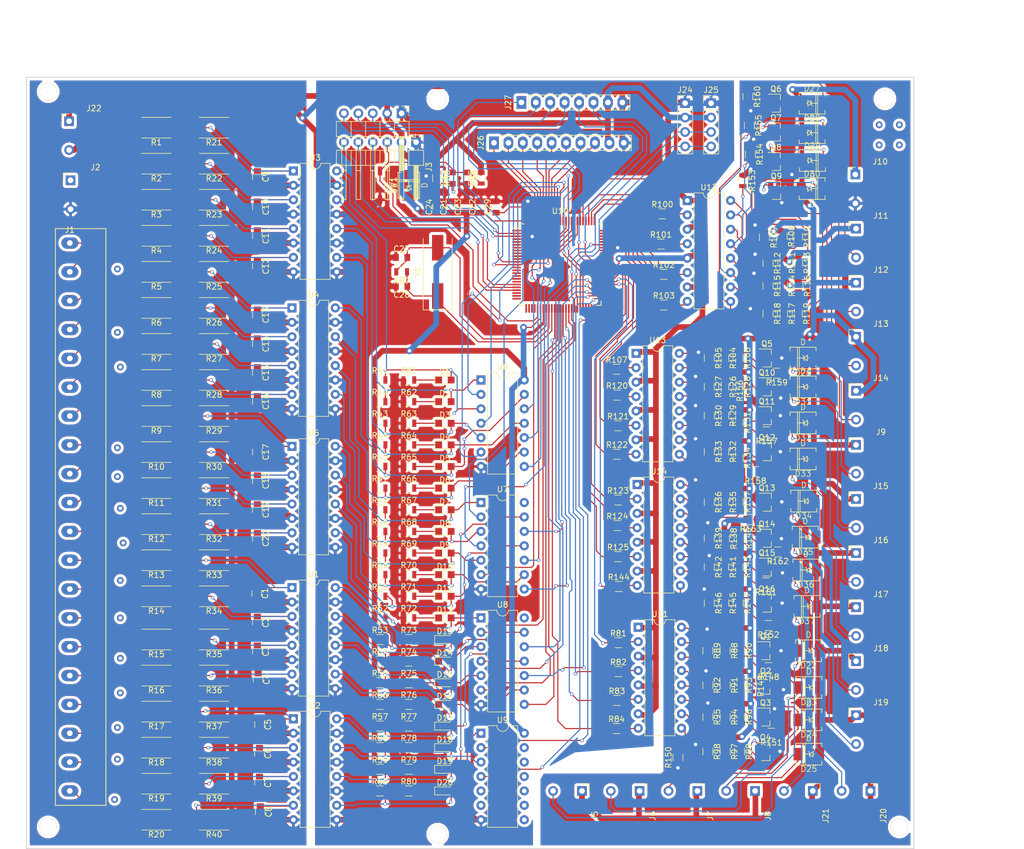
<source format=kicad_pcb>
(kicad_pcb (version 4) (host pcbnew 4.0.7-e2-6376~58~ubuntu16.04.1)
  (title_block (date "mar. 31 mars 2015"))
  (layers (0 F.Cu signal) (31 B.Cu signal) (34 B.Paste user) (35 F.Paste user) (36 B.SilkS user) (37 F.SilkS user) (38 B.Mask user) (39 F.Mask user) (44 Edge.Cuts user))
  (net 0 "")
  (net 1 GND)
  (net 2 "Net-(C1-Pad1)")
  (net 3 /0V-IN)
  (net 4 "Net-(C2-Pad1)")
  (net 5 "Net-(C3-Pad1)")
  (net 6 "Net-(C4-Pad1)")
  (net 7 "Net-(C5-Pad1)")
  (net 8 "Net-(C6-Pad1)")
  (net 9 "Net-(C7-Pad1)")
  (net 10 "Net-(C8-Pad1)")
  (net 11 "Net-(C9-Pad1)")
  (net 12 "Net-(C10-Pad1)")
  (net 13 "Net-(C11-Pad1)")
  (net 14 "Net-(C12-Pad1)")
  (net 15 "Net-(C13-Pad1)")
  (net 16 "Net-(C14-Pad1)")
  (net 17 "Net-(C15-Pad1)")
  (net 18 "Net-(C16-Pad1)")
  (net 19 "Net-(C17-Pad1)")
  (net 20 "Net-(C18-Pad1)")
  (net 21 "Net-(C19-Pad1)")
  (net 22 "Net-(C20-Pad1)")
  (net 23 VCC)
  (net 24 DTR)
  (net 25 RST)
  (net 26 "Net-(C27-Pad2)")
  (net 27 "Net-(C28-Pad1)")
  (net 28 "Net-(C29-Pad1)")
  (net 29 I1)
  (net 30 "Net-(D1-Pad1)")
  (net 31 I2)
  (net 32 "Net-(D2-Pad1)")
  (net 33 I3)
  (net 34 "Net-(D3-Pad1)")
  (net 35 I4)
  (net 36 "Net-(D4-Pad1)")
  (net 37 I5)
  (net 38 "Net-(D5-Pad1)")
  (net 39 I6)
  (net 40 "Net-(D6-Pad1)")
  (net 41 I7)
  (net 42 "Net-(D7-Pad1)")
  (net 43 I8)
  (net 44 "Net-(D8-Pad1)")
  (net 45 I9)
  (net 46 "Net-(D9-Pad1)")
  (net 47 I10)
  (net 48 "Net-(D10-Pad1)")
  (net 49 I11)
  (net 50 "Net-(D11-Pad1)")
  (net 51 I12)
  (net 52 "Net-(D12-Pad1)")
  (net 53 I13)
  (net 54 "Net-(D13-Pad1)")
  (net 55 I14)
  (net 56 "Net-(D14-Pad1)")
  (net 57 I15)
  (net 58 "Net-(D15-Pad1)")
  (net 59 I16)
  (net 60 "Net-(D16-Pad1)")
  (net 61 I17)
  (net 62 "Net-(D17-Pad1)")
  (net 63 I18)
  (net 64 "Net-(D18-Pad1)")
  (net 65 I19)
  (net 66 "Net-(D19-Pad1)")
  (net 67 I20)
  (net 68 "Net-(D20-Pad1)")
  (net 69 /+24V-OUT)
  (net 70 "Net-(D22-Pad2)")
  (net 71 "Net-(D23-Pad2)")
  (net 72 "Net-(D24-Pad2)")
  (net 73 "Net-(D25-Pad2)")
  (net 74 "Net-(D26-Pad2)")
  (net 75 "Net-(D27-Pad2)")
  (net 76 "Net-(D28-Pad2)")
  (net 77 "Net-(D29-Pad2)")
  (net 78 "Net-(D30-Pad2)")
  (net 79 "Net-(D31-Pad2)")
  (net 80 "Net-(D32-Pad2)")
  (net 81 "Net-(D33-Pad2)")
  (net 82 "Net-(D34-Pad2)")
  (net 83 "Net-(D35-Pad2)")
  (net 84 "Net-(D36-Pad2)")
  (net 85 "Net-(D37-Pad2)")
  (net 86 /IN1)
  (net 87 /IN2)
  (net 88 /IN3)
  (net 89 /IN4)
  (net 90 /IN5)
  (net 91 /IN6)
  (net 92 /IN7)
  (net 93 /IN8)
  (net 94 /IN9)
  (net 95 /IN10)
  (net 96 /IN11)
  (net 97 /IN12)
  (net 98 /IN13)
  (net 99 /IN14)
  (net 100 /IN15)
  (net 101 /IN16)
  (net 102 /IN17)
  (net 103 /IN18)
  (net 104 /IN19)
  (net 105 /IN20)
  (net 106 SCK)
  (net 107 MOSI)
  (net 108 MISO)
  (net 109 RX0)
  (net 110 TX0)
  (net 111 /0V-OUT)
  (net 112 "Net-(Q1-Pad2)")
  (net 113 "Net-(Q2-Pad2)")
  (net 114 "Net-(Q3-Pad2)")
  (net 115 "Net-(Q4-Pad2)")
  (net 116 "Net-(Q5-Pad2)")
  (net 117 "Net-(Q6-Pad2)")
  (net 118 "Net-(Q7-Pad2)")
  (net 119 "Net-(Q8-Pad2)")
  (net 120 "Net-(Q9-Pad2)")
  (net 121 "Net-(Q10-Pad2)")
  (net 122 "Net-(Q11-Pad2)")
  (net 123 "Net-(Q12-Pad2)")
  (net 124 "Net-(Q13-Pad2)")
  (net 125 "Net-(Q14-Pad2)")
  (net 126 "Net-(Q15-Pad2)")
  (net 127 "Net-(Q16-Pad2)")
  (net 128 37)
  (net 129 "Net-(R81-Pad2)")
  (net 130 30)
  (net 131 "Net-(R82-Pad2)")
  (net 132 35)
  (net 133 "Net-(R83-Pad2)")
  (net 134 32)
  (net 135 "Net-(R84-Pad2)")
  (net 136 "Net-(R88-Pad2)")
  (net 137 "Net-(R91-Pad2)")
  (net 138 "Net-(R94-Pad2)")
  (net 139 "Net-(R97-Pad2)")
  (net 140 22)
  (net 141 "Net-(R100-Pad2)")
  (net 142 23)
  (net 143 "Net-(R101-Pad2)")
  (net 144 31)
  (net 145 "Net-(R102-Pad2)")
  (net 146 36)
  (net 147 "Net-(R103-Pad2)")
  (net 148 "Net-(R104-Pad2)")
  (net 149 34)
  (net 150 "Net-(R107-Pad2)")
  (net 151 "Net-(R108-Pad2)")
  (net 152 "Net-(R111-Pad2)")
  (net 153 "Net-(R114-Pad2)")
  (net 154 "Net-(R117-Pad2)")
  (net 155 25)
  (net 156 "Net-(R120-Pad2)")
  (net 157 26)
  (net 158 "Net-(R121-Pad2)")
  (net 159 27)
  (net 160 "Net-(R122-Pad2)")
  (net 161 28)
  (net 162 "Net-(R123-Pad2)")
  (net 163 29)
  (net 164 "Net-(R124-Pad2)")
  (net 165 24)
  (net 166 "Net-(R125-Pad2)")
  (net 167 "Net-(R126-Pad2)")
  (net 168 "Net-(R129-Pad2)")
  (net 169 "Net-(R132-Pad2)")
  (net 170 "Net-(R135-Pad2)")
  (net 171 "Net-(R138-Pad2)")
  (net 172 "Net-(R141-Pad2)")
  (net 173 33)
  (net 174 "Net-(R144-Pad2)")
  (net 175 "Net-(R145-Pad2)")
  (net 176 A13)
  (net 177 A9)
  (net 178 A11)
  (net 179 A8)
  (net 180 A12)
  (net 181 A10)
  (net 182 48)
  (net 183 A14)
  (net 184 47)
  (net 185 A15)
  (net 186 45)
  (net 187 49)
  (net 188 42)
  (net 189 46)
  (net 190 41)
  (net 191 44)
  (net 192 39)
  (net 193 43)
  (net 194 38)
  (net 195 40)
  (net 196 "Net-(R106-Pad2)")
  (net 197 "Net-(R110-Pad2)")
  (net 198 "Net-(R113-Pad2)")
  (net 199 "Net-(R116-Pad2)")
  (net 200 "Net-(R119-Pad2)")
  (net 201 "Net-(R128-Pad2)")
  (net 202 "Net-(R131-Pad2)")
  (net 203 "Net-(R134-Pad2)")
  (net 204 "Net-(R137-Pad2)")
  (net 205 "Net-(R140-Pad2)")
  (net 206 "Net-(R143-Pad2)")
  (net 207 "Net-(R147-Pad2)")
  (net 208 SCL)
  (net 209 SDA)
  (net 210 A0)
  (net 211 A1)
  (net 212 A2)
  (net 213 A3)
  (net 214 A4)
  (net 215 A5)
  (net 216 A6)
  (net 217 A7)
  (net 218 RX1)
  (net 219 TX1)
  (net 220 RX2)
  (net 221 TX2)
  (net 222 RX3)
  (net 223 TX3)
  (net 224 "Net-(R148-Pad2)")
  (net 225 "Net-(R149-Pad2)")
  (net 226 "Net-(R151-Pad2)")
  (net 227 "Net-(R150-Pad2)")
  (module Housings_DIP:DIP-16_W7.62mm (layer F.Cu) (at 329.946 172.974)
    (fp_text reference U5 (at 3.81 -2.33) (layer F.SilkS))
    (fp_text value TLP627-4)
    (pad 1 thru_hole rect (at 0 0) (size 1.6 1.6) (drill 0.8) (layers *.Cu *.Mask) (net 19 "Net-(C17-Pad1)"))
    (pad 9 thru_hole oval (at 7.62 17.78) (size 1.6 1.6) (drill 0.8) (layers *.Cu *.Mask) (net 1 GND))
    (pad 2 thru_hole oval (at 0 2.54) (size 1.6 1.6) (drill 0.8) (layers *.Cu *.Mask) (net 3 /0V-IN))
    (pad 10 thru_hole oval (at 7.62 15.24) (size 1.6 1.6) (drill 0.8) (layers *.Cu *.Mask) (net 51 I12))
    (pad 3 thru_hole oval (at 0 5.08) (size 1.6 1.6) (drill 0.8) (layers *.Cu *.Mask) (net 20 "Net-(C18-Pad1)"))
    (pad 11 thru_hole oval (at 7.62 12.7) (size 1.6 1.6) (drill 0.8) (layers *.Cu *.Mask) (net 1 GND))
    (pad 4 thru_hole oval (at 0 7.62) (size 1.6 1.6) (drill 0.8) (layers *.Cu *.Mask) (net 3 /0V-IN))
    (pad 12 thru_hole oval (at 7.62 10.16) (size 1.6 1.6) (drill 0.8) (layers *.Cu *.Mask) (net 49 I11))
    (pad 5 thru_hole oval (at 0 10.16) (size 1.6 1.6) (drill 0.8) (layers *.Cu *.Mask) (net 21 "Net-(C19-Pad1)"))
    (pad 13 thru_hole oval (at 7.62 7.62) (size 1.6 1.6) (drill 0.8) (layers *.Cu *.Mask) (net 1 GND))
    (pad 6 thru_hole oval (at 0 12.7) (size 1.6 1.6) (drill 0.8) (layers *.Cu *.Mask) (net 3 /0V-IN))
    (pad 14 thru_hole oval (at 7.62 5.08) (size 1.6 1.6) (drill 0.8) (layers *.Cu *.Mask) (net 47 I10))
    (pad 7 thru_hole oval (at 0 15.24) (size 1.6 1.6) (drill 0.8) (layers *.Cu *.Mask) (net 22 "Net-(C20-Pad1)"))
    (pad 15 thru_hole oval (at 7.62 2.54) (size 1.6 1.6) (drill 0.8) (layers *.Cu *.Mask) (net 1 GND))
    (pad 8 thru_hole oval (at 0 17.78) (size 1.6 1.6) (drill 0.8) (layers *.Cu *.Mask) (net 3 /0V-IN))
    (pad 16 thru_hole oval (at 7.62 0) (size 1.6 1.6) (drill 0.8) (layers *.Cu *.Mask) (net 45 I9))
  )
  (module Capacitors_SMD:C_0805 (layer F.Cu) (at 323.723 198.882 270)
    (fp_text reference C1 (at 0 -1.5 270) (layer F.SilkS))
    (fp_text value 1uF)
    (pad 1 smd rect (at -1 0 270) (size 1 1.25) (layers F.Cu F.Paste F.Mask) (net 2 "Net-(C1-Pad1)"))
    (pad 2 smd rect (at 1 0 270) (size 1 1.25) (layers F.Cu F.Paste F.Mask) (net 3 /0V-IN))
  )
  (module Capacitors_SMD:C_0805 (layer F.Cu) (at 323.85 203.962 270)
    (fp_text reference C2 (at 0 -1.5 270) (layer F.SilkS))
    (fp_text value 1uF)
    (pad 1 smd rect (at -1 0 270) (size 1 1.25) (layers F.Cu F.Paste F.Mask) (net 4 "Net-(C2-Pad1)"))
    (pad 2 smd rect (at 1 0 270) (size 1 1.25) (layers F.Cu F.Paste F.Mask) (net 3 /0V-IN))
  )
  (module Capacitors_SMD:C_0805 (layer F.Cu) (at 323.85 209.042 270)
    (fp_text reference C3 (at 0 -1.5 270) (layer F.SilkS))
    (fp_text value 1uF)
    (pad 1 smd rect (at -1 0 270) (size 1 1.25) (layers F.Cu F.Paste F.Mask) (net 5 "Net-(C3-Pad1)"))
    (pad 2 smd rect (at 1 0 270) (size 1 1.25) (layers F.Cu F.Paste F.Mask) (net 3 /0V-IN))
  )
  (module Capacitors_SMD:C_0805 (layer F.Cu) (at 323.977 213.995 270)
    (fp_text reference C4 (at 0 -1.5 270) (layer F.SilkS))
    (fp_text value 1uF)
    (pad 1 smd rect (at -1 0 270) (size 1 1.25) (layers F.Cu F.Paste F.Mask) (net 6 "Net-(C4-Pad1)"))
    (pad 2 smd rect (at 1 0 270) (size 1 1.25) (layers F.Cu F.Paste F.Mask) (net 3 /0V-IN))
  )
  (module Capacitors_SMD:C_0805 (layer F.Cu) (at 324.231 221.996 270)
    (fp_text reference C5 (at 0 -1.5 270) (layer F.SilkS))
    (fp_text value 1uF)
    (pad 1 smd rect (at -1 0 270) (size 1 1.25) (layers F.Cu F.Paste F.Mask) (net 7 "Net-(C5-Pad1)"))
    (pad 2 smd rect (at 1 0 270) (size 1 1.25) (layers F.Cu F.Paste F.Mask) (net 3 /0V-IN))
  )
  (module Capacitors_SMD:C_0805 (layer F.Cu) (at 324.231 227.076 270)
    (fp_text reference C6 (at 0 -1.5 270) (layer F.SilkS))
    (fp_text value 1uF)
    (pad 1 smd rect (at -1 0 270) (size 1 1.25) (layers F.Cu F.Paste F.Mask) (net 8 "Net-(C6-Pad1)"))
    (pad 2 smd rect (at 1 0 270) (size 1 1.25) (layers F.Cu F.Paste F.Mask) (net 3 /0V-IN))
  )
  (module Capacitors_SMD:C_0805 (layer F.Cu) (at 324.231 232.156 270)
    (fp_text reference C7 (at 0 -1.5 270) (layer F.SilkS))
    (fp_text value 1uF)
    (pad 1 smd rect (at -1 0 270) (size 1 1.25) (layers F.Cu F.Paste F.Mask) (net 9 "Net-(C7-Pad1)"))
    (pad 2 smd rect (at 1 0 270) (size 1 1.25) (layers F.Cu F.Paste F.Mask) (net 3 /0V-IN))
  )
  (module Capacitors_SMD:C_0805 (layer F.Cu) (at 324.358 237.363 270)
    (fp_text reference C8 (at 0 -1.5 270) (layer F.SilkS))
    (fp_text value 1uF)
    (pad 1 smd rect (at -1 0 270) (size 1 1.25) (layers F.Cu F.Paste F.Mask) (net 10 "Net-(C8-Pad1)"))
    (pad 2 smd rect (at 1 0 270) (size 1 1.25) (layers F.Cu F.Paste F.Mask) (net 3 /0V-IN))
  )
  (module Capacitors_SMD:C_0805 (layer F.Cu) (at 323.85 125.476 270)
    (fp_text reference C9 (at 0 -1.5 270) (layer F.SilkS))
    (fp_text value 1uF)
    (pad 1 smd rect (at -1 0 270) (size 1 1.25) (layers F.Cu F.Paste F.Mask) (net 11 "Net-(C9-Pad1)"))
    (pad 2 smd rect (at 1 0 270) (size 1 1.25) (layers F.Cu F.Paste F.Mask) (net 3 /0V-IN))
  )
  (module Capacitors_SMD:C_0805 (layer F.Cu) (at 323.85 130.81 270)
    (fp_text reference C10 (at 0 -1.5 270) (layer F.SilkS))
    (fp_text value 1uF)
    (pad 1 smd rect (at -1 0 270) (size 1 1.25) (layers F.Cu F.Paste F.Mask) (net 12 "Net-(C10-Pad1)"))
    (pad 2 smd rect (at 1 0 270) (size 1 1.25) (layers F.Cu F.Paste F.Mask) (net 3 /0V-IN))
  )
  (module Capacitors_SMD:C_0805 (layer F.Cu) (at 323.85 135.89 270)
    (fp_text reference C11 (at 0 -1.5 270) (layer F.SilkS))
    (fp_text value 1uF)
    (pad 1 smd rect (at -1 0 270) (size 1 1.25) (layers F.Cu F.Paste F.Mask) (net 13 "Net-(C11-Pad1)"))
    (pad 2 smd rect (at 1 0 270) (size 1 1.25) (layers F.Cu F.Paste F.Mask) (net 3 /0V-IN))
  )
  (module Capacitors_SMD:C_0805 (layer F.Cu) (at 323.85 141.224 270)
    (fp_text reference C12 (at 0 -1.5 270) (layer F.SilkS))
    (fp_text value 1uF)
    (pad 1 smd rect (at -1 0 270) (size 1 1.25) (layers F.Cu F.Paste F.Mask) (net 14 "Net-(C12-Pad1)"))
    (pad 2 smd rect (at 1 0 270) (size 1 1.25) (layers F.Cu F.Paste F.Mask) (net 3 /0V-IN))
  )
  (module Capacitors_SMD:C_0805 (layer F.Cu) (at 323.85 149.86 270)
    (fp_text reference C13 (at 0 -1.5 270) (layer F.SilkS))
    (fp_text value 1uF)
    (pad 1 smd rect (at -1 0 270) (size 1 1.25) (layers F.Cu F.Paste F.Mask) (net 15 "Net-(C13-Pad1)"))
    (pad 2 smd rect (at 1 0 270) (size 1 1.25) (layers F.Cu F.Paste F.Mask) (net 3 /0V-IN))
  )
  (module Capacitors_SMD:C_0805 (layer F.Cu) (at 323.85 154.94 270)
    (fp_text reference C14 (at 0 -1.5 270) (layer F.SilkS))
    (fp_text value 1uF)
    (pad 1 smd rect (at -1 0 270) (size 1 1.25) (layers F.Cu F.Paste F.Mask) (net 16 "Net-(C14-Pad1)"))
    (pad 2 smd rect (at 1 0 270) (size 1 1.25) (layers F.Cu F.Paste F.Mask) (net 3 /0V-IN))
  )
  (module Capacitors_SMD:C_0805 (layer F.Cu) (at 323.85 160.02 270)
    (fp_text reference C15 (at 0 -1.5 270) (layer F.SilkS))
    (fp_text value 1uF)
    (pad 1 smd rect (at -1 0 270) (size 1 1.25) (layers F.Cu F.Paste F.Mask) (net 17 "Net-(C15-Pad1)"))
    (pad 2 smd rect (at 1 0 270) (size 1 1.25) (layers F.Cu F.Paste F.Mask) (net 3 /0V-IN))
  )
  (module Capacitors_SMD:C_0805 (layer F.Cu) (at 323.85 165.1 270)
    (fp_text reference C16 (at 0 -1.5 270) (layer F.SilkS))
    (fp_text value 1uF)
    (pad 1 smd rect (at -1 0 270) (size 1 1.25) (layers F.Cu F.Paste F.Mask) (net 18 "Net-(C16-Pad1)"))
    (pad 2 smd rect (at 1 0 270) (size 1 1.25) (layers F.Cu F.Paste F.Mask) (net 3 /0V-IN))
  )
  (module Capacitors_SMD:C_0805 (layer F.Cu) (at 323.85 173.99 270)
    (fp_text reference C17 (at 0 -1.5 270) (layer F.SilkS))
    (fp_text value 1uF)
    (pad 1 smd rect (at -1 0 270) (size 1 1.25) (layers F.Cu F.Paste F.Mask) (net 19 "Net-(C17-Pad1)"))
    (pad 2 smd rect (at 1 0 270) (size 1 1.25) (layers F.Cu F.Paste F.Mask) (net 3 /0V-IN))
  )
  (module Capacitors_SMD:C_0805 (layer F.Cu) (at 323.85 179.07 270)
    (fp_text reference C18 (at 0 -1.5 270) (layer F.SilkS))
    (fp_text value 1uF)
    (pad 1 smd rect (at -1 0 270) (size 1 1.25) (layers F.Cu F.Paste F.Mask) (net 20 "Net-(C18-Pad1)"))
    (pad 2 smd rect (at 1 0 270) (size 1 1.25) (layers F.Cu F.Paste F.Mask) (net 3 /0V-IN))
  )
  (module Capacitors_SMD:C_0805 (layer F.Cu) (at 323.85 184.15 270)
    (fp_text reference C19 (at 0 -1.5 270) (layer F.SilkS))
    (fp_text value 1uF)
    (pad 1 smd rect (at -1 0 270) (size 1 1.25) (layers F.Cu F.Paste F.Mask) (net 21 "Net-(C19-Pad1)"))
    (pad 2 smd rect (at 1 0 270) (size 1 1.25) (layers F.Cu F.Paste F.Mask) (net 3 /0V-IN))
  )
  (module Capacitors_SMD:C_0805 (layer F.Cu) (at 323.85 189.23 270)
    (fp_text reference C20 (at 0 -1.5 270) (layer F.SilkS))
    (fp_text value 1uF)
    (pad 1 smd rect (at -1 0 270) (size 1 1.25) (layers F.Cu F.Paste F.Mask) (net 22 "Net-(C20-Pad1)"))
    (pad 2 smd rect (at 1 0 270) (size 1 1.25) (layers F.Cu F.Paste F.Mask) (net 3 /0V-IN))
  )
  (module Capacitors_SMD:C_0805 (layer F.Cu) (at 358.14 130.81 90)
    (fp_text reference C21 (at 0 -1.5 90) (layer F.SilkS))
    (fp_text value 0.1uF)
    (pad 1 smd rect (at -1 0 90) (size 1 1.25) (layers F.Cu F.Paste F.Mask) (net 23 VCC))
    (pad 2 smd rect (at 1 0 90) (size 1 1.25) (layers F.Cu F.Paste F.Mask) (net 1 GND))
  )
  (module Capacitors_SMD:C_0805 (layer F.Cu) (at 363.22 130.81 90)
    (fp_text reference C22 (at 0 -1.5 90) (layer F.SilkS))
    (fp_text value 0.1uF)
    (pad 1 smd rect (at -1 0 90) (size 1 1.25) (layers F.Cu F.Paste F.Mask) (net 23 VCC))
    (pad 2 smd rect (at 1 0 90) (size 1 1.25) (layers F.Cu F.Paste F.Mask) (net 1 GND))
  )
  (module Capacitors_SMD:C_0805 (layer F.Cu) (at 360.68 130.81 90)
    (fp_text reference C23 (at 0 -1.5 90) (layer F.SilkS))
    (fp_text value 0.1uF)
    (pad 1 smd rect (at -1 0 90) (size 1 1.25) (layers F.Cu F.Paste F.Mask) (net 23 VCC))
    (pad 2 smd rect (at 1 0 90) (size 1 1.25) (layers F.Cu F.Paste F.Mask) (net 1 GND))
  )
  (module Capacitors_SMD:C_0805 (layer F.Cu) (at 355.6 130.81 90)
    (fp_text reference C24 (at 0 -1.5 90) (layer F.SilkS))
    (fp_text value 0.1uF)
    (pad 1 smd rect (at -1 0 90) (size 1 1.25) (layers F.Cu F.Paste F.Mask) (net 23 VCC))
    (pad 2 smd rect (at 1 0 90) (size 1 1.25) (layers F.Cu F.Paste F.Mask) (net 1 GND))
  )
  (module Capacitors_SMD:C_0805 (layer F.Cu) (at 358.14 125.73 90)
    (fp_text reference C25 (at 0 -1.5 90) (layer F.SilkS))
    (fp_text value 0.1uF)
    (pad 1 smd rect (at -1 0 90) (size 1 1.25) (layers F.Cu F.Paste F.Mask) (net 24 DTR))
    (pad 2 smd rect (at 1 0 90) (size 1 1.25) (layers F.Cu F.Paste F.Mask) (net 25 RST))
  )
  (module Capacitors_SMD:C_0805 (layer F.Cu) (at 360.68 125.73 270)
    (fp_text reference C26 (at 0 -1.5 270) (layer F.SilkS))
    (fp_text value 22pF)
    (pad 1 smd rect (at -1 0 270) (size 1 1.25) (layers F.Cu F.Paste F.Mask) (net 25 RST))
    (pad 2 smd rect (at 1 0 270) (size 1 1.25) (layers F.Cu F.Paste F.Mask) (net 1 GND))
  )
  (module Capacitors_SMD:C_0805 (layer F.Cu) (at 349.25 139.7)
    (fp_text reference C27 (at 0 -1.5) (layer F.SilkS))
    (fp_text value 22pF)
    (pad 1 smd rect (at -1 0) (size 1 1.25) (layers F.Cu F.Paste F.Mask) (net 1 GND))
    (pad 2 smd rect (at 1 0) (size 1 1.25) (layers F.Cu F.Paste F.Mask) (net 26 "Net-(C27-Pad2)"))
  )
  (module Capacitors_SMD:C_0805 (layer F.Cu) (at 349.25 144.78 180)
    (fp_text reference C28 (at 0 -1.5 180) (layer F.SilkS))
    (fp_text value 22pF)
    (pad 1 smd rect (at -1 0 180) (size 1 1.25) (layers F.Cu F.Paste F.Mask) (net 27 "Net-(C28-Pad1)"))
    (pad 2 smd rect (at 1 0 180) (size 1 1.25) (layers F.Cu F.Paste F.Mask) (net 1 GND))
  )
  (module Capacitors_SMD:C_0805 (layer F.Cu) (at 365.887 130.81 90)
    (fp_text reference C29 (at 0 -1.5 90) (layer F.SilkS))
    (fp_text value 0.1uF)
    (pad 1 smd rect (at -1 0 90) (size 1 1.25) (layers F.Cu F.Paste F.Mask) (net 28 "Net-(C29-Pad1)"))
    (pad 2 smd rect (at 1 0 90) (size 1 1.25) (layers F.Cu F.Paste F.Mask) (net 1 GND))
  )
  (module LEDs:LED_0805 (layer F.Cu) (at 356.87 161.29)
    (fp_text reference D1 (at 0 -1.45) (layer F.SilkS))
    (fp_text value LED)
    (pad 2 smd rect (at 1.1 0 180) (size 1.2 1.2) (layers F.Cu F.Paste F.Mask) (net 29 I1))
    (pad 1 smd rect (at -1.1 0 180) (size 1.2 1.2) (layers F.Cu F.Paste F.Mask) (net 30 "Net-(D1-Pad1)"))
  )
  (module LEDs:LED_0805 (layer F.Cu) (at 356.87 165.1)
    (fp_text reference D2 (at 0 -1.45) (layer F.SilkS))
    (fp_text value LED)
    (pad 2 smd rect (at 1.1 0 180) (size 1.2 1.2) (layers F.Cu F.Paste F.Mask) (net 31 I2))
    (pad 1 smd rect (at -1.1 0 180) (size 1.2 1.2) (layers F.Cu F.Paste F.Mask) (net 32 "Net-(D2-Pad1)"))
  )
  (module LEDs:LED_0805 (layer F.Cu) (at 356.87 168.91)
    (fp_text reference D3 (at 0 -1.45) (layer F.SilkS))
    (fp_text value LED)
    (pad 2 smd rect (at 1.1 0 180) (size 1.2 1.2) (layers F.Cu F.Paste F.Mask) (net 33 I3))
    (pad 1 smd rect (at -1.1 0 180) (size 1.2 1.2) (layers F.Cu F.Paste F.Mask) (net 34 "Net-(D3-Pad1)"))
  )
  (module LEDs:LED_0805 (layer F.Cu) (at 356.87 172.72)
    (fp_text reference D4 (at 0 -1.45) (layer F.SilkS))
    (fp_text value LED)
    (pad 2 smd rect (at 1.1 0 180) (size 1.2 1.2) (layers F.Cu F.Paste F.Mask) (net 35 I4))
    (pad 1 smd rect (at -1.1 0 180) (size 1.2 1.2) (layers F.Cu F.Paste F.Mask) (net 36 "Net-(D4-Pad1)"))
  )
  (module LEDs:LED_0805 (layer F.Cu) (at 356.87 176.53)
    (fp_text reference D5 (at 0 -1.45) (layer F.SilkS))
    (fp_text value LED)
    (pad 2 smd rect (at 1.1 0 180) (size 1.2 1.2) (layers F.Cu F.Paste F.Mask) (net 37 I5))
    (pad 1 smd rect (at -1.1 0 180) (size 1.2 1.2) (layers F.Cu F.Paste F.Mask) (net 38 "Net-(D5-Pad1)"))
  )
  (module LEDs:LED_0805 (layer F.Cu) (at 356.87 180.34)
    (fp_text reference D6 (at 0 -1.45) (layer F.SilkS))
    (fp_text value LED)
    (pad 2 smd rect (at 1.1 0 180) (size 1.2 1.2) (layers F.Cu F.Paste F.Mask) (net 39 I6))
    (pad 1 smd rect (at -1.1 0 180) (size 1.2 1.2) (layers F.Cu F.Paste F.Mask) (net 40 "Net-(D6-Pad1)"))
  )
  (module LEDs:LED_0805 (layer F.Cu) (at 356.87 184.15)
    (fp_text reference D7 (at 0 -1.45) (layer F.SilkS))
    (fp_text value LED)
    (pad 2 smd rect (at 1.1 0 180) (size 1.2 1.2) (layers F.Cu F.Paste F.Mask) (net 41 I7))
    (pad 1 smd rect (at -1.1 0 180) (size 1.2 1.2) (layers F.Cu F.Paste F.Mask) (net 42 "Net-(D7-Pad1)"))
  )
  (module LEDs:LED_0805 (layer F.Cu) (at 356.87 187.96)
    (fp_text reference D8 (at 0 -1.45) (layer F.SilkS))
    (fp_text value LED)
    (pad 2 smd rect (at 1.1 0 180) (size 1.2 1.2) (layers F.Cu F.Paste F.Mask) (net 43 I8))
    (pad 1 smd rect (at -1.1 0 180) (size 1.2 1.2) (layers F.Cu F.Paste F.Mask) (net 44 "Net-(D8-Pad1)"))
  )
  (module LEDs:LED_0805 (layer F.Cu) (at 356.87 191.77)
    (fp_text reference D9 (at 0 -1.45) (layer F.SilkS))
    (fp_text value LED)
    (pad 2 smd rect (at 1.1 0 180) (size 1.2 1.2) (layers F.Cu F.Paste F.Mask) (net 45 I9))
    (pad 1 smd rect (at -1.1 0 180) (size 1.2 1.2) (layers F.Cu F.Paste F.Mask) (net 46 "Net-(D9-Pad1)"))
  )
  (module LEDs:LED_0805 (layer F.Cu) (at 356.87 195.58)
    (fp_text reference D10 (at 0 -1.45) (layer F.SilkS))
    (fp_text value LED)
    (pad 2 smd rect (at 1.1 0 180) (size 1.2 1.2) (layers F.Cu F.Paste F.Mask) (net 47 I10))
    (pad 1 smd rect (at -1.1 0 180) (size 1.2 1.2) (layers F.Cu F.Paste F.Mask) (net 48 "Net-(D10-Pad1)"))
  )
  (module LEDs:LED_0805 (layer F.Cu) (at 356.87 199.39)
    (fp_text reference D11 (at 0 -1.45) (layer F.SilkS))
    (fp_text value LED)
    (pad 2 smd rect (at 1.1 0 180) (size 1.2 1.2) (layers F.Cu F.Paste F.Mask) (net 49 I11))
    (pad 1 smd rect (at -1.1 0 180) (size 1.2 1.2) (layers F.Cu F.Paste F.Mask) (net 50 "Net-(D11-Pad1)"))
  )
  (module LEDs:LED_0805 (layer F.Cu) (at 356.87 203.2)
    (fp_text reference D12 (at 0 -1.45) (layer F.SilkS))
    (fp_text value LED)
    (pad 2 smd rect (at 1.1 0 180) (size 1.2 1.2) (layers F.Cu F.Paste F.Mask) (net 51 I12))
    (pad 1 smd rect (at -1.1 0 180) (size 1.2 1.2) (layers F.Cu F.Paste F.Mask) (net 52 "Net-(D12-Pad1)"))
  )
  (module LEDs:LED_0805 (layer F.Cu) (at 356.87 207.01)
    (fp_text reference D13 (at 0 -1.45) (layer F.SilkS))
    (fp_text value LED)
    (pad 2 smd rect (at 1.1 0 180) (size 1.2 1.2) (layers F.Cu F.Paste F.Mask) (net 53 I13))
    (pad 1 smd rect (at -1.1 0 180) (size 1.2 1.2) (layers F.Cu F.Paste F.Mask) (net 54 "Net-(D13-Pad1)"))
  )
  (module LEDs:LED_0805 (layer F.Cu) (at 356.87 210.82)
    (fp_text reference D14 (at 0 -1.45) (layer F.SilkS))
    (fp_text value LED)
    (pad 2 smd rect (at 1.1 0 180) (size 1.2 1.2) (layers F.Cu F.Paste F.Mask) (net 55 I14))
    (pad 1 smd rect (at -1.1 0 180) (size 1.2 1.2) (layers F.Cu F.Paste F.Mask) (net 56 "Net-(D14-Pad1)"))
  )
  (module LEDs:LED_0805 (layer F.Cu) (at 356.87 214.63)
    (fp_text reference D15 (at 0 -1.45) (layer F.SilkS))
    (fp_text value LED)
    (pad 2 smd rect (at 1.1 0 180) (size 1.2 1.2) (layers F.Cu F.Paste F.Mask) (net 57 I15))
    (pad 1 smd rect (at -1.1 0 180) (size 1.2 1.2) (layers F.Cu F.Paste F.Mask) (net 58 "Net-(D15-Pad1)"))
  )
  (module LEDs:LED_0805 (layer F.Cu) (at 356.87 218.44)
    (fp_text reference D16 (at 0 -1.45) (layer F.SilkS))
    (fp_text value LED)
    (pad 2 smd rect (at 1.1 0 180) (size 1.2 1.2) (layers F.Cu F.Paste F.Mask) (net 59 I16))
    (pad 1 smd rect (at -1.1 0 180) (size 1.2 1.2) (layers F.Cu F.Paste F.Mask) (net 60 "Net-(D16-Pad1)"))
  )
  (module LEDs:LED_0805 (layer F.Cu) (at 356.87 222.25)
    (fp_text reference D17 (at 0 -1.45) (layer F.SilkS))
    (fp_text value LED)
    (pad 2 smd rect (at 1.1 0 180) (size 1.2 1.2) (layers F.Cu F.Paste F.Mask) (net 61 I17))
    (pad 1 smd rect (at -1.1 0 180) (size 1.2 1.2) (layers F.Cu F.Paste F.Mask) (net 62 "Net-(D17-Pad1)"))
  )
  (module LEDs:LED_0805 (layer F.Cu) (at 356.87 226.06)
    (fp_text reference D18 (at 0 -1.45) (layer F.SilkS))
    (fp_text value LED)
    (pad 2 smd rect (at 1.1 0 180) (size 1.2 1.2) (layers F.Cu F.Paste F.Mask) (net 63 I18))
    (pad 1 smd rect (at -1.1 0 180) (size 1.2 1.2) (layers F.Cu F.Paste F.Mask) (net 64 "Net-(D18-Pad1)"))
  )
  (module LEDs:LED_0805 (layer F.Cu) (at 356.87 229.87)
    (fp_text reference D19 (at 0 -1.45) (layer F.SilkS))
    (fp_text value LED)
    (pad 2 smd rect (at 1.1 0 180) (size 1.2 1.2) (layers F.Cu F.Paste F.Mask) (net 65 I19))
    (pad 1 smd rect (at -1.1 0 180) (size 1.2 1.2) (layers F.Cu F.Paste F.Mask) (net 66 "Net-(D19-Pad1)"))
  )
  (module LEDs:LED_0805 (layer F.Cu) (at 356.87 233.68)
    (fp_text reference D20 (at 0 -1.45) (layer F.SilkS))
    (fp_text value LED)
    (pad 2 smd rect (at 1.1 0 180) (size 1.2 1.2) (layers F.Cu F.Paste F.Mask) (net 67 I20))
    (pad 1 smd rect (at -1.1 0 180) (size 1.2 1.2) (layers F.Cu F.Paste F.Mask) (net 68 "Net-(D20-Pad1)"))
  )
  (module "DO-214AC(SMA):DO-214AC(SMA)" (layer F.Cu) (at 350.52 127 90)
    (fp_text reference D21 (at 0 -2.60096 90) (layer F.SilkS) (effects (font (size 1.00076 1.00076) (thickness 0.11938))))
    (fp_text value D (at 0 2.79908 90) (layer F.SilkS) (effects (font (size 1.00076 1.00076) (thickness 0.11938))))
    (pad 1 smd rect (at -1.89992 0 90) (size 1.6002 2.19964) (layers F.Cu F.Paste F.Mask) (net 23 VCC))
    (pad 2 smd rect (at 1.89992 0 90) (size 1.6002 2.19964) (layers F.Cu F.Paste F.Mask) (net 25 RST))
  )
  (module "DO-214AC(SMA):DO-214AC(SMA)" (layer F.Cu) (at 420.878 208.9785 180)
    (fp_text reference D22 (at 0 -2.60096 180) (layer F.SilkS) (effects (font (size 1.00076 1.00076) (thickness 0.11938))))
    (fp_text value D (at 0 2.79908 180) (layer F.SilkS) (effects (font (size 1.00076 1.00076) (thickness 0.11938))))
    (pad 1 smd rect (at -1.89992 0 180) (size 1.6002 2.19964) (layers F.Cu F.Paste F.Mask) (net 69 /+24V-OUT))
    (pad 2 smd rect (at 1.89992 0 180) (size 1.6002 2.19964) (layers F.Cu F.Paste F.Mask) (net 70 "Net-(D22-Pad2)"))
  )
  (module "DO-214AC(SMA):DO-214AC(SMA)" (layer F.Cu) (at 420.9415 215.4555 180)
    (fp_text reference D23 (at 0 -2.60096 180) (layer F.SilkS) (effects (font (size 1.00076 1.00076) (thickness 0.11938))))
    (fp_text value D (at 0 2.79908 180) (layer F.SilkS) (effects (font (size 1.00076 1.00076) (thickness 0.11938))))
    (pad 1 smd rect (at -1.89992 0 180) (size 1.6002 2.19964) (layers F.Cu F.Paste F.Mask) (net 69 /+24V-OUT))
    (pad 2 smd rect (at 1.89992 0 180) (size 1.6002 2.19964) (layers F.Cu F.Paste F.Mask) (net 71 "Net-(D23-Pad2)"))
  )
  (module "DO-214AC(SMA):DO-214AC(SMA)" (layer F.Cu) (at 420.9415 221.1705 180)
    (fp_text reference D24 (at 0 -2.60096 180) (layer F.SilkS) (effects (font (size 1.00076 1.00076) (thickness 0.11938))))
    (fp_text value D (at 0 2.79908 180) (layer F.SilkS) (effects (font (size 1.00076 1.00076) (thickness 0.11938))))
    (pad 1 smd rect (at -1.89992 0 180) (size 1.6002 2.19964) (layers F.Cu F.Paste F.Mask) (net 69 /+24V-OUT))
    (pad 2 smd rect (at 1.89992 0 180) (size 1.6002 2.19964) (layers F.Cu F.Paste F.Mask) (net 72 "Net-(D24-Pad2)"))
  )
  (module "DO-214AC(SMA):DO-214AC(SMA)" (layer F.Cu) (at 420.9415 227.203 180)
    (fp_text reference D25 (at 0 -2.60096 180) (layer F.SilkS) (effects (font (size 1.00076 1.00076) (thickness 0.11938))))
    (fp_text value D (at 0 2.79908 180) (layer F.SilkS) (effects (font (size 1.00076 1.00076) (thickness 0.11938))))
    (pad 1 smd rect (at -1.89992 0 180) (size 1.6002 2.19964) (layers F.Cu F.Paste F.Mask) (net 69 /+24V-OUT))
    (pad 2 smd rect (at 1.89992 0 180) (size 1.6002 2.19964) (layers F.Cu F.Paste F.Mask) (net 73 "Net-(D25-Pad2)"))
  )
  (module "DO-214AC(SMA):DO-214AC(SMA)" (layer F.Cu) (at 419.9255 157.4165 180)
    (fp_text reference D26 (at 0 -2.60096 180) (layer F.SilkS) (effects (font (size 1.00076 1.00076) (thickness 0.11938))))
    (fp_text value D (at 0 2.79908 180) (layer F.SilkS) (effects (font (size 1.00076 1.00076) (thickness 0.11938))))
    (pad 1 smd rect (at -1.89992 0 180) (size 1.6002 2.19964) (layers F.Cu F.Paste F.Mask) (net 69 /+24V-OUT))
    (pad 2 smd rect (at 1.89992 0 180) (size 1.6002 2.19964) (layers F.Cu F.Paste F.Mask) (net 74 "Net-(D26-Pad2)"))
  )
  (module "DO-214AC(SMA):DO-214AC(SMA)" (layer F.Cu) (at 421.513 112.522)
    (fp_text reference D27 (at 0 -2.60096) (layer F.SilkS) (effects (font (size 1.00076 1.00076) (thickness 0.11938))))
    (fp_text value D (at 0 2.79908) (layer F.SilkS) (effects (font (size 1.00076 1.00076) (thickness 0.11938))))
    (pad 1 smd rect (at -1.89992 0) (size 1.6002 2.19964) (layers F.Cu F.Paste F.Mask) (net 69 /+24V-OUT))
    (pad 2 smd rect (at 1.89992 0) (size 1.6002 2.19964) (layers F.Cu F.Paste F.Mask) (net 75 "Net-(D27-Pad2)"))
  )
  (module "DO-214AC(SMA):DO-214AC(SMA)" (layer F.Cu) (at 421.513 117.729)
    (fp_text reference D28 (at 0 -2.60096) (layer F.SilkS) (effects (font (size 1.00076 1.00076) (thickness 0.11938))))
    (fp_text value D (at 0 2.79908) (layer F.SilkS) (effects (font (size 1.00076 1.00076) (thickness 0.11938))))
    (pad 1 smd rect (at -1.89992 0) (size 1.6002 2.19964) (layers F.Cu F.Paste F.Mask) (net 69 /+24V-OUT))
    (pad 2 smd rect (at 1.89992 0) (size 1.6002 2.19964) (layers F.Cu F.Paste F.Mask) (net 76 "Net-(D28-Pad2)"))
  )
  (module "DO-214AC(SMA):DO-214AC(SMA)" (layer F.Cu) (at 421.5765 122.6185)
    (fp_text reference D29 (at 0 -2.60096) (layer F.SilkS) (effects (font (size 1.00076 1.00076) (thickness 0.11938))))
    (fp_text value D (at 0 2.79908) (layer F.SilkS) (effects (font (size 1.00076 1.00076) (thickness 0.11938))))
    (pad 1 smd rect (at -1.89992 0) (size 1.6002 2.19964) (layers F.Cu F.Paste F.Mask) (net 69 /+24V-OUT))
    (pad 2 smd rect (at 1.89992 0) (size 1.6002 2.19964) (layers F.Cu F.Paste F.Mask) (net 77 "Net-(D29-Pad2)"))
  )
  (module "DO-214AC(SMA):DO-214AC(SMA)" (layer F.Cu) (at 421.513 127.5715)
    (fp_text reference D30 (at 0 -2.60096) (layer F.SilkS) (effects (font (size 1.00076 1.00076) (thickness 0.11938))))
    (fp_text value D (at 0 2.79908) (layer F.SilkS) (effects (font (size 1.00076 1.00076) (thickness 0.11938))))
    (pad 1 smd rect (at -1.89992 0) (size 1.6002 2.19964) (layers F.Cu F.Paste F.Mask) (net 69 /+24V-OUT))
    (pad 2 smd rect (at 1.89992 0) (size 1.6002 2.19964) (layers F.Cu F.Paste F.Mask) (net 78 "Net-(D30-Pad2)"))
  )
  (module "DO-214AC(SMA):DO-214AC(SMA)" (layer F.Cu) (at 419.9255 162.4965 180)
    (fp_text reference D31 (at 0 -2.60096 180) (layer F.SilkS) (effects (font (size 1.00076 1.00076) (thickness 0.11938))))
    (fp_text value D (at 0 2.79908 180) (layer F.SilkS) (effects (font (size 1.00076 1.00076) (thickness 0.11938))))
    (pad 1 smd rect (at -1.89992 0 180) (size 1.6002 2.19964) (layers F.Cu F.Paste F.Mask) (net 69 /+24V-OUT))
    (pad 2 smd rect (at 1.89992 0 180) (size 1.6002 2.19964) (layers F.Cu F.Paste F.Mask) (net 79 "Net-(D31-Pad2)"))
  )
  (module "DO-214AC(SMA):DO-214AC(SMA)" (layer F.Cu) (at 419.9255 168.8465 180)
    (fp_text reference D32 (at 0 -2.60096 180) (layer F.SilkS) (effects (font (size 1.00076 1.00076) (thickness 0.11938))))
    (fp_text value D (at 0 2.79908 180) (layer F.SilkS) (effects (font (size 1.00076 1.00076) (thickness 0.11938))))
    (pad 1 smd rect (at -1.89992 0 180) (size 1.6002 2.19964) (layers F.Cu F.Paste F.Mask) (net 69 /+24V-OUT))
    (pad 2 smd rect (at 1.89992 0 180) (size 1.6002 2.19964) (layers F.Cu F.Paste F.Mask) (net 80 "Net-(D32-Pad2)"))
  )
  (module "DO-214AC(SMA):DO-214AC(SMA)" (layer F.Cu) (at 419.9255 175.1965 180)
    (fp_text reference D33 (at 0 -2.60096 180) (layer F.SilkS) (effects (font (size 1.00076 1.00076) (thickness 0.11938))))
    (fp_text value D (at 0 2.79908 180) (layer F.SilkS) (effects (font (size 1.00076 1.00076) (thickness 0.11938))))
    (pad 1 smd rect (at -1.89992 0 180) (size 1.6002 2.19964) (layers F.Cu F.Paste F.Mask) (net 69 /+24V-OUT))
    (pad 2 smd rect (at 1.89992 0 180) (size 1.6002 2.19964) (layers F.Cu F.Paste F.Mask) (net 81 "Net-(D33-Pad2)"))
  )
  (module "DO-214AC(SMA):DO-214AC(SMA)" (layer F.Cu) (at 420.0525 182.626 180)
    (fp_text reference D34 (at 0 -2.60096 180) (layer F.SilkS) (effects (font (size 1.00076 1.00076) (thickness 0.11938))))
    (fp_text value D (at 0 2.79908 180) (layer F.SilkS) (effects (font (size 1.00076 1.00076) (thickness 0.11938))))
    (pad 1 smd rect (at -1.89992 0 180) (size 1.6002 2.19964) (layers F.Cu F.Paste F.Mask) (net 69 /+24V-OUT))
    (pad 2 smd rect (at 1.89992 0 180) (size 1.6002 2.19964) (layers F.Cu F.Paste F.Mask) (net 82 "Net-(D34-Pad2)"))
  )
  (module "DO-214AC(SMA):DO-214AC(SMA)" (layer F.Cu) (at 420.3065 188.976 180)
    (fp_text reference D35 (at 0 -2.60096 180) (layer F.SilkS) (effects (font (size 1.00076 1.00076) (thickness 0.11938))))
    (fp_text value D (at 0 2.79908 180) (layer F.SilkS) (effects (font (size 1.00076 1.00076) (thickness 0.11938))))
    (pad 1 smd rect (at -1.89992 0 180) (size 1.6002 2.19964) (layers F.Cu F.Paste F.Mask) (net 69 /+24V-OUT))
    (pad 2 smd rect (at 1.89992 0 180) (size 1.6002 2.19964) (layers F.Cu F.Paste F.Mask) (net 83 "Net-(D35-Pad2)"))
  )
  (module "DO-214AC(SMA):DO-214AC(SMA)" (layer F.Cu) (at 420.4335 194.7545 180)
    (fp_text reference D36 (at 0 -2.60096 180) (layer F.SilkS) (effects (font (size 1.00076 1.00076) (thickness 0.11938))))
    (fp_text value D (at 0 2.79908 180) (layer F.SilkS) (effects (font (size 1.00076 1.00076) (thickness 0.11938))))
    (pad 1 smd rect (at -1.89992 0 180) (size 1.6002 2.19964) (layers F.Cu F.Paste F.Mask) (net 69 /+24V-OUT))
    (pad 2 smd rect (at 1.89992 0 180) (size 1.6002 2.19964) (layers F.Cu F.Paste F.Mask) (net 84 "Net-(D36-Pad2)"))
  )
  (module "DO-214AC(SMA):DO-214AC(SMA)" (layer F.Cu) (at 420.624 201.168 180)
    (fp_text reference D37 (at 0 -2.60096 180) (layer F.SilkS) (effects (font (size 1.00076 1.00076) (thickness 0.11938))))
    (fp_text value D (at 0 2.79908 180) (layer F.SilkS) (effects (font (size 1.00076 1.00076) (thickness 0.11938))))
    (pad 1 smd rect (at -1.89992 0 180) (size 1.6002 2.19964) (layers F.Cu F.Paste F.Mask) (net 69 /+24V-OUT))
    (pad 2 smd rect (at 1.89992 0 180) (size 1.6002 2.19964) (layers F.Cu F.Paste F.Mask) (net 85 "Net-(D37-Pad2)"))
  )
  (module Pin_Headers:Pin_Header_Angled_1x06_Pitch2.54mm (layer F.Cu) (at 351.79 119.38 270)
    (fp_text reference J3 (at 4.385 -2.27 270) (layer F.SilkS))
    (fp_text value "Boot -loader")
    (pad 1 thru_hole rect (at 0 0 270) (size 1.7 1.7) (drill 1) (layers *.Cu *.Mask) (net 1 GND))
    (pad 2 thru_hole oval (at 0 2.54 270) (size 1.7 1.7) (drill 1) (layers *.Cu *.Mask) (net 23 VCC))
    (pad 3 thru_hole oval (at 0 5.08 270) (size 1.7 1.7) (drill 1) (layers *.Cu *.Mask) (net 25 RST))
    (pad 4 thru_hole oval (at 0 7.62 270) (size 1.7 1.7) (drill 1) (layers *.Cu *.Mask) (net 106 SCK))
    (pad 5 thru_hole oval (at 0 10.16 270) (size 1.7 1.7) (drill 1) (layers *.Cu *.Mask) (net 107 MOSI))
    (pad 6 thru_hole oval (at 0 12.7 270) (size 1.7 1.7) (drill 1) (layers *.Cu *.Mask) (net 108 MISO))
  )
  (module Pin_Headers:Pin_Header_Angled_1x05_Pitch2.54mm (layer F.Cu) (at 349.25 114.3 270)
    (fp_text reference J4 (at 4.385 -2.27 270) (layer F.SilkS))
    (fp_text value Nap-CT)
    (pad 1 thru_hole rect (at 0 0 270) (size 1.7 1.7) (drill 1) (layers *.Cu *.Mask) (net 1 GND))
    (pad 2 thru_hole oval (at 0 2.54 270) (size 1.7 1.7) (drill 1) (layers *.Cu *.Mask) (net 23 VCC))
    (pad 3 thru_hole oval (at 0 5.08 270) (size 1.7 1.7) (drill 1) (layers *.Cu *.Mask) (net 24 DTR))
    (pad 4 thru_hole oval (at 0 7.62 270) (size 1.7 1.7) (drill 1) (layers *.Cu *.Mask) (net 109 RX0))
    (pad 5 thru_hole oval (at 0 10.16 270) (size 1.7 1.7) (drill 1) (layers *.Cu *.Mask) (net 110 TX0))
  )
  (module TO_SOT_Packages_SMD:SOT-23 (layer F.Cu) (at 413.3215 208.9785)
    (fp_text reference Q1 (at 0 -2.5) (layer F.SilkS))
    (fp_text value Q_NMOS_DGS)
    (pad 1 smd rect (at -1 -0.95) (size 0.9 0.8) (layers F.Cu F.Paste F.Mask) (net 70 "Net-(D22-Pad2)"))
    (pad 2 smd rect (at -1 0.95) (size 0.9 0.8) (layers F.Cu F.Paste F.Mask) (net 112 "Net-(Q1-Pad2)"))
    (pad 3 smd rect (at 1 0) (size 0.9 0.8) (layers F.Cu F.Paste F.Mask) (net 111 /0V-OUT))
  )
  (module TO_SOT_Packages_SMD:SOT-23 (layer F.Cu) (at 413.3215 215.0745)
    (fp_text reference Q2 (at 0 -2.5) (layer F.SilkS))
    (fp_text value Q_NMOS_DGS)
    (pad 1 smd rect (at -1 -0.95) (size 0.9 0.8) (layers F.Cu F.Paste F.Mask) (net 71 "Net-(D23-Pad2)"))
    (pad 2 smd rect (at -1 0.95) (size 0.9 0.8) (layers F.Cu F.Paste F.Mask) (net 113 "Net-(Q2-Pad2)"))
    (pad 3 smd rect (at 1 0) (size 0.9 0.8) (layers F.Cu F.Paste F.Mask) (net 111 /0V-OUT))
  )
  (module TO_SOT_Packages_SMD:SOT-23 (layer F.Cu) (at 413.3215 220.6625)
    (fp_text reference Q3 (at 0 -2.5) (layer F.SilkS))
    (fp_text value Q_NMOS_DGS)
    (pad 1 smd rect (at -1 -0.95) (size 0.9 0.8) (layers F.Cu F.Paste F.Mask) (net 72 "Net-(D24-Pad2)"))
    (pad 2 smd rect (at -1 0.95) (size 0.9 0.8) (layers F.Cu F.Paste F.Mask) (net 114 "Net-(Q3-Pad2)"))
    (pad 3 smd rect (at 1 0) (size 0.9 0.8) (layers F.Cu F.Paste F.Mask) (net 111 /0V-OUT))
  )
  (module TO_SOT_Packages_SMD:SOT-23 (layer F.Cu) (at 413.3215 226.7585)
    (fp_text reference Q4 (at 0 -2.5) (layer F.SilkS))
    (fp_text value Q_NMOS_DGS)
    (pad 1 smd rect (at -1 -0.95) (size 0.9 0.8) (layers F.Cu F.Paste F.Mask) (net 73 "Net-(D25-Pad2)"))
    (pad 2 smd rect (at -1 0.95) (size 0.9 0.8) (layers F.Cu F.Paste F.Mask) (net 115 "Net-(Q4-Pad2)"))
    (pad 3 smd rect (at 1 0) (size 0.9 0.8) (layers F.Cu F.Paste F.Mask) (net 111 /0V-OUT))
  )
  (module TO_SOT_Packages_SMD:SOT-23 (layer F.Cu) (at 413.5755 157.4165)
    (fp_text reference Q5 (at 0 -2.5) (layer F.SilkS))
    (fp_text value Q_NMOS_DGS)
    (pad 1 smd rect (at -1 -0.95) (size 0.9 0.8) (layers F.Cu F.Paste F.Mask) (net 74 "Net-(D26-Pad2)"))
    (pad 2 smd rect (at -1 0.95) (size 0.9 0.8) (layers F.Cu F.Paste F.Mask) (net 116 "Net-(Q5-Pad2)"))
    (pad 3 smd rect (at 1 0) (size 0.9 0.8) (layers F.Cu F.Paste F.Mask) (net 111 /0V-OUT))
  )
  (module TO_SOT_Packages_SMD:SOT-23 (layer F.Cu) (at 415.163 112.522)
    (fp_text reference Q6 (at 0 -2.5) (layer F.SilkS))
    (fp_text value Q_NMOS_DGS)
    (pad 1 smd rect (at -1 -0.95) (size 0.9 0.8) (layers F.Cu F.Paste F.Mask) (net 75 "Net-(D27-Pad2)"))
    (pad 2 smd rect (at -1 0.95) (size 0.9 0.8) (layers F.Cu F.Paste F.Mask) (net 117 "Net-(Q6-Pad2)"))
    (pad 3 smd rect (at 1 0) (size 0.9 0.8) (layers F.Cu F.Paste F.Mask) (net 111 /0V-OUT))
  )
  (module TO_SOT_Packages_SMD:SOT-23 (layer F.Cu) (at 415.163 117.602)
    (fp_text reference Q7 (at 0 -2.5) (layer F.SilkS))
    (fp_text value Q_NMOS_DGS)
    (pad 1 smd rect (at -1 -0.95) (size 0.9 0.8) (layers F.Cu F.Paste F.Mask) (net 76 "Net-(D28-Pad2)"))
    (pad 2 smd rect (at -1 0.95) (size 0.9 0.8) (layers F.Cu F.Paste F.Mask) (net 118 "Net-(Q7-Pad2)"))
    (pad 3 smd rect (at 1 0) (size 0.9 0.8) (layers F.Cu F.Paste F.Mask) (net 111 /0V-OUT))
  )
  (module TO_SOT_Packages_SMD:SOT-23 (layer F.Cu) (at 415.163 122.809)
    (fp_text reference Q8 (at 0 -2.5) (layer F.SilkS))
    (fp_text value Q_NMOS_DGS)
    (pad 1 smd rect (at -1 -0.95) (size 0.9 0.8) (layers F.Cu F.Paste F.Mask) (net 77 "Net-(D29-Pad2)"))
    (pad 2 smd rect (at -1 0.95) (size 0.9 0.8) (layers F.Cu F.Paste F.Mask) (net 119 "Net-(Q8-Pad2)"))
    (pad 3 smd rect (at 1 0) (size 0.9 0.8) (layers F.Cu F.Paste F.Mask) (net 111 /0V-OUT))
  )
  (module TO_SOT_Packages_SMD:SOT-23 (layer F.Cu) (at 415.2265 127.889)
    (fp_text reference Q9 (at 0 -2.5) (layer F.SilkS))
    (fp_text value Q_NMOS_DGS)
    (pad 1 smd rect (at -1 -0.95) (size 0.9 0.8) (layers F.Cu F.Paste F.Mask) (net 78 "Net-(D30-Pad2)"))
    (pad 2 smd rect (at -1 0.95) (size 0.9 0.8) (layers F.Cu F.Paste F.Mask) (net 120 "Net-(Q9-Pad2)"))
    (pad 3 smd rect (at 1 0) (size 0.9 0.8) (layers F.Cu F.Paste F.Mask) (net 111 /0V-OUT))
  )
  (module TO_SOT_Packages_SMD:SOT-23 (layer F.Cu) (at 413.5755 162.4965)
    (fp_text reference Q10 (at 0 -2.5) (layer F.SilkS))
    (fp_text value Q_NMOS_DGS)
    (pad 1 smd rect (at -1 -0.95) (size 0.9 0.8) (layers F.Cu F.Paste F.Mask) (net 79 "Net-(D31-Pad2)"))
    (pad 2 smd rect (at -1 0.95) (size 0.9 0.8) (layers F.Cu F.Paste F.Mask) (net 121 "Net-(Q10-Pad2)"))
    (pad 3 smd rect (at 1 0) (size 0.9 0.8) (layers F.Cu F.Paste F.Mask) (net 111 /0V-OUT))
  )
  (module TO_SOT_Packages_SMD:SOT-23 (layer F.Cu) (at 413.5755 167.5765)
    (fp_text reference Q11 (at 0 -2.5) (layer F.SilkS))
    (fp_text value Q_NMOS_DGS)
    (pad 1 smd rect (at -1 -0.95) (size 0.9 0.8) (layers F.Cu F.Paste F.Mask) (net 80 "Net-(D32-Pad2)"))
    (pad 2 smd rect (at -1 0.95) (size 0.9 0.8) (layers F.Cu F.Paste F.Mask) (net 122 "Net-(Q11-Pad2)"))
    (pad 3 smd rect (at 1 0) (size 0.9 0.8) (layers F.Cu F.Paste F.Mask) (net 111 /0V-OUT))
  )
  (module TO_SOT_Packages_SMD:SOT-23 (layer F.Cu) (at 413.5755 173.9265)
    (fp_text reference Q12 (at 0 -2.5) (layer F.SilkS))
    (fp_text value Q_NMOS_DGS)
    (pad 1 smd rect (at -1 -0.95) (size 0.9 0.8) (layers F.Cu F.Paste F.Mask) (net 81 "Net-(D33-Pad2)"))
    (pad 2 smd rect (at -1 0.95) (size 0.9 0.8) (layers F.Cu F.Paste F.Mask) (net 123 "Net-(Q12-Pad2)"))
    (pad 3 smd rect (at 1 0) (size 0.9 0.8) (layers F.Cu F.Paste F.Mask) (net 111 /0V-OUT))
  )
  (module TO_SOT_Packages_SMD:SOT-23 (layer F.Cu) (at 413.5755 182.8165)
    (fp_text reference Q13 (at 0 -2.5) (layer F.SilkS))
    (fp_text value Q_NMOS_DGS)
    (pad 1 smd rect (at -1 -0.95) (size 0.9 0.8) (layers F.Cu F.Paste F.Mask) (net 82 "Net-(D34-Pad2)"))
    (pad 2 smd rect (at -1 0.95) (size 0.9 0.8) (layers F.Cu F.Paste F.Mask) (net 124 "Net-(Q13-Pad2)"))
    (pad 3 smd rect (at 1 0) (size 0.9 0.8) (layers F.Cu F.Paste F.Mask) (net 111 /0V-OUT))
  )
  (module TO_SOT_Packages_SMD:SOT-23 (layer F.Cu) (at 413.5755 189.1665)
    (fp_text reference Q14 (at 0 -2.5) (layer F.SilkS))
    (fp_text value Q_NMOS_DGS)
    (pad 1 smd rect (at -1 -0.95) (size 0.9 0.8) (layers F.Cu F.Paste F.Mask) (net 83 "Net-(D35-Pad2)"))
    (pad 2 smd rect (at -1 0.95) (size 0.9 0.8) (layers F.Cu F.Paste F.Mask) (net 125 "Net-(Q14-Pad2)"))
    (pad 3 smd rect (at 1 0) (size 0.9 0.8) (layers F.Cu F.Paste F.Mask) (net 111 /0V-OUT))
  )
  (module TO_SOT_Packages_SMD:SOT-23 (layer F.Cu) (at 413.5755 194.2465)
    (fp_text reference Q15 (at 0 -2.5) (layer F.SilkS))
    (fp_text value Q_NMOS_DGS)
    (pad 1 smd rect (at -1 -0.95) (size 0.9 0.8) (layers F.Cu F.Paste F.Mask) (net 84 "Net-(D36-Pad2)"))
    (pad 2 smd rect (at -1 0.95) (size 0.9 0.8) (layers F.Cu F.Paste F.Mask) (net 126 "Net-(Q15-Pad2)"))
    (pad 3 smd rect (at 1 0) (size 0.9 0.8) (layers F.Cu F.Paste F.Mask) (net 111 /0V-OUT))
  )
  (module TO_SOT_Packages_SMD:SOT-23 (layer F.Cu) (at 413.5755 200.5965)
    (fp_text reference Q16 (at 0 -2.5) (layer F.SilkS))
    (fp_text value Q_NMOS_DGS)
    (pad 1 smd rect (at -1 -0.95) (size 0.9 0.8) (layers F.Cu F.Paste F.Mask) (net 85 "Net-(D37-Pad2)"))
    (pad 2 smd rect (at -1 0.95) (size 0.9 0.8) (layers F.Cu F.Paste F.Mask) (net 127 "Net-(Q16-Pad2)"))
    (pad 3 smd rect (at 1 0) (size 0.9 0.8) (layers F.Cu F.Paste F.Mask) (net 111 /0V-OUT))
  )
  (module Resistors_SMD:R_0805 (layer F.Cu) (at 345.44 161.29)
    (fp_text reference R41 (at 0 -1.65) (layer F.SilkS))
    (fp_text value 10K)
    (pad 1 smd rect (at -0.95 0) (size 0.7 1.3) (layers F.Cu F.Paste F.Mask) (net 23 VCC))
    (pad 2 smd rect (at 0.95 0) (size 0.7 1.3) (layers F.Cu F.Paste F.Mask) (net 29 I1))
  )
  (module Resistors_SMD:R_0805 (layer F.Cu) (at 345.44 165.1)
    (fp_text reference R42 (at 0 -1.65) (layer F.SilkS))
    (fp_text value 10K)
    (pad 1 smd rect (at -0.95 0) (size 0.7 1.3) (layers F.Cu F.Paste F.Mask) (net 23 VCC))
    (pad 2 smd rect (at 0.95 0) (size 0.7 1.3) (layers F.Cu F.Paste F.Mask) (net 31 I2))
  )
  (module Resistors_SMD:R_0805 (layer F.Cu) (at 345.44 168.91)
    (fp_text reference R43 (at 0 -1.65) (layer F.SilkS))
    (fp_text value 10K)
    (pad 1 smd rect (at -0.95 0) (size 0.7 1.3) (layers F.Cu F.Paste F.Mask) (net 23 VCC))
    (pad 2 smd rect (at 0.95 0) (size 0.7 1.3) (layers F.Cu F.Paste F.Mask) (net 33 I3))
  )
  (module Resistors_SMD:R_0805 (layer F.Cu) (at 345.44 172.72)
    (fp_text reference R44 (at 0 -1.65) (layer F.SilkS))
    (fp_text value 10K)
    (pad 1 smd rect (at -0.95 0) (size 0.7 1.3) (layers F.Cu F.Paste F.Mask) (net 23 VCC))
    (pad 2 smd rect (at 0.95 0) (size 0.7 1.3) (layers F.Cu F.Paste F.Mask) (net 35 I4))
  )
  (module Resistors_SMD:R_0805 (layer F.Cu) (at 345.44 176.53)
    (fp_text reference R45 (at 0 -1.65) (layer F.SilkS))
    (fp_text value 10K)
    (pad 1 smd rect (at -0.95 0) (size 0.7 1.3) (layers F.Cu F.Paste F.Mask) (net 23 VCC))
    (pad 2 smd rect (at 0.95 0) (size 0.7 1.3) (layers F.Cu F.Paste F.Mask) (net 37 I5))
  )
  (module Resistors_SMD:R_0805 (layer F.Cu) (at 345.44 187.96)
    (fp_text reference R46 (at 0 -1.65) (layer F.SilkS))
    (fp_text value 10K)
    (pad 1 smd rect (at -0.95 0) (size 0.7 1.3) (layers F.Cu F.Paste F.Mask) (net 23 VCC))
    (pad 2 smd rect (at 0.95 0) (size 0.7 1.3) (layers F.Cu F.Paste F.Mask) (net 43 I8))
  )
  (module Resistors_SMD:R_0805 (layer F.Cu) (at 345.44 180.34)
    (fp_text reference R47 (at 0 -1.65) (layer F.SilkS))
    (fp_text value 10K)
    (pad 1 smd rect (at -0.95 0) (size 0.7 1.3) (layers F.Cu F.Paste F.Mask) (net 23 VCC))
    (pad 2 smd rect (at 0.95 0) (size 0.7 1.3) (layers F.Cu F.Paste F.Mask) (net 39 I6))
  )
  (module Resistors_SMD:R_0805 (layer F.Cu) (at 345.44 184.15)
    (fp_text reference R48 (at 0 -1.65) (layer F.SilkS))
    (fp_text value 10K)
    (pad 1 smd rect (at -0.95 0) (size 0.7 1.3) (layers F.Cu F.Paste F.Mask) (net 23 VCC))
    (pad 2 smd rect (at 0.95 0) (size 0.7 1.3) (layers F.Cu F.Paste F.Mask) (net 41 I7))
  )
  (module Resistors_SMD:R_0805 (layer F.Cu) (at 345.44 191.77)
    (fp_text reference R49 (at 0 -1.65) (layer F.SilkS))
    (fp_text value 10K)
    (pad 1 smd rect (at -0.95 0) (size 0.7 1.3) (layers F.Cu F.Paste F.Mask) (net 23 VCC))
    (pad 2 smd rect (at 0.95 0) (size 0.7 1.3) (layers F.Cu F.Paste F.Mask) (net 45 I9))
  )
  (module Resistors_SMD:R_0805 (layer F.Cu) (at 345.44 195.58)
    (fp_text reference R50 (at 0 -1.65) (layer F.SilkS))
    (fp_text value 10K)
    (pad 1 smd rect (at -0.95 0) (size 0.7 1.3) (layers F.Cu F.Paste F.Mask) (net 23 VCC))
    (pad 2 smd rect (at 0.95 0) (size 0.7 1.3) (layers F.Cu F.Paste F.Mask) (net 47 I10))
  )
  (module Resistors_SMD:R_0805 (layer F.Cu) (at 345.44 199.39)
    (fp_text reference R51 (at 0 -1.65) (layer F.SilkS))
    (fp_text value 10K)
    (pad 1 smd rect (at -0.95 0) (size 0.7 1.3) (layers F.Cu F.Paste F.Mask) (net 23 VCC))
    (pad 2 smd rect (at 0.95 0) (size 0.7 1.3) (layers F.Cu F.Paste F.Mask) (net 49 I11))
  )
  (module Resistors_SMD:R_0805 (layer F.Cu) (at 345.44 203.2)
    (fp_text reference R52 (at 0 -1.65) (layer F.SilkS))
    (fp_text value 10K)
    (pad 1 smd rect (at -0.95 0) (size 0.7 1.3) (layers F.Cu F.Paste F.Mask) (net 23 VCC))
    (pad 2 smd rect (at 0.95 0) (size 0.7 1.3) (layers F.Cu F.Paste F.Mask) (net 51 I12))
  )
  (module Resistors_SMD:R_0805 (layer F.Cu) (at 345.44 207.01)
    (fp_text reference R53 (at 0 -1.65) (layer F.SilkS))
    (fp_text value 10K)
    (pad 1 smd rect (at -0.95 0) (size 0.7 1.3) (layers F.Cu F.Paste F.Mask) (net 23 VCC))
    (pad 2 smd rect (at 0.95 0) (size 0.7 1.3) (layers F.Cu F.Paste F.Mask) (net 53 I13))
  )
  (module Resistors_SMD:R_0805 (layer F.Cu) (at 345.44 210.82)
    (fp_text reference R54 (at 0 -1.65) (layer F.SilkS))
    (fp_text value 10K)
    (pad 1 smd rect (at -0.95 0) (size 0.7 1.3) (layers F.Cu F.Paste F.Mask) (net 23 VCC))
    (pad 2 smd rect (at 0.95 0) (size 0.7 1.3) (layers F.Cu F.Paste F.Mask) (net 55 I14))
  )
  (module Resistors_SMD:R_0805 (layer F.Cu) (at 345.44 214.63)
    (fp_text reference R55 (at 0 -1.65) (layer F.SilkS))
    (fp_text value 10K)
    (pad 1 smd rect (at -0.95 0) (size 0.7 1.3) (layers F.Cu F.Paste F.Mask) (net 23 VCC))
    (pad 2 smd rect (at 0.95 0) (size 0.7 1.3) (layers F.Cu F.Paste F.Mask) (net 57 I15))
  )
  (module Resistors_SMD:R_0805 (layer F.Cu) (at 345.44 218.44)
    (fp_text reference R56 (at 0 -1.65) (layer F.SilkS))
    (fp_text value 10K)
    (pad 1 smd rect (at -0.95 0) (size 0.7 1.3) (layers F.Cu F.Paste F.Mask) (net 23 VCC))
    (pad 2 smd rect (at 0.95 0) (size 0.7 1.3) (layers F.Cu F.Paste F.Mask) (net 59 I16))
  )
  (module Resistors_SMD:R_0805 (layer F.Cu) (at 345.44 222.25)
    (fp_text reference R57 (at 0 -1.65) (layer F.SilkS))
    (fp_text value 10K)
    (pad 1 smd rect (at -0.95 0) (size 0.7 1.3) (layers F.Cu F.Paste F.Mask) (net 23 VCC))
    (pad 2 smd rect (at 0.95 0) (size 0.7 1.3) (layers F.Cu F.Paste F.Mask) (net 61 I17))
  )
  (module Resistors_SMD:R_0805 (layer F.Cu) (at 345.44 226.06)
    (fp_text reference R58 (at 0 -1.65) (layer F.SilkS))
    (fp_text value 10K)
    (pad 1 smd rect (at -0.95 0) (size 0.7 1.3) (layers F.Cu F.Paste F.Mask) (net 23 VCC))
    (pad 2 smd rect (at 0.95 0) (size 0.7 1.3) (layers F.Cu F.Paste F.Mask) (net 63 I18))
  )
  (module Resistors_SMD:R_0805 (layer F.Cu) (at 345.44 229.87)
    (fp_text reference R59 (at 0 -1.65) (layer F.SilkS))
    (fp_text value 10K)
    (pad 1 smd rect (at -0.95 0) (size 0.7 1.3) (layers F.Cu F.Paste F.Mask) (net 23 VCC))
    (pad 2 smd rect (at 0.95 0) (size 0.7 1.3) (layers F.Cu F.Paste F.Mask) (net 65 I19))
  )
  (module Resistors_SMD:R_0805 (layer F.Cu) (at 345.44 233.68)
    (fp_text reference R60 (at 0 -1.65) (layer F.SilkS))
    (fp_text value 10K)
    (pad 1 smd rect (at -0.95 0) (size 0.7 1.3) (layers F.Cu F.Paste F.Mask) (net 23 VCC))
    (pad 2 smd rect (at 0.95 0) (size 0.7 1.3) (layers F.Cu F.Paste F.Mask) (net 67 I20))
  )
  (module Resistors_SMD:R_0805 (layer F.Cu) (at 387.4135 207.5815)
    (fp_text reference R81 (at 0 -1.65) (layer F.SilkS))
    (fp_text value 220R)
    (pad 1 smd rect (at -0.95 0) (size 0.7 1.3) (layers F.Cu F.Paste F.Mask) (net 149 34))
    (pad 2 smd rect (at 0.95 0) (size 0.7 1.3) (layers F.Cu F.Paste F.Mask) (net 129 "Net-(R81-Pad2)"))
  )
  (module Resistors_SMD:R_0805 (layer F.Cu) (at 387.4135 212.6615)
    (fp_text reference R82 (at 0 -1.65) (layer F.SilkS))
    (fp_text value 220R)
    (pad 1 smd rect (at -0.95 0) (size 0.7 1.3) (layers F.Cu F.Paste F.Mask) (net 191 44))
    (pad 2 smd rect (at 0.95 0) (size 0.7 1.3) (layers F.Cu F.Paste F.Mask) (net 131 "Net-(R82-Pad2)"))
  )
  (module Resistors_SMD:R_0805 (layer F.Cu) (at 387.1595 217.7415)
    (fp_text reference R83 (at 0 -1.65) (layer F.SilkS))
    (fp_text value 220R)
    (pad 1 smd rect (at -0.95 0) (size 0.7 1.3) (layers F.Cu F.Paste F.Mask) (net 186 45))
    (pad 2 smd rect (at 0.95 0) (size 0.7 1.3) (layers F.Cu F.Paste F.Mask) (net 133 "Net-(R83-Pad2)"))
  )
  (module Resistors_SMD:R_0805 (layer F.Cu) (at 387.096 222.6945)
    (fp_text reference R84 (at 0 -1.65) (layer F.SilkS))
    (fp_text value 220R)
    (pad 1 smd rect (at -0.95 0) (size 0.7 1.3) (layers F.Cu F.Paste F.Mask) (net 182 48))
    (pad 2 smd rect (at 0.95 0) (size 0.7 1.3) (layers F.Cu F.Paste F.Mask) (net 135 "Net-(R84-Pad2)"))
  )
  (module Resistors_SMD:R_0805 (layer F.Cu) (at 363.22 125.73 90)
    (fp_text reference R85 (at 0 -1.65 90) (layer F.SilkS))
    (fp_text value 10K)
    (pad 1 smd rect (at -0.95 0 90) (size 0.7 1.3) (layers F.Cu F.Paste F.Mask) (net 25 RST))
    (pad 2 smd rect (at 0.95 0 90) (size 0.7 1.3) (layers F.Cu F.Paste F.Mask) (net 23 VCC))
  )
  (module Resistors_SMD:R_0805 (layer F.Cu) (at 355.6 125.73 270)
    (fp_text reference R86 (at 0 -1.65 270) (layer F.SilkS))
    (fp_text value 1K)
    (pad 1 smd rect (at -0.95 0 270) (size 0.7 1.3) (layers F.Cu F.Paste F.Mask) (net 1 GND))
    (pad 2 smd rect (at 0.95 0 270) (size 0.7 1.3) (layers F.Cu F.Paste F.Mask) (net 24 DTR))
  )
  (module Resistors_SMD:R_0805 (layer F.Cu) (at 349.25 142.24 180)
    (fp_text reference R87 (at 0 -1.65 180) (layer F.SilkS))
    (fp_text value 1M)
    (pad 1 smd rect (at -0.95 0 180) (size 0.7 1.3) (layers F.Cu F.Paste F.Mask) (net 27 "Net-(C28-Pad1)"))
    (pad 2 smd rect (at 0.95 0 180) (size 0.7 1.3) (layers F.Cu F.Paste F.Mask) (net 26 "Net-(C27-Pad2)"))
  )
  (module Resistors_SMD:R_0805 (layer F.Cu) (at 395.1605 132.0165)
    (fp_text reference R100 (at 0 -1.65) (layer F.SilkS))
    (fp_text value 220R)
    (pad 1 smd rect (at -0.95 0) (size 0.7 1.3) (layers F.Cu F.Paste F.Mask) (net 140 22))
    (pad 2 smd rect (at 0.95 0) (size 0.7 1.3) (layers F.Cu F.Paste F.Mask) (net 141 "Net-(R100-Pad2)"))
  )
  (module Resistors_SMD:R_0805 (layer F.Cu) (at 394.9065 137.3505)
    (fp_text reference R101 (at 0 -1.65) (layer F.SilkS))
    (fp_text value 220R)
    (pad 1 smd rect (at -0.95 0) (size 0.7 1.3) (layers F.Cu F.Paste F.Mask) (net 142 23))
    (pad 2 smd rect (at 0.95 0) (size 0.7 1.3) (layers F.Cu F.Paste F.Mask) (net 143 "Net-(R101-Pad2)"))
  )
  (module Resistors_SMD:R_0805 (layer F.Cu) (at 395.4145 142.6845)
    (fp_text reference R102 (at 0 -1.65) (layer F.SilkS))
    (fp_text value 220R)
    (pad 1 smd rect (at -0.95 0) (size 0.7 1.3) (layers F.Cu F.Paste F.Mask) (net 165 24))
    (pad 2 smd rect (at 0.95 0) (size 0.7 1.3) (layers F.Cu F.Paste F.Mask) (net 145 "Net-(R102-Pad2)"))
  )
  (module Resistors_SMD:R_0805 (layer F.Cu) (at 395.4145 148.082)
    (fp_text reference R103 (at 0 -1.65) (layer F.SilkS))
    (fp_text value 220R)
    (pad 1 smd rect (at -0.95 0) (size 0.7 1.3) (layers F.Cu F.Paste F.Mask) (net 155 25))
    (pad 2 smd rect (at 0.95 0) (size 0.7 1.3) (layers F.Cu F.Paste F.Mask) (net 147 "Net-(R103-Pad2)"))
  )
  (module Resistors_SMD:R_0805 (layer F.Cu) (at 387.096 159.385)
    (fp_text reference R107 (at 0 -1.65) (layer F.SilkS))
    (fp_text value 220R)
    (pad 1 smd rect (at -0.95 0) (size 0.7 1.3) (layers F.Cu F.Paste F.Mask) (net 157 26))
    (pad 2 smd rect (at 0.95 0) (size 0.7 1.3) (layers F.Cu F.Paste F.Mask) (net 150 "Net-(R107-Pad2)"))
  )
  (module Resistors_SMD:R_0805 (layer F.Cu) (at 387.1595 163.957)
    (fp_text reference R120 (at 0 -1.65) (layer F.SilkS))
    (fp_text value 220R)
    (pad 1 smd rect (at -0.95 0) (size 0.7 1.3) (layers F.Cu F.Paste F.Mask) (net 159 27))
    (pad 2 smd rect (at 0.95 0) (size 0.7 1.3) (layers F.Cu F.Paste F.Mask) (net 156 "Net-(R120-Pad2)"))
  )
  (module Resistors_SMD:R_0805 (layer F.Cu) (at 387.35 169.3545)
    (fp_text reference R121 (at 0 -1.65) (layer F.SilkS))
    (fp_text value 220R)
    (pad 1 smd rect (at -0.95 0) (size 0.7 1.3) (layers F.Cu F.Paste F.Mask) (net 161 28))
    (pad 2 smd rect (at 0.95 0) (size 0.7 1.3) (layers F.Cu F.Paste F.Mask) (net 158 "Net-(R121-Pad2)"))
  )
  (module Resistors_SMD:R_0805 (layer F.Cu) (at 387.1595 174.371)
    (fp_text reference R122 (at 0 -1.65) (layer F.SilkS))
    (fp_text value 220R)
    (pad 1 smd rect (at -0.95 0) (size 0.7 1.3) (layers F.Cu F.Paste F.Mask) (net 163 29))
    (pad 2 smd rect (at 0.95 0) (size 0.7 1.3) (layers F.Cu F.Paste F.Mask) (net 160 "Net-(R122-Pad2)"))
  )
  (module Resistors_SMD:R_0805 (layer F.Cu) (at 387.35 182.4355)
    (fp_text reference R123 (at 0 -1.65) (layer F.SilkS))
    (fp_text value 220R)
    (pad 1 smd rect (at -0.95 0) (size 0.7 1.3) (layers F.Cu F.Paste F.Mask) (net 130 30))
    (pad 2 smd rect (at 0.95 0) (size 0.7 1.3) (layers F.Cu F.Paste F.Mask) (net 162 "Net-(R123-Pad2)"))
  )
  (module Resistors_SMD:R_0805 (layer F.Cu) (at 387.223 186.944)
    (fp_text reference R124 (at 0 -1.65) (layer F.SilkS))
    (fp_text value 220R)
    (pad 1 smd rect (at -0.95 0) (size 0.7 1.3) (layers F.Cu F.Paste F.Mask) (net 144 31))
    (pad 2 smd rect (at 0.95 0) (size 0.7 1.3) (layers F.Cu F.Paste F.Mask) (net 164 "Net-(R124-Pad2)"))
  )
  (module Resistors_SMD:R_0805 (layer F.Cu) (at 387.35 192.405)
    (fp_text reference R125 (at 0 -1.65) (layer F.SilkS))
    (fp_text value 220R)
    (pad 1 smd rect (at -0.95 0) (size 0.7 1.3) (layers F.Cu F.Paste F.Mask) (net 134 32))
    (pad 2 smd rect (at 0.95 0) (size 0.7 1.3) (layers F.Cu F.Paste F.Mask) (net 166 "Net-(R125-Pad2)"))
  )
  (module Resistors_SMD:R_0805 (layer F.Cu) (at 387.477 197.6755)
    (fp_text reference R144 (at 0 -1.65) (layer F.SilkS))
    (fp_text value 220R)
    (pad 1 smd rect (at -0.95 0) (size 0.7 1.3) (layers F.Cu F.Paste F.Mask) (net 173 33))
    (pad 2 smd rect (at 0.95 0) (size 0.7 1.3) (layers F.Cu F.Paste F.Mask) (net 174 "Net-(R144-Pad2)"))
  )
  (module Buttons_Switches_SMD:SW_DIP_x1_W5.08mm_Slide_Copal_CHS-A (layer F.Cu) (at 345.44 127 270)
    (fp_text reference SW1 (at 0 -2.33 270) (layer F.SilkS))
    (fp_text value SW_Push)
    (pad 1 smd rect (at -2.54 0 270) (size 1.6 0.76) (layers F.Cu F.Paste F.Mask) (net 25 RST))
    (pad 2 smd rect (at 2.54 0 270) (size 1.6 0.76) (layers F.Cu F.Paste F.Mask) (net 1 GND))
  )
  (module Housings_DIP:DIP-16_W7.62mm (layer F.Cu) (at 329.946 197.866)
    (fp_text reference U1 (at 3.81 -2.33) (layer F.SilkS))
    (fp_text value TLP627-4)
    (pad 1 thru_hole rect (at 0 0) (size 1.6 1.6) (drill 0.8) (layers *.Cu *.Mask) (net 2 "Net-(C1-Pad1)"))
    (pad 9 thru_hole oval (at 7.62 17.78) (size 1.6 1.6) (drill 0.8) (layers *.Cu *.Mask) (net 1 GND))
    (pad 2 thru_hole oval (at 0 2.54) (size 1.6 1.6) (drill 0.8) (layers *.Cu *.Mask) (net 3 /0V-IN))
    (pad 10 thru_hole oval (at 7.62 15.24) (size 1.6 1.6) (drill 0.8) (layers *.Cu *.Mask) (net 59 I16))
    (pad 3 thru_hole oval (at 0 5.08) (size 1.6 1.6) (drill 0.8) (layers *.Cu *.Mask) (net 4 "Net-(C2-Pad1)"))
    (pad 11 thru_hole oval (at 7.62 12.7) (size 1.6 1.6) (drill 0.8) (layers *.Cu *.Mask) (net 1 GND))
    (pad 4 thru_hole oval (at 0 7.62) (size 1.6 1.6) (drill 0.8) (layers *.Cu *.Mask) (net 3 /0V-IN))
    (pad 12 thru_hole oval (at 7.62 10.16) (size 1.6 1.6) (drill 0.8) (layers *.Cu *.Mask) (net 57 I15))
    (pad 5 thru_hole oval (at 0 10.16) (size 1.6 1.6) (drill 0.8) (layers *.Cu *.Mask) (net 5 "Net-(C3-Pad1)"))
    (pad 13 thru_hole oval (at 7.62 7.62) (size 1.6 1.6) (drill 0.8) (layers *.Cu *.Mask) (net 1 GND))
    (pad 6 thru_hole oval (at 0 12.7) (size 1.6 1.6) (drill 0.8) (layers *.Cu *.Mask) (net 3 /0V-IN))
    (pad 14 thru_hole oval (at 7.62 5.08) (size 1.6 1.6) (drill 0.8) (layers *.Cu *.Mask) (net 55 I14))
    (pad 7 thru_hole oval (at 0 15.24) (size 1.6 1.6) (drill 0.8) (layers *.Cu *.Mask) (net 6 "Net-(C4-Pad1)"))
    (pad 15 thru_hole oval (at 7.62 2.54) (size 1.6 1.6) (drill 0.8) (layers *.Cu *.Mask) (net 1 GND))
    (pad 8 thru_hole oval (at 0 17.78) (size 1.6 1.6) (drill 0.8) (layers *.Cu *.Mask) (net 3 /0V-IN))
    (pad 16 thru_hole oval (at 7.62 0) (size 1.6 1.6) (drill 0.8) (layers *.Cu *.Mask) (net 53 I13))
  )
  (module Housings_DIP:DIP-16_W7.62mm (layer F.Cu) (at 330.2 220.98)
    (fp_text reference U2 (at 3.81 -2.33) (layer F.SilkS))
    (fp_text value TLP627-4)
    (pad 1 thru_hole rect (at 0 0) (size 1.6 1.6) (drill 0.8) (layers *.Cu *.Mask) (net 7 "Net-(C5-Pad1)"))
    (pad 9 thru_hole oval (at 7.62 17.78) (size 1.6 1.6) (drill 0.8) (layers *.Cu *.Mask) (net 1 GND))
    (pad 2 thru_hole oval (at 0 2.54) (size 1.6 1.6) (drill 0.8) (layers *.Cu *.Mask) (net 3 /0V-IN))
    (pad 10 thru_hole oval (at 7.62 15.24) (size 1.6 1.6) (drill 0.8) (layers *.Cu *.Mask) (net 67 I20))
    (pad 3 thru_hole oval (at 0 5.08) (size 1.6 1.6) (drill 0.8) (layers *.Cu *.Mask) (net 8 "Net-(C6-Pad1)"))
    (pad 11 thru_hole oval (at 7.62 12.7) (size 1.6 1.6) (drill 0.8) (layers *.Cu *.Mask) (net 1 GND))
    (pad 4 thru_hole oval (at 0 7.62) (size 1.6 1.6) (drill 0.8) (layers *.Cu *.Mask) (net 3 /0V-IN))
    (pad 12 thru_hole oval (at 7.62 10.16) (size 1.6 1.6) (drill 0.8) (layers *.Cu *.Mask) (net 65 I19))
    (pad 5 thru_hole oval (at 0 10.16) (size 1.6 1.6) (drill 0.8) (layers *.Cu *.Mask) (net 9 "Net-(C7-Pad1)"))
    (pad 13 thru_hole oval (at 7.62 7.62) (size 1.6 1.6) (drill 0.8) (layers *.Cu *.Mask) (net 1 GND))
    (pad 6 thru_hole oval (at 0 12.7) (size 1.6 1.6) (drill 0.8) (layers *.Cu *.Mask) (net 3 /0V-IN))
    (pad 14 thru_hole oval (at 7.62 5.08) (size 1.6 1.6) (drill 0.8) (layers *.Cu *.Mask) (net 63 I18))
    (pad 7 thru_hole oval (at 0 15.24) (size 1.6 1.6) (drill 0.8) (layers *.Cu *.Mask) (net 10 "Net-(C8-Pad1)"))
    (pad 15 thru_hole oval (at 7.62 2.54) (size 1.6 1.6) (drill 0.8) (layers *.Cu *.Mask) (net 1 GND))
    (pad 8 thru_hole oval (at 0 17.78) (size 1.6 1.6) (drill 0.8) (layers *.Cu *.Mask) (net 3 /0V-IN))
    (pad 16 thru_hole oval (at 7.62 0) (size 1.6 1.6) (drill 0.8) (layers *.Cu *.Mask) (net 61 I17))
  )
  (module Housings_DIP:DIP-16_W7.62mm (layer F.Cu) (at 330.2 124.46)
    (fp_text reference U3 (at 3.81 -2.33) (layer F.SilkS))
    (fp_text value TLP627-4)
    (pad 1 thru_hole rect (at 0 0) (size 1.6 1.6) (drill 0.8) (layers *.Cu *.Mask) (net 11 "Net-(C9-Pad1)"))
    (pad 9 thru_hole oval (at 7.62 17.78) (size 1.6 1.6) (drill 0.8) (layers *.Cu *.Mask) (net 1 GND))
    (pad 2 thru_hole oval (at 0 2.54) (size 1.6 1.6) (drill 0.8) (layers *.Cu *.Mask) (net 3 /0V-IN))
    (pad 10 thru_hole oval (at 7.62 15.24) (size 1.6 1.6) (drill 0.8) (layers *.Cu *.Mask) (net 35 I4))
    (pad 3 thru_hole oval (at 0 5.08) (size 1.6 1.6) (drill 0.8) (layers *.Cu *.Mask) (net 12 "Net-(C10-Pad1)"))
    (pad 11 thru_hole oval (at 7.62 12.7) (size 1.6 1.6) (drill 0.8) (layers *.Cu *.Mask) (net 1 GND))
    (pad 4 thru_hole oval (at 0 7.62) (size 1.6 1.6) (drill 0.8) (layers *.Cu *.Mask) (net 3 /0V-IN))
    (pad 12 thru_hole oval (at 7.62 10.16) (size 1.6 1.6) (drill 0.8) (layers *.Cu *.Mask) (net 33 I3))
    (pad 5 thru_hole oval (at 0 10.16) (size 1.6 1.6) (drill 0.8) (layers *.Cu *.Mask) (net 13 "Net-(C11-Pad1)"))
    (pad 13 thru_hole oval (at 7.62 7.62) (size 1.6 1.6) (drill 0.8) (layers *.Cu *.Mask) (net 1 GND))
    (pad 6 thru_hole oval (at 0 12.7) (size 1.6 1.6) (drill 0.8) (layers *.Cu *.Mask) (net 3 /0V-IN))
    (pad 14 thru_hole oval (at 7.62 5.08) (size 1.6 1.6) (drill 0.8) (layers *.Cu *.Mask) (net 31 I2))
    (pad 7 thru_hole oval (at 0 15.24) (size 1.6 1.6) (drill 0.8) (layers *.Cu *.Mask) (net 14 "Net-(C12-Pad1)"))
    (pad 15 thru_hole oval (at 7.62 2.54) (size 1.6 1.6) (drill 0.8) (layers *.Cu *.Mask) (net 1 GND))
    (pad 8 thru_hole oval (at 0 17.78) (size 1.6 1.6) (drill 0.8) (layers *.Cu *.Mask) (net 3 /0V-IN))
    (pad 16 thru_hole oval (at 7.62 0) (size 1.6 1.6) (drill 0.8) (layers *.Cu *.Mask) (net 29 I1))
  )
  (module Housings_DIP:DIP-16_W7.62mm (layer F.Cu) (at 329.946 148.59)
    (fp_text reference U4 (at 3.81 -2.33) (layer F.SilkS))
    (fp_text value TLP627-4)
    (pad 1 thru_hole rect (at 0 0) (size 1.6 1.6) (drill 0.8) (layers *.Cu *.Mask) (net 15 "Net-(C13-Pad1)"))
    (pad 9 thru_hole oval (at 7.62 17.78) (size 1.6 1.6) (drill 0.8) (layers *.Cu *.Mask) (net 1 GND))
    (pad 2 thru_hole oval (at 0 2.54) (size 1.6 1.6) (drill 0.8) (layers *.Cu *.Mask) (net 3 /0V-IN))
    (pad 10 thru_hole oval (at 7.62 15.24) (size 1.6 1.6) (drill 0.8) (layers *.Cu *.Mask) (net 43 I8))
    (pad 3 thru_hole oval (at 0 5.08) (size 1.6 1.6) (drill 0.8) (layers *.Cu *.Mask) (net 16 "Net-(C14-Pad1)"))
    (pad 11 thru_hole oval (at 7.62 12.7) (size 1.6 1.6) (drill 0.8) (layers *.Cu *.Mask) (net 1 GND))
    (pad 4 thru_hole oval (at 0 7.62) (size 1.6 1.6) (drill 0.8) (layers *.Cu *.Mask) (net 3 /0V-IN))
    (pad 12 thru_hole oval (at 7.62 10.16) (size 1.6 1.6) (drill 0.8) (layers *.Cu *.Mask) (net 41 I7))
    (pad 5 thru_hole oval (at 0 10.16) (size 1.6 1.6) (drill 0.8) (layers *.Cu *.Mask) (net 17 "Net-(C15-Pad1)"))
    (pad 13 thru_hole oval (at 7.62 7.62) (size 1.6 1.6) (drill 0.8) (layers *.Cu *.Mask) (net 1 GND))
    (pad 6 thru_hole oval (at 0 12.7) (size 1.6 1.6) (drill 0.8) (layers *.Cu *.Mask) (net 3 /0V-IN))
    (pad 14 thru_hole oval (at 7.62 5.08) (size 1.6 1.6) (drill 0.8) (layers *.Cu *.Mask) (net 39 I6))
    (pad 7 thru_hole oval (at 0 15.24) (size 1.6 1.6) (drill 0.8) (layers *.Cu *.Mask) (net 18 "Net-(C16-Pad1)"))
    (pad 15 thru_hole oval (at 7.62 2.54) (size 1.6 1.6) (drill 0.8) (layers *.Cu *.Mask) (net 1 GND))
    (pad 8 thru_hole oval (at 0 17.78) (size 1.6 1.6) (drill 0.8) (layers *.Cu *.Mask) (net 3 /0V-IN))
    (pad 16 thru_hole oval (at 7.62 0) (size 1.6 1.6) (drill 0.8) (layers *.Cu *.Mask) (net 37 I5))
  )
  (module Housings_DIP:DIP-14_W7.62mm (layer F.Cu) (at 363.22 161.29)
    (fp_text reference U6 (at 3.81 -2.33) (layer F.SilkS))
    (fp_text value 74HC14)
    (pad 1 thru_hole rect (at 0 0) (size 1.6 1.6) (drill 0.8) (layers *.Cu *.Mask) (net 31 I2))
    (pad 8 thru_hole oval (at 7.62 15.24) (size 1.6 1.6) (drill 0.8) (layers *.Cu *.Mask) (net 176 A13))
    (pad 2 thru_hole oval (at 0 2.54) (size 1.6 1.6) (drill 0.8) (layers *.Cu *.Mask) (net 177 A9))
    (pad 9 thru_hole oval (at 7.62 12.7) (size 1.6 1.6) (drill 0.8) (layers *.Cu *.Mask) (net 39 I6))
    (pad 3 thru_hole oval (at 0 5.08) (size 1.6 1.6) (drill 0.8) (layers *.Cu *.Mask) (net 29 I1))
    (pad 10 thru_hole oval (at 7.62 10.16) (size 1.6 1.6) (drill 0.8) (layers *.Cu *.Mask) (net 178 A11))
    (pad 4 thru_hole oval (at 0 7.62) (size 1.6 1.6) (drill 0.8) (layers *.Cu *.Mask) (net 179 A8))
    (pad 11 thru_hole oval (at 7.62 7.62) (size 1.6 1.6) (drill 0.8) (layers *.Cu *.Mask) (net 35 I4))
    (pad 5 thru_hole oval (at 0 10.16) (size 1.6 1.6) (drill 0.8) (layers *.Cu *.Mask) (net 33 I3))
    (pad 12 thru_hole oval (at 7.62 5.08) (size 1.6 1.6) (drill 0.8) (layers *.Cu *.Mask) (net 180 A12))
    (pad 6 thru_hole oval (at 0 12.7) (size 1.6 1.6) (drill 0.8) (layers *.Cu *.Mask) (net 181 A10))
    (pad 13 thru_hole oval (at 7.62 2.54) (size 1.6 1.6) (drill 0.8) (layers *.Cu *.Mask) (net 37 I5))
    (pad 7 thru_hole oval (at 0 15.24) (size 1.6 1.6) (drill 0.8) (layers *.Cu *.Mask) (net 1 GND))
    (pad 14 thru_hole oval (at 7.62 0) (size 1.6 1.6) (drill 0.8) (layers *.Cu *.Mask) (net 23 VCC))
  )
  (module Housings_DIP:DIP-14_W7.62mm (layer F.Cu) (at 363.22 182.88)
    (fp_text reference U7 (at 3.81 -2.33) (layer F.SilkS))
    (fp_text value 74HC14)
    (pad 1 thru_hole rect (at 0 0) (size 1.6 1.6) (drill 0.8) (layers *.Cu *.Mask) (net 41 I7))
    (pad 8 thru_hole oval (at 7.62 15.24) (size 1.6 1.6) (drill 0.8) (layers *.Cu *.Mask) (net 128 37))
    (pad 2 thru_hole oval (at 0 2.54) (size 1.6 1.6) (drill 0.8) (layers *.Cu *.Mask) (net 183 A14))
    (pad 9 thru_hole oval (at 7.62 12.7) (size 1.6 1.6) (drill 0.8) (layers *.Cu *.Mask) (net 47 I10))
    (pad 3 thru_hole oval (at 0 5.08) (size 1.6 1.6) (drill 0.8) (layers *.Cu *.Mask) (net 43 I8))
    (pad 10 thru_hole oval (at 7.62 10.16) (size 1.6 1.6) (drill 0.8) (layers *.Cu *.Mask) (net 184 47))
    (pad 4 thru_hole oval (at 0 7.62) (size 1.6 1.6) (drill 0.8) (layers *.Cu *.Mask) (net 185 A15))
    (pad 11 thru_hole oval (at 7.62 7.62) (size 1.6 1.6) (drill 0.8) (layers *.Cu *.Mask) (net 49 I11))
    (pad 5 thru_hole oval (at 0 10.16) (size 1.6 1.6) (drill 0.8) (layers *.Cu *.Mask) (net 45 I9))
    (pad 12 thru_hole oval (at 7.62 5.08) (size 1.6 1.6) (drill 0.8) (layers *.Cu *.Mask) (net 146 36))
    (pad 6 thru_hole oval (at 0 12.7) (size 1.6 1.6) (drill 0.8) (layers *.Cu *.Mask) (net 187 49))
    (pad 13 thru_hole oval (at 7.62 2.54) (size 1.6 1.6) (drill 0.8) (layers *.Cu *.Mask) (net 53 I13))
    (pad 7 thru_hole oval (at 0 15.24) (size 1.6 1.6) (drill 0.8) (layers *.Cu *.Mask) (net 1 GND))
    (pad 14 thru_hole oval (at 7.62 0) (size 1.6 1.6) (drill 0.8) (layers *.Cu *.Mask) (net 23 VCC))
  )
  (module Housings_DIP:DIP-14_W7.62mm (layer F.Cu) (at 363.22 203.2)
    (fp_text reference U8 (at 3.81 -2.33) (layer F.SilkS))
    (fp_text value 74HC14)
    (pad 1 thru_hole rect (at 0 0) (size 1.6 1.6) (drill 0.8) (layers *.Cu *.Mask) (net 51 I12))
    (pad 8 thru_hole oval (at 7.62 15.24) (size 1.6 1.6) (drill 0.8) (layers *.Cu *.Mask) (net 188 42))
    (pad 2 thru_hole oval (at 0 2.54) (size 1.6 1.6) (drill 0.8) (layers *.Cu *.Mask) (net 189 46))
    (pad 9 thru_hole oval (at 7.62 12.7) (size 1.6 1.6) (drill 0.8) (layers *.Cu *.Mask) (net 59 I16))
    (pad 3 thru_hole oval (at 0 5.08) (size 1.6 1.6) (drill 0.8) (layers *.Cu *.Mask) (net 55 I14))
    (pad 10 thru_hole oval (at 7.62 10.16) (size 1.6 1.6) (drill 0.8) (layers *.Cu *.Mask) (net 190 41))
    (pad 4 thru_hole oval (at 0 7.62) (size 1.6 1.6) (drill 0.8) (layers *.Cu *.Mask) (net 132 35))
    (pad 11 thru_hole oval (at 7.62 7.62) (size 1.6 1.6) (drill 0.8) (layers *.Cu *.Mask) (net 61 I17))
    (pad 5 thru_hole oval (at 0 10.16) (size 1.6 1.6) (drill 0.8) (layers *.Cu *.Mask) (net 57 I15))
    (pad 12 thru_hole oval (at 7.62 5.08) (size 1.6 1.6) (drill 0.8) (layers *.Cu *.Mask) (net 192 39))
    (pad 6 thru_hole oval (at 0 12.7) (size 1.6 1.6) (drill 0.8) (layers *.Cu *.Mask) (net 193 43))
    (pad 13 thru_hole oval (at 7.62 2.54) (size 1.6 1.6) (drill 0.8) (layers *.Cu *.Mask) (net 65 I19))
    (pad 7 thru_hole oval (at 0 15.24) (size 1.6 1.6) (drill 0.8) (layers *.Cu *.Mask) (net 1 GND))
    (pad 14 thru_hole oval (at 7.62 0) (size 1.6 1.6) (drill 0.8) (layers *.Cu *.Mask) (net 23 VCC))
  )
  (module Housings_DIP:DIP-14_W7.62mm (layer F.Cu) (at 363.22 223.52)
    (fp_text reference U9 (at 3.81 -2.33) (layer F.SilkS))
    (fp_text value 74HC14)
    (pad 1 thru_hole rect (at 0 0) (size 1.6 1.6) (drill 0.8) (layers *.Cu *.Mask) (net 67 I20))
    (pad 8 thru_hole oval (at 7.62 15.24) (size 1.6 1.6) (drill 0.8) (layers *.Cu *.Mask))
    (pad 2 thru_hole oval (at 0 2.54) (size 1.6 1.6) (drill 0.8) (layers *.Cu *.Mask) (net 194 38))
    (pad 9 thru_hole oval (at 7.62 12.7) (size 1.6 1.6) (drill 0.8) (layers *.Cu *.Mask))
    (pad 3 thru_hole oval (at 0 5.08) (size 1.6 1.6) (drill 0.8) (layers *.Cu *.Mask) (net 63 I18))
    (pad 10 thru_hole oval (at 7.62 10.16) (size 1.6 1.6) (drill 0.8) (layers *.Cu *.Mask))
    (pad 4 thru_hole oval (at 0 7.62) (size 1.6 1.6) (drill 0.8) (layers *.Cu *.Mask) (net 195 40))
    (pad 11 thru_hole oval (at 7.62 7.62) (size 1.6 1.6) (drill 0.8) (layers *.Cu *.Mask))
    (pad 5 thru_hole oval (at 0 10.16) (size 1.6 1.6) (drill 0.8) (layers *.Cu *.Mask))
    (pad 12 thru_hole oval (at 7.62 5.08) (size 1.6 1.6) (drill 0.8) (layers *.Cu *.Mask))
    (pad 6 thru_hole oval (at 0 12.7) (size 1.6 1.6) (drill 0.8) (layers *.Cu *.Mask))
    (pad 13 thru_hole oval (at 7.62 2.54) (size 1.6 1.6) (drill 0.8) (layers *.Cu *.Mask))
    (pad 7 thru_hole oval (at 0 15.24) (size 1.6 1.6) (drill 0.8) (layers *.Cu *.Mask) (net 1 GND))
    (pad 14 thru_hole oval (at 7.62 0) (size 1.6 1.6) (drill 0.8) (layers *.Cu *.Mask) (net 23 VCC))
  )
  (module Housings_DIP:DIP-16_W7.62mm (layer F.Cu) (at 390.906 204.851)
    (fp_text reference U11 (at 3.81 -2.33) (layer F.SilkS))
    (fp_text value TLP627-4)
    (pad 1 thru_hole rect (at 0 0) (size 1.6 1.6) (drill 0.8) (layers *.Cu *.Mask) (net 23 VCC))
    (pad 9 thru_hole oval (at 7.62 17.78) (size 1.6 1.6) (drill 0.8) (layers *.Cu *.Mask) (net 227 "Net-(R150-Pad2)"))
    (pad 2 thru_hole oval (at 0 2.54) (size 1.6 1.6) (drill 0.8) (layers *.Cu *.Mask) (net 129 "Net-(R81-Pad2)"))
    (pad 10 thru_hole oval (at 7.62 15.24) (size 1.6 1.6) (drill 0.8) (layers *.Cu *.Mask) (net 139 "Net-(R97-Pad2)"))
    (pad 3 thru_hole oval (at 0 5.08) (size 1.6 1.6) (drill 0.8) (layers *.Cu *.Mask) (net 23 VCC))
    (pad 11 thru_hole oval (at 7.62 12.7) (size 1.6 1.6) (drill 0.8) (layers *.Cu *.Mask) (net 226 "Net-(R151-Pad2)"))
    (pad 4 thru_hole oval (at 0 7.62) (size 1.6 1.6) (drill 0.8) (layers *.Cu *.Mask) (net 131 "Net-(R82-Pad2)"))
    (pad 12 thru_hole oval (at 7.62 10.16) (size 1.6 1.6) (drill 0.8) (layers *.Cu *.Mask) (net 138 "Net-(R94-Pad2)"))
    (pad 5 thru_hole oval (at 0 10.16) (size 1.6 1.6) (drill 0.8) (layers *.Cu *.Mask) (net 23 VCC))
    (pad 13 thru_hole oval (at 7.62 7.62) (size 1.6 1.6) (drill 0.8) (layers *.Cu *.Mask) (net 225 "Net-(R149-Pad2)"))
    (pad 6 thru_hole oval (at 0 12.7) (size 1.6 1.6) (drill 0.8) (layers *.Cu *.Mask) (net 133 "Net-(R83-Pad2)"))
    (pad 14 thru_hole oval (at 7.62 5.08) (size 1.6 1.6) (drill 0.8) (layers *.Cu *.Mask) (net 137 "Net-(R91-Pad2)"))
    (pad 7 thru_hole oval (at 0 15.24) (size 1.6 1.6) (drill 0.8) (layers *.Cu *.Mask) (net 23 VCC))
    (pad 15 thru_hole oval (at 7.62 2.54) (size 1.6 1.6) (drill 0.8) (layers *.Cu *.Mask) (net 224 "Net-(R148-Pad2)"))
    (pad 8 thru_hole oval (at 0 17.78) (size 1.6 1.6) (drill 0.8) (layers *.Cu *.Mask) (net 135 "Net-(R84-Pad2)"))
    (pad 16 thru_hole oval (at 7.62 0) (size 1.6 1.6) (drill 0.8) (layers *.Cu *.Mask) (net 136 "Net-(R88-Pad2)"))
  )
  (module Housings_DIP:DIP-16_W7.62mm (layer F.Cu) (at 399.542 129.667)
    (fp_text reference U12 (at 3.81 -2.33) (layer F.SilkS))
    (fp_text value TLP627-4)
    (pad 1 thru_hole rect (at 0 0) (size 1.6 1.6) (drill 0.8) (layers *.Cu *.Mask) (net 23 VCC))
    (pad 9 thru_hole oval (at 7.62 17.78) (size 1.6 1.6) (drill 0.8) (layers *.Cu *.Mask) (net 200 "Net-(R119-Pad2)"))
    (pad 2 thru_hole oval (at 0 2.54) (size 1.6 1.6) (drill 0.8) (layers *.Cu *.Mask) (net 141 "Net-(R100-Pad2)"))
    (pad 10 thru_hole oval (at 7.62 15.24) (size 1.6 1.6) (drill 0.8) (layers *.Cu *.Mask) (net 154 "Net-(R117-Pad2)"))
    (pad 3 thru_hole oval (at 0 5.08) (size 1.6 1.6) (drill 0.8) (layers *.Cu *.Mask) (net 23 VCC))
    (pad 11 thru_hole oval (at 7.62 12.7) (size 1.6 1.6) (drill 0.8) (layers *.Cu *.Mask) (net 199 "Net-(R116-Pad2)"))
    (pad 4 thru_hole oval (at 0 7.62) (size 1.6 1.6) (drill 0.8) (layers *.Cu *.Mask) (net 143 "Net-(R101-Pad2)"))
    (pad 12 thru_hole oval (at 7.62 10.16) (size 1.6 1.6) (drill 0.8) (layers *.Cu *.Mask) (net 153 "Net-(R114-Pad2)"))
    (pad 5 thru_hole oval (at 0 10.16) (size 1.6 1.6) (drill 0.8) (layers *.Cu *.Mask) (net 23 VCC))
    (pad 13 thru_hole oval (at 7.62 7.62) (size 1.6 1.6) (drill 0.8) (layers *.Cu *.Mask) (net 198 "Net-(R113-Pad2)"))
    (pad 6 thru_hole oval (at 0 12.7) (size 1.6 1.6) (drill 0.8) (layers *.Cu *.Mask) (net 145 "Net-(R102-Pad2)"))
    (pad 14 thru_hole oval (at 7.62 5.08) (size 1.6 1.6) (drill 0.8) (layers *.Cu *.Mask) (net 152 "Net-(R111-Pad2)"))
    (pad 7 thru_hole oval (at 0 15.24) (size 1.6 1.6) (drill 0.8) (layers *.Cu *.Mask) (net 23 VCC))
    (pad 15 thru_hole oval (at 7.62 2.54) (size 1.6 1.6) (drill 0.8) (layers *.Cu *.Mask) (net 197 "Net-(R110-Pad2)"))
    (pad 8 thru_hole oval (at 0 17.78) (size 1.6 1.6) (drill 0.8) (layers *.Cu *.Mask) (net 147 "Net-(R103-Pad2)"))
    (pad 16 thru_hole oval (at 7.62 0) (size 1.6 1.6) (drill 0.8) (layers *.Cu *.Mask) (net 151 "Net-(R108-Pad2)"))
  )
  (module Housings_DIP:DIP-16_W7.62mm (layer F.Cu) (at 390.525 156.591)
    (fp_text reference U13 (at 3.81 -2.33) (layer F.SilkS))
    (fp_text value TLP627-4)
    (pad 1 thru_hole rect (at 0 0) (size 1.6 1.6) (drill 0.8) (layers *.Cu *.Mask) (net 23 VCC))
    (pad 9 thru_hole oval (at 7.62 17.78) (size 1.6 1.6) (drill 0.8) (layers *.Cu *.Mask) (net 203 "Net-(R134-Pad2)"))
    (pad 2 thru_hole oval (at 0 2.54) (size 1.6 1.6) (drill 0.8) (layers *.Cu *.Mask) (net 150 "Net-(R107-Pad2)"))
    (pad 10 thru_hole oval (at 7.62 15.24) (size 1.6 1.6) (drill 0.8) (layers *.Cu *.Mask) (net 169 "Net-(R132-Pad2)"))
    (pad 3 thru_hole oval (at 0 5.08) (size 1.6 1.6) (drill 0.8) (layers *.Cu *.Mask) (net 23 VCC))
    (pad 11 thru_hole oval (at 7.62 12.7) (size 1.6 1.6) (drill 0.8) (layers *.Cu *.Mask) (net 202 "Net-(R131-Pad2)"))
    (pad 4 thru_hole oval (at 0 7.62) (size 1.6 1.6) (drill 0.8) (layers *.Cu *.Mask) (net 156 "Net-(R120-Pad2)"))
    (pad 12 thru_hole oval (at 7.62 10.16) (size 1.6 1.6) (drill 0.8) (layers *.Cu *.Mask) (net 168 "Net-(R129-Pad2)"))
    (pad 5 thru_hole oval (at 0 10.16) (size 1.6 1.6) (drill 0.8) (layers *.Cu *.Mask) (net 23 VCC))
    (pad 13 thru_hole oval (at 7.62 7.62) (size 1.6 1.6) (drill 0.8) (layers *.Cu *.Mask) (net 201 "Net-(R128-Pad2)"))
    (pad 6 thru_hole oval (at 0 12.7) (size 1.6 1.6) (drill 0.8) (layers *.Cu *.Mask) (net 158 "Net-(R121-Pad2)"))
    (pad 14 thru_hole oval (at 7.62 5.08) (size 1.6 1.6) (drill 0.8) (layers *.Cu *.Mask) (net 167 "Net-(R126-Pad2)"))
    (pad 7 thru_hole oval (at 0 15.24) (size 1.6 1.6) (drill 0.8) (layers *.Cu *.Mask) (net 23 VCC))
    (pad 15 thru_hole oval (at 7.62 2.54) (size 1.6 1.6) (drill 0.8) (layers *.Cu *.Mask) (net 196 "Net-(R106-Pad2)"))
    (pad 8 thru_hole oval (at 0 17.78) (size 1.6 1.6) (drill 0.8) (layers *.Cu *.Mask) (net 160 "Net-(R122-Pad2)"))
    (pad 16 thru_hole oval (at 7.62 0) (size 1.6 1.6) (drill 0.8) (layers *.Cu *.Mask) (net 148 "Net-(R104-Pad2)"))
  )
  (module Housings_DIP:DIP-16_W7.62mm (layer F.Cu) (at 390.7155 179.705)
    (fp_text reference U14 (at 3.81 -2.33) (layer F.SilkS))
    (fp_text value TLP627-4)
    (pad 1 thru_hole rect (at 0 0) (size 1.6 1.6) (drill 0.8) (layers *.Cu *.Mask) (net 23 VCC))
    (pad 9 thru_hole oval (at 7.62 17.78) (size 1.6 1.6) (drill 0.8) (layers *.Cu *.Mask) (net 207 "Net-(R147-Pad2)"))
    (pad 2 thru_hole oval (at 0 2.54) (size 1.6 1.6) (drill 0.8) (layers *.Cu *.Mask) (net 162 "Net-(R123-Pad2)"))
    (pad 10 thru_hole oval (at 7.62 15.24) (size 1.6 1.6) (drill 0.8) (layers *.Cu *.Mask) (net 175 "Net-(R145-Pad2)"))
    (pad 3 thru_hole oval (at 0 5.08) (size 1.6 1.6) (drill 0.8) (layers *.Cu *.Mask) (net 23 VCC))
    (pad 11 thru_hole oval (at 7.62 12.7) (size 1.6 1.6) (drill 0.8) (layers *.Cu *.Mask) (net 206 "Net-(R143-Pad2)"))
    (pad 4 thru_hole oval (at 0 7.62) (size 1.6 1.6) (drill 0.8) (layers *.Cu *.Mask) (net 164 "Net-(R124-Pad2)"))
    (pad 12 thru_hole oval (at 7.62 10.16) (size 1.6 1.6) (drill 0.8) (layers *.Cu *.Mask) (net 172 "Net-(R141-Pad2)"))
    (pad 5 thru_hole oval (at 0 10.16) (size 1.6 1.6) (drill 0.8) (layers *.Cu *.Mask) (net 23 VCC))
    (pad 13 thru_hole oval (at 7.62 7.62) (size 1.6 1.6) (drill 0.8) (layers *.Cu *.Mask) (net 205 "Net-(R140-Pad2)"))
    (pad 6 thru_hole oval (at 0 12.7) (size 1.6 1.6) (drill 0.8) (layers *.Cu *.Mask) (net 166 "Net-(R125-Pad2)"))
    (pad 14 thru_hole oval (at 7.62 5.08) (size 1.6 1.6) (drill 0.8) (layers *.Cu *.Mask) (net 171 "Net-(R138-Pad2)"))
    (pad 7 thru_hole oval (at 0 15.24) (size 1.6 1.6) (drill 0.8) (layers *.Cu *.Mask) (net 23 VCC))
    (pad 15 thru_hole oval (at 7.62 2.54) (size 1.6 1.6) (drill 0.8) (layers *.Cu *.Mask) (net 204 "Net-(R137-Pad2)"))
    (pad 8 thru_hole oval (at 0 17.78) (size 1.6 1.6) (drill 0.8) (layers *.Cu *.Mask) (net 174 "Net-(R144-Pad2)"))
    (pad 16 thru_hole oval (at 7.62 0) (size 1.6 1.6) (drill 0.8) (layers *.Cu *.Mask) (net 170 "Net-(R135-Pad2)"))
  )
  (module Crystals:Crystal_SMD_HC49-SD (layer F.Cu) (at 355.6 142.24 90)
    (fp_text reference Y1 (at 0 -3.55 90) (layer F.SilkS))
    (fp_text value 20Mhz)
    (pad 1 smd rect (at -4.25 0 90) (size 4.5 2) (layers F.Cu F.Paste F.Mask) (net 27 "Net-(C28-Pad1)"))
    (pad 2 smd rect (at 4.25 0 90) (size 4.5 2) (layers F.Cu F.Paste F.Mask) (net 26 "Net-(C27-Pad2)"))
  )
  (module Resistors_SMD:R_2512 (layer F.Cu) (at 306.07 116.84 180)
    (fp_text reference R1 (at 0 -2.6 180) (layer F.SilkS))
    (fp_text value 3K3/0.6W)
    (pad 1 smd rect (at -3.1 0 180) (size 1 3.2) (layers F.Cu F.Paste F.Mask) (net 11 "Net-(C9-Pad1)"))
    (pad 2 smd rect (at 3.1 0 180) (size 1 3.2) (layers F.Cu F.Paste F.Mask) (net 86 /IN1))
  )
  (module Resistors_SMD:R_2512 (layer F.Cu) (at 306.07 123.19 180)
    (fp_text reference R2 (at 0 -2.6 180) (layer F.SilkS))
    (fp_text value 3K3/0.6W)
    (pad 1 smd rect (at -3.1 0 180) (size 1 3.2) (layers F.Cu F.Paste F.Mask) (net 12 "Net-(C10-Pad1)"))
    (pad 2 smd rect (at 3.1 0 180) (size 1 3.2) (layers F.Cu F.Paste F.Mask) (net 87 /IN2))
  )
  (module Resistors_SMD:R_2512 (layer F.Cu) (at 306.07 129.54 180)
    (fp_text reference R3 (at 0 -2.6 180) (layer F.SilkS))
    (fp_text value 3K3/0.6W)
    (pad 1 smd rect (at -3.1 0 180) (size 1 3.2) (layers F.Cu F.Paste F.Mask) (net 13 "Net-(C11-Pad1)"))
    (pad 2 smd rect (at 3.1 0 180) (size 1 3.2) (layers F.Cu F.Paste F.Mask) (net 88 /IN3))
  )
  (module Resistors_SMD:R_2512 (layer F.Cu) (at 306.07 135.89 180)
    (fp_text reference R4 (at 0 -2.6 180) (layer F.SilkS))
    (fp_text value 3K3/0.6W)
    (pad 1 smd rect (at -3.1 0 180) (size 1 3.2) (layers F.Cu F.Paste F.Mask) (net 14 "Net-(C12-Pad1)"))
    (pad 2 smd rect (at 3.1 0 180) (size 1 3.2) (layers F.Cu F.Paste F.Mask) (net 89 /IN4))
  )
  (module Resistors_SMD:R_2512 (layer F.Cu) (at 306.07 142.24 180)
    (fp_text reference R5 (at 0 -2.6 180) (layer F.SilkS))
    (fp_text value 3K3/0.6W)
    (pad 1 smd rect (at -3.1 0 180) (size 1 3.2) (layers F.Cu F.Paste F.Mask) (net 15 "Net-(C13-Pad1)"))
    (pad 2 smd rect (at 3.1 0 180) (size 1 3.2) (layers F.Cu F.Paste F.Mask) (net 90 /IN5))
  )
  (module Resistors_SMD:R_2512 (layer F.Cu) (at 306.07 148.59 180)
    (fp_text reference R6 (at 0 -2.6 180) (layer F.SilkS))
    (fp_text value 3K3/0.6W)
    (pad 1 smd rect (at -3.1 0 180) (size 1 3.2) (layers F.Cu F.Paste F.Mask) (net 16 "Net-(C14-Pad1)"))
    (pad 2 smd rect (at 3.1 0 180) (size 1 3.2) (layers F.Cu F.Paste F.Mask) (net 91 /IN6))
  )
  (module Resistors_SMD:R_2512 (layer F.Cu) (at 306.07 154.94 180)
    (fp_text reference R7 (at 0 -2.6 180) (layer F.SilkS))
    (fp_text value 3K3/0.6W)
    (pad 1 smd rect (at -3.1 0 180) (size 1 3.2) (layers F.Cu F.Paste F.Mask) (net 17 "Net-(C15-Pad1)"))
    (pad 2 smd rect (at 3.1 0 180) (size 1 3.2) (layers F.Cu F.Paste F.Mask) (net 92 /IN7))
  )
  (module Resistors_SMD:R_2512 (layer F.Cu) (at 306.07 161.29 180)
    (fp_text reference R8 (at 0 -2.6 180) (layer F.SilkS))
    (fp_text value 3K3/0.6W)
    (pad 1 smd rect (at -3.1 0 180) (size 1 3.2) (layers F.Cu F.Paste F.Mask) (net 18 "Net-(C16-Pad1)"))
    (pad 2 smd rect (at 3.1 0 180) (size 1 3.2) (layers F.Cu F.Paste F.Mask) (net 93 /IN8))
  )
  (module Resistors_SMD:R_2512 (layer F.Cu) (at 306.07 167.64 180)
    (fp_text reference R9 (at 0 -2.6 180) (layer F.SilkS))
    (fp_text value 3K3/0.6W)
    (pad 1 smd rect (at -3.1 0 180) (size 1 3.2) (layers F.Cu F.Paste F.Mask) (net 19 "Net-(C17-Pad1)"))
    (pad 2 smd rect (at 3.1 0 180) (size 1 3.2) (layers F.Cu F.Paste F.Mask) (net 94 /IN9))
  )
  (module Resistors_SMD:R_2512 (layer F.Cu) (at 306.07 173.99 180)
    (fp_text reference R10 (at 0 -2.6 180) (layer F.SilkS))
    (fp_text value 3K3/0.6W)
    (pad 1 smd rect (at -3.1 0 180) (size 1 3.2) (layers F.Cu F.Paste F.Mask) (net 20 "Net-(C18-Pad1)"))
    (pad 2 smd rect (at 3.1 0 180) (size 1 3.2) (layers F.Cu F.Paste F.Mask) (net 95 /IN10))
  )
  (module Resistors_SMD:R_2512 (layer F.Cu) (at 306.07 180.34 180)
    (fp_text reference R11 (at 0 -2.6 180) (layer F.SilkS))
    (fp_text value 3K3/0.6W)
    (pad 1 smd rect (at -3.1 0 180) (size 1 3.2) (layers F.Cu F.Paste F.Mask) (net 21 "Net-(C19-Pad1)"))
    (pad 2 smd rect (at 3.1 0 180) (size 1 3.2) (layers F.Cu F.Paste F.Mask) (net 96 /IN11))
  )
  (module Resistors_SMD:R_2512 (layer F.Cu) (at 306.07 186.69 180)
    (fp_text reference R12 (at 0 -2.6 180) (layer F.SilkS))
    (fp_text value 3K3/0.6W)
    (pad 1 smd rect (at -3.1 0 180) (size 1 3.2) (layers F.Cu F.Paste F.Mask) (net 22 "Net-(C20-Pad1)"))
    (pad 2 smd rect (at 3.1 0 180) (size 1 3.2) (layers F.Cu F.Paste F.Mask) (net 97 /IN12))
  )
  (module Resistors_SMD:R_2512 (layer F.Cu) (at 306.07 193.04 180)
    (fp_text reference R13 (at 0 -2.6 180) (layer F.SilkS))
    (fp_text value 3K3/0.6W)
    (pad 1 smd rect (at -3.1 0 180) (size 1 3.2) (layers F.Cu F.Paste F.Mask) (net 2 "Net-(C1-Pad1)"))
    (pad 2 smd rect (at 3.1 0 180) (size 1 3.2) (layers F.Cu F.Paste F.Mask) (net 98 /IN13))
  )
  (module Resistors_SMD:R_2512 (layer F.Cu) (at 306.07 199.39 180)
    (fp_text reference R14 (at 0 -2.6 180) (layer F.SilkS))
    (fp_text value 3K3/0.6W)
    (pad 1 smd rect (at -3.1 0 180) (size 1 3.2) (layers F.Cu F.Paste F.Mask) (net 4 "Net-(C2-Pad1)"))
    (pad 2 smd rect (at 3.1 0 180) (size 1 3.2) (layers F.Cu F.Paste F.Mask) (net 99 /IN14))
  )
  (module Resistors_SMD:R_2512 (layer F.Cu) (at 306.07 207.01 180)
    (fp_text reference R15 (at 0 -2.6 180) (layer F.SilkS))
    (fp_text value 3K3/0.6W)
    (pad 1 smd rect (at -3.1 0 180) (size 1 3.2) (layers F.Cu F.Paste F.Mask) (net 5 "Net-(C3-Pad1)"))
    (pad 2 smd rect (at 3.1 0 180) (size 1 3.2) (layers F.Cu F.Paste F.Mask) (net 100 /IN15))
  )
  (module Resistors_SMD:R_2512 (layer F.Cu) (at 306.07 213.36 180)
    (fp_text reference R16 (at 0 -2.6 180) (layer F.SilkS))
    (fp_text value 3K3/0.6W)
    (pad 1 smd rect (at -3.1 0 180) (size 1 3.2) (layers F.Cu F.Paste F.Mask) (net 6 "Net-(C4-Pad1)"))
    (pad 2 smd rect (at 3.1 0 180) (size 1 3.2) (layers F.Cu F.Paste F.Mask) (net 101 /IN16))
  )
  (module Resistors_SMD:R_2512 (layer F.Cu) (at 306.07 219.71 180)
    (fp_text reference R17 (at 0 -2.6 180) (layer F.SilkS))
    (fp_text value 3K3/0.6W)
    (pad 1 smd rect (at -3.1 0 180) (size 1 3.2) (layers F.Cu F.Paste F.Mask) (net 7 "Net-(C5-Pad1)"))
    (pad 2 smd rect (at 3.1 0 180) (size 1 3.2) (layers F.Cu F.Paste F.Mask) (net 102 /IN17))
  )
  (module Resistors_SMD:R_2512 (layer F.Cu) (at 306.07 226.06 180)
    (fp_text reference R18 (at 0 -2.6 180) (layer F.SilkS))
    (fp_text value 3K3/0.6W)
    (pad 1 smd rect (at -3.1 0 180) (size 1 3.2) (layers F.Cu F.Paste F.Mask) (net 8 "Net-(C6-Pad1)"))
    (pad 2 smd rect (at 3.1 0 180) (size 1 3.2) (layers F.Cu F.Paste F.Mask) (net 103 /IN18))
  )
  (module Resistors_SMD:R_2512 (layer F.Cu) (at 306.07 232.41 180)
    (fp_text reference R19 (at 0 -2.6 180) (layer F.SilkS))
    (fp_text value 3K3/0.6W)
    (pad 1 smd rect (at -3.1 0 180) (size 1 3.2) (layers F.Cu F.Paste F.Mask) (net 9 "Net-(C7-Pad1)"))
    (pad 2 smd rect (at 3.1 0 180) (size 1 3.2) (layers F.Cu F.Paste F.Mask) (net 104 /IN19))
  )
  (module Resistors_SMD:R_2512 (layer F.Cu) (at 306.07 238.76 180)
    (fp_text reference R20 (at 0 -2.6 180) (layer F.SilkS))
    (fp_text value 3K3/0.6W)
    (pad 1 smd rect (at -3.1 0 180) (size 1 3.2) (layers F.Cu F.Paste F.Mask) (net 10 "Net-(C8-Pad1)"))
    (pad 2 smd rect (at 3.1 0 180) (size 1 3.2) (layers F.Cu F.Paste F.Mask) (net 105 /IN20))
  )
  (module Resistors_SMD:R_2512 (layer F.Cu) (at 316.23 116.84 180)
    (fp_text reference R21 (at 0 -2.6 180) (layer F.SilkS))
    (fp_text value 1K/0.6W)
    (pad 1 smd rect (at -3.1 0 180) (size 1 3.2) (layers F.Cu F.Paste F.Mask) (net 3 /0V-IN))
    (pad 2 smd rect (at 3.1 0 180) (size 1 3.2) (layers F.Cu F.Paste F.Mask) (net 11 "Net-(C9-Pad1)"))
  )
  (module Resistors_SMD:R_2512 (layer F.Cu) (at 316.23 123.19 180)
    (fp_text reference R22 (at 0 -2.6 180) (layer F.SilkS))
    (fp_text value 1K/0.6W)
    (pad 1 smd rect (at -3.1 0 180) (size 1 3.2) (layers F.Cu F.Paste F.Mask) (net 3 /0V-IN))
    (pad 2 smd rect (at 3.1 0 180) (size 1 3.2) (layers F.Cu F.Paste F.Mask) (net 12 "Net-(C10-Pad1)"))
  )
  (module Resistors_SMD:R_2512 (layer F.Cu) (at 316.23 129.54 180)
    (fp_text reference R23 (at 0 -2.6 180) (layer F.SilkS))
    (fp_text value 1K/0.6W)
    (pad 1 smd rect (at -3.1 0 180) (size 1 3.2) (layers F.Cu F.Paste F.Mask) (net 3 /0V-IN))
    (pad 2 smd rect (at 3.1 0 180) (size 1 3.2) (layers F.Cu F.Paste F.Mask) (net 13 "Net-(C11-Pad1)"))
  )
  (module Resistors_SMD:R_2512 (layer F.Cu) (at 316.23 135.89 180)
    (fp_text reference R24 (at 0 -2.6 180) (layer F.SilkS))
    (fp_text value 1K/0.6W)
    (pad 1 smd rect (at -3.1 0 180) (size 1 3.2) (layers F.Cu F.Paste F.Mask) (net 3 /0V-IN))
    (pad 2 smd rect (at 3.1 0 180) (size 1 3.2) (layers F.Cu F.Paste F.Mask) (net 14 "Net-(C12-Pad1)"))
  )
  (module Resistors_SMD:R_2512 (layer F.Cu) (at 316.23 142.24 180)
    (fp_text reference R25 (at 0 -2.6 180) (layer F.SilkS))
    (fp_text value 1K/0.6W)
    (pad 1 smd rect (at -3.1 0 180) (size 1 3.2) (layers F.Cu F.Paste F.Mask) (net 3 /0V-IN))
    (pad 2 smd rect (at 3.1 0 180) (size 1 3.2) (layers F.Cu F.Paste F.Mask) (net 15 "Net-(C13-Pad1)"))
  )
  (module Resistors_SMD:R_2512 (layer F.Cu) (at 316.23 148.59 180)
    (fp_text reference R26 (at 0 -2.6 180) (layer F.SilkS))
    (fp_text value 1K/0.6W)
    (pad 1 smd rect (at -3.1 0 180) (size 1 3.2) (layers F.Cu F.Paste F.Mask) (net 3 /0V-IN))
    (pad 2 smd rect (at 3.1 0 180) (size 1 3.2) (layers F.Cu F.Paste F.Mask) (net 16 "Net-(C14-Pad1)"))
  )
  (module Resistors_SMD:R_2512 (layer F.Cu) (at 316.23 154.94 180)
    (fp_text reference R27 (at 0 -2.6 180) (layer F.SilkS))
    (fp_text value 1K/0.6W)
    (pad 1 smd rect (at -3.1 0 180) (size 1 3.2) (layers F.Cu F.Paste F.Mask) (net 3 /0V-IN))
    (pad 2 smd rect (at 3.1 0 180) (size 1 3.2) (layers F.Cu F.Paste F.Mask) (net 17 "Net-(C15-Pad1)"))
  )
  (module Resistors_SMD:R_2512 (layer F.Cu) (at 316.23 161.29 180)
    (fp_text reference R28 (at 0 -2.6 180) (layer F.SilkS))
    (fp_text value 1K/0.6W)
    (pad 1 smd rect (at -3.1 0 180) (size 1 3.2) (layers F.Cu F.Paste F.Mask) (net 3 /0V-IN))
    (pad 2 smd rect (at 3.1 0 180) (size 1 3.2) (layers F.Cu F.Paste F.Mask) (net 18 "Net-(C16-Pad1)"))
  )
  (module Resistors_SMD:R_2512 (layer F.Cu) (at 316.23 167.64 180)
    (fp_text reference R29 (at 0 -2.6 180) (layer F.SilkS))
    (fp_text value 1K/0.6W)
    (pad 1 smd rect (at -3.1 0 180) (size 1 3.2) (layers F.Cu F.Paste F.Mask) (net 3 /0V-IN))
    (pad 2 smd rect (at 3.1 0 180) (size 1 3.2) (layers F.Cu F.Paste F.Mask) (net 19 "Net-(C17-Pad1)"))
  )
  (module Resistors_SMD:R_2512 (layer F.Cu) (at 316.23 173.99 180)
    (fp_text reference R30 (at 0 -2.6 180) (layer F.SilkS))
    (fp_text value 1K/0.6W)
    (pad 1 smd rect (at -3.1 0 180) (size 1 3.2) (layers F.Cu F.Paste F.Mask) (net 3 /0V-IN))
    (pad 2 smd rect (at 3.1 0 180) (size 1 3.2) (layers F.Cu F.Paste F.Mask) (net 20 "Net-(C18-Pad1)"))
  )
  (module Resistors_SMD:R_2512 (layer F.Cu) (at 316.23 180.34 180)
    (fp_text reference R31 (at 0 -2.6 180) (layer F.SilkS))
    (fp_text value 1K/0.6W)
    (pad 1 smd rect (at -3.1 0 180) (size 1 3.2) (layers F.Cu F.Paste F.Mask) (net 3 /0V-IN))
    (pad 2 smd rect (at 3.1 0 180) (size 1 3.2) (layers F.Cu F.Paste F.Mask) (net 21 "Net-(C19-Pad1)"))
  )
  (module Resistors_SMD:R_2512 (layer F.Cu) (at 316.23 186.69 180)
    (fp_text reference R32 (at 0 -2.6 180) (layer F.SilkS))
    (fp_text value 1K/0.6W)
    (pad 1 smd rect (at -3.1 0 180) (size 1 3.2) (layers F.Cu F.Paste F.Mask) (net 3 /0V-IN))
    (pad 2 smd rect (at 3.1 0 180) (size 1 3.2) (layers F.Cu F.Paste F.Mask) (net 22 "Net-(C20-Pad1)"))
  )
  (module Resistors_SMD:R_2512 (layer F.Cu) (at 316.23 193.04 180)
    (fp_text reference R33 (at 0 -2.6 180) (layer F.SilkS))
    (fp_text value 1K/0.6W)
    (pad 1 smd rect (at -3.1 0 180) (size 1 3.2) (layers F.Cu F.Paste F.Mask) (net 3 /0V-IN))
    (pad 2 smd rect (at 3.1 0 180) (size 1 3.2) (layers F.Cu F.Paste F.Mask) (net 2 "Net-(C1-Pad1)"))
  )
  (module Resistors_SMD:R_2512 (layer F.Cu) (at 316.23 199.39 180)
    (fp_text reference R34 (at 0 -2.6 180) (layer F.SilkS))
    (fp_text value 1K/0.6W)
    (pad 1 smd rect (at -3.1 0 180) (size 1 3.2) (layers F.Cu F.Paste F.Mask) (net 3 /0V-IN))
    (pad 2 smd rect (at 3.1 0 180) (size 1 3.2) (layers F.Cu F.Paste F.Mask) (net 4 "Net-(C2-Pad1)"))
  )
  (module Resistors_SMD:R_2512 (layer F.Cu) (at 316.23 207.01 180)
    (fp_text reference R35 (at 0 -2.6 180) (layer F.SilkS))
    (fp_text value 1K/0.6W)
    (pad 1 smd rect (at -3.1 0 180) (size 1 3.2) (layers F.Cu F.Paste F.Mask) (net 3 /0V-IN))
    (pad 2 smd rect (at 3.1 0 180) (size 1 3.2) (layers F.Cu F.Paste F.Mask) (net 5 "Net-(C3-Pad1)"))
  )
  (module Resistors_SMD:R_2512 (layer F.Cu) (at 316.23 213.36 180)
    (fp_text reference R36 (at 0 -2.6 180) (layer F.SilkS))
    (fp_text value 1K/0.6W)
    (pad 1 smd rect (at -3.1 0 180) (size 1 3.2) (layers F.Cu F.Paste F.Mask) (net 3 /0V-IN))
    (pad 2 smd rect (at 3.1 0 180) (size 1 3.2) (layers F.Cu F.Paste F.Mask) (net 6 "Net-(C4-Pad1)"))
  )
  (module Resistors_SMD:R_2512 (layer F.Cu) (at 316.23 219.71 180)
    (fp_text reference R37 (at 0 -2.6 180) (layer F.SilkS))
    (fp_text value 1K/0.6W)
    (pad 1 smd rect (at -3.1 0 180) (size 1 3.2) (layers F.Cu F.Paste F.Mask) (net 3 /0V-IN))
    (pad 2 smd rect (at 3.1 0 180) (size 1 3.2) (layers F.Cu F.Paste F.Mask) (net 7 "Net-(C5-Pad1)"))
  )
  (module Resistors_SMD:R_2512 (layer F.Cu) (at 316.23 226.06 180)
    (fp_text reference R38 (at 0 -2.6 180) (layer F.SilkS))
    (fp_text value 1K/0.6W)
    (pad 1 smd rect (at -3.1 0 180) (size 1 3.2) (layers F.Cu F.Paste F.Mask) (net 3 /0V-IN))
    (pad 2 smd rect (at 3.1 0 180) (size 1 3.2) (layers F.Cu F.Paste F.Mask) (net 8 "Net-(C6-Pad1)"))
  )
  (module Resistors_SMD:R_2512 (layer F.Cu) (at 316.23 232.41 180)
    (fp_text reference R39 (at 0 -2.6 180) (layer F.SilkS))
    (fp_text value 1K/0.6W)
    (pad 1 smd rect (at -3.1 0 180) (size 1 3.2) (layers F.Cu F.Paste F.Mask) (net 3 /0V-IN))
    (pad 2 smd rect (at 3.1 0 180) (size 1 3.2) (layers F.Cu F.Paste F.Mask) (net 9 "Net-(C7-Pad1)"))
  )
  (module Resistors_SMD:R_2512 (layer F.Cu) (at 316.23 238.76 180)
    (fp_text reference R40 (at 0 -2.6 180) (layer F.SilkS))
    (fp_text value 1K/0.6W)
    (pad 1 smd rect (at -3.1 0 180) (size 1 3.2) (layers F.Cu F.Paste F.Mask) (net 3 /0V-IN))
    (pad 2 smd rect (at 3.1 0 180) (size 1 3.2) (layers F.Cu F.Paste F.Mask) (net 10 "Net-(C8-Pad1)"))
  )
  (module Resistors_SMD:R_0805 (layer F.Cu) (at 350.52 161.29)
    (fp_text reference R61 (at 0 -1.65) (layer F.SilkS))
    (fp_text value 220R)
    (pad 1 smd rect (at -0.95 0) (size 0.7 1.3) (layers F.Cu F.Paste F.Mask) (net 1 GND))
    (pad 2 smd rect (at 0.95 0) (size 0.7 1.3) (layers F.Cu F.Paste F.Mask) (net 30 "Net-(D1-Pad1)"))
  )
  (module Resistors_SMD:R_0805 (layer F.Cu) (at 350.52 165.1)
    (fp_text reference R62 (at 0 -1.65) (layer F.SilkS))
    (fp_text value 220R)
    (pad 1 smd rect (at -0.95 0) (size 0.7 1.3) (layers F.Cu F.Paste F.Mask) (net 1 GND))
    (pad 2 smd rect (at 0.95 0) (size 0.7 1.3) (layers F.Cu F.Paste F.Mask) (net 32 "Net-(D2-Pad1)"))
  )
  (module Resistors_SMD:R_0805 (layer F.Cu) (at 350.52 168.91)
    (fp_text reference R63 (at 0 -1.65) (layer F.SilkS))
    (fp_text value 220R)
    (pad 1 smd rect (at -0.95 0) (size 0.7 1.3) (layers F.Cu F.Paste F.Mask) (net 1 GND))
    (pad 2 smd rect (at 0.95 0) (size 0.7 1.3) (layers F.Cu F.Paste F.Mask) (net 34 "Net-(D3-Pad1)"))
  )
  (module Resistors_SMD:R_0805 (layer F.Cu) (at 350.52 172.72)
    (fp_text reference R64 (at 0 -1.65) (layer F.SilkS))
    (fp_text value 220R)
    (pad 1 smd rect (at -0.95 0) (size 0.7 1.3) (layers F.Cu F.Paste F.Mask) (net 1 GND))
    (pad 2 smd rect (at 0.95 0) (size 0.7 1.3) (layers F.Cu F.Paste F.Mask) (net 36 "Net-(D4-Pad1)"))
  )
  (module Resistors_SMD:R_0805 (layer F.Cu) (at 350.52 176.53)
    (fp_text reference R65 (at 0 -1.65) (layer F.SilkS))
    (fp_text value 220R)
    (pad 1 smd rect (at -0.95 0) (size 0.7 1.3) (layers F.Cu F.Paste F.Mask) (net 1 GND))
    (pad 2 smd rect (at 0.95 0) (size 0.7 1.3) (layers F.Cu F.Paste F.Mask) (net 38 "Net-(D5-Pad1)"))
  )
  (module Resistors_SMD:R_0805 (layer F.Cu) (at 350.52 180.34)
    (fp_text reference R66 (at 0 -1.65) (layer F.SilkS))
    (fp_text value 220R)
    (pad 1 smd rect (at -0.95 0) (size 0.7 1.3) (layers F.Cu F.Paste F.Mask) (net 1 GND))
    (pad 2 smd rect (at 0.95 0) (size 0.7 1.3) (layers F.Cu F.Paste F.Mask) (net 40 "Net-(D6-Pad1)"))
  )
  (module Resistors_SMD:R_0805 (layer F.Cu) (at 350.52 184.15)
    (fp_text reference R67 (at 0 -1.65) (layer F.SilkS))
    (fp_text value 220R)
    (pad 1 smd rect (at -0.95 0) (size 0.7 1.3) (layers F.Cu F.Paste F.Mask) (net 1 GND))
    (pad 2 smd rect (at 0.95 0) (size 0.7 1.3) (layers F.Cu F.Paste F.Mask) (net 42 "Net-(D7-Pad1)"))
  )
  (module Resistors_SMD:R_0805 (layer F.Cu) (at 350.52 187.96)
    (fp_text reference R68 (at 0 -1.65) (layer F.SilkS))
    (fp_text value 220R)
    (pad 1 smd rect (at -0.95 0) (size 0.7 1.3) (layers F.Cu F.Paste F.Mask) (net 1 GND))
    (pad 2 smd rect (at 0.95 0) (size 0.7 1.3) (layers F.Cu F.Paste F.Mask) (net 44 "Net-(D8-Pad1)"))
  )
  (module Resistors_SMD:R_0805 (layer F.Cu) (at 350.52 191.77)
    (fp_text reference R69 (at 0 -1.65) (layer F.SilkS))
    (fp_text value 220R)
    (pad 1 smd rect (at -0.95 0) (size 0.7 1.3) (layers F.Cu F.Paste F.Mask) (net 1 GND))
    (pad 2 smd rect (at 0.95 0) (size 0.7 1.3) (layers F.Cu F.Paste F.Mask) (net 46 "Net-(D9-Pad1)"))
  )
  (module Resistors_SMD:R_0805 (layer F.Cu) (at 350.52 195.58)
    (fp_text reference R70 (at 0 -1.65) (layer F.SilkS))
    (fp_text value 220R)
    (pad 1 smd rect (at -0.95 0) (size 0.7 1.3) (layers F.Cu F.Paste F.Mask) (net 1 GND))
    (pad 2 smd rect (at 0.95 0) (size 0.7 1.3) (layers F.Cu F.Paste F.Mask) (net 48 "Net-(D10-Pad1)"))
  )
  (module Resistors_SMD:R_0805 (layer F.Cu) (at 350.52 199.39)
    (fp_text reference R71 (at 0 -1.65) (layer F.SilkS))
    (fp_text value 220R)
    (pad 1 smd rect (at -0.95 0) (size 0.7 1.3) (layers F.Cu F.Paste F.Mask) (net 1 GND))
    (pad 2 smd rect (at 0.95 0) (size 0.7 1.3) (layers F.Cu F.Paste F.Mask) (net 50 "Net-(D11-Pad1)"))
  )
  (module Resistors_SMD:R_0805 (layer F.Cu) (at 350.52 203.2)
    (fp_text reference R72 (at 0 -1.65) (layer F.SilkS))
    (fp_text value 220R)
    (pad 1 smd rect (at -0.95 0) (size 0.7 1.3) (layers F.Cu F.Paste F.Mask) (net 1 GND))
    (pad 2 smd rect (at 0.95 0) (size 0.7 1.3) (layers F.Cu F.Paste F.Mask) (net 52 "Net-(D12-Pad1)"))
  )
  (module Resistors_SMD:R_0805 (layer F.Cu) (at 350.52 207.01)
    (fp_text reference R73 (at 0 -1.65) (layer F.SilkS))
    (fp_text value 220R)
    (pad 1 smd rect (at -0.95 0) (size 0.7 1.3) (layers F.Cu F.Paste F.Mask) (net 1 GND))
    (pad 2 smd rect (at 0.95 0) (size 0.7 1.3) (layers F.Cu F.Paste F.Mask) (net 54 "Net-(D13-Pad1)"))
  )
  (module Resistors_SMD:R_0805 (layer F.Cu) (at 350.52 210.82)
    (fp_text reference R74 (at 0 -1.65) (layer F.SilkS))
    (fp_text value 220R)
    (pad 1 smd rect (at -0.95 0) (size 0.7 1.3) (layers F.Cu F.Paste F.Mask) (net 1 GND))
    (pad 2 smd rect (at 0.95 0) (size 0.7 1.3) (layers F.Cu F.Paste F.Mask) (net 56 "Net-(D14-Pad1)"))
  )
  (module Resistors_SMD:R_0805 (layer F.Cu) (at 350.52 214.63)
    (fp_text reference R75 (at 0 -1.65) (layer F.SilkS))
    (fp_text value 220R)
    (pad 1 smd rect (at -0.95 0) (size 0.7 1.3) (layers F.Cu F.Paste F.Mask) (net 1 GND))
    (pad 2 smd rect (at 0.95 0) (size 0.7 1.3) (layers F.Cu F.Paste F.Mask) (net 58 "Net-(D15-Pad1)"))
  )
  (module Resistors_SMD:R_0805 (layer F.Cu) (at 350.52 218.44)
    (fp_text reference R76 (at 0 -1.65) (layer F.SilkS))
    (fp_text value 220R)
    (pad 1 smd rect (at -0.95 0) (size 0.7 1.3) (layers F.Cu F.Paste F.Mask) (net 1 GND))
    (pad 2 smd rect (at 0.95 0) (size 0.7 1.3) (layers F.Cu F.Paste F.Mask) (net 60 "Net-(D16-Pad1)"))
  )
  (module Resistors_SMD:R_0805 (layer F.Cu) (at 350.52 222.25)
    (fp_text reference R77 (at 0 -1.65) (layer F.SilkS))
    (fp_text value 220R)
    (pad 1 smd rect (at -0.95 0) (size 0.7 1.3) (layers F.Cu F.Paste F.Mask) (net 1 GND))
    (pad 2 smd rect (at 0.95 0) (size 0.7 1.3) (layers F.Cu F.Paste F.Mask) (net 62 "Net-(D17-Pad1)"))
  )
  (module Resistors_SMD:R_0805 (layer F.Cu) (at 350.52 226.06)
    (fp_text reference R78 (at 0 -1.65) (layer F.SilkS))
    (fp_text value 220R)
    (pad 1 smd rect (at -0.95 0) (size 0.7 1.3) (layers F.Cu F.Paste F.Mask) (net 1 GND))
    (pad 2 smd rect (at 0.95 0) (size 0.7 1.3) (layers F.Cu F.Paste F.Mask) (net 64 "Net-(D18-Pad1)"))
  )
  (module Resistors_SMD:R_0805 (layer F.Cu) (at 350.52 229.87)
    (fp_text reference R79 (at 0 -1.65) (layer F.SilkS))
    (fp_text value 220R)
    (pad 1 smd rect (at -0.95 0) (size 0.7 1.3) (layers F.Cu F.Paste F.Mask) (net 1 GND))
    (pad 2 smd rect (at 0.95 0) (size 0.7 1.3) (layers F.Cu F.Paste F.Mask) (net 66 "Net-(D19-Pad1)"))
  )
  (module Resistors_SMD:R_0805 (layer F.Cu) (at 350.52 233.68)
    (fp_text reference R80 (at 0 -1.65) (layer F.SilkS))
    (fp_text value 220R)
    (pad 1 smd rect (at -0.95 0) (size 0.7 1.3) (layers F.Cu F.Paste F.Mask) (net 1 GND))
    (pad 2 smd rect (at 0.95 0) (size 0.7 1.3) (layers F.Cu F.Paste F.Mask) (net 68 "Net-(D20-Pad1)"))
  )
  (module Resistors_SMD:R_0805 (layer F.Cu) (at 406.2095 208.9785 270)
    (fp_text reference R88 (at 0 -1.65 270) (layer F.SilkS))
    (fp_text value 10K/0.6W)
    (pad 1 smd rect (at -0.95 0 270) (size 0.7 1.3) (layers F.Cu F.Paste F.Mask) (net 69 /+24V-OUT))
    (pad 2 smd rect (at 0.95 0 270) (size 0.7 1.3) (layers F.Cu F.Paste F.Mask) (net 136 "Net-(R88-Pad2)"))
  )
  (module Resistors_SMD:R_0805 (layer F.Cu) (at 403.1615 208.9785 270)
    (fp_text reference R89 (at 0 -1.65 270) (layer F.SilkS))
    (fp_text value 1K/0.6W)
    (pad 1 smd rect (at -0.95 0 270) (size 0.7 1.3) (layers F.Cu F.Paste F.Mask) (net 111 /0V-OUT))
    (pad 2 smd rect (at 0.95 0 270) (size 0.7 1.3) (layers F.Cu F.Paste F.Mask) (net 136 "Net-(R88-Pad2)"))
  )
  (module Resistors_SMD:R_0805 (layer F.Cu) (at 408.7495 208.9785 270)
    (fp_text reference R90 (at 0 -1.65 270) (layer F.SilkS))
    (fp_text value 10R/0.6W)
    (pad 1 smd rect (at -0.95 0 270) (size 0.7 1.3) (layers F.Cu F.Paste F.Mask) (net 112 "Net-(Q1-Pad2)"))
    (pad 2 smd rect (at 0.95 0 270) (size 0.7 1.3) (layers F.Cu F.Paste F.Mask) (net 224 "Net-(R148-Pad2)"))
  )
  (module Resistors_SMD:R_0805 (layer F.Cu) (at 406.2095 215.0745 270)
    (fp_text reference R91 (at 0 -1.65 270) (layer F.SilkS))
    (fp_text value 10K/0.6W)
    (pad 1 smd rect (at -0.95 0 270) (size 0.7 1.3) (layers F.Cu F.Paste F.Mask) (net 69 /+24V-OUT))
    (pad 2 smd rect (at 0.95 0 270) (size 0.7 1.3) (layers F.Cu F.Paste F.Mask) (net 137 "Net-(R91-Pad2)"))
  )
  (module Resistors_SMD:R_0805 (layer F.Cu) (at 403.1615 215.0745 270)
    (fp_text reference R92 (at 0 -1.65 270) (layer F.SilkS))
    (fp_text value 1K/0.6W)
    (pad 1 smd rect (at -0.95 0 270) (size 0.7 1.3) (layers F.Cu F.Paste F.Mask) (net 111 /0V-OUT))
    (pad 2 smd rect (at 0.95 0 270) (size 0.7 1.3) (layers F.Cu F.Paste F.Mask) (net 137 "Net-(R91-Pad2)"))
  )
  (module Resistors_SMD:R_0805 (layer F.Cu) (at 408.7495 215.0745 270)
    (fp_text reference R93 (at 0 -1.65 270) (layer F.SilkS))
    (fp_text value 10R/0.6W)
    (pad 1 smd rect (at -0.95 0 270) (size 0.7 1.3) (layers F.Cu F.Paste F.Mask) (net 113 "Net-(Q2-Pad2)"))
    (pad 2 smd rect (at 0.95 0 270) (size 0.7 1.3) (layers F.Cu F.Paste F.Mask) (net 225 "Net-(R149-Pad2)"))
  )
  (module Resistors_SMD:R_0805 (layer F.Cu) (at 406.2095 220.6625 270)
    (fp_text reference R94 (at 0 -1.65 270) (layer F.SilkS))
    (fp_text value 10K/0.6W)
    (pad 1 smd rect (at -0.95 0 270) (size 0.7 1.3) (layers F.Cu F.Paste F.Mask) (net 69 /+24V-OUT))
    (pad 2 smd rect (at 0.95 0 270) (size 0.7 1.3) (layers F.Cu F.Paste F.Mask) (net 138 "Net-(R94-Pad2)"))
  )
  (module Resistors_SMD:R_0805 (layer F.Cu) (at 403.1615 220.6625 270)
    (fp_text reference R95 (at 0 -1.65 270) (layer F.SilkS))
    (fp_text value 1K/0.6W)
    (pad 1 smd rect (at -0.95 0 270) (size 0.7 1.3) (layers F.Cu F.Paste F.Mask) (net 111 /0V-OUT))
    (pad 2 smd rect (at 0.95 0 270) (size 0.7 1.3) (layers F.Cu F.Paste F.Mask) (net 138 "Net-(R94-Pad2)"))
  )
  (module Resistors_SMD:R_0805 (layer F.Cu) (at 408.7495 220.6625 270)
    (fp_text reference R96 (at 0 -1.65 270) (layer F.SilkS))
    (fp_text value 10R/0.6W)
    (pad 1 smd rect (at -0.95 0 270) (size 0.7 1.3) (layers F.Cu F.Paste F.Mask) (net 114 "Net-(Q3-Pad2)"))
    (pad 2 smd rect (at 0.95 0 270) (size 0.7 1.3) (layers F.Cu F.Paste F.Mask) (net 226 "Net-(R151-Pad2)"))
  )
  (module Resistors_SMD:R_0805 (layer F.Cu) (at 406.2095 226.7585 270)
    (fp_text reference R97 (at 0 -1.65 270) (layer F.SilkS))
    (fp_text value 10K/0.6W)
    (pad 1 smd rect (at -0.95 0 270) (size 0.7 1.3) (layers F.Cu F.Paste F.Mask) (net 69 /+24V-OUT))
    (pad 2 smd rect (at 0.95 0 270) (size 0.7 1.3) (layers F.Cu F.Paste F.Mask) (net 139 "Net-(R97-Pad2)"))
  )
  (module Resistors_SMD:R_0805 (layer F.Cu) (at 403.1615 226.7585 270)
    (fp_text reference R98 (at 0 -1.65 270) (layer F.SilkS))
    (fp_text value 1K/0.6W)
    (pad 1 smd rect (at -0.95 0 270) (size 0.7 1.3) (layers F.Cu F.Paste F.Mask) (net 111 /0V-OUT))
    (pad 2 smd rect (at 0.95 0 270) (size 0.7 1.3) (layers F.Cu F.Paste F.Mask) (net 139 "Net-(R97-Pad2)"))
  )
  (module Resistors_SMD:R_0805 (layer F.Cu) (at 408.7495 226.7585 270)
    (fp_text reference R99 (at 0 -1.65 270) (layer F.SilkS))
    (fp_text value 10R/0.6W)
    (pad 1 smd rect (at -0.95 0 270) (size 0.7 1.3) (layers F.Cu F.Paste F.Mask) (net 115 "Net-(Q4-Pad2)"))
    (pad 2 smd rect (at 0.95 0 270) (size 0.7 1.3) (layers F.Cu F.Paste F.Mask) (net 227 "Net-(R150-Pad2)"))
  )
  (module Resistors_SMD:R_0805 (layer F.Cu) (at 416.2425 135.9535 270)
    (fp_text reference R108 (at 0 -1.65 270) (layer F.SilkS))
    (fp_text value 10K/0.6W)
    (pad 1 smd rect (at -0.95 0 270) (size 0.7 1.3) (layers F.Cu F.Paste F.Mask) (net 69 /+24V-OUT))
    (pad 2 smd rect (at 0.95 0 270) (size 0.7 1.3) (layers F.Cu F.Paste F.Mask) (net 151 "Net-(R108-Pad2)"))
  )
  (module Resistors_SMD:R_0805 (layer F.Cu) (at 413.131 136.144 270)
    (fp_text reference R109 (at 0 -1.65 270) (layer F.SilkS))
    (fp_text value 1K/0.6W)
    (pad 1 smd rect (at -0.95 0 270) (size 0.7 1.3) (layers F.Cu F.Paste F.Mask) (net 111 /0V-OUT))
    (pad 2 smd rect (at 0.95 0 270) (size 0.7 1.3) (layers F.Cu F.Paste F.Mask) (net 151 "Net-(R108-Pad2)"))
  )
  (module Resistors_SMD:R_0805 (layer F.Cu) (at 418.973 136.0805 270)
    (fp_text reference R110 (at 0 -1.65 270) (layer F.SilkS))
    (fp_text value 10R/0.6W)
    (pad 1 smd rect (at -0.95 0 270) (size 0.7 1.3) (layers F.Cu F.Paste F.Mask) (net 117 "Net-(Q6-Pad2)"))
    (pad 2 smd rect (at 0.95 0 270) (size 0.7 1.3) (layers F.Cu F.Paste F.Mask) (net 197 "Net-(R110-Pad2)"))
  )
  (module Resistors_SMD:R_0805 (layer F.Cu) (at 416.3695 140.6525 270)
    (fp_text reference R111 (at 0 -1.65 270) (layer F.SilkS))
    (fp_text value 10K/0.6W)
    (pad 1 smd rect (at -0.95 0 270) (size 0.7 1.3) (layers F.Cu F.Paste F.Mask) (net 69 /+24V-OUT))
    (pad 2 smd rect (at 0.95 0 270) (size 0.7 1.3) (layers F.Cu F.Paste F.Mask) (net 152 "Net-(R111-Pad2)"))
  )
  (module Resistors_SMD:R_0805 (layer F.Cu) (at 413.766 140.716 270)
    (fp_text reference R112 (at 0 -1.65 270) (layer F.SilkS))
    (fp_text value 1K/0.6W)
    (pad 1 smd rect (at -0.95 0 270) (size 0.7 1.3) (layers F.Cu F.Paste F.Mask) (net 111 /0V-OUT))
    (pad 2 smd rect (at 0.95 0 270) (size 0.7 1.3) (layers F.Cu F.Paste F.Mask) (net 152 "Net-(R111-Pad2)"))
  )
  (module Resistors_SMD:R_0805 (layer F.Cu) (at 418.973 140.6525 270)
    (fp_text reference R113 (at 0 -1.65 270) (layer F.SilkS))
    (fp_text value 10R/0.6W)
    (pad 1 smd rect (at -0.95 0 270) (size 0.7 1.3) (layers F.Cu F.Paste F.Mask) (net 118 "Net-(Q7-Pad2)"))
    (pad 2 smd rect (at 0.95 0 270) (size 0.7 1.3) (layers F.Cu F.Paste F.Mask) (net 198 "Net-(R113-Pad2)"))
  )
  (module Resistors_SMD:R_0805 (layer F.Cu) (at 416.306 144.7165 270)
    (fp_text reference R114 (at 0 -1.65 270) (layer F.SilkS))
    (fp_text value 10K/0.6W)
    (pad 1 smd rect (at -0.95 0 270) (size 0.7 1.3) (layers F.Cu F.Paste F.Mask) (net 69 /+24V-OUT))
    (pad 2 smd rect (at 0.95 0 270) (size 0.7 1.3) (layers F.Cu F.Paste F.Mask) (net 153 "Net-(R114-Pad2)"))
  )
  (module Resistors_SMD:R_0805 (layer F.Cu) (at 413.766 144.7165 270)
    (fp_text reference R115 (at 0 -1.65 270) (layer F.SilkS))
    (fp_text value 1K/0.6W)
    (pad 1 smd rect (at -0.95 0 270) (size 0.7 1.3) (layers F.Cu F.Paste F.Mask) (net 111 /0V-OUT))
    (pad 2 smd rect (at 0.95 0 270) (size 0.7 1.3) (layers F.Cu F.Paste F.Mask) (net 153 "Net-(R114-Pad2)"))
  )
  (module Resistors_SMD:R_0805 (layer F.Cu) (at 419.0365 144.7165 270)
    (fp_text reference R116 (at 0 -1.65 270) (layer F.SilkS))
    (fp_text value 10R/0.6W)
    (pad 1 smd rect (at -0.95 0 270) (size 0.7 1.3) (layers F.Cu F.Paste F.Mask) (net 119 "Net-(Q8-Pad2)"))
    (pad 2 smd rect (at 0.95 0 270) (size 0.7 1.3) (layers F.Cu F.Paste F.Mask) (net 199 "Net-(R116-Pad2)"))
  )
  (module Resistors_SMD:R_0805 (layer F.Cu) (at 416.306 149.606 270)
    (fp_text reference R117 (at 0 -1.65 270) (layer F.SilkS))
    (fp_text value 10K/0.6W)
    (pad 1 smd rect (at -0.95 0 270) (size 0.7 1.3) (layers F.Cu F.Paste F.Mask) (net 69 /+24V-OUT))
    (pad 2 smd rect (at 0.95 0 270) (size 0.7 1.3) (layers F.Cu F.Paste F.Mask) (net 154 "Net-(R117-Pad2)"))
  )
  (module Resistors_SMD:R_0805 (layer F.Cu) (at 413.766 149.606 270)
    (fp_text reference R118 (at 0 -1.65 270) (layer F.SilkS))
    (fp_text value 1K/0.6W)
    (pad 1 smd rect (at -0.95 0 270) (size 0.7 1.3) (layers F.Cu F.Paste F.Mask) (net 111 /0V-OUT))
    (pad 2 smd rect (at 0.95 0 270) (size 0.7 1.3) (layers F.Cu F.Paste F.Mask) (net 154 "Net-(R117-Pad2)"))
  )
  (module Resistors_SMD:R_0805 (layer F.Cu) (at 418.9095 149.606 270)
    (fp_text reference R119 (at 0 -1.65 270) (layer F.SilkS))
    (fp_text value 10R/0.6W)
    (pad 1 smd rect (at -0.95 0 270) (size 0.7 1.3) (layers F.Cu F.Paste F.Mask) (net 120 "Net-(Q9-Pad2)"))
    (pad 2 smd rect (at 0.95 0 270) (size 0.7 1.3) (layers F.Cu F.Paste F.Mask) (net 200 "Net-(R119-Pad2)"))
  )
  (module Resistors_SMD:R_0805 (layer F.Cu) (at 405.9555 162.4965 270)
    (fp_text reference R126 (at 0 -1.65 270) (layer F.SilkS))
    (fp_text value 10K/0.6W)
    (pad 1 smd rect (at -0.95 0 270) (size 0.7 1.3) (layers F.Cu F.Paste F.Mask) (net 69 /+24V-OUT))
    (pad 2 smd rect (at 0.95 0 270) (size 0.7 1.3) (layers F.Cu F.Paste F.Mask) (net 167 "Net-(R126-Pad2)"))
  )
  (module Resistors_SMD:R_0805 (layer F.Cu) (at 403.4155 162.4965 270)
    (fp_text reference R127 (at 0 -1.65 270) (layer F.SilkS))
    (fp_text value 1K/0.6W)
    (pad 1 smd rect (at -0.95 0 270) (size 0.7 1.3) (layers F.Cu F.Paste F.Mask) (net 111 /0V-OUT))
    (pad 2 smd rect (at 0.95 0 270) (size 0.7 1.3) (layers F.Cu F.Paste F.Mask) (net 167 "Net-(R126-Pad2)"))
  )
  (module Resistors_SMD:R_0805 (layer F.Cu) (at 408.4955 162.4965 270)
    (fp_text reference R128 (at 0 -1.65 270) (layer F.SilkS))
    (fp_text value 10R/0.6W)
    (pad 1 smd rect (at -0.95 0 270) (size 0.7 1.3) (layers F.Cu F.Paste F.Mask) (net 121 "Net-(Q10-Pad2)"))
    (pad 2 smd rect (at 0.95 0 270) (size 0.7 1.3) (layers F.Cu F.Paste F.Mask) (net 201 "Net-(R128-Pad2)"))
  )
  (module Resistors_SMD:R_0805 (layer F.Cu) (at 405.9555 167.5765 270)
    (fp_text reference R129 (at 0 -1.65 270) (layer F.SilkS))
    (fp_text value 10K/0.6W)
    (pad 1 smd rect (at -0.95 0 270) (size 0.7 1.3) (layers F.Cu F.Paste F.Mask) (net 69 /+24V-OUT))
    (pad 2 smd rect (at 0.95 0 270) (size 0.7 1.3) (layers F.Cu F.Paste F.Mask) (net 168 "Net-(R129-Pad2)"))
  )
  (module Resistors_SMD:R_0805 (layer F.Cu) (at 403.4155 167.5765 270)
    (fp_text reference R130 (at 0 -1.65 270) (layer F.SilkS))
    (fp_text value 1K/0.6W)
    (pad 1 smd rect (at -0.95 0 270) (size 0.7 1.3) (layers F.Cu F.Paste F.Mask) (net 111 /0V-OUT))
    (pad 2 smd rect (at 0.95 0 270) (size 0.7 1.3) (layers F.Cu F.Paste F.Mask) (net 168 "Net-(R129-Pad2)"))
  )
  (module Resistors_SMD:R_0805 (layer F.Cu) (at 408.4955 168.783 270)
    (fp_text reference R131 (at 0 -1.65 270) (layer F.SilkS))
    (fp_text value 10R/0.6W)
    (pad 1 smd rect (at -0.95 0 270) (size 0.7 1.3) (layers F.Cu F.Paste F.Mask) (net 122 "Net-(Q11-Pad2)"))
    (pad 2 smd rect (at 0.95 0 270) (size 0.7 1.3) (layers F.Cu F.Paste F.Mask) (net 202 "Net-(R131-Pad2)"))
  )
  (module Resistors_SMD:R_0805 (layer F.Cu) (at 405.9555 173.9265 270)
    (fp_text reference R132 (at 0 -1.65 270) (layer F.SilkS))
    (fp_text value 10K/0.6W)
    (pad 1 smd rect (at -0.95 0 270) (size 0.7 1.3) (layers F.Cu F.Paste F.Mask) (net 69 /+24V-OUT))
    (pad 2 smd rect (at 0.95 0 270) (size 0.7 1.3) (layers F.Cu F.Paste F.Mask) (net 169 "Net-(R132-Pad2)"))
  )
  (module Resistors_SMD:R_0805 (layer F.Cu) (at 403.4155 173.9265 270)
    (fp_text reference R133 (at 0 -1.65 270) (layer F.SilkS))
    (fp_text value 1K/0.6W)
    (pad 1 smd rect (at -0.95 0 270) (size 0.7 1.3) (layers F.Cu F.Paste F.Mask) (net 111 /0V-OUT))
    (pad 2 smd rect (at 0.95 0 270) (size 0.7 1.3) (layers F.Cu F.Paste F.Mask) (net 169 "Net-(R132-Pad2)"))
  )
  (module Resistors_SMD:R_0805 (layer F.Cu) (at 408.4955 175.006 270)
    (fp_text reference R134 (at 0 -1.65 270) (layer F.SilkS))
    (fp_text value 10R/0.6W)
    (pad 1 smd rect (at -0.95 0 270) (size 0.7 1.3) (layers F.Cu F.Paste F.Mask) (net 123 "Net-(Q12-Pad2)"))
    (pad 2 smd rect (at 0.95 0 270) (size 0.7 1.3) (layers F.Cu F.Paste F.Mask) (net 203 "Net-(R134-Pad2)"))
  )
  (module Resistors_SMD:R_0805 (layer F.Cu) (at 405.9555 182.8165 270)
    (fp_text reference R135 (at 0 -1.65 270) (layer F.SilkS))
    (fp_text value 10K/0.6W)
    (pad 1 smd rect (at -0.95 0 270) (size 0.7 1.3) (layers F.Cu F.Paste F.Mask) (net 69 /+24V-OUT))
    (pad 2 smd rect (at 0.95 0 270) (size 0.7 1.3) (layers F.Cu F.Paste F.Mask) (net 170 "Net-(R135-Pad2)"))
  )
  (module Resistors_SMD:R_0805 (layer F.Cu) (at 403.4155 182.8165 270)
    (fp_text reference R136 (at 0 -1.65 270) (layer F.SilkS))
    (fp_text value 1K/0.6W)
    (pad 1 smd rect (at -0.95 0 270) (size 0.7 1.3) (layers F.Cu F.Paste F.Mask) (net 111 /0V-OUT))
    (pad 2 smd rect (at 0.95 0 270) (size 0.7 1.3) (layers F.Cu F.Paste F.Mask) (net 170 "Net-(R135-Pad2)"))
  )
  (module Resistors_SMD:R_0805 (layer F.Cu) (at 408.4955 182.8165 270)
    (fp_text reference R137 (at 0 -1.65 270) (layer F.SilkS))
    (fp_text value 10R/0.6W)
    (pad 1 smd rect (at -0.95 0 270) (size 0.7 1.3) (layers F.Cu F.Paste F.Mask) (net 124 "Net-(Q13-Pad2)"))
    (pad 2 smd rect (at 0.95 0 270) (size 0.7 1.3) (layers F.Cu F.Paste F.Mask) (net 204 "Net-(R137-Pad2)"))
  )
  (module Resistors_SMD:R_0805 (layer F.Cu) (at 406.0825 189.23 270)
    (fp_text reference R138 (at 0 -1.65 270) (layer F.SilkS))
    (fp_text value 10K/0.6W)
    (pad 1 smd rect (at -0.95 0 270) (size 0.7 1.3) (layers F.Cu F.Paste F.Mask) (net 69 /+24V-OUT))
    (pad 2 smd rect (at 0.95 0 270) (size 0.7 1.3) (layers F.Cu F.Paste F.Mask) (net 171 "Net-(R138-Pad2)"))
  )
  (module Resistors_SMD:R_0805 (layer F.Cu) (at 403.4155 189.1665 270)
    (fp_text reference R139 (at 0 -1.65 270) (layer F.SilkS))
    (fp_text value 1K/0.6W)
    (pad 1 smd rect (at -0.95 0 270) (size 0.7 1.3) (layers F.Cu F.Paste F.Mask) (net 111 /0V-OUT))
    (pad 2 smd rect (at 0.95 0 270) (size 0.7 1.3) (layers F.Cu F.Paste F.Mask) (net 171 "Net-(R138-Pad2)"))
  )
  (module Resistors_SMD:R_0805 (layer F.Cu) (at 408.686 189.1665 270)
    (fp_text reference R140 (at 0 -1.65 270) (layer F.SilkS))
    (fp_text value 10R/0.6W)
    (pad 1 smd rect (at -0.95 0 270) (size 0.7 1.3) (layers F.Cu F.Paste F.Mask) (net 125 "Net-(Q14-Pad2)"))
    (pad 2 smd rect (at 0.95 0 270) (size 0.7 1.3) (layers F.Cu F.Paste F.Mask) (net 205 "Net-(R140-Pad2)"))
  )
  (module Resistors_SMD:R_0805 (layer F.Cu) (at 405.9555 194.2465 270)
    (fp_text reference R141 (at 0 -1.65 270) (layer F.SilkS))
    (fp_text value 10K/0.6W)
    (pad 1 smd rect (at -0.95 0 270) (size 0.7 1.3) (layers F.Cu F.Paste F.Mask) (net 69 /+24V-OUT))
    (pad 2 smd rect (at 0.95 0 270) (size 0.7 1.3) (layers F.Cu F.Paste F.Mask) (net 172 "Net-(R141-Pad2)"))
  )
  (module Resistors_SMD:R_0805 (layer F.Cu) (at 403.4155 194.2465 270)
    (fp_text reference R142 (at 0 -1.65 270) (layer F.SilkS))
    (fp_text value 1K/0.6W)
    (pad 1 smd rect (at -0.95 0 270) (size 0.7 1.3) (layers F.Cu F.Paste F.Mask) (net 111 /0V-OUT))
    (pad 2 smd rect (at 0.95 0 270) (size 0.7 1.3) (layers F.Cu F.Paste F.Mask) (net 172 "Net-(R141-Pad2)"))
  )
  (module Resistors_SMD:R_0805 (layer F.Cu) (at 408.4955 194.2465 270)
    (fp_text reference R143 (at 0 -1.65 270) (layer F.SilkS))
    (fp_text value 10R/0.6W)
    (pad 1 smd rect (at -0.95 0 270) (size 0.7 1.3) (layers F.Cu F.Paste F.Mask) (net 126 "Net-(Q15-Pad2)"))
    (pad 2 smd rect (at 0.95 0 270) (size 0.7 1.3) (layers F.Cu F.Paste F.Mask) (net 206 "Net-(R143-Pad2)"))
  )
  (module Resistors_SMD:R_0805 (layer F.Cu) (at 405.9555 200.5965 270)
    (fp_text reference R145 (at 0 -1.65 270) (layer F.SilkS))
    (fp_text value 10K/0.6W)
    (pad 1 smd rect (at -0.95 0 270) (size 0.7 1.3) (layers F.Cu F.Paste F.Mask) (net 69 /+24V-OUT))
    (pad 2 smd rect (at 0.95 0 270) (size 0.7 1.3) (layers F.Cu F.Paste F.Mask) (net 175 "Net-(R145-Pad2)"))
  )
  (module Resistors_SMD:R_0805 (layer F.Cu) (at 403.4155 200.5965 270)
    (fp_text reference R146 (at 0 -1.65 270) (layer F.SilkS))
    (fp_text value 1K/0.6W)
    (pad 1 smd rect (at -0.95 0 270) (size 0.7 1.3) (layers F.Cu F.Paste F.Mask) (net 111 /0V-OUT))
    (pad 2 smd rect (at 0.95 0 270) (size 0.7 1.3) (layers F.Cu F.Paste F.Mask) (net 175 "Net-(R145-Pad2)"))
  )
  (module Resistors_SMD:R_0805 (layer F.Cu) (at 408.4955 200.5965 270)
    (fp_text reference R147 (at 0 -1.65 270) (layer F.SilkS))
    (fp_text value 10/R0.6W)
    (pad 1 smd rect (at -0.95 0 270) (size 0.7 1.3) (layers F.Cu F.Paste F.Mask) (net 127 "Net-(Q16-Pad2)"))
    (pad 2 smd rect (at 0.95 0 270) (size 0.7 1.3) (layers F.Cu F.Paste F.Mask) (net 207 "Net-(R147-Pad2)"))
  )
  (module Resistors_SMD:R_0805 (layer F.Cu) (at 405.9555 157.4165 270)
    (fp_text reference R104 (at 0 -1.65 270) (layer F.SilkS))
    (fp_text value 10K)
    (pad 1 smd rect (at -0.95 0 270) (size 0.7 1.3) (layers F.Cu F.Paste F.Mask) (net 69 /+24V-OUT))
    (pad 2 smd rect (at 0.95 0 270) (size 0.7 1.3) (layers F.Cu F.Paste F.Mask) (net 148 "Net-(R104-Pad2)"))
  )
  (module Resistors_SMD:R_0805 (layer F.Cu) (at 403.4155 157.4165 270)
    (fp_text reference R105 (at 0 -1.65 270) (layer F.SilkS))
    (fp_text value " 1K")
    (pad 1 smd rect (at -0.95 0 270) (size 0.7 1.3) (layers F.Cu F.Paste F.Mask) (net 111 /0V-OUT))
    (pad 2 smd rect (at 0.95 0 270) (size 0.7 1.3) (layers F.Cu F.Paste F.Mask) (net 148 "Net-(R104-Pad2)"))
  )
  (module Resistors_SMD:R_0805 (layer F.Cu) (at 408.4955 157.4165 270)
    (fp_text reference R106 (at 0 -1.65 270) (layer F.SilkS))
    (fp_text value 10R)
    (pad 1 smd rect (at -0.95 0 270) (size 0.7 1.3) (layers F.Cu F.Paste F.Mask) (net 116 "Net-(Q5-Pad2)"))
    (pad 2 smd rect (at 0.95 0 270) (size 0.7 1.3) (layers F.Cu F.Paste F.Mask) (net 196 "Net-(R106-Pad2)"))
  )
  (module Termical-block-2:Pin_Header_Angled_1x02_Pitch2.54mm (layer F.Cu) (at 290.957 126.111)
    (fp_text reference J2 (at 4.385 -2.27) (layer F.SilkS))
    (fp_text value +24V)
    (pad 1 thru_hole rect (at 0 0) (size 1.7 1.7) (drill 1) (layers *.Cu *.Mask))
    (pad 2 thru_hole oval (at 0 5.08) (size 1.7 1.7) (drill 1) (layers *.Cu *.Mask) (net 3 /0V-IN))
  )
  (module Termical-block-2:Pin_Header_Angled_1x02_Pitch2.54mm (layer F.Cu) (at 381 233.68 270)
    (fp_text reference J5 (at 4.385 -2.27 270) (layer F.SilkS))
    (fp_text value Conn_01x02)
    (pad 1 thru_hole rect (at 0 0 270) (size 1.7 1.7) (drill 1) (layers *.Cu *.Mask) (net 69 /+24V-OUT))
    (pad 2 thru_hole oval (at 0 5.08 270) (size 1.7 1.7) (drill 1) (layers *.Cu *.Mask) (net 70 "Net-(D22-Pad2)"))
  )
  (module Termical-block-2:Pin_Header_Angled_1x02_Pitch2.54mm (layer F.Cu) (at 391.16 233.68 270)
    (fp_text reference J6 (at 4.385 -2.27 270) (layer F.SilkS))
    (fp_text value Conn_01x02)
    (pad 1 thru_hole rect (at 0 0 270) (size 1.7 1.7) (drill 1) (layers *.Cu *.Mask) (net 69 /+24V-OUT))
    (pad 2 thru_hole oval (at 0 5.08 270) (size 1.7 1.7) (drill 1) (layers *.Cu *.Mask) (net 71 "Net-(D23-Pad2)"))
  )
  (module Termical-block-2:Pin_Header_Angled_1x02_Pitch2.54mm (layer F.Cu) (at 401.32 233.68 270)
    (fp_text reference J7 (at 4.385 -2.27 270) (layer F.SilkS))
    (fp_text value Conn_01x02)
    (pad 1 thru_hole rect (at 0 0 270) (size 1.7 1.7) (drill 1) (layers *.Cu *.Mask) (net 69 /+24V-OUT))
    (pad 2 thru_hole oval (at 0 5.08 270) (size 1.7 1.7) (drill 1) (layers *.Cu *.Mask) (net 72 "Net-(D24-Pad2)"))
  )
  (module Termical-block-2:Pin_Header_Angled_1x02_Pitch2.54mm (layer F.Cu) (at 411.48 233.68 270)
    (fp_text reference J8 (at 4.385 -2.27 270) (layer F.SilkS))
    (fp_text value Conn_01x02)
    (pad 1 thru_hole rect (at 0 0 270) (size 1.7 1.7) (drill 1) (layers *.Cu *.Mask) (net 69 /+24V-OUT))
    (pad 2 thru_hole oval (at 0 5.08 270) (size 1.7 1.7) (drill 1) (layers *.Cu *.Mask) (net 73 "Net-(D25-Pad2)"))
  )
  (module Termical-block-2:Pin_Header_Angled_1x02_Pitch2.54mm (layer F.Cu) (at 429.26 172.72)
    (fp_text reference J9 (at 4.385 -2.27) (layer F.SilkS))
    (fp_text value Conn_01x02)
    (pad 1 thru_hole rect (at 0 0) (size 1.7 1.7) (drill 1) (layers *.Cu *.Mask) (net 69 /+24V-OUT))
    (pad 2 thru_hole oval (at 0 5.08) (size 1.7 1.7) (drill 1) (layers *.Cu *.Mask) (net 74 "Net-(D26-Pad2)"))
  )
  (module Termical-block-2:Pin_Header_Angled_1x02_Pitch2.54mm (layer F.Cu) (at 429.133 125.095)
    (fp_text reference J10 (at 4.385 -2.27) (layer F.SilkS))
    (fp_text value +24V)
    (pad 1 thru_hole rect (at 0 0) (size 1.7 1.7) (drill 1) (layers *.Cu *.Mask) (net 69 /+24V-OUT))
    (pad 2 thru_hole oval (at 0 5.08) (size 1.7 1.7) (drill 1) (layers *.Cu *.Mask) (net 111 /0V-OUT))
  )
  (module Termical-block-2:Pin_Header_Angled_1x02_Pitch2.54mm (layer F.Cu) (at 429.26 134.62)
    (fp_text reference J11 (at 4.385 -2.27) (layer F.SilkS))
    (fp_text value Conn_01x02)
    (pad 1 thru_hole rect (at 0 0) (size 1.7 1.7) (drill 1) (layers *.Cu *.Mask) (net 69 /+24V-OUT))
    (pad 2 thru_hole oval (at 0 5.08) (size 1.7 1.7) (drill 1) (layers *.Cu *.Mask) (net 75 "Net-(D27-Pad2)"))
  )
  (module Termical-block-2:Pin_Header_Angled_1x02_Pitch2.54mm (layer F.Cu) (at 429.26 144.145)
    (fp_text reference J12 (at 4.385 -2.27) (layer F.SilkS))
    (fp_text value Conn_01x02)
    (pad 1 thru_hole rect (at 0 0) (size 1.7 1.7) (drill 1) (layers *.Cu *.Mask) (net 69 /+24V-OUT))
    (pad 2 thru_hole oval (at 0 5.08) (size 1.7 1.7) (drill 1) (layers *.Cu *.Mask) (net 76 "Net-(D28-Pad2)"))
  )
  (module Termical-block-2:Pin_Header_Angled_1x02_Pitch2.54mm (layer F.Cu) (at 429.26 153.67)
    (fp_text reference J13 (at 4.385 -2.27) (layer F.SilkS))
    (fp_text value Conn_01x02)
    (pad 1 thru_hole rect (at 0 0) (size 1.7 1.7) (drill 1) (layers *.Cu *.Mask) (net 69 /+24V-OUT))
    (pad 2 thru_hole oval (at 0 5.08) (size 1.7 1.7) (drill 1) (layers *.Cu *.Mask) (net 77 "Net-(D29-Pad2)"))
  )
  (module Termical-block-2:Pin_Header_Angled_1x02_Pitch2.54mm (layer F.Cu) (at 429.26 163.195)
    (fp_text reference J14 (at 4.385 -2.27) (layer F.SilkS))
    (fp_text value Conn_01x02)
    (pad 1 thru_hole rect (at 0 0) (size 1.7 1.7) (drill 1) (layers *.Cu *.Mask) (net 69 /+24V-OUT))
    (pad 2 thru_hole oval (at 0 5.08) (size 1.7 1.7) (drill 1) (layers *.Cu *.Mask) (net 78 "Net-(D30-Pad2)"))
  )
  (module Termical-block-2:Pin_Header_Angled_1x02_Pitch2.54mm (layer F.Cu) (at 429.26 182.245)
    (fp_text reference J15 (at 4.385 -2.27) (layer F.SilkS))
    (fp_text value Conn_01x02)
    (pad 1 thru_hole rect (at 0 0) (size 1.7 1.7) (drill 1) (layers *.Cu *.Mask) (net 69 /+24V-OUT))
    (pad 2 thru_hole oval (at 0 5.08) (size 1.7 1.7) (drill 1) (layers *.Cu *.Mask) (net 79 "Net-(D31-Pad2)"))
  )
  (module Termical-block-2:Pin_Header_Angled_1x02_Pitch2.54mm (layer F.Cu) (at 429.26 191.77)
    (fp_text reference J16 (at 4.385 -2.27) (layer F.SilkS))
    (fp_text value Conn_01x02)
    (pad 1 thru_hole rect (at 0 0) (size 1.7 1.7) (drill 1) (layers *.Cu *.Mask) (net 69 /+24V-OUT))
    (pad 2 thru_hole oval (at 0 5.08) (size 1.7 1.7) (drill 1) (layers *.Cu *.Mask) (net 80 "Net-(D32-Pad2)"))
  )
  (module Termical-block-2:Pin_Header_Angled_1x02_Pitch2.54mm (layer F.Cu) (at 429.26 201.295)
    (fp_text reference J17 (at 4.385 -2.27) (layer F.SilkS))
    (fp_text value Conn_01x02)
    (pad 1 thru_hole rect (at 0 0) (size 1.7 1.7) (drill 1) (layers *.Cu *.Mask) (net 69 /+24V-OUT))
    (pad 2 thru_hole oval (at 0 5.08) (size 1.7 1.7) (drill 1) (layers *.Cu *.Mask) (net 81 "Net-(D33-Pad2)"))
  )
  (module Termical-block-2:Pin_Header_Angled_1x02_Pitch2.54mm (layer F.Cu) (at 429.26 210.82)
    (fp_text reference J18 (at 4.385 -2.27) (layer F.SilkS))
    (fp_text value Conn_01x02)
    (pad 1 thru_hole rect (at 0 0) (size 1.7 1.7) (drill 1) (layers *.Cu *.Mask) (net 69 /+24V-OUT))
    (pad 2 thru_hole oval (at 0 5.08) (size 1.7 1.7) (drill 1) (layers *.Cu *.Mask) (net 82 "Net-(D34-Pad2)"))
  )
  (module Termical-block-2:Pin_Header_Angled_1x02_Pitch2.54mm (layer F.Cu) (at 429.26 220.345)
    (fp_text reference J19 (at 4.385 -2.27) (layer F.SilkS))
    (fp_text value Conn_01x02)
    (pad 1 thru_hole rect (at 0 0) (size 1.7 1.7) (drill 1) (layers *.Cu *.Mask) (net 69 /+24V-OUT))
    (pad 2 thru_hole oval (at 0 5.08) (size 1.7 1.7) (drill 1) (layers *.Cu *.Mask) (net 83 "Net-(D35-Pad2)"))
  )
  (module Termical-block-2:Pin_Header_Angled_1x02_Pitch2.54mm (layer F.Cu) (at 431.8 233.68 270)
    (fp_text reference J20 (at 4.385 -2.27 270) (layer F.SilkS))
    (fp_text value Conn_01x02)
    (pad 1 thru_hole rect (at 0 0 270) (size 1.7 1.7) (drill 1) (layers *.Cu *.Mask) (net 69 /+24V-OUT))
    (pad 2 thru_hole oval (at 0 5.08 270) (size 1.7 1.7) (drill 1) (layers *.Cu *.Mask) (net 84 "Net-(D36-Pad2)"))
  )
  (module Termical-block-2:Pin_Header_Angled_1x02_Pitch2.54mm (layer F.Cu) (at 421.64 233.68 270)
    (fp_text reference J21 (at 4.385 -2.27 270) (layer F.SilkS))
    (fp_text value Conn_01x02)
    (pad 1 thru_hole rect (at 0 0 270) (size 1.7 1.7) (drill 1) (layers *.Cu *.Mask) (net 69 /+24V-OUT))
    (pad 2 thru_hole oval (at 0 5.08 270) (size 1.7 1.7) (drill 1) (layers *.Cu *.Mask) (net 85 "Net-(D37-Pad2)"))
  )
  (module mods:Terminal-block-20 (layer F.Cu) (at 290.83 137.16)
    (fp_text reference J1 (at 0 -2.33) (layer F.SilkS))
    (fp_text value Conn_01x20)
    (pad 1 thru_hole oval (at 0 0) (size 3 2) (drill 1) (layers *.Cu *.Mask) (net 86 /IN1))
    (pad 2 thru_hole oval (at 0 5.08) (size 3 2) (drill 1) (layers *.Cu *.Mask) (net 87 /IN2))
    (pad 3 thru_hole oval (at 0 10.16) (size 3 2) (drill 1) (layers *.Cu *.Mask) (net 88 /IN3))
    (pad 4 thru_hole oval (at 0 15.24) (size 3 2) (drill 1) (layers *.Cu *.Mask) (net 89 /IN4))
    (pad 5 thru_hole oval (at 0 20.32) (size 3 2) (drill 1) (layers *.Cu *.Mask) (net 90 /IN5))
    (pad 6 thru_hole oval (at 0 25.4) (size 3 2) (drill 1) (layers *.Cu *.Mask) (net 91 /IN6))
    (pad 7 thru_hole oval (at 0 30.48) (size 3 2) (drill 1) (layers *.Cu *.Mask) (net 92 /IN7))
    (pad 8 thru_hole oval (at 0 35.56) (size 3 2) (drill 1) (layers *.Cu *.Mask) (net 93 /IN8))
    (pad 9 thru_hole oval (at 0 40.64) (size 3 2) (drill 1) (layers *.Cu *.Mask) (net 94 /IN9))
    (pad 10 thru_hole oval (at 0 45.72) (size 3 2) (drill 1) (layers *.Cu *.Mask) (net 95 /IN10))
    (pad 11 thru_hole oval (at 0 50.8) (size 3 2) (drill 1) (layers *.Cu *.Mask) (net 96 /IN11))
    (pad 12 thru_hole oval (at 0 55.88) (size 3 2) (drill 1) (layers *.Cu *.Mask) (net 97 /IN12))
    (pad 13 thru_hole oval (at 0 60.96) (size 3 2) (drill 1) (layers *.Cu *.Mask) (net 98 /IN13))
    (pad 14 thru_hole oval (at 0 66.04) (size 3 2) (drill 1) (layers *.Cu *.Mask) (net 99 /IN14))
    (pad 15 thru_hole oval (at 0 71.12) (size 3 2) (drill 1) (layers *.Cu *.Mask) (net 100 /IN15))
    (pad 16 thru_hole oval (at 0 76.2) (size 3 2) (drill 1) (layers *.Cu *.Mask) (net 101 /IN16))
    (pad 17 thru_hole oval (at 0 81.28) (size 3 2) (drill 1) (layers *.Cu *.Mask) (net 102 /IN17))
    (pad 18 thru_hole oval (at 0 86.36) (size 3 2) (drill 1) (layers *.Cu *.Mask) (net 103 /IN18))
    (pad 19 thru_hole oval (at 0 91.44) (size 3 2) (drill 1) (layers *.Cu *.Mask) (net 104 /IN19))
    (pad 20 thru_hole oval (at 0 96.52) (size 3 2) (drill 1) (layers *.Cu *.Mask) (net 105 /IN20))
  )
  (module Termical-block-2:Pin_Header_Angled_1x02_Pitch2.54mm (layer F.Cu) (at 290.703 115.697)
    (fp_text reference J22 (at 4.385 -2.27) (layer F.SilkS))
    (fp_text value " +5V")
    (pad 1 thru_hole rect (at 0 0) (size 1.7 1.7) (drill 1) (layers *.Cu *.Mask) (net 23 VCC))
    (pad 2 thru_hole oval (at 0 5.08) (size 1.7 1.7) (drill 1) (layers *.Cu *.Mask) (net 1 GND))
  )
  (module nhantt-kicad-lib:Pin_Header_Straight_1x04_Pitch2.54mm (layer F.Cu) (at 399.161 112.522)
    (fp_text reference J24 (at 0 -2.33) (layer F.SilkS))
    (fp_text value I2C)
    (pad 1 thru_hole rect (at 0 0) (size 1.7 1.7) (drill 1) (layers *.Cu *.Mask) (net 1 GND))
    (pad 2 thru_hole oval (at 0 2.54) (size 1.7 1.7) (drill 1) (layers *.Cu *.Mask) (net 23 VCC))
    (pad 3 thru_hole oval (at 0 5.08) (size 1.7 1.7) (drill 1) (layers *.Cu *.Mask) (net 208 SCL))
    (pad 4 thru_hole oval (at 0 7.62) (size 1.7 1.7) (drill 1) (layers *.Cu *.Mask) (net 209 SDA))
  )
  (module nhantt-kicad-lib:Pin_Header_Straight_1x04_Pitch2.54mm (layer F.Cu) (at 403.733 112.522)
    (fp_text reference J25 (at 0 -2.33) (layer F.SilkS))
    (fp_text value I2C)
    (pad 1 thru_hole rect (at 0 0) (size 1.7 1.7) (drill 1) (layers *.Cu *.Mask) (net 1 GND))
    (pad 2 thru_hole oval (at 0 2.54) (size 1.7 1.7) (drill 1) (layers *.Cu *.Mask) (net 23 VCC))
    (pad 3 thru_hole oval (at 0 5.08) (size 1.7 1.7) (drill 1) (layers *.Cu *.Mask) (net 208 SCL))
    (pad 4 thru_hole oval (at 0 7.62) (size 1.7 1.7) (drill 1) (layers *.Cu *.Mask) (net 209 SDA))
  )
  (module nhantt-kicad-lib:Pin_Header_Straight_1x10_Pitch2.54mm (layer F.Cu) (at 365.506 119.507 90)
    (fp_text reference J26 (at 0 -2.33 90) (layer F.SilkS))
    (fp_text value ADC-5V)
    (pad 1 thru_hole rect (at 0 0 90) (size 2.224 1.724) (drill 1) (layers *.Cu *.Mask) (net 210 A0))
    (pad 2 thru_hole oval (at 0 2.54 90) (size 2.224 1.724) (drill 1) (layers *.Cu *.Mask) (net 211 A1))
    (pad 3 thru_hole oval (at 0 5.08 90) (size 2.224 1.724) (drill 1) (layers *.Cu *.Mask) (net 212 A2))
    (pad 4 thru_hole oval (at 0 7.62 90) (size 2.224 1.724) (drill 1) (layers *.Cu *.Mask) (net 213 A3))
    (pad 5 thru_hole oval (at 0 10.16 90) (size 2.224 1.7) (drill 1) (layers *.Cu *.Mask) (net 214 A4))
    (pad 6 thru_hole oval (at 0 12.7 90) (size 2.224 1.724) (drill 1) (layers *.Cu *.Mask) (net 215 A5))
    (pad 7 thru_hole oval (at 0 15.24 90) (size 2.224 1.724) (drill 1) (layers *.Cu *.Mask) (net 216 A6))
    (pad 8 thru_hole oval (at 0 17.78 90) (size 2.224 1.724) (drill 1) (layers *.Cu *.Mask) (net 217 A7))
    (pad 9 thru_hole oval (at 0 20.32 90) (size 2.224 1.724) (drill 1) (layers *.Cu *.Mask) (net 23 VCC))
    (pad 10 thru_hole oval (at 0 22.86 90) (size 2.224 1.724) (drill 1) (layers *.Cu *.Mask) (net 1 GND))
  )
  (module nhantt-kicad-lib:Pin_Header_Straight_1x08_Pitch2.54mm (layer F.Cu) (at 370.332 112.395 90)
    (fp_text reference J27 (at 0 -2.33 90) (layer F.SilkS))
    (fp_text value UART)
    (pad 1 thru_hole rect (at 0 0 90) (size 2.224 1.724) (drill 1) (layers *.Cu *.Mask) (net 220 RX2))
    (pad 2 thru_hole oval (at 0 2.54 90) (size 2.224 1.724) (drill 1) (layers *.Cu *.Mask) (net 221 TX2))
    (pad 3 thru_hole oval (at 0 5.08 90) (size 2.224 1.724) (drill 1) (layers *.Cu *.Mask) (net 218 RX1))
    (pad 4 thru_hole oval (at 0 7.62 90) (size 2.224 1.724) (drill 1) (layers *.Cu *.Mask) (net 219 TX1))
    (pad 5 thru_hole oval (at 0 10.16 90) (size 2.224 1.724) (drill 1) (layers *.Cu *.Mask) (net 222 RX3))
    (pad 6 thru_hole oval (at 0 12.7 90) (size 2.224 1.724) (drill 1) (layers *.Cu *.Mask) (net 223 TX3))
    (pad 7 thru_hole oval (at 0 15.24 90) (size 2.224 1.724) (drill 1) (layers *.Cu *.Mask) (net 23 VCC))
    (pad 8 thru_hole oval (at 0 17.78 90) (size 2.224 1.724) (drill 1) (layers *.Cu *.Mask) (net 1 GND))
  )
  (module nhantt-kicad-lib:Vit-3mm (layer F.Cu) (at 355.6 241.3)
    (fp_text reference P1 (at 0 0.5) (layer F.SilkS))
    (fp_text value CONN_01X01)
    (pad 1 thru_hole circle (at 0 0) (size 3 3) (drill 3) (layers *.Cu *.Mask F.SilkS))
  )
  (module nhantt-kicad-lib:Vit-3mm (layer F.Cu) (at 355.6 111.76)
    (fp_text reference P2 (at 0 0.5) (layer F.SilkS))
    (fp_text value CONN_01X01)
    (pad 1 thru_hole circle (at 0 0) (size 3 3) (drill 3) (layers *.Cu *.Mask F.SilkS))
  )
  (module nhantt-kicad-lib:Vit-3mm (layer F.Cu) (at 434.34 111.76)
    (fp_text reference P8 (at 0 0.5) (layer F.SilkS))
    (fp_text value CONN_01X01)
    (pad 1 thru_hole circle (at 0 0) (size 3 3) (drill 3) (layers *.Cu *.Mask F.SilkS))
  )
  (module nhantt-kicad-lib:Vit-3mm (layer F.Cu) (at 436.88 240.03)
    (fp_text reference P9 (at 0 0.5) (layer F.SilkS))
    (fp_text value CONN_01X01)
    (pad 1 thru_hole circle (at 0 0) (size 3 3) (drill 3) (layers *.Cu *.Mask F.SilkS))
  )
  (module nhantt-kicad-lib:Vit-3mm (layer F.Cu) (at 287.02 110.49)
    (fp_text reference P11 (at 0 0.5) (layer F.SilkS))
    (fp_text value CONN_01X01)
    (pad 1 thru_hole circle (at 0 0) (size 3 3) (drill 3) (layers *.Cu *.Mask F.SilkS))
  )
  (module nhantt-kicad-lib:Vit-3mm (layer F.Cu) (at 287.02 240.03)
    (fp_text reference P13 (at 0 0.5) (layer F.SilkS))
    (fp_text value CONN_01X01)
    (pad 1 thru_hole circle (at 0 0) (size 3 3) (drill 3) (layers *.Cu *.Mask F.SilkS))
  )
  (module Housings_QFP:TQFP-100_14x14mm_Pitch0.5mm (layer F.Cu) (at 377.19 140.97)
    (fp_text reference U10 (at 0 -9.45) (layer F.SilkS))
    (fp_text value ATMEGA2560-16AU)
    (pad 1 smd rect (at -7.7 -6) (size 1.5 0.3) (layers F.Cu F.Paste F.Mask))
    (pad 2 smd rect (at -7.7 -5.5) (size 1.5 0.3) (layers F.Cu F.Paste F.Mask) (net 109 RX0))
    (pad 3 smd rect (at -7.7 -5) (size 1.5 0.3) (layers F.Cu F.Paste F.Mask) (net 110 TX0))
    (pad 4 smd rect (at -7.7 -4.5) (size 1.5 0.3) (layers F.Cu F.Paste F.Mask))
    (pad 5 smd rect (at -7.7 -4) (size 1.5 0.3) (layers F.Cu F.Paste F.Mask))
    (pad 6 smd rect (at -7.7 -3.5) (size 1.5 0.3) (layers F.Cu F.Paste F.Mask))
    (pad 7 smd rect (at -7.7 -3) (size 1.5 0.3) (layers F.Cu F.Paste F.Mask))
    (pad 8 smd rect (at -7.7 -2.5) (size 1.5 0.3) (layers F.Cu F.Paste F.Mask))
    (pad 9 smd rect (at -7.7 -2) (size 1.5 0.3) (layers F.Cu F.Paste F.Mask))
    (pad 10 smd rect (at -7.7 -1.5) (size 1.5 0.3) (layers F.Cu F.Paste F.Mask) (net 23 VCC))
    (pad 11 smd rect (at -7.7 -1) (size 1.5 0.3) (layers F.Cu F.Paste F.Mask) (net 1 GND))
    (pad 12 smd rect (at -7.7 -0.5) (size 1.5 0.3) (layers F.Cu F.Paste F.Mask) (net 220 RX2))
    (pad 13 smd rect (at -7.7 0) (size 1.5 0.3) (layers F.Cu F.Paste F.Mask) (net 221 TX2))
    (pad 14 smd rect (at -7.7 0.5) (size 1.5 0.3) (layers F.Cu F.Paste F.Mask))
    (pad 15 smd rect (at -7.7 1) (size 1.5 0.3) (layers F.Cu F.Paste F.Mask))
    (pad 16 smd rect (at -7.7 1.5) (size 1.5 0.3) (layers F.Cu F.Paste F.Mask))
    (pad 17 smd rect (at -7.7 2) (size 1.5 0.3) (layers F.Cu F.Paste F.Mask))
    (pad 18 smd rect (at -7.7 2.5) (size 1.5 0.3) (layers F.Cu F.Paste F.Mask))
    (pad 19 smd rect (at -7.7 3) (size 1.5 0.3) (layers F.Cu F.Paste F.Mask))
    (pad 20 smd rect (at -7.7 3.5) (size 1.5 0.3) (layers F.Cu F.Paste F.Mask) (net 106 SCK))
    (pad 21 smd rect (at -7.7 4) (size 1.5 0.3) (layers F.Cu F.Paste F.Mask) (net 107 MOSI))
    (pad 22 smd rect (at -7.7 4.5) (size 1.5 0.3) (layers F.Cu F.Paste F.Mask) (net 108 MISO))
    (pad 23 smd rect (at -7.7 5) (size 1.5 0.3) (layers F.Cu F.Paste F.Mask))
    (pad 24 smd rect (at -7.7 5.5) (size 1.5 0.3) (layers F.Cu F.Paste F.Mask))
    (pad 25 smd rect (at -7.7 6) (size 1.5 0.3) (layers F.Cu F.Paste F.Mask))
    (pad 26 smd rect (at -6 7.7 90) (size 1.5 0.3) (layers F.Cu F.Paste F.Mask))
    (pad 27 smd rect (at -5.5 7.7 90) (size 1.5 0.3) (layers F.Cu F.Paste F.Mask))
    (pad 28 smd rect (at -5 7.7 90) (size 1.5 0.3) (layers F.Cu F.Paste F.Mask))
    (pad 29 smd rect (at -4.5 7.7 90) (size 1.5 0.3) (layers F.Cu F.Paste F.Mask))
    (pad 30 smd rect (at -4 7.7 90) (size 1.5 0.3) (layers F.Cu F.Paste F.Mask) (net 25 RST))
    (pad 31 smd rect (at -3.5 7.7 90) (size 1.5 0.3) (layers F.Cu F.Paste F.Mask) (net 23 VCC))
    (pad 32 smd rect (at -3 7.7 90) (size 1.5 0.3) (layers F.Cu F.Paste F.Mask) (net 1 GND))
    (pad 33 smd rect (at -2.5 7.7 90) (size 1.5 0.3) (layers F.Cu F.Paste F.Mask) (net 26 "Net-(C27-Pad2)"))
    (pad 34 smd rect (at -2 7.7 90) (size 1.5 0.3) (layers F.Cu F.Paste F.Mask) (net 27 "Net-(C28-Pad1)"))
    (pad 35 smd rect (at -1.5 7.7 90) (size 1.5 0.3) (layers F.Cu F.Paste F.Mask) (net 187 49))
    (pad 36 smd rect (at -1 7.7 90) (size 1.5 0.3) (layers F.Cu F.Paste F.Mask) (net 182 48))
    (pad 37 smd rect (at -0.5 7.7 90) (size 1.5 0.3) (layers F.Cu F.Paste F.Mask) (net 184 47))
    (pad 38 smd rect (at 0 7.7 90) (size 1.5 0.3) (layers F.Cu F.Paste F.Mask) (net 189 46))
    (pad 39 smd rect (at 0.5 7.7 90) (size 1.5 0.3) (layers F.Cu F.Paste F.Mask) (net 186 45))
    (pad 40 smd rect (at 1 7.7 90) (size 1.5 0.3) (layers F.Cu F.Paste F.Mask) (net 191 44))
    (pad 41 smd rect (at 1.5 7.7 90) (size 1.5 0.3) (layers F.Cu F.Paste F.Mask) (net 193 43))
    (pad 42 smd rect (at 2 7.7 90) (size 1.5 0.3) (layers F.Cu F.Paste F.Mask) (net 188 42))
    (pad 43 smd rect (at 2.5 7.7 90) (size 1.5 0.3) (layers F.Cu F.Paste F.Mask) (net 208 SCL))
    (pad 44 smd rect (at 3 7.7 90) (size 1.5 0.3) (layers F.Cu F.Paste F.Mask) (net 209 SDA))
    (pad 45 smd rect (at 3.5 7.7 90) (size 1.5 0.3) (layers F.Cu F.Paste F.Mask) (net 218 RX1))
    (pad 46 smd rect (at 4 7.7 90) (size 1.5 0.3) (layers F.Cu F.Paste F.Mask) (net 219 TX1))
    (pad 47 smd rect (at 4.5 7.7 90) (size 1.5 0.3) (layers F.Cu F.Paste F.Mask))
    (pad 48 smd rect (at 5 7.7 90) (size 1.5 0.3) (layers F.Cu F.Paste F.Mask))
    (pad 49 smd rect (at 5.5 7.7 90) (size 1.5 0.3) (layers F.Cu F.Paste F.Mask))
    (pad 50 smd rect (at 6 7.7 90) (size 1.5 0.3) (layers F.Cu F.Paste F.Mask) (net 194 38))
    (pad 51 smd rect (at 7.7 6) (size 1.5 0.3) (layers F.Cu F.Paste F.Mask) (net 190 41))
    (pad 52 smd rect (at 7.7 5.5) (size 1.5 0.3) (layers F.Cu F.Paste F.Mask) (net 195 40))
    (pad 53 smd rect (at 7.7 5) (size 1.5 0.3) (layers F.Cu F.Paste F.Mask) (net 128 37))
    (pad 54 smd rect (at 7.7 4.5) (size 1.5 0.3) (layers F.Cu F.Paste F.Mask) (net 146 36))
    (pad 55 smd rect (at 7.7 4) (size 1.5 0.3) (layers F.Cu F.Paste F.Mask) (net 132 35))
    (pad 56 smd rect (at 7.7 3.5) (size 1.5 0.3) (layers F.Cu F.Paste F.Mask) (net 149 34))
    (pad 57 smd rect (at 7.7 3) (size 1.5 0.3) (layers F.Cu F.Paste F.Mask) (net 173 33))
    (pad 58 smd rect (at 7.7 2.5) (size 1.5 0.3) (layers F.Cu F.Paste F.Mask) (net 134 32))
    (pad 59 smd rect (at 7.7 2) (size 1.5 0.3) (layers F.Cu F.Paste F.Mask) (net 144 31))
    (pad 60 smd rect (at 7.7 1.5) (size 1.5 0.3) (layers F.Cu F.Paste F.Mask) (net 130 30))
    (pad 61 smd rect (at 7.7 1) (size 1.5 0.3) (layers F.Cu F.Paste F.Mask) (net 23 VCC))
    (pad 62 smd rect (at 7.7 0.5) (size 1.5 0.3) (layers F.Cu F.Paste F.Mask) (net 1 GND))
    (pad 63 smd rect (at 7.7 0) (size 1.5 0.3) (layers F.Cu F.Paste F.Mask) (net 222 RX3))
    (pad 64 smd rect (at 7.7 -0.5) (size 1.5 0.3) (layers F.Cu F.Paste F.Mask) (net 223 TX3))
    (pad 65 smd rect (at 7.7 -1) (size 1.5 0.3) (layers F.Cu F.Paste F.Mask))
    (pad 66 smd rect (at 7.7 -1.5) (size 1.5 0.3) (layers F.Cu F.Paste F.Mask))
    (pad 67 smd rect (at 7.7 -2) (size 1.5 0.3) (layers F.Cu F.Paste F.Mask))
    (pad 68 smd rect (at 7.7 -2.5) (size 1.5 0.3) (layers F.Cu F.Paste F.Mask))
    (pad 69 smd rect (at 7.7 -3) (size 1.5 0.3) (layers F.Cu F.Paste F.Mask))
    (pad 70 smd rect (at 7.7 -3.5) (size 1.5 0.3) (layers F.Cu F.Paste F.Mask) (net 192 39))
    (pad 71 smd rect (at 7.7 -4) (size 1.5 0.3) (layers F.Cu F.Paste F.Mask) (net 163 29))
    (pad 72 smd rect (at 7.7 -4.5) (size 1.5 0.3) (layers F.Cu F.Paste F.Mask) (net 161 28))
    (pad 73 smd rect (at 7.7 -5) (size 1.5 0.3) (layers F.Cu F.Paste F.Mask) (net 159 27))
    (pad 74 smd rect (at 7.7 -5.5) (size 1.5 0.3) (layers F.Cu F.Paste F.Mask) (net 157 26))
    (pad 75 smd rect (at 7.7 -6) (size 1.5 0.3) (layers F.Cu F.Paste F.Mask) (net 155 25))
    (pad 76 smd rect (at 6 -7.7 90) (size 1.5 0.3) (layers F.Cu F.Paste F.Mask) (net 165 24))
    (pad 77 smd rect (at 5.5 -7.7 90) (size 1.5 0.3) (layers F.Cu F.Paste F.Mask) (net 142 23))
    (pad 78 smd rect (at 5 -7.7 90) (size 1.5 0.3) (layers F.Cu F.Paste F.Mask) (net 140 22))
    (pad 79 smd rect (at 4.5 -7.7 90) (size 1.5 0.3) (layers F.Cu F.Paste F.Mask))
    (pad 80 smd rect (at 4 -7.7 90) (size 1.5 0.3) (layers F.Cu F.Paste F.Mask) (net 23 VCC))
    (pad 81 smd rect (at 3.5 -7.7 90) (size 1.5 0.3) (layers F.Cu F.Paste F.Mask) (net 1 GND))
    (pad 82 smd rect (at 3 -7.7 90) (size 1.5 0.3) (layers F.Cu F.Paste F.Mask) (net 185 A15))
    (pad 83 smd rect (at 2.5 -7.7 90) (size 1.5 0.3) (layers F.Cu F.Paste F.Mask) (net 183 A14))
    (pad 84 smd rect (at 2 -7.7 90) (size 1.5 0.3) (layers F.Cu F.Paste F.Mask) (net 176 A13))
    (pad 85 smd rect (at 1.5 -7.7 90) (size 1.5 0.3) (layers F.Cu F.Paste F.Mask) (net 180 A12))
    (pad 86 smd rect (at 1 -7.7 90) (size 1.5 0.3) (layers F.Cu F.Paste F.Mask) (net 178 A11))
    (pad 87 smd rect (at 0.5 -7.7 90) (size 1.5 0.3) (layers F.Cu F.Paste F.Mask) (net 181 A10))
    (pad 88 smd rect (at 0 -7.7 90) (size 1.5 0.3) (layers F.Cu F.Paste F.Mask) (net 177 A9))
    (pad 89 smd rect (at -0.5 -7.7 90) (size 1.5 0.3) (layers F.Cu F.Paste F.Mask) (net 179 A8))
    (pad 90 smd rect (at -1 -7.7 90) (size 1.5 0.3) (layers F.Cu F.Paste F.Mask) (net 217 A7))
    (pad 91 smd rect (at -1.5 -7.7 90) (size 1.5 0.3) (layers F.Cu F.Paste F.Mask) (net 216 A6))
    (pad 92 smd rect (at -2 -7.7 90) (size 1.5 0.3) (layers F.Cu F.Paste F.Mask) (net 215 A5))
    (pad 93 smd rect (at -2.5 -7.7 90) (size 1.5 0.3) (layers F.Cu F.Paste F.Mask) (net 214 A4))
    (pad 94 smd rect (at -3 -7.7 90) (size 1.5 0.3) (layers F.Cu F.Paste F.Mask) (net 213 A3))
    (pad 95 smd rect (at -3.5 -7.7 90) (size 1.5 0.3) (layers F.Cu F.Paste F.Mask) (net 212 A2))
    (pad 96 smd rect (at -4 -7.7 90) (size 1.5 0.3) (layers F.Cu F.Paste F.Mask) (net 211 A1))
    (pad 97 smd rect (at -4.5 -7.7 90) (size 1.5 0.3) (layers F.Cu F.Paste F.Mask) (net 210 A0))
    (pad 98 smd rect (at -5 -7.7 90) (size 1.5 0.3) (layers F.Cu F.Paste F.Mask) (net 28 "Net-(C29-Pad1)"))
    (pad 99 smd rect (at -5.5 -7.7 90) (size 1.5 0.3) (layers F.Cu F.Paste F.Mask) (net 1 GND))
    (pad 100 smd rect (at -6 -7.7 90) (size 1.5 0.3) (layers F.Cu F.Paste F.Mask) (net 23 VCC))
  )
  (module Resistors_SMD:R_0805 (layer F.Cu) (at 413.8295 211.963 180)
    (fp_text reference R148 (at 0 -1.65 180) (layer F.SilkS))
    (fp_text value 10K/0.6W)
    (pad 1 smd rect (at -0.95 0 180) (size 0.7 1.3) (layers F.Cu F.Paste F.Mask) (net 111 /0V-OUT))
    (pad 2 smd rect (at 0.95 0 180) (size 0.7 1.3) (layers F.Cu F.Paste F.Mask) (net 224 "Net-(R148-Pad2)"))
  )
  (module Resistors_SMD:R_0805 (layer F.Cu) (at 410.845 215.2015 270)
    (fp_text reference R149 (at 0 -1.65 270) (layer F.SilkS))
    (fp_text value 10K/0.6W)
    (pad 1 smd rect (at -0.95 0 270) (size 0.7 1.3) (layers F.Cu F.Paste F.Mask) (net 111 /0V-OUT))
    (pad 2 smd rect (at 0.95 0 270) (size 0.7 1.3) (layers F.Cu F.Paste F.Mask) (net 225 "Net-(R149-Pad2)"))
  )
  (module Resistors_SMD:R_0805 (layer F.Cu) (at 397.891 227.7745 90)
    (fp_text reference R150 (at 0 -1.65 90) (layer F.SilkS))
    (fp_text value 10K/0.6W)
    (pad 1 smd rect (at -0.95 0 90) (size 0.7 1.3) (layers F.Cu F.Paste F.Mask) (net 111 /0V-OUT))
    (pad 2 smd rect (at 0.95 0 90) (size 0.7 1.3) (layers F.Cu F.Paste F.Mask) (net 227 "Net-(R150-Pad2)"))
  )
  (module Resistors_SMD:R_0805 (layer F.Cu) (at 414.3375 223.52 180)
    (fp_text reference R151 (at 0 -1.65 180) (layer F.SilkS))
    (fp_text value 10K/0.6W)
    (pad 1 smd rect (at -0.95 0 180) (size 0.7 1.3) (layers F.Cu F.Paste F.Mask) (net 111 /0V-OUT))
    (pad 2 smd rect (at 0.95 0 180) (size 0.7 1.3) (layers F.Cu F.Paste F.Mask) (net 226 "Net-(R151-Pad2)"))
  )
  (module Resistors_SMD:R_0805 (layer F.Cu) (at 413.8295 204.5335 180)
    (fp_text reference R152 (at 0 -1.65 180) (layer F.SilkS))
    (fp_text value 10K/0.6W)
    (pad 1 smd rect (at -0.95 0 180) (size 0.7 1.3) (layers F.Cu F.Paste F.Mask) (net 111 /0V-OUT))
    (pad 2 smd rect (at 0.95 0 180) (size 0.7 1.3) (layers F.Cu F.Paste F.Mask) (net 207 "Net-(R147-Pad2)"))
  )
  (module Resistors_SMD:R_0805 (layer F.Cu) (at 409.321 126.1745 270)
    (fp_text reference R153 (at 0 -1.65 270) (layer F.SilkS))
    (fp_text value 10K/0.6W)
    (pad 1 smd rect (at -0.95 0 270) (size 0.7 1.3) (layers F.Cu F.Paste F.Mask) (net 111 /0V-OUT))
    (pad 2 smd rect (at 0.95 0 270) (size 0.7 1.3) (layers F.Cu F.Paste F.Mask) (net 197 "Net-(R110-Pad2)"))
  )
  (module Resistors_SMD:R_0805 (layer F.Cu) (at 410.6545 121.539 270)
    (fp_text reference R154 (at 0 -1.65 270) (layer F.SilkS))
    (fp_text value 10K/0.6W)
    (pad 1 smd rect (at -0.95 0 270) (size 0.7 1.3) (layers F.Cu F.Paste F.Mask) (net 111 /0V-OUT))
    (pad 2 smd rect (at 0.95 0 270) (size 0.7 1.3) (layers F.Cu F.Paste F.Mask) (net 198 "Net-(R113-Pad2)"))
  )
  (module Resistors_SMD:R_0805 (layer F.Cu) (at 410.464 116.459 270)
    (fp_text reference R155 (at 0 -1.65 270) (layer F.SilkS))
    (fp_text value 10K/0.6W)
    (pad 1 smd rect (at -0.95 0 270) (size 0.7 1.3) (layers F.Cu F.Paste F.Mask) (net 111 /0V-OUT))
    (pad 2 smd rect (at 0.95 0 270) (size 0.7 1.3) (layers F.Cu F.Paste F.Mask) (net 199 "Net-(R116-Pad2)"))
  )
  (module Resistors_SMD:R_0805 (layer F.Cu) (at 410.464 163.195 90)
    (fp_text reference R156 (at 0 -1.65 90) (layer F.SilkS))
    (fp_text value 10K/0.6W)
    (pad 1 smd rect (at -0.95 0 90) (size 0.7 1.3) (layers F.Cu F.Paste F.Mask) (net 111 /0V-OUT))
    (pad 2 smd rect (at 0.95 0 90) (size 0.7 1.3) (layers F.Cu F.Paste F.Mask) (net 201 "Net-(R128-Pad2)"))
  )
  (module Resistors_SMD:R_0805 (layer F.Cu) (at 413.512 170.434 180)
    (fp_text reference R157 (at 0 -1.65 180) (layer F.SilkS))
    (fp_text value 10K/0.6W)
    (pad 1 smd rect (at -0.95 0 180) (size 0.7 1.3) (layers F.Cu F.Paste F.Mask) (net 111 /0V-OUT))
    (pad 2 smd rect (at 0.95 0 180) (size 0.7 1.3) (layers F.Cu F.Paste F.Mask) (net 202 "Net-(R131-Pad2)"))
  )
  (module Resistors_SMD:R_0805 (layer F.Cu) (at 411.5435 177.419 180)
    (fp_text reference R158 (at 0 -1.65 180) (layer F.SilkS))
    (fp_text value 10K/0.6W)
    (pad 1 smd rect (at -0.95 0 180) (size 0.7 1.3) (layers F.Cu F.Paste F.Mask) (net 111 /0V-OUT))
    (pad 2 smd rect (at 0.95 0 180) (size 0.7 1.3) (layers F.Cu F.Paste F.Mask) (net 203 "Net-(R134-Pad2)"))
  )
  (module Resistors_SMD:R_0805 (layer F.Cu) (at 415.29 160.0835 180)
    (fp_text reference R159 (at 0 -1.65 180) (layer F.SilkS))
    (fp_text value 10K)
    (pad 1 smd rect (at -0.95 0 180) (size 0.7 1.3) (layers F.Cu F.Paste F.Mask) (net 111 /0V-OUT))
    (pad 2 smd rect (at 0.95 0 180) (size 0.7 1.3) (layers F.Cu F.Paste F.Mask) (net 196 "Net-(R106-Pad2)"))
  )
  (module Resistors_SMD:R_0805 (layer F.Cu) (at 410.21 111.379 270)
    (fp_text reference R160 (at 0 -1.65 270) (layer F.SilkS))
    (fp_text value 10K/0.6W)
    (pad 1 smd rect (at -0.95 0 270) (size 0.7 1.3) (layers F.Cu F.Paste F.Mask) (net 111 /0V-OUT))
    (pad 2 smd rect (at 0.95 0 270) (size 0.7 1.3) (layers F.Cu F.Paste F.Mask) (net 200 "Net-(R119-Pad2)"))
  )
  (module Resistors_SMD:R_0805 (layer F.Cu) (at 413.385 197.0405 180)
    (fp_text reference R161 (at 0 -1.65 180) (layer F.SilkS))
    (fp_text value 10K/0.6W)
    (pad 1 smd rect (at -0.95 0 180) (size 0.7 1.3) (layers F.Cu F.Paste F.Mask) (net 111 /0V-OUT))
    (pad 2 smd rect (at 0.95 0 180) (size 0.7 1.3) (layers F.Cu F.Paste F.Mask) (net 206 "Net-(R143-Pad2)"))
  )
  (module Resistors_SMD:R_0805 (layer F.Cu) (at 415.4805 191.5795 180)
    (fp_text reference R162 (at 0 -1.65 180) (layer F.SilkS))
    (fp_text value 10K/0.6W)
    (pad 1 smd rect (at -0.95 0 180) (size 0.7 1.3) (layers F.Cu F.Paste F.Mask) (net 111 /0V-OUT))
    (pad 2 smd rect (at 0.95 0 180) (size 0.7 1.3) (layers F.Cu F.Paste F.Mask) (net 205 "Net-(R140-Pad2)"))
  )
  (module Resistors_SMD:R_0805 (layer F.Cu) (at 410.718 185.8645 180)
    (fp_text reference R163 (at 0 -1.65 180) (layer F.SilkS))
    (fp_text value 10K/0.6W)
    (pad 1 smd rect (at -0.95 0 180) (size 0.7 1.3) (layers F.Cu F.Paste F.Mask) (net 111 /0V-OUT))
    (pad 2 smd rect (at 0.95 0 180) (size 0.7 1.3) (layers F.Cu F.Paste F.Mask) (net 204 "Net-(R137-Pad2)"))
  )
  (gr_line (start 283.21 107.95) (end 439.42 107.95) (angle 90) (layer Edge.Cuts) (width 0.15))
  (gr_line (start 283.21 243.84) (end 283.21 107.95) (angle 90) (layer Edge.Cuts) (width 0.15))
  (gr_line (start 439.42 243.84) (end 283.21 243.84) (angle 90) (layer Edge.Cuts) (width 0.15))
  (gr_line (start 439.42 107.95) (end 439.42 243.84) (angle 90) (layer Edge.Cuts) (width 0.15))
  (via (at 298.704 235.204) (size 1.2) (drill 0.6) (layers F.Cu B.Cu) (net 0))
  (via (at 299.212 228.092) (size 1.2) (drill 0.6) (layers F.Cu B.Cu) (net 0))
  (via (at 299.212 222.504) (size 1.2) (drill 0.6) (layers F.Cu B.Cu) (net 0))
  (via (at 299.72 216.408) (size 1.2) (drill 0.6) (layers F.Cu B.Cu) (net 0))
  (via (at 299.72 210.312) (size 1.2) (drill 0.6) (layers F.Cu B.Cu) (net 0))
  (via (at 299.72 203.2) (size 1.2) (drill 0.6) (layers F.Cu B.Cu) (net 0))
  (via (at 299.72 196.596) (size 1.2) (drill 0.6) (layers F.Cu B.Cu) (net 0))
  (via (at 300.228 189.992) (size 1.2) (drill 0.6) (layers F.Cu B.Cu) (net 0))
  (via (at 299.72 183.896) (size 1.2) (drill 0.6) (layers F.Cu B.Cu) (net 0))
  (via (at 299.212 178.308) (size 1.2) (drill 0.6) (layers F.Cu B.Cu) (net 0))
  (via (at 299.212 173.228) (size 1.2) (drill 0.6) (layers F.Cu B.Cu) (net 0))
  (via (at 299.72 159.004) (size 1.2) (drill 0.6) (layers F.Cu B.Cu) (net 0))
  (via (at 299.212 152.908) (size 1.2) (drill 0.6) (layers F.Cu B.Cu) (net 0))
  (via (at 299.212 141.732) (size 1.2) (drill 0.6) (layers F.Cu B.Cu) (net 0))
  (via (at 436.88 119.888) (size 1.2) (drill 0.6) (layers F.Cu B.Cu) (net 0))
  (via (at 436.88 116.332) (size 1.2) (drill 0.6) (layers F.Cu B.Cu) (net 0))
  (via (at 433.324 116.332) (size 1.2) (drill 0.6) (layers F.Cu B.Cu) (net 0))
  (via (at 433.324 119.888) (size 1.2) (drill 0.6) (layers F.Cu B.Cu) (net 0))
  (segment (start 351.663 238.76) (end 352.933 238.76) (width 1) (layer F.Cu) (net 1))
  (segment (start 362.331 238.76) (end 363.22 238.76) (width 1) (layer F.Cu) (net 1))
  (segment (start 360.4895 236.9185) (end 362.331 238.76) (width 1) (layer F.Cu) (net 1))
  (segment (start 354.7745 236.9185) (end 360.4895 236.9185) (width 1) (layer F.Cu) (net 1))
  (segment (start 352.933 238.76) (end 354.7745 236.9185) (width 1) (layer F.Cu) (net 1))
  (segment (start 387.2865 137.9855) (end 387.2865 137.541) (width 1) (layer B.Cu) (net 1))
  (segment (start 397.002 124.1425) (end 405.13 124.1425) (width 1) (layer B.Cu) (net 1))
  (segment (start 389.255 131.8895) (end 397.002 124.1425) (width 1) (layer B.Cu) (net 1))
  (segment (start 389.255 135.5725) (end 389.255 131.8895) (width 1) (layer B.Cu) (net 1))
  (segment (start 387.2865 137.541) (end 389.255 135.5725) (width 1) (layer B.Cu) (net 1))
  (segment (start 405.13 124.1425) (end 406.7175 122.555) (width 1) (layer B.Cu) (net 1))
  (segment (start 406.7175 122.555) (end 406.7175 114.1095) (width 1) (layer B.Cu) (net 1))
  (segment (start 406.7175 114.1095) (end 405.13 112.522) (width 1) (layer B.Cu) (net 1))
  (segment (start 405.13 112.522) (end 403.733 112.522) (width 1) (layer B.Cu) (net 1))
  (segment (start 384.89 141.47) (end 386.220812 141.47) (width 0.2) (layer F.Cu) (net 1))
  (segment (start 405.384 112.522) (end 403.733 112.522) (width 0.2) (layer B.Cu) (net 1))
  (segment (start 406.7175 113.8555) (end 405.384 112.522) (width 0.2) (layer B.Cu) (net 1))
  (segment (start 406.7175 122.555) (end 406.7175 113.8555) (width 0.2) (layer B.Cu) (net 1))
  (segment (start 405.13 124.1425) (end 406.7175 122.555) (width 0.2) (layer B.Cu) (net 1))
  (via (at 387.2865 137.9855) (size 1.2) (drill 0.6) (layers F.Cu B.Cu) (net 1))
  (segment (start 386.461 138.811) (end 387.2865 137.9855) (width 0.2) (layer F.Cu) (net 1))
  (segment (start 386.461 141.229812) (end 386.461 138.811) (width 0.2) (layer F.Cu) (net 1))
  (segment (start 386.220812 141.47) (end 386.461 141.229812) (width 0.2) (layer F.Cu) (net 1))
  (segment (start 349.25 114.3) (end 349.25 111.4425) (width 1) (layer F.Cu) (net 1))
  (segment (start 388.112 110.8075) (end 388.112 112.395) (width 1) (layer F.Cu) (net 1))
  (segment (start 386.842 109.5375) (end 388.112 110.8075) (width 1) (layer F.Cu) (net 1))
  (segment (start 351.155 109.5375) (end 386.842 109.5375) (width 1) (layer F.Cu) (net 1))
  (segment (start 349.25 111.4425) (end 351.155 109.5375) (width 1) (layer F.Cu) (net 1))
  (segment (start 399.161 112.522) (end 403.733 112.522) (width 1) (layer B.Cu) (net 1))
  (segment (start 398.399 112.395) (end 388.112 112.395) (width 1) (layer F.Cu) (net 1))
  (segment (start 398.526 112.522) (end 398.399 112.395) (width 1) (layer F.Cu) (net 1))
  (segment (start 388.112 112.395) (end 388.112 119.253) (width 1) (layer F.Cu) (net 1))
  (segment (start 388.112 119.253) (end 388.366 119.507) (width 1) (layer F.Cu) (net 1))
  (via (at 331.7875 115.1255) (size 1.2) (drill 0.6) (layers F.Cu B.Cu) (net 1))
  (segment (start 349.25 114.3) (end 349.25 112.141) (width 1) (layer B.Cu) (net 1))
  (segment (start 347.218 110.109) (end 349.25 112.141) (width 1) (layer B.Cu) (net 1))
  (segment (start 336.804 110.109) (end 347.218 110.109) (width 1) (layer B.Cu) (net 1))
  (segment (start 336.804 110.109) (end 331.7875 115.1255) (width 1) (layer B.Cu) (net 1))
  (segment (start 290.703 120.777) (end 291.592 120.777) (width 1) (layer F.Cu) (net 1))
  (segment (start 291.592 120.777) (end 298.704 113.665) (width 1) (layer F.Cu) (net 1))
  (segment (start 298.704 113.665) (end 330.327 113.665) (width 1) (layer F.Cu) (net 1))
  (segment (start 330.327 113.665) (end 331.7875 115.1255) (width 1) (layer F.Cu) (net 1))
  (segment (start 334.264 123.444) (end 337.82 127) (width 1) (layer F.Cu) (net 1))
  (segment (start 331.7875 115.1255) (end 334.264 117.602) (width 1) (layer F.Cu) (net 1))
  (segment (start 334.264 117.602) (end 334.264 123.444) (width 1) (layer F.Cu) (net 1))
  (segment (start 335.026 132.08) (end 337.82 132.08) (width 1) (layer B.Cu) (net 1))
  (segment (start 335.026 137.16) (end 337.82 137.16) (width 1) (layer B.Cu) (net 1))
  (segment (start 335.026 142.24) (end 337.82 142.24) (width 1) (layer B.Cu) (net 1))
  (segment (start 335.026 151.13) (end 337.566 151.13) (width 1) (layer B.Cu) (net 1))
  (segment (start 335.026 156.083) (end 337.439 156.083) (width 1) (layer B.Cu) (net 1))
  (segment (start 337.439 156.083) (end 337.566 156.21) (width 1) (layer B.Cu) (net 1))
  (segment (start 335.026 161.29) (end 337.566 161.29) (width 1) (layer B.Cu) (net 1))
  (segment (start 335.026 166.37) (end 337.566 166.37) (width 1) (layer B.Cu) (net 1))
  (segment (start 335.026 175.514) (end 337.566 175.514) (width 1) (layer B.Cu) (net 1))
  (segment (start 335.026 180.594) (end 337.566 180.594) (width 1) (layer B.Cu) (net 1))
  (segment (start 335.026 185.674) (end 337.566 185.674) (width 1) (layer B.Cu) (net 1))
  (segment (start 335.026 190.754) (end 337.566 190.754) (width 1) (layer B.Cu) (net 1))
  (segment (start 335.026 215.519) (end 337.439 215.519) (width 1) (layer B.Cu) (net 1))
  (segment (start 337.439 215.519) (end 337.566 215.646) (width 1) (layer B.Cu) (net 1))
  (segment (start 335.026 210.566) (end 337.566 210.566) (width 1) (layer B.Cu) (net 1))
  (segment (start 335.026 205.613) (end 337.439 205.613) (width 1) (layer B.Cu) (net 1))
  (segment (start 337.439 205.613) (end 337.566 205.486) (width 1) (layer B.Cu) (net 1))
  (segment (start 337.566 200.406) (end 335.026 200.406) (width 1) (layer B.Cu) (net 1))
  (segment (start 335.026 200.406) (end 335.153 200.406) (width 1) (layer B.Cu) (net 1))
  (segment (start 335.153 200.406) (end 335.026 200.406) (width 1) (layer B.Cu) (net 1))
  (segment (start 337.82 223.52) (end 335.026 223.52) (width 1) (layer B.Cu) (net 1))
  (segment (start 335.026 223.52) (end 335.026 223.647) (width 1) (layer B.Cu) (net 1))
  (segment (start 337.82 228.6) (end 335.026 228.6) (width 1) (layer B.Cu) (net 1))
  (segment (start 335.026 228.6) (end 335.28 228.6) (width 1) (layer B.Cu) (net 1))
  (segment (start 335.28 228.6) (end 335.026 228.6) (width 1) (layer B.Cu) (net 1))
  (segment (start 337.82 233.68) (end 335.026 233.68) (width 1) (layer B.Cu) (net 1))
  (segment (start 335.026 233.68) (end 335.28 233.68) (width 1) (layer B.Cu) (net 1))
  (segment (start 335.28 233.68) (end 335.026 233.68) (width 1) (layer B.Cu) (net 1))
  (segment (start 337.82 127) (end 335.915 127) (width 1) (layer B.Cu) (net 1))
  (segment (start 335.915 238.76) (end 337.82 238.76) (width 1) (layer B.Cu) (net 1))
  (segment (start 335.026 237.871) (end 335.915 238.76) (width 1) (layer B.Cu) (net 1))
  (segment (start 335.026 127.889) (end 335.026 132.08) (width 1) (layer B.Cu) (net 1))
  (segment (start 335.026 132.08) (end 335.026 137.16) (width 1) (layer B.Cu) (net 1))
  (segment (start 335.026 137.16) (end 335.026 142.24) (width 1) (layer B.Cu) (net 1))
  (segment (start 335.026 142.24) (end 335.026 151.13) (width 1) (layer B.Cu) (net 1))
  (segment (start 335.026 151.13) (end 335.026 156.083) (width 1) (layer B.Cu) (net 1))
  (segment (start 335.026 156.083) (end 335.026 161.29) (width 1) (layer B.Cu) (net 1))
  (segment (start 335.026 161.29) (end 335.026 166.37) (width 1) (layer B.Cu) (net 1))
  (segment (start 335.026 166.37) (end 335.026 175.514) (width 1) (layer B.Cu) (net 1))
  (segment (start 335.026 175.514) (end 335.026 180.594) (width 1) (layer B.Cu) (net 1))
  (segment (start 335.026 180.594) (end 335.026 185.674) (width 1) (layer B.Cu) (net 1))
  (segment (start 335.026 185.674) (end 335.026 190.754) (width 1) (layer B.Cu) (net 1))
  (segment (start 335.026 190.754) (end 335.026 200.406) (width 1) (layer B.Cu) (net 1))
  (segment (start 335.026 200.406) (end 335.026 205.613) (width 1) (layer B.Cu) (net 1))
  (segment (start 335.026 205.613) (end 335.026 210.566) (width 1) (layer B.Cu) (net 1))
  (segment (start 335.026 210.566) (end 335.026 210.82) (width 1) (layer B.Cu) (net 1))
  (segment (start 335.026 210.82) (end 335.026 215.519) (width 1) (layer B.Cu) (net 1))
  (segment (start 335.026 215.519) (end 335.026 223.647) (width 1) (layer B.Cu) (net 1))
  (segment (start 335.026 223.647) (end 335.026 228.6) (width 1) (layer B.Cu) (net 1))
  (segment (start 335.026 228.6) (end 335.026 233.68) (width 1) (layer B.Cu) (net 1))
  (segment (start 335.026 233.68) (end 335.026 237.871) (width 1) (layer B.Cu) (net 1))
  (segment (start 335.915 127) (end 335.026 127.889) (width 1) (layer B.Cu) (net 1))
  (segment (start 349.57 233.68) (end 349.57 238.76) (width 1) (layer F.Cu) (net 1))
  (segment (start 349.504 238.506) (end 349.504 238.76) (width 1) (layer F.Cu) (net 1))
  (segment (start 349.504 238.694) (end 349.504 238.506) (width 1) (layer F.Cu) (net 1))
  (segment (start 349.57 238.76) (end 349.504 238.694) (width 1) (layer F.Cu) (net 1))
  (segment (start 351.663 238.76) (end 349.504 238.76) (width 1) (layer F.Cu) (net 1))
  (segment (start 349.504 238.76) (end 337.82 238.76) (width 1) (layer F.Cu) (net 1))
  (segment (start 349.57 229.87) (end 349.57 233.68) (width 1) (layer F.Cu) (net 1))
  (segment (start 349.57 226.06) (end 349.57 229.87) (width 1) (layer F.Cu) (net 1))
  (segment (start 349.57 222.25) (end 349.57 226.06) (width 1) (layer F.Cu) (net 1))
  (segment (start 349.57 218.44) (end 349.57 222.25) (width 1) (layer F.Cu) (net 1))
  (segment (start 349.57 214.63) (end 349.57 218.44) (width 1) (layer F.Cu) (net 1))
  (segment (start 349.57 210.82) (end 349.57 214.63) (width 1) (layer F.Cu) (net 1))
  (segment (start 349.57 207.01) (end 349.57 210.82) (width 1) (layer F.Cu) (net 1))
  (segment (start 349.57 203.2) (end 349.57 207.01) (width 1) (layer F.Cu) (net 1))
  (segment (start 349.57 199.39) (end 349.57 203.2) (width 1) (layer F.Cu) (net 1))
  (segment (start 349.57 195.58) (end 349.57 199.39) (width 1) (layer F.Cu) (net 1))
  (segment (start 349.57 191.77) (end 349.57 195.58) (width 1) (layer F.Cu) (net 1))
  (segment (start 349.57 187.96) (end 349.57 191.77) (width 1) (layer F.Cu) (net 1))
  (segment (start 349.57 184.15) (end 349.57 187.96) (width 1) (layer F.Cu) (net 1))
  (segment (start 349.57 180.34) (end 349.57 184.15) (width 1) (layer F.Cu) (net 1))
  (segment (start 349.57 176.53) (end 349.57 180.34) (width 1) (layer F.Cu) (net 1))
  (segment (start 349.57 172.72) (end 349.57 176.53) (width 1) (layer F.Cu) (net 1))
  (segment (start 349.57 168.91) (end 349.57 172.72) (width 1) (layer F.Cu) (net 1))
  (segment (start 349.57 165.1) (end 349.57 168.91) (width 1) (layer F.Cu) (net 1))
  (segment (start 349.57 165.1) (end 349.57 161.29) (width 1) (layer F.Cu) (net 1))
  (segment (start 353.568 125.476) (end 353.568 125.349) (width 1) (layer F.Cu) (net 1))
  (via (at 353.568 125.349) (size 1.2) (drill 0.6) (layers F.Cu B.Cu) (net 1))
  (segment (start 353.568 121.92) (end 351.79 120.142) (width 1) (layer B.Cu) (net 1))
  (segment (start 353.568 125.349) (end 353.568 121.92) (width 1) (layer B.Cu) (net 1))
  (segment (start 351.79 120.142) (end 351.79 119.38) (width 1) (layer B.Cu) (net 1))
  (segment (start 365.506 218.44) (end 366.395 218.44) (width 1) (layer B.Cu) (net 1))
  (segment (start 366.395 218.44) (end 366.268 218.44) (width 1) (layer B.Cu) (net 1))
  (segment (start 366.268 218.44) (end 366.395 218.44) (width 1) (layer B.Cu) (net 1))
  (segment (start 363.22 198.12) (end 366.395 198.12) (width 1) (layer B.Cu) (net 1))
  (segment (start 366.395 198.12) (end 366.014 198.12) (width 1) (layer B.Cu) (net 1))
  (segment (start 366.014 198.12) (end 366.395 198.12) (width 1) (layer B.Cu) (net 1))
  (segment (start 365.379 178.054) (end 366.395 179.07) (width 1) (layer B.Cu) (net 1))
  (segment (start 364.744 238.76) (end 363.22 238.76) (width 1) (layer B.Cu) (net 1))
  (segment (start 366.395 218.44) (end 366.395 237.109) (width 1) (layer B.Cu) (net 1))
  (segment (start 366.395 237.109) (end 364.744 238.76) (width 1) (layer B.Cu) (net 1))
  (segment (start 366.395 179.07) (end 366.395 198.12) (width 1) (layer B.Cu) (net 1))
  (segment (start 366.395 198.12) (end 366.395 218.44) (width 1) (layer B.Cu) (net 1))
  (segment (start 363.22 218.44) (end 365.506 218.44) (width 1) (layer B.Cu) (net 1))
  (segment (start 365.506 218.44) (end 365.125 218.44) (width 1) (layer B.Cu) (net 1))
  (segment (start 365.125 218.44) (end 365.506 218.44) (width 1) (layer B.Cu) (net 1))
  (segment (start 363.22 176.53) (end 363.855 176.53) (width 1) (layer B.Cu) (net 1))
  (segment (start 363.855 176.53) (end 365.379 178.054) (width 1) (layer B.Cu) (net 1))
  (segment (start 349.6945 135.0645) (end 350.139 134.62) (width 0.2) (layer F.Cu) (net 1))
  (segment (start 361.061 138.684) (end 361.061 138.938) (width 0.2) (layer F.Cu) (net 1))
  (segment (start 356.997 134.62) (end 361.061 138.684) (width 0.2) (layer F.Cu) (net 1))
  (segment (start 350.139 134.62) (end 356.997 134.62) (width 0.2) (layer F.Cu) (net 1))
  (segment (start 374.19 148.67) (end 374.19 151.463) (width 0.2) (layer F.Cu) (net 1))
  (segment (start 374.19 151.463) (end 372.491 153.162) (width 0.2) (layer F.Cu) (net 1))
  (segment (start 372.491 153.162) (end 364.998 153.162) (width 0.2) (layer F.Cu) (net 1))
  (segment (start 364.998 153.162) (end 361.061 149.225) (width 0.2) (layer F.Cu) (net 1))
  (segment (start 361.061 149.225) (end 361.061 138.938) (width 0.2) (layer F.Cu) (net 1))
  (segment (start 348.25 136.509) (end 348.25 139.7) (width 0.2) (layer F.Cu) (net 1))
  (segment (start 349.6945 135.0645) (end 348.25 136.509) (width 0.2) (layer F.Cu) (net 1))
  (segment (start 380.69 133.27) (end 380.69 129.342) (width 0.2) (layer F.Cu) (net 1))
  (segment (start 388.366 121.666) (end 388.366 119.507) (width 0.2) (layer F.Cu) (net 1))
  (segment (start 380.69 129.342) (end 388.366 121.666) (width 0.2) (layer F.Cu) (net 1))
  (segment (start 369.49 139.97) (end 371.078 139.97) (width 0.2) (layer F.Cu) (net 1))
  (segment (start 372.237 138.811) (end 372.237 136.017) (width 0.2) (layer F.Cu) (net 1))
  (segment (start 371.078 139.97) (end 372.237 138.811) (width 0.2) (layer F.Cu) (net 1))
  (segment (start 365.887 129.81) (end 371.459 129.81) (width 0.2) (layer F.Cu) (net 1))
  (segment (start 371.69 135.47) (end 371.69 133.27) (width 0.2) (layer F.Cu) (net 1))
  (segment (start 372.237 136.017) (end 371.69 135.47) (width 0.2) (layer F.Cu) (net 1))
  (via (at 372.237 136.017) (size 1.2) (drill 0.6) (layers F.Cu B.Cu) (net 1))
  (segment (start 372.237 130.556) (end 372.237 136.017) (width 0.2) (layer B.Cu) (net 1))
  (segment (start 371.475 129.794) (end 372.237 130.556) (width 0.2) (layer B.Cu) (net 1))
  (via (at 371.475 129.794) (size 1.2) (drill 0.6) (layers F.Cu B.Cu) (net 1))
  (segment (start 371.459 129.81) (end 371.475 129.794) (width 0.2) (layer F.Cu) (net 1))
  (segment (start 337.82 142.24) (end 346.202 142.24) (width 1) (layer F.Cu) (net 1))
  (segment (start 346.202 142.24) (end 346.202 142.113) (width 1) (layer F.Cu) (net 1))
  (segment (start 348.25 139.7) (end 347.218 139.7) (width 1) (layer F.Cu) (net 1))
  (segment (start 347.345 144.78) (end 348.25 144.78) (width 1) (layer F.Cu) (net 1))
  (segment (start 346.202 143.637) (end 347.345 144.78) (width 1) (layer F.Cu) (net 1))
  (segment (start 346.202 140.716) (end 346.202 142.113) (width 1) (layer F.Cu) (net 1))
  (segment (start 346.202 142.113) (end 346.202 143.637) (width 1) (layer F.Cu) (net 1))
  (segment (start 347.218 139.7) (end 346.202 140.716) (width 1) (layer F.Cu) (net 1))
  (segment (start 337.82 132.08) (end 342.9 132.08) (width 1) (layer F.Cu) (net 1))
  (segment (start 342.9 132.08) (end 345.44 129.54) (width 1) (layer F.Cu) (net 1))
  (segment (start 349.25 114.3) (end 349.377 114.3) (width 1) (layer F.Cu) (net 1))
  (segment (start 349.377 114.3) (end 351.79 116.713) (width 1) (layer F.Cu) (net 1))
  (segment (start 351.79 116.713) (end 351.79 119.38) (width 1) (layer F.Cu) (net 1))
  (segment (start 355.6 124.78) (end 354.137 124.78) (width 1) (layer F.Cu) (net 1))
  (segment (start 354.727 129.81) (end 355.6 129.81) (width 1) (layer F.Cu) (net 1))
  (segment (start 353.568 128.651) (end 354.727 129.81) (width 1) (layer F.Cu) (net 1))
  (segment (start 353.568 125.476) (end 353.568 128.651) (width 1) (layer F.Cu) (net 1))
  (segment (start 354.137 124.78) (end 353.568 125.349) (width 1) (layer F.Cu) (net 1))
  (segment (start 365.887 129.81) (end 363.22 129.81) (width 1) (layer F.Cu) (net 1))
  (segment (start 363.22 129.81) (end 360.68 129.81) (width 1) (layer F.Cu) (net 1))
  (segment (start 360.68 129.81) (end 358.14 129.81) (width 1) (layer F.Cu) (net 1))
  (segment (start 358.14 129.81) (end 355.6 129.81) (width 1) (layer F.Cu) (net 1))
  (segment (start 360.68 126.73) (end 360.68 129.81) (width 1) (layer F.Cu) (net 1))
  (segment (start 329.946 197.866) (end 327.025 197.866) (width 0.2) (layer B.Cu) (net 2))
  (segment (start 314.833 193.04) (end 313.13 193.04) (width 0.2) (layer F.Cu) (net 2))
  (via (at 314.833 193.04) (size 0.6) (drill 0.4) (layers F.Cu B.Cu) (net 2))
  (segment (start 322.199 193.04) (end 314.833 193.04) (width 0.2) (layer B.Cu) (net 2))
  (segment (start 327.025 197.866) (end 322.199 193.04) (width 0.2) (layer B.Cu) (net 2))
  (segment (start 309.17 193.04) (end 313.13 193.04) (width 0.2) (layer F.Cu) (net 2))
  (segment (start 329.946 197.866) (end 323.739 197.866) (width 0.2) (layer F.Cu) (net 2))
  (segment (start 323.739 197.866) (end 323.723 197.882) (width 0.2) (layer F.Cu) (net 2))
  (segment (start 290.957 131.191) (end 308.6735 131.191) (width 1) (layer B.Cu) (net 3))
  (segment (start 321.945 132.08) (end 330.2 132.08) (width 1) (layer B.Cu) (net 3))
  (segment (start 317.627 127.762) (end 321.945 132.08) (width 1) (layer B.Cu) (net 3))
  (segment (start 312.1025 127.762) (end 317.627 127.762) (width 1) (layer B.Cu) (net 3))
  (segment (start 308.6735 131.191) (end 312.1025 127.762) (width 1) (layer B.Cu) (net 3))
  (segment (start 323.85 126.476) (end 327.39 126.476) (width 1) (layer F.Cu) (net 3))
  (segment (start 327.39 126.476) (end 327.914 127) (width 1) (layer F.Cu) (net 3))
  (segment (start 323.85 126.476) (end 319.441 126.476) (width 1) (layer F.Cu) (net 3))
  (segment (start 319.441 126.476) (end 319.33 126.365) (width 1) (layer F.Cu) (net 3))
  (segment (start 319.33 132.08) (end 320.929 132.08) (width 1) (layer F.Cu) (net 3))
  (segment (start 319.33 138.557) (end 322.183 138.557) (width 1) (layer F.Cu) (net 3))
  (segment (start 322.183 138.557) (end 323.85 136.89) (width 1) (layer F.Cu) (net 3))
  (segment (start 319.33 151.003) (end 323.993 151.003) (width 1) (layer F.Cu) (net 3))
  (segment (start 323.993 151.003) (end 324.12 151.13) (width 1) (layer F.Cu) (net 3))
  (segment (start 324.12 151.13) (end 323.85 150.86) (width 1) (layer F.Cu) (net 3))
  (segment (start 323.85 155.94) (end 326.628 155.94) (width 1) (layer F.Cu) (net 3))
  (segment (start 326.628 155.94) (end 326.898 156.21) (width 1) (layer F.Cu) (net 3))
  (segment (start 323.85 155.94) (end 323.104 155.94) (width 1) (layer F.Cu) (net 3))
  (segment (start 321.437 157.607) (end 319.33 157.607) (width 1) (layer F.Cu) (net 3))
  (segment (start 323.104 155.94) (end 321.437 157.607) (width 1) (layer F.Cu) (net 3))
  (segment (start 323.85 174.99) (end 327.644 174.99) (width 1) (layer F.Cu) (net 3))
  (segment (start 328.168 175.514) (end 329.946 175.514) (width 1) (layer F.Cu) (net 3))
  (segment (start 327.644 174.99) (end 328.168 175.514) (width 1) (layer F.Cu) (net 3))
  (segment (start 323.85 174.99) (end 323.231 174.99) (width 1) (layer F.Cu) (net 3))
  (segment (start 323.231 174.99) (end 321.564 176.657) (width 1) (layer F.Cu) (net 3))
  (segment (start 321.564 176.657) (end 319.33 176.657) (width 1) (layer F.Cu) (net 3))
  (segment (start 319.33 201.549) (end 320.421 201.549) (width 1) (layer F.Cu) (net 3))
  (segment (start 322.088 199.882) (end 323.723 199.882) (width 1) (layer F.Cu) (net 3))
  (segment (start 320.421 201.549) (end 322.088 199.882) (width 1) (layer F.Cu) (net 3))
  (segment (start 319.33 204.851) (end 323.739 204.851) (width 1) (layer F.Cu) (net 3))
  (segment (start 323.739 204.851) (end 323.85 204.962) (width 1) (layer F.Cu) (net 3))
  (segment (start 319.33 209.931) (end 323.739 209.931) (width 1) (layer F.Cu) (net 3))
  (segment (start 323.739 209.931) (end 323.85 210.042) (width 1) (layer F.Cu) (net 3))
  (segment (start 323.977 214.995) (end 320.965 214.995) (width 1) (layer F.Cu) (net 3))
  (segment (start 320.965 214.995) (end 319.33 213.36) (width 1) (layer F.Cu) (net 3))
  (segment (start 329.946 215.646) (end 324.628 215.646) (width 1) (layer F.Cu) (net 3))
  (segment (start 324.628 215.646) (end 323.977 214.995) (width 1) (layer F.Cu) (net 3))
  (segment (start 330.2 223.52) (end 324.755 223.52) (width 1) (layer F.Cu) (net 3))
  (segment (start 324.755 223.52) (end 324.247 223.012) (width 1) (layer F.Cu) (net 3))
  (segment (start 324.247 223.012) (end 319.33 223.012) (width 1) (layer F.Cu) (net 3))
  (segment (start 330.2 228.6) (end 324.755 228.6) (width 1) (layer F.Cu) (net 3))
  (segment (start 324.755 228.6) (end 324.247 228.092) (width 1) (layer F.Cu) (net 3))
  (segment (start 324.247 228.092) (end 319.33 228.092) (width 1) (layer F.Cu) (net 3))
  (segment (start 330.2 233.68) (end 324.755 233.68) (width 1) (layer F.Cu) (net 3))
  (segment (start 324.755 233.68) (end 324.247 233.172) (width 1) (layer F.Cu) (net 3))
  (segment (start 324.247 233.172) (end 320.092 233.172) (width 1) (layer F.Cu) (net 3))
  (segment (start 320.092 233.172) (end 319.33 232.41) (width 1) (layer F.Cu) (net 3))
  (segment (start 324.358 238.363) (end 319.727 238.363) (width 1) (layer F.Cu) (net 3))
  (segment (start 319.727 238.363) (end 319.33 238.76) (width 1) (layer F.Cu) (net 3))
  (segment (start 330.2 238.76) (end 324.755 238.76) (width 1) (layer F.Cu) (net 3))
  (segment (start 324.755 238.76) (end 324.358 238.363) (width 1) (layer F.Cu) (net 3))
  (segment (start 319.33 232.41) (end 319.33 238.76) (width 1) (layer F.Cu) (net 3))
  (segment (start 319.33 226.06) (end 319.33 228.092) (width 1) (layer F.Cu) (net 3))
  (segment (start 319.33 228.092) (end 319.33 232.41) (width 1) (layer F.Cu) (net 3))
  (segment (start 319.33 213.36) (end 319.33 219.71) (width 1) (layer F.Cu) (net 3))
  (segment (start 319.33 219.71) (end 319.33 223.012) (width 1) (layer F.Cu) (net 3))
  (segment (start 319.33 223.012) (end 319.33 226.06) (width 1) (layer F.Cu) (net 3))
  (segment (start 319.33 207.01) (end 319.33 209.931) (width 1) (layer F.Cu) (net 3))
  (segment (start 319.33 209.931) (end 319.33 213.36) (width 1) (layer F.Cu) (net 3))
  (segment (start 319.33 199.39) (end 319.33 201.549) (width 1) (layer F.Cu) (net 3))
  (segment (start 319.33 201.549) (end 319.33 204.851) (width 1) (layer F.Cu) (net 3))
  (segment (start 319.33 204.851) (end 319.33 207.01) (width 1) (layer F.Cu) (net 3))
  (segment (start 319.33 193.04) (end 319.33 199.39) (width 1) (layer F.Cu) (net 3))
  (segment (start 319.33 186.69) (end 319.33 193.04) (width 1) (layer F.Cu) (net 3))
  (segment (start 319.33 180.34) (end 319.33 186.69) (width 1) (layer F.Cu) (net 3))
  (segment (start 319.33 173.99) (end 319.33 176.657) (width 1) (layer F.Cu) (net 3))
  (segment (start 319.33 176.657) (end 319.33 180.34) (width 1) (layer F.Cu) (net 3))
  (segment (start 319.33 167.64) (end 319.33 173.99) (width 1) (layer F.Cu) (net 3))
  (segment (start 319.33 161.29) (end 319.33 167.64) (width 1) (layer F.Cu) (net 3))
  (segment (start 319.33 154.94) (end 319.33 157.607) (width 1) (layer F.Cu) (net 3))
  (segment (start 319.33 157.607) (end 319.33 161.29) (width 1) (layer F.Cu) (net 3))
  (segment (start 319.33 148.59) (end 319.33 151.003) (width 1) (layer F.Cu) (net 3))
  (segment (start 319.33 151.003) (end 319.33 151.13) (width 1) (layer F.Cu) (net 3))
  (segment (start 319.33 151.13) (end 319.33 154.94) (width 1) (layer F.Cu) (net 3))
  (segment (start 319.33 142.24) (end 319.33 148.59) (width 1) (layer F.Cu) (net 3))
  (segment (start 319.33 135.89) (end 319.33 138.557) (width 1) (layer F.Cu) (net 3))
  (segment (start 319.33 138.557) (end 319.33 142.24) (width 1) (layer F.Cu) (net 3))
  (segment (start 319.33 129.54) (end 319.33 132.08) (width 1) (layer F.Cu) (net 3))
  (segment (start 319.33 132.08) (end 319.33 135.89) (width 1) (layer F.Cu) (net 3))
  (segment (start 319.33 123.19) (end 319.33 126.365) (width 1) (layer F.Cu) (net 3))
  (segment (start 319.33 126.365) (end 319.33 129.54) (width 1) (layer F.Cu) (net 3))
  (segment (start 329.946 210.566) (end 324.374 210.566) (width 1) (layer F.Cu) (net 3))
  (segment (start 324.374 210.566) (end 323.866 210.058) (width 1) (layer F.Cu) (net 3))
  (segment (start 323.85 204.962) (end 329.422 204.962) (width 1) (layer F.Cu) (net 3))
  (segment (start 329.422 204.962) (end 329.946 205.486) (width 1) (layer F.Cu) (net 3))
  (segment (start 329.946 200.406) (end 324.247 200.406) (width 1) (layer F.Cu) (net 3))
  (segment (start 324.247 200.406) (end 323.866 200.025) (width 1) (layer F.Cu) (net 3))
  (segment (start 323.85 190.23) (end 323.85 190.5) (width 1) (layer F.Cu) (net 3))
  (segment (start 323.85 190.5) (end 323.596 190.754) (width 1) (layer F.Cu) (net 3))
  (segment (start 329.946 190.754) (end 323.596 190.754) (width 1) (layer F.Cu) (net 3))
  (segment (start 321.31 193.04) (end 319.33 193.04) (width 1) (layer F.Cu) (net 3))
  (segment (start 323.596 190.754) (end 321.31 193.04) (width 1) (layer F.Cu) (net 3))
  (segment (start 328.803 185.15) (end 329.422 185.15) (width 1) (layer F.Cu) (net 3))
  (segment (start 329.422 185.15) (end 329.946 185.674) (width 1) (layer F.Cu) (net 3))
  (segment (start 323.85 185.15) (end 328.803 185.15) (width 1) (layer F.Cu) (net 3))
  (segment (start 329.422 185.15) (end 329.946 185.674) (width 1) (layer F.Cu) (net 3))
  (segment (start 323.85 185.15) (end 323.85 185.42) (width 1) (layer F.Cu) (net 3))
  (segment (start 323.85 185.42) (end 322.58 186.69) (width 1) (layer F.Cu) (net 3))
  (segment (start 322.58 186.69) (end 319.33 186.69) (width 1) (layer F.Cu) (net 3))
  (segment (start 329.946 180.594) (end 324.374 180.594) (width 1) (layer F.Cu) (net 3))
  (segment (start 324.374 180.594) (end 324.12 180.34) (width 1) (layer F.Cu) (net 3))
  (segment (start 324.12 180.34) (end 319.33 180.34) (width 1) (layer F.Cu) (net 3))
  (segment (start 319.33 116.84) (end 319.33 123.19) (width 1) (layer F.Cu) (net 3))
  (segment (start 330.2 127) (end 327.914 127) (width 1) (layer F.Cu) (net 3))
  (segment (start 330.2 132.08) (end 324.12 132.08) (width 1) (layer F.Cu) (net 3))
  (segment (start 324.12 132.08) (end 320.929 132.08) (width 1) (layer F.Cu) (net 3))
  (segment (start 319.33 130.481) (end 319.33 129.54) (width 1) (layer F.Cu) (net 3))
  (segment (start 330.2 137.16) (end 324.12 137.16) (width 1) (layer F.Cu) (net 3))
  (segment (start 319.33 136.069) (end 319.33 135.89) (width 1) (layer F.Cu) (net 3))
  (segment (start 330.2 142.24) (end 323.866 142.24) (width 1) (layer F.Cu) (net 3))
  (segment (start 323.866 142.24) (end 319.33 142.24) (width 1) (layer F.Cu) (net 3))
  (segment (start 329.946 151.13) (end 324.12 151.13) (width 1) (layer F.Cu) (net 3))
  (segment (start 324.12 151.13) (end 323.993 151.003) (width 1) (layer F.Cu) (net 3))
  (segment (start 329.946 156.21) (end 326.898 156.21) (width 1) (layer F.Cu) (net 3))
  (segment (start 329.946 161.29) (end 324.12 161.29) (width 1) (layer F.Cu) (net 3))
  (segment (start 324.12 161.29) (end 319.33 161.29) (width 1) (layer F.Cu) (net 3))
  (segment (start 329.946 166.37) (end 324.12 166.37) (width 1) (layer F.Cu) (net 3))
  (segment (start 324.12 166.37) (end 322.85 167.64) (width 1) (layer F.Cu) (net 3))
  (segment (start 322.85 167.64) (end 319.33 167.64) (width 1) (layer F.Cu) (net 3))
  (segment (start 330.073 127.127) (end 330.2 127) (width 1) (layer B.Cu) (net 3))
  (segment (start 330.073 131.953) (end 330.2 132.08) (width 1) (layer B.Cu) (net 3))
  (segment (start 329.819 215.773) (end 329.946 215.646) (width 1) (layer B.Cu) (net 3))
  (segment (start 329.946 202.946) (end 319.278 202.946) (width 0.2) (layer B.Cu) (net 4))
  (segment (start 315.722 199.39) (end 313.13 199.39) (width 0.2) (layer F.Cu) (net 4))
  (segment (start 315.976 199.644) (end 315.722 199.39) (width 0.2) (layer F.Cu) (net 4))
  (via (at 315.976 199.644) (size 0.6) (drill 0.4) (layers F.Cu B.Cu) (net 4))
  (segment (start 319.278 202.946) (end 315.976 199.644) (width 0.2) (layer B.Cu) (net 4))
  (segment (start 329.946 202.946) (end 323.866 202.946) (width 0.2) (layer F.Cu) (net 4))
  (segment (start 323.866 202.946) (end 323.85 202.962) (width 0.2) (layer F.Cu) (net 4))
  (segment (start 329.946 208.026) (end 317.246 208.026) (width 0.2) (layer B.Cu) (net 5))
  (segment (start 316.23 207.01) (end 313.13 207.01) (width 0.2) (layer F.Cu) (net 5))
  (segment (start 316.357 207.137) (end 316.23 207.01) (width 0.2) (layer F.Cu) (net 5))
  (via (at 316.357 207.137) (size 0.6) (drill 0.4) (layers F.Cu B.Cu) (net 5))
  (segment (start 317.246 208.026) (end 316.357 207.137) (width 0.2) (layer B.Cu) (net 5))
  (segment (start 309.17 207.01) (end 313.13 207.01) (width 0.2) (layer F.Cu) (net 5))
  (segment (start 329.946 208.026) (end 323.866 208.026) (width 0.2) (layer F.Cu) (net 5))
  (segment (start 323.866 208.026) (end 323.85 208.042) (width 0.2) (layer F.Cu) (net 5))
  (segment (start 329.946 213.106) (end 315.976 213.106) (width 0.2) (layer B.Cu) (net 6))
  (segment (start 315.722 213.36) (end 313.13 213.36) (width 0.2) (layer F.Cu) (net 6))
  (via (at 315.722 213.36) (size 0.6) (drill 0.4) (layers F.Cu B.Cu) (net 6))
  (segment (start 315.976 213.106) (end 315.722 213.36) (width 0.2) (layer B.Cu) (net 6))
  (segment (start 309.17 213.36) (end 313.13 213.36) (width 0.2) (layer F.Cu) (net 6))
  (segment (start 329.946 213.106) (end 324.088 213.106) (width 0.2) (layer F.Cu) (net 6))
  (segment (start 324.088 213.106) (end 323.977 212.995) (width 0.2) (layer F.Cu) (net 6))
  (segment (start 330.2 220.98) (end 329.819 220.98) (width 0.2) (layer B.Cu) (net 7))
  (segment (start 329.819 220.98) (end 328.422 219.583) (width 0.2) (layer B.Cu) (net 7))
  (segment (start 314.579 219.71) (end 313.13 219.71) (width 0.2) (layer F.Cu) (net 7))
  (segment (start 314.706 219.583) (end 314.579 219.71) (width 0.2) (layer F.Cu) (net 7))
  (via (at 314.706 219.583) (size 0.6) (drill 0.4) (layers F.Cu B.Cu) (net 7))
  (segment (start 328.422 219.583) (end 314.706 219.583) (width 0.2) (layer B.Cu) (net 7))
  (segment (start 309.17 219.71) (end 313.13 219.71) (width 0.2) (layer F.Cu) (net 7))
  (segment (start 324.231 220.996) (end 330.184 220.996) (width 0.2) (layer F.Cu) (net 7))
  (segment (start 330.184 220.996) (end 330.2 220.98) (width 0.2) (layer F.Cu) (net 7))
  (segment (start 330.2 226.06) (end 315.214 226.06) (width 0.2) (layer B.Cu) (net 8))
  (segment (start 315.214 226.06) (end 313.13 226.06) (width 0.2) (layer F.Cu) (net 8))
  (via (at 315.214 226.06) (size 0.6) (drill 0.4) (layers F.Cu B.Cu) (net 8))
  (segment (start 309.17 226.06) (end 313.13 226.06) (width 0.2) (layer F.Cu) (net 8))
  (segment (start 324.358 226.076) (end 330.184 226.076) (width 0.2) (layer F.Cu) (net 8))
  (segment (start 330.184 226.076) (end 330.2 226.06) (width 0.2) (layer F.Cu) (net 8))
  (segment (start 330.2 231.14) (end 316.611 231.14) (width 0.2) (layer B.Cu) (net 9))
  (segment (start 315.341 232.41) (end 313.13 232.41) (width 0.2) (layer F.Cu) (net 9))
  (via (at 315.341 232.41) (size 0.6) (drill 0.4) (layers F.Cu B.Cu) (net 9))
  (segment (start 316.611 231.14) (end 315.341 232.41) (width 0.2) (layer B.Cu) (net 9))
  (segment (start 309.17 232.41) (end 313.13 232.41) (width 0.2) (layer F.Cu) (net 9))
  (segment (start 324.231 231.156) (end 330.184 231.156) (width 0.2) (layer F.Cu) (net 9))
  (segment (start 330.184 231.156) (end 330.2 231.14) (width 0.2) (layer F.Cu) (net 9))
  (segment (start 313.13 238.76) (end 309.17 238.76) (width 0.2) (layer F.Cu) (net 10))
  (segment (start 330.2 236.22) (end 313.055 236.22) (width 0.2) (layer B.Cu) (net 10))
  (segment (start 313.13 236.295) (end 313.13 238.76) (width 0.2) (layer F.Cu) (net 10))
  (segment (start 313.055 236.22) (end 313.13 236.295) (width 0.2) (layer F.Cu) (net 10))
  (via (at 313.055 236.22) (size 0.6) (drill 0.4) (layers F.Cu B.Cu) (net 10))
  (segment (start 324.358 236.363) (end 330.057 236.363) (width 0.2) (layer F.Cu) (net 10))
  (segment (start 330.057 236.363) (end 330.2 236.22) (width 0.2) (layer F.Cu) (net 10))
  (segment (start 330.2 124.46) (end 323.215 124.46) (width 0.2) (layer B.Cu) (net 11))
  (segment (start 315.595 116.84) (end 313.13 116.84) (width 0.2) (layer F.Cu) (net 11))
  (via (at 315.595 116.84) (size 0.6) (drill 0.4) (layers F.Cu B.Cu) (net 11))
  (segment (start 323.215 124.46) (end 315.595 116.84) (width 0.2) (layer B.Cu) (net 11))
  (segment (start 309.17 116.84) (end 313.13 116.84) (width 0.2) (layer F.Cu) (net 11))
  (segment (start 323.85 124.476) (end 330.184 124.476) (width 0.2) (layer F.Cu) (net 11))
  (segment (start 330.184 124.476) (end 330.2 124.46) (width 0.2) (layer F.Cu) (net 11))
  (segment (start 330.2 129.54) (end 321.818 129.54) (width 0.2) (layer B.Cu) (net 12))
  (segment (start 315.468 123.19) (end 313.13 123.19) (width 0.2) (layer F.Cu) (net 12))
  (via (at 315.468 123.19) (size 0.6) (drill 0.4) (layers F.Cu B.Cu) (net 12))
  (segment (start 321.818 129.54) (end 315.468 123.19) (width 0.2) (layer B.Cu) (net 12))
  (segment (start 309.17 123.19) (end 313.13 123.19) (width 0.2) (layer F.Cu) (net 12))
  (segment (start 330.2 129.54) (end 324.12 129.54) (width 0.2) (layer F.Cu) (net 12))
  (segment (start 324.12 129.54) (end 323.85 129.81) (width 0.2) (layer F.Cu) (net 12))
  (segment (start 330.2 134.62) (end 321.564 134.62) (width 0.2) (layer B.Cu) (net 13))
  (segment (start 316.484 129.54) (end 313.13 129.54) (width 0.2) (layer F.Cu) (net 13))
  (via (at 316.484 129.54) (size 0.6) (drill 0.4) (layers F.Cu B.Cu) (net 13))
  (segment (start 321.564 134.62) (end 316.484 129.54) (width 0.2) (layer B.Cu) (net 13))
  (segment (start 309.17 129.54) (end 313.13 129.54) (width 0.2) (layer F.Cu) (net 13))
  (segment (start 330.2 134.62) (end 324.12 134.62) (width 0.2) (layer F.Cu) (net 13))
  (segment (start 324.12 134.62) (end 323.85 134.89) (width 0.2) (layer F.Cu) (net 13))
  (segment (start 330.2 139.7) (end 319.532 139.7) (width 0.2) (layer B.Cu) (net 14))
  (segment (start 315.722 135.89) (end 313.13 135.89) (width 0.2) (layer F.Cu) (net 14))
  (via (at 315.722 135.89) (size 0.6) (drill 0.4) (layers F.Cu B.Cu) (net 14))
  (segment (start 319.532 139.7) (end 315.722 135.89) (width 0.2) (layer B.Cu) (net 14))
  (segment (start 309.17 135.89) (end 313.13 135.89) (width 0.2) (layer F.Cu) (net 14))
  (segment (start 330.2 139.7) (end 324.374 139.7) (width 0.2) (layer F.Cu) (net 14))
  (segment (start 324.374 139.7) (end 323.85 140.224) (width 0.2) (layer F.Cu) (net 14))
  (segment (start 329.946 148.59) (end 322.199 148.59) (width 0.2) (layer B.Cu) (net 15))
  (segment (start 315.849 142.24) (end 313.13 142.24) (width 0.2) (layer F.Cu) (net 15))
  (via (at 315.849 142.24) (size 0.6) (drill 0.4) (layers F.Cu B.Cu) (net 15))
  (segment (start 322.199 148.59) (end 315.849 142.24) (width 0.2) (layer B.Cu) (net 15))
  (segment (start 309.17 142.24) (end 313.13 142.24) (width 0.2) (layer F.Cu) (net 15))
  (segment (start 329.946 148.59) (end 324.12 148.59) (width 0.2) (layer F.Cu) (net 15))
  (segment (start 324.12 148.59) (end 323.85 148.86) (width 0.2) (layer F.Cu) (net 15))
  (segment (start 329.946 153.67) (end 321.437 153.67) (width 0.2) (layer B.Cu) (net 16))
  (segment (start 315.595 148.59) (end 313.13 148.59) (width 0.2) (layer F.Cu) (net 16))
  (via (at 315.595 148.59) (size 0.6) (drill 0.4) (layers F.Cu B.Cu) (net 16))
  (segment (start 316.357 148.59) (end 315.595 148.59) (width 0.2) (layer B.Cu) (net 16))
  (segment (start 321.437 153.67) (end 316.357 148.59) (width 0.2) (layer B.Cu) (net 16))
  (segment (start 309.17 148.59) (end 313.13 148.59) (width 0.2) (layer F.Cu) (net 16))
  (segment (start 329.946 153.67) (end 324.12 153.67) (width 0.2) (layer F.Cu) (net 16))
  (segment (start 324.12 153.67) (end 323.85 153.94) (width 0.2) (layer F.Cu) (net 16))
  (segment (start 329.946 158.75) (end 320.548 158.75) (width 0.2) (layer B.Cu) (net 17))
  (segment (start 316.738 154.94) (end 313.13 154.94) (width 0.2) (layer F.Cu) (net 17))
  (via (at 316.738 154.94) (size 0.6) (drill 0.4) (layers F.Cu B.Cu) (net 17))
  (segment (start 320.548 158.75) (end 316.738 154.94) (width 0.2) (layer B.Cu) (net 17))
  (segment (start 309.17 154.94) (end 313.13 154.94) (width 0.2) (layer F.Cu) (net 17))
  (segment (start 329.946 158.75) (end 324.12 158.75) (width 0.2) (layer F.Cu) (net 17))
  (segment (start 324.12 158.75) (end 323.85 159.02) (width 0.2) (layer F.Cu) (net 17))
  (segment (start 329.946 163.83) (end 318.262 163.83) (width 0.2) (layer B.Cu) (net 18))
  (segment (start 315.722 161.29) (end 313.13 161.29) (width 0.2) (layer F.Cu) (net 18))
  (via (at 315.722 161.29) (size 0.6) (drill 0.4) (layers F.Cu B.Cu) (net 18))
  (segment (start 318.262 163.83) (end 315.722 161.29) (width 0.2) (layer B.Cu) (net 18))
  (segment (start 309.17 161.29) (end 313.13 161.29) (width 0.2) (layer F.Cu) (net 18))
  (segment (start 329.946 163.83) (end 324.12 163.83) (width 0.2) (layer F.Cu) (net 18))
  (segment (start 324.12 163.83) (end 323.85 164.1) (width 0.2) (layer F.Cu) (net 18))
  (segment (start 329.946 172.974) (end 329.692 172.974) (width 0.2) (layer B.Cu) (net 19))
  (segment (start 329.692 172.974) (end 324.358 167.64) (width 0.2) (layer B.Cu) (net 19))
  (segment (start 315.087 167.64) (end 313.13 167.64) (width 0.2) (layer F.Cu) (net 19))
  (via (at 315.087 167.64) (size 0.6) (drill 0.4) (layers F.Cu B.Cu) (net 19))
  (segment (start 324.358 167.64) (end 315.087 167.64) (width 0.2) (layer B.Cu) (net 19))
  (segment (start 309.17 167.64) (end 313.13 167.64) (width 0.2) (layer F.Cu) (net 19))
  (segment (start 329.946 172.974) (end 323.866 172.974) (width 0.2) (layer F.Cu) (net 19))
  (segment (start 323.866 172.974) (end 323.85 172.99) (width 0.2) (layer F.Cu) (net 19))
  (segment (start 323.866 172.974) (end 323.85 172.99) (width 0.2) (layer F.Cu) (net 19))
  (segment (start 329.946 178.054) (end 321.31 178.054) (width 0.2) (layer B.Cu) (net 20))
  (segment (start 315.722 173.99) (end 313.13 173.99) (width 0.2) (layer F.Cu) (net 20))
  (via (at 315.722 173.99) (size 0.6) (drill 0.4) (layers F.Cu B.Cu) (net 20))
  (segment (start 317.246 173.99) (end 315.722 173.99) (width 0.2) (layer B.Cu) (net 20))
  (segment (start 321.31 178.054) (end 317.246 173.99) (width 0.2) (layer B.Cu) (net 20))
  (segment (start 309.17 173.99) (end 313.13 173.99) (width 0.2) (layer F.Cu) (net 20))
  (segment (start 329.946 178.054) (end 323.866 178.054) (width 0.2) (layer F.Cu) (net 20))
  (segment (start 323.866 178.054) (end 323.85 178.07) (width 0.2) (layer F.Cu) (net 20))
  (segment (start 329.946 183.134) (end 321.691 183.134) (width 0.2) (layer B.Cu) (net 21))
  (segment (start 314.833 180.34) (end 313.13 180.34) (width 0.2) (layer F.Cu) (net 21))
  (via (at 314.833 180.34) (size 0.6) (drill 0.4) (layers F.Cu B.Cu) (net 21))
  (segment (start 318.897 180.34) (end 314.833 180.34) (width 0.2) (layer B.Cu) (net 21))
  (segment (start 321.691 183.134) (end 318.897 180.34) (width 0.2) (layer B.Cu) (net 21))
  (segment (start 309.17 180.34) (end 313.13 180.34) (width 0.2) (layer F.Cu) (net 21))
  (segment (start 329.946 183.134) (end 323.866 183.134) (width 0.2) (layer F.Cu) (net 21))
  (segment (start 323.866 183.134) (end 323.85 183.15) (width 0.2) (layer F.Cu) (net 21))
  (segment (start 329.946 188.214) (end 317.119 188.214) (width 0.2) (layer B.Cu) (net 22))
  (segment (start 315.468 186.69) (end 313.13 186.69) (width 0.2) (layer F.Cu) (net 22))
  (via (at 315.468 186.69) (size 0.6) (drill 0.4) (layers F.Cu B.Cu) (net 22))
  (segment (start 315.595 186.69) (end 315.468 186.69) (width 0.2) (layer B.Cu) (net 22))
  (segment (start 317.119 188.214) (end 315.595 186.69) (width 0.2) (layer B.Cu) (net 22))
  (segment (start 309.17 186.69) (end 313.13 186.69) (width 0.2) (layer F.Cu) (net 22))
  (segment (start 329.946 188.214) (end 323.866 188.214) (width 0.2) (layer F.Cu) (net 22))
  (segment (start 323.866 188.214) (end 323.85 188.23) (width 0.2) (layer F.Cu) (net 22))
  (via (at 350.647 156.1465) (size 1.2) (drill 0.6) (layers F.Cu B.Cu) (net 23))
  (segment (start 360.68 131.81) (end 360.68 135.89) (width 1) (layer F.Cu) (net 23))
  (segment (start 360.7435 135.9535) (end 360.68 135.89) (width 1) (layer F.Cu) (net 23))
  (via (at 360.7435 135.9535) (size 1.2) (drill 0.6) (layers F.Cu B.Cu) (net 23))
  (segment (start 355.346 141.351) (end 360.7435 135.9535) (width 1) (layer B.Cu) (net 23))
  (segment (start 355.346 151.4475) (end 355.346 141.351) (width 1) (layer B.Cu) (net 23))
  (segment (start 355.346 151.4475) (end 350.647 156.1465) (width 1) (layer B.Cu) (net 23))
  (segment (start 384.89 141.97) (end 386.2865 141.97) (width 0.2) (layer F.Cu) (net 23))
  (segment (start 387.5405 140.716) (end 387.5405 139.8905) (width 0.2) (layer F.Cu) (net 23))
  (segment (start 386.2865 141.97) (end 387.5405 140.716) (width 0.2) (layer F.Cu) (net 23))
  (segment (start 363.22 124.78) (end 363.22 123.317) (width 1) (layer F.Cu) (net 23))
  (segment (start 363.22 123.317) (end 358.8385 118.9355) (width 1) (layer F.Cu) (net 23))
  (segment (start 349.25 119.38) (end 349.25 120.9675) (width 1) (layer F.Cu) (net 23))
  (segment (start 355.7905 121.9835) (end 358.8385 118.9355) (width 1) (layer F.Cu) (net 23))
  (segment (start 358.8385 118.9355) (end 359.283 118.491) (width 1) (layer F.Cu) (net 23))
  (segment (start 359.283 118.491) (end 361.7595 116.0145) (width 1) (layer F.Cu) (net 23))
  (segment (start 350.266 121.9835) (end 355.7905 121.9835) (width 1) (layer F.Cu) (net 23))
  (segment (start 349.25 120.9675) (end 350.266 121.9835) (width 1) (layer F.Cu) (net 23))
  (segment (start 382.7145 116.0145) (end 385.572 116.0145) (width 1) (layer F.Cu) (net 23))
  (segment (start 361.7595 116.0145) (end 382.7145 116.0145) (width 1) (layer F.Cu) (net 23))
  (segment (start 381.19 133.27) (end 381.19 130.112) (width 0.2) (layer F.Cu) (net 23))
  (segment (start 395.732 125.857) (end 396.1765 126.3015) (width 0.2) (layer F.Cu) (net 23))
  (segment (start 385.445 125.857) (end 395.732 125.857) (width 0.2) (layer F.Cu) (net 23))
  (segment (start 381.19 130.112) (end 385.445 125.857) (width 0.2) (layer F.Cu) (net 23))
  (segment (start 387.604 139.827) (end 387.5405 139.8905) (width 1) (layer B.Cu) (net 23))
  (segment (start 387.604 139.827) (end 399.542 139.827) (width 1) (layer B.Cu) (net 23))
  (via (at 387.5405 139.8905) (size 1.2) (drill 0.6) (layers F.Cu B.Cu) (net 23))
  (segment (start 402.209 134.366) (end 399.923 134.366) (width 1) (layer F.Cu) (net 23))
  (segment (start 399.923 134.366) (end 399.542 134.747) (width 1) (layer F.Cu) (net 23))
  (segment (start 402.209 139.446) (end 399.923 139.446) (width 1) (layer F.Cu) (net 23))
  (segment (start 399.923 139.446) (end 399.542 139.827) (width 1) (layer F.Cu) (net 23))
  (segment (start 402.209 144.907) (end 399.542 144.907) (width 1) (layer F.Cu) (net 23))
  (segment (start 394.0175 156.337) (end 391.287 156.337) (width 1) (layer F.Cu) (net 23))
  (segment (start 391.287 156.337) (end 391.16 156.464) (width 1) (layer F.Cu) (net 23))
  (segment (start 394.0175 161.417) (end 391.287 161.417) (width 1) (layer F.Cu) (net 23))
  (segment (start 391.287 161.417) (end 391.16 161.544) (width 1) (layer F.Cu) (net 23))
  (segment (start 394.0175 166.5605) (end 391.2235 166.5605) (width 1) (layer F.Cu) (net 23))
  (segment (start 391.2235 166.5605) (end 391.16 166.624) (width 1) (layer F.Cu) (net 23))
  (segment (start 394.0175 171.704) (end 391.16 171.704) (width 1) (layer F.Cu) (net 23))
  (segment (start 394.0175 179.451) (end 391.3505 179.451) (width 1) (layer F.Cu) (net 23))
  (segment (start 391.3505 179.451) (end 391.16 179.6415) (width 1) (layer F.Cu) (net 23))
  (segment (start 394.0175 184.785) (end 391.2235 184.785) (width 1) (layer F.Cu) (net 23))
  (segment (start 391.2235 184.785) (end 391.16 184.7215) (width 1) (layer F.Cu) (net 23))
  (segment (start 394.0175 189.8015) (end 391.16 189.8015) (width 1) (layer F.Cu) (net 23))
  (segment (start 394.0175 194.945) (end 391.2235 194.945) (width 1) (layer F.Cu) (net 23))
  (segment (start 391.2235 194.945) (end 391.16 194.8815) (width 1) (layer F.Cu) (net 23))
  (segment (start 394.0175 204.9145) (end 391.668 204.9145) (width 1) (layer F.Cu) (net 23))
  (segment (start 391.668 204.9145) (end 391.541 205.0415) (width 1) (layer F.Cu) (net 23))
  (segment (start 394.0175 210.185) (end 391.6045 210.185) (width 1) (layer F.Cu) (net 23))
  (segment (start 391.6045 210.185) (end 391.541 210.1215) (width 1) (layer F.Cu) (net 23))
  (segment (start 391.541 215.2015) (end 394.0175 215.2015) (width 1) (layer F.Cu) (net 23))
  (segment (start 393.7 215.138) (end 394.0175 215.138) (width 1) (layer F.Cu) (net 23))
  (segment (start 393.954 215.138) (end 393.7 215.138) (width 1) (layer F.Cu) (net 23))
  (segment (start 394.0175 215.2015) (end 393.954 215.138) (width 1) (layer F.Cu) (net 23))
  (segment (start 399.542 129.667) (end 401.193 129.667) (width 1) (layer F.Cu) (net 23))
  (segment (start 392.6205 220.2815) (end 391.541 220.2815) (width 1) (layer F.Cu) (net 23))
  (segment (start 394.0175 218.8845) (end 392.6205 220.2815) (width 1) (layer F.Cu) (net 23))
  (segment (start 394.0175 155.7655) (end 394.0175 156.337) (width 1) (layer F.Cu) (net 23))
  (segment (start 394.0175 156.337) (end 394.0175 161.417) (width 1) (layer F.Cu) (net 23))
  (segment (start 394.0175 161.417) (end 394.0175 166.5605) (width 1) (layer F.Cu) (net 23))
  (segment (start 394.0175 166.5605) (end 394.0175 171.704) (width 1) (layer F.Cu) (net 23))
  (segment (start 394.0175 171.704) (end 394.0175 179.451) (width 1) (layer F.Cu) (net 23))
  (segment (start 394.0175 179.451) (end 394.0175 184.785) (width 1) (layer F.Cu) (net 23))
  (segment (start 394.0175 184.785) (end 394.0175 189.8015) (width 1) (layer F.Cu) (net 23))
  (segment (start 394.0175 189.8015) (end 394.0175 194.945) (width 1) (layer F.Cu) (net 23))
  (segment (start 394.0175 194.945) (end 394.0175 204.9145) (width 1) (layer F.Cu) (net 23))
  (segment (start 394.0175 204.9145) (end 394.0175 210.185) (width 1) (layer F.Cu) (net 23))
  (segment (start 394.0175 210.185) (end 394.0175 215.138) (width 1) (layer F.Cu) (net 23))
  (segment (start 394.0175 215.138) (end 394.0175 218.8845) (width 1) (layer F.Cu) (net 23))
  (segment (start 397.8275 151.9555) (end 394.0175 155.7655) (width 1) (layer F.Cu) (net 23))
  (segment (start 400.304 151.9555) (end 397.8275 151.9555) (width 1) (layer F.Cu) (net 23))
  (segment (start 402.209 150.0505) (end 400.304 151.9555) (width 1) (layer F.Cu) (net 23))
  (segment (start 402.209 132.3975) (end 402.209 134.366) (width 1) (layer F.Cu) (net 23))
  (segment (start 402.209 134.366) (end 402.209 139.446) (width 1) (layer F.Cu) (net 23))
  (segment (start 402.209 139.446) (end 402.209 144.907) (width 1) (layer F.Cu) (net 23))
  (segment (start 402.209 144.907) (end 402.209 150.0505) (width 1) (layer F.Cu) (net 23))
  (segment (start 402.209 130.683) (end 402.209 132.3975) (width 1) (layer F.Cu) (net 23))
  (segment (start 401.5105 129.9845) (end 402.209 130.683) (width 1) (layer F.Cu) (net 23))
  (segment (start 401.193 129.667) (end 401.5105 129.9845) (width 1) (layer F.Cu) (net 23))
  (segment (start 399.161 115.062) (end 396.494 115.062) (width 1) (layer F.Cu) (net 23))
  (segment (start 396.1765 126.3015) (end 399.542 129.667) (width 1) (layer F.Cu) (net 23))
  (segment (start 396.1765 115.3795) (end 396.1765 126.3015) (width 1) (layer F.Cu) (net 23))
  (segment (start 396.494 115.062) (end 396.1765 115.3795) (width 1) (layer F.Cu) (net 23))
  (segment (start 399.161 115.062) (end 403.733 115.062) (width 1) (layer B.Cu) (net 23))
  (segment (start 385.572 112.395) (end 385.572 110.617) (width 1) (layer B.Cu) (net 23))
  (segment (start 396.4305 115.062) (end 399.161 115.062) (width 1) (layer B.Cu) (net 23))
  (segment (start 391.2235 109.855) (end 396.4305 115.062) (width 1) (layer B.Cu) (net 23))
  (segment (start 386.334 109.855) (end 391.2235 109.855) (width 1) (layer B.Cu) (net 23))
  (segment (start 385.572 110.617) (end 386.334 109.855) (width 1) (layer B.Cu) (net 23))
  (segment (start 344.49 161.29) (end 344.49 157.541) (width 1) (layer F.Cu) (net 23))
  (segment (start 344.49 157.541) (end 345.8845 156.1465) (width 1) (layer F.Cu) (net 23))
  (segment (start 345.8845 156.1465) (end 350.647 156.1465) (width 1) (layer F.Cu) (net 23))
  (segment (start 370.84 159.258) (end 370.84 161.29) (width 1) (layer F.Cu) (net 23))
  (segment (start 350.647 156.1465) (end 367.7285 156.1465) (width 1) (layer F.Cu) (net 23))
  (segment (start 367.7285 156.1465) (end 370.84 159.258) (width 1) (layer F.Cu) (net 23))
  (segment (start 344.49 229.87) (end 344.49 233.68) (width 1) (layer F.Cu) (net 23))
  (segment (start 344.49 226.06) (end 344.49 229.87) (width 1) (layer F.Cu) (net 23))
  (segment (start 344.49 222.25) (end 344.49 226.06) (width 1) (layer F.Cu) (net 23))
  (segment (start 344.49 218.44) (end 344.49 222.25) (width 1) (layer F.Cu) (net 23))
  (segment (start 344.49 214.63) (end 344.49 218.44) (width 1) (layer F.Cu) (net 23))
  (segment (start 344.49 210.82) (end 344.49 214.63) (width 1) (layer F.Cu) (net 23))
  (segment (start 344.49 207.01) (end 344.49 210.82) (width 1) (layer F.Cu) (net 23))
  (segment (start 344.49 203.2) (end 344.49 207.01) (width 1) (layer F.Cu) (net 23))
  (segment (start 344.49 199.39) (end 344.49 203.2) (width 1) (layer F.Cu) (net 23))
  (segment (start 344.49 195.58) (end 344.49 199.39) (width 1) (layer F.Cu) (net 23))
  (segment (start 344.49 191.77) (end 344.49 195.58) (width 1) (layer F.Cu) (net 23))
  (segment (start 344.49 187.96) (end 344.49 191.77) (width 1) (layer F.Cu) (net 23))
  (segment (start 344.49 184.15) (end 344.49 187.96) (width 1) (layer F.Cu) (net 23))
  (segment (start 344.49 180.34) (end 344.49 184.15) (width 1) (layer F.Cu) (net 23))
  (segment (start 344.49 176.53) (end 344.49 180.34) (width 1) (layer F.Cu) (net 23))
  (segment (start 344.49 172.72) (end 344.49 176.53) (width 1) (layer F.Cu) (net 23))
  (segment (start 344.49 168.91) (end 344.49 172.72) (width 1) (layer F.Cu) (net 23))
  (segment (start 344.49 161.29) (end 344.49 165.1) (width 1) (layer F.Cu) (net 23))
  (segment (start 344.49 165.1) (end 344.49 168.91) (width 1) (layer F.Cu) (net 23))
  (segment (start 385.572 112.395) (end 385.572 116.0145) (width 1) (layer F.Cu) (net 23))
  (segment (start 385.572 116.0145) (end 385.572 119.253) (width 1) (layer F.Cu) (net 23))
  (segment (start 385.572 119.253) (end 385.826 119.507) (width 1) (layer F.Cu) (net 23))
  (segment (start 349.25 119.38) (end 349.25 128.27) (width 1) (layer B.Cu) (net 23))
  (via (at 352.044 131.064) (size 1.2) (drill 0.6) (layers F.Cu B.Cu) (net 23))
  (segment (start 349.25 128.27) (end 352.044 131.064) (width 1) (layer B.Cu) (net 23))
  (segment (start 290.703 115.697) (end 290.703 112.649) (width 1) (layer F.Cu) (net 23))
  (segment (start 346.71 112.522) (end 346.71 114.3) (width 1) (layer F.Cu) (net 23))
  (segment (start 345.44 111.252) (end 346.71 112.522) (width 1) (layer F.Cu) (net 23))
  (segment (start 292.1 111.252) (end 345.44 111.252) (width 1) (layer F.Cu) (net 23))
  (segment (start 290.703 112.649) (end 292.1 111.252) (width 1) (layer F.Cu) (net 23))
  (segment (start 370.84 161.29) (end 370.332 161.29) (width 1) (layer B.Cu) (net 23))
  (segment (start 370.332 161.29) (end 368.681 162.941) (width 1) (layer B.Cu) (net 23))
  (segment (start 368.681 221.361) (end 370.84 223.52) (width 1) (layer B.Cu) (net 23))
  (segment (start 368.681 162.941) (end 368.681 221.361) (width 1) (layer B.Cu) (net 23))
  (segment (start 370.713 152.019) (end 370.713 161.163) (width 1) (layer B.Cu) (net 23))
  (segment (start 370.713 161.163) (end 370.84 161.29) (width 1) (layer B.Cu) (net 23))
  (segment (start 370.713 161.163) (end 370.84 161.29) (width 0.2) (layer B.Cu) (net 23))
  (segment (start 370.84 152.146) (end 370.713 152.019) (width 0.2) (layer B.Cu) (net 23))
  (segment (start 373.69 148.67) (end 373.69 150.439) (width 0.2) (layer F.Cu) (net 23))
  (segment (start 370.713 152.019) (end 370.84 152.146) (width 0.2) (layer B.Cu) (net 23))
  (via (at 370.713 152.019) (size 1.2) (drill 0.6) (layers F.Cu B.Cu) (net 23))
  (segment (start 372.11 152.019) (end 370.713 152.019) (width 0.2) (layer F.Cu) (net 23))
  (segment (start 373.69 150.439) (end 372.11 152.019) (width 0.2) (layer F.Cu) (net 23))
  (segment (start 371.19 133.27) (end 371.19 139.096) (width 0.2) (layer F.Cu) (net 23))
  (segment (start 370.816 139.47) (end 369.49 139.47) (width 0.2) (layer F.Cu) (net 23))
  (segment (start 371.19 139.096) (end 370.816 139.47) (width 0.2) (layer F.Cu) (net 23))
  (segment (start 363.22 131.81) (end 363.712 131.81) (width 0.2) (layer F.Cu) (net 23))
  (segment (start 363.712 131.81) (end 365.172 133.27) (width 0.2) (layer F.Cu) (net 23))
  (segment (start 365.172 133.27) (end 371.19 133.27) (width 0.2) (layer F.Cu) (net 23))
  (segment (start 360.68 131.81) (end 363.22 131.81) (width 1) (layer F.Cu) (net 23))
  (segment (start 358.14 131.81) (end 360.68 131.81) (width 1) (layer F.Cu) (net 23))
  (segment (start 355.6 131.81) (end 358.14 131.81) (width 1) (layer F.Cu) (net 23))
  (segment (start 346.71 114.3) (end 346.71 115.316) (width 1) (layer F.Cu) (net 23))
  (segment (start 349.25 117.856) (end 349.25 119.38) (width 1) (layer F.Cu) (net 23))
  (segment (start 346.71 115.316) (end 349.25 117.856) (width 1) (layer F.Cu) (net 23))
  (segment (start 350.52 128.89992) (end 350.52 129.54) (width 1) (layer F.Cu) (net 23))
  (segment (start 350.52 129.54) (end 352.044 131.064) (width 1) (layer F.Cu) (net 23))
  (segment (start 352.044 131.064) (end 352.79 131.81) (width 1) (layer F.Cu) (net 23))
  (segment (start 352.79 131.81) (end 355.6 131.81) (width 1) (layer F.Cu) (net 23))
  (segment (start 358.394 123.444) (end 358.394 128.143) (width 0.2) (layer B.Cu) (net 24))
  (segment (start 344.17 115.57) (end 344.805 116.205) (width 0.2) (layer B.Cu) (net 24))
  (segment (start 344.805 116.205) (end 356.362 116.205) (width 0.2) (layer B.Cu) (net 24))
  (segment (start 356.362 116.205) (end 358.394 118.237) (width 0.2) (layer B.Cu) (net 24))
  (segment (start 358.394 118.237) (end 358.394 123.444) (width 0.2) (layer B.Cu) (net 24))
  (segment (start 344.17 114.3) (end 344.17 115.57) (width 0.2) (layer B.Cu) (net 24))
  (segment (start 358.14 127.889) (end 358.14 126.73) (width 0.2) (layer F.Cu) (net 24))
  (segment (start 358.394 128.143) (end 358.14 127.889) (width 0.2) (layer F.Cu) (net 24))
  (via (at 358.394 128.143) (size 0.6) (drill 0.4) (layers F.Cu B.Cu) (net 24))
  (segment (start 355.6 126.68) (end 358.09 126.68) (width 0.2) (layer F.Cu) (net 24))
  (segment (start 358.09 126.68) (end 358.14 126.73) (width 0.2) (layer F.Cu) (net 24))
  (segment (start 360.68 124.73) (end 361.204 124.73) (width 0.2) (layer F.Cu) (net 25))
  (segment (start 361.204 124.73) (end 363.154 126.68) (width 0.2) (layer F.Cu) (net 25))
  (segment (start 363.154 126.68) (end 363.22 126.68) (width 0.2) (layer F.Cu) (net 25))
  (segment (start 361.823 141.986) (end 361.823 144.78) (width 0.2) (layer F.Cu) (net 25))
  (segment (start 367.919 150.876) (end 369.062 150.876) (width 0.2) (layer F.Cu) (net 25))
  (segment (start 361.823 144.78) (end 367.919 150.876) (width 0.2) (layer F.Cu) (net 25))
  (segment (start 346.71 119.38) (end 346.71 121.031) (width 0.2) (layer F.Cu) (net 25))
  (segment (start 346.964 121.285) (end 346.964 122.936) (width 0.2) (layer F.Cu) (net 25))
  (segment (start 346.71 121.031) (end 346.964 121.285) (width 0.2) (layer F.Cu) (net 25))
  (segment (start 373.19 148.67) (end 373.19 150.177) (width 0.2) (layer F.Cu) (net 25))
  (segment (start 373.19 150.177) (end 372.491 150.876) (width 0.2) (layer F.Cu) (net 25))
  (segment (start 372.491 150.876) (end 369.062 150.876) (width 0.2) (layer F.Cu) (net 25))
  (segment (start 347.726 129.159) (end 347.726 130.683) (width 0.2) (layer F.Cu) (net 25))
  (segment (start 351.028 133.985) (end 352.552 133.985) (width 0.2) (layer F.Cu) (net 25))
  (segment (start 347.726 130.683) (end 351.028 133.985) (width 0.2) (layer F.Cu) (net 25))
  (segment (start 361.823 141.986) (end 361.823 138.43) (width 0.2) (layer F.Cu) (net 25))
  (segment (start 361.823 138.43) (end 357.378 133.985) (width 0.2) (layer F.Cu) (net 25))
  (segment (start 357.378 133.985) (end 352.552 133.985) (width 0.2) (layer F.Cu) (net 25))
  (segment (start 345.44 126.238) (end 345.44 124.46) (width 0.2) (layer F.Cu) (net 25))
  (segment (start 347.726 128.524) (end 345.44 126.238) (width 0.2) (layer F.Cu) (net 25))
  (segment (start 347.726 129.159) (end 347.726 128.524) (width 0.2) (layer F.Cu) (net 25))
  (segment (start 350.52 125.10008) (end 350.52 122.936) (width 0.2) (layer F.Cu) (net 25))
  (segment (start 358.14 124.73) (end 358.14 124.079) (width 0.2) (layer F.Cu) (net 25))
  (segment (start 346.964 122.936) (end 345.44 124.46) (width 0.2) (layer F.Cu) (net 25))
  (segment (start 356.997 122.936) (end 350.52 122.936) (width 0.2) (layer F.Cu) (net 25))
  (segment (start 350.52 122.936) (end 346.964 122.936) (width 0.2) (layer F.Cu) (net 25))
  (segment (start 358.14 124.079) (end 356.997 122.936) (width 0.2) (layer F.Cu) (net 25))
  (segment (start 360.68 124.73) (end 358.14 124.73) (width 0.2) (layer F.Cu) (net 25))
  (segment (start 360.73 124.78) (end 360.68 124.73) (width 0.2) (layer F.Cu) (net 25))
  (segment (start 372.11 154.051) (end 372.364 154.051) (width 0.2) (layer F.Cu) (net 26))
  (segment (start 372.364 154.051) (end 374.69 151.725) (width 0.2) (layer F.Cu) (net 26))
  (segment (start 363.601 154.051) (end 359.537 149.987) (width 0.2) (layer F.Cu) (net 26))
  (segment (start 357.7 137.99) (end 355.6 137.99) (width 0.2) (layer F.Cu) (net 26))
  (segment (start 359.537 139.827) (end 357.7 137.99) (width 0.2) (layer F.Cu) (net 26))
  (segment (start 359.537 149.987) (end 359.537 139.827) (width 0.2) (layer F.Cu) (net 26))
  (segment (start 374.69 151.638) (end 374.69 151.725) (width 0.2) (layer F.Cu) (net 26))
  (segment (start 374.69 150.241) (end 374.69 151.638) (width 0.2) (layer F.Cu) (net 26))
  (segment (start 374.69 148.67) (end 374.69 150.241) (width 0.2) (layer F.Cu) (net 26))
  (segment (start 372.11 154.051) (end 363.601 154.051) (width 0.2) (layer F.Cu) (net 26))
  (segment (start 350.25 139.7) (end 350.25 138.446) (width 0.2) (layer F.Cu) (net 26))
  (segment (start 350.25 138.446) (end 350.706 137.99) (width 0.2) (layer F.Cu) (net 26))
  (segment (start 350.706 137.99) (end 355.6 137.99) (width 0.2) (layer F.Cu) (net 26))
  (segment (start 350.25 139.7) (end 350.25 140.097) (width 0.2) (layer F.Cu) (net 26))
  (segment (start 350.25 140.097) (end 348.3 142.047) (width 0.2) (layer F.Cu) (net 26))
  (segment (start 348.3 142.047) (end 348.3 142.24) (width 0.2) (layer F.Cu) (net 26))
  (segment (start 372.745 154.559) (end 372.822994 154.559) (width 0.2) (layer F.Cu) (net 27))
  (segment (start 372.822994 154.559) (end 375.19 152.191994) (width 0.2) (layer F.Cu) (net 27))
  (segment (start 375.19 151.892) (end 375.19 152.191994) (width 0.2) (layer F.Cu) (net 27))
  (segment (start 375.19 150.114) (end 375.19 151.892) (width 0.2) (layer F.Cu) (net 27))
  (segment (start 375.19 148.67) (end 375.19 150.114) (width 0.2) (layer F.Cu) (net 27))
  (segment (start 362.712 154.559) (end 355.6 147.447) (width 0.2) (layer F.Cu) (net 27))
  (segment (start 372.745 154.559) (end 362.712 154.559) (width 0.2) (layer F.Cu) (net 27))
  (segment (start 355.6 147.447) (end 355.6 146.49) (width 0.2) (layer F.Cu) (net 27))
  (segment (start 350.25 144.78) (end 350.25 145.399) (width 0.2) (layer F.Cu) (net 27))
  (segment (start 350.25 145.399) (end 351.341 146.49) (width 0.2) (layer F.Cu) (net 27))
  (segment (start 351.341 146.49) (end 355.6 146.49) (width 0.2) (layer F.Cu) (net 27))
  (segment (start 350.2 142.24) (end 350.2 144.73) (width 0.2) (layer F.Cu) (net 27))
  (segment (start 350.2 144.73) (end 350.25 144.78) (width 0.2) (layer F.Cu) (net 27))
  (segment (start 365.887 131.81) (end 367.3 131.81) (width 0.2) (layer F.Cu) (net 28))
  (segment (start 368.3 130.81) (end 371.348 130.81) (width 0.2) (layer F.Cu) (net 28))
  (segment (start 367.3 131.81) (end 368.3 130.81) (width 0.2) (layer F.Cu) (net 28))
  (segment (start 372.19 133.27) (end 372.19 131.398) (width 0.2) (layer F.Cu) (net 28))
  (segment (start 371.602 130.81) (end 371.348 130.81) (width 0.2) (layer F.Cu) (net 28))
  (segment (start 372.19 131.398) (end 371.602 130.81) (width 0.2) (layer F.Cu) (net 28))
  (segment (start 346.583 136.779) (end 344.297 134.493) (width 0.2) (layer B.Cu) (net 29))
  (segment (start 340.106 126.111) (end 338.455 124.46) (width 0.2) (layer B.Cu) (net 29))
  (segment (start 340.106 130.302) (end 340.106 126.111) (width 0.2) (layer B.Cu) (net 29))
  (segment (start 340.487 130.683) (end 340.106 130.302) (width 0.2) (layer B.Cu) (net 29))
  (segment (start 344.297 134.493) (end 340.487 130.683) (width 0.2) (layer B.Cu) (net 29))
  (segment (start 338.455 124.46) (end 337.82 124.46) (width 0.2) (layer B.Cu) (net 29))
  (via (at 346.39 159.512) (size 0.6) (drill 0.4) (layers F.Cu B.Cu) (net 29))
  (segment (start 346.583 136.779) (end 346.583 159.319) (width 0.2) (layer B.Cu) (net 29))
  (segment (start 346.583 159.319) (end 346.39 159.512) (width 0.2) (layer B.Cu) (net 29))
  (segment (start 346.39 161.29) (end 346.39 159.512) (width 0.2) (layer F.Cu) (net 29))
  (segment (start 346.837 159.512) (end 346.39 159.512) (width 0.2) (layer F.Cu) (net 29))
  (segment (start 346.837 159.512) (end 357.886 159.512) (width 0.2) (layer F.Cu) (net 29))
  (segment (start 359.029 161.163) (end 359.029 160.655) (width 0.2) (layer B.Cu) (net 29))
  (via (at 357.886 159.512) (size 0.6) (drill 0.4) (layers F.Cu B.Cu) (net 29))
  (segment (start 359.029 160.655) (end 357.886 159.512) (width 0.2) (layer B.Cu) (net 29))
  (segment (start 357.97 159.596) (end 357.97 160.19) (width 0.2) (layer F.Cu) (net 29))
  (segment (start 357.886 159.512) (end 357.97 159.596) (width 0.2) (layer F.Cu) (net 29))
  (segment (start 359.029 161.163) (end 359.029 166.624) (width 0.2) (layer B.Cu) (net 29))
  (segment (start 359.029 166.624) (end 358.521 167.132) (width 0.2) (layer B.Cu) (net 29))
  (segment (start 363.22 166.37) (end 359.283 166.37) (width 0.2) (layer F.Cu) (net 29))
  (segment (start 357.97 160.19) (end 357.97 161.29) (width 0.2) (layer F.Cu) (net 29))
  (via (at 358.521 167.132) (size 0.6) (drill 0.4) (layers F.Cu B.Cu) (net 29))
  (segment (start 359.283 166.37) (end 358.521 167.132) (width 0.2) (layer F.Cu) (net 29))
  (segment (start 351.47 161.29) (end 355.77 161.29) (width 0.2) (layer F.Cu) (net 30))
  (segment (start 337.82 129.54) (end 338.074 129.54) (width 0.2) (layer B.Cu) (net 31))
  (segment (start 338.074 129.54) (end 339.344 130.81) (width 0.2) (layer B.Cu) (net 31))
  (segment (start 344.805 136.271) (end 340.995 132.461) (width 0.2) (layer B.Cu) (net 31))
  (segment (start 340.995 132.461) (end 339.344 130.81) (width 0.2) (layer B.Cu) (net 31))
  (segment (start 346.583 163.195) (end 344.805 161.417) (width 0.2) (layer B.Cu) (net 31))
  (segment (start 344.805 161.417) (end 344.805 136.271) (width 0.2) (layer B.Cu) (net 31))
  (segment (start 346.39 165.1) (end 346.39 163.388) (width 0.2) (layer F.Cu) (net 31))
  (segment (start 346.71 163.068) (end 353.568 163.068) (width 0.2) (layer B.Cu) (net 31))
  (segment (start 346.583 163.195) (end 346.71 163.068) (width 0.2) (layer B.Cu) (net 31))
  (via (at 346.583 163.195) (size 0.6) (drill 0.4) (layers F.Cu B.Cu) (net 31))
  (segment (start 346.39 163.388) (end 346.583 163.195) (width 0.2) (layer F.Cu) (net 31))
  (via (at 357.97 163.068) (size 0.6) (drill 0.4) (layers F.Cu B.Cu) (net 31))
  (segment (start 353.568 163.068) (end 357.97 163.068) (width 0.2) (layer B.Cu) (net 31))
  (segment (start 357.97 165.1) (end 357.97 163.068) (width 0.2) (layer F.Cu) (net 31))
  (segment (start 357.97 163.068) (end 358.013 163.068) (width 0.2) (layer F.Cu) (net 31))
  (segment (start 363.22 161.29) (end 361.95 161.29) (width 0.2) (layer F.Cu) (net 31))
  (segment (start 361.95 161.29) (end 360.172 163.068) (width 0.2) (layer F.Cu) (net 31))
  (segment (start 360.172 163.068) (end 358.013 163.068) (width 0.2) (layer F.Cu) (net 31))
  (segment (start 358.013 163.068) (end 357.251 163.068) (width 0.2) (layer F.Cu) (net 31))
  (segment (start 363.22 161.29) (end 362.458 161.29) (width 0.2) (layer F.Cu) (net 31))
  (segment (start 355.77 165.1) (end 351.47 165.1) (width 0.2) (layer F.Cu) (net 32))
  (segment (start 346.456 170.815) (end 346.202 170.815) (width 0.2) (layer B.Cu) (net 33))
  (segment (start 341.503 134.62) (end 337.82 134.62) (width 0.2) (layer B.Cu) (net 33))
  (segment (start 344.043 137.16) (end 341.503 134.62) (width 0.2) (layer B.Cu) (net 33))
  (segment (start 344.043 168.656) (end 344.043 137.16) (width 0.2) (layer B.Cu) (net 33))
  (segment (start 346.202 170.815) (end 344.043 168.656) (width 0.2) (layer B.Cu) (net 33))
  (segment (start 357.97 168.91) (end 357.97 170.391) (width 0.2) (layer F.Cu) (net 33))
  (segment (start 346.39 170.749) (end 346.39 168.91) (width 0.2) (layer F.Cu) (net 33))
  (segment (start 346.456 170.815) (end 346.39 170.749) (width 0.2) (layer F.Cu) (net 33))
  (via (at 346.456 170.815) (size 0.6) (drill 0.4) (layers F.Cu B.Cu) (net 33))
  (segment (start 357.632 170.815) (end 346.456 170.815) (width 0.2) (layer B.Cu) (net 33))
  (segment (start 358.013 170.434) (end 357.632 170.815) (width 0.2) (layer B.Cu) (net 33))
  (via (at 358.013 170.434) (size 0.6) (drill 0.4) (layers F.Cu B.Cu) (net 33))
  (segment (start 357.97 170.391) (end 358.013 170.434) (width 0.2) (layer F.Cu) (net 33))
  (segment (start 363.22 171.45) (end 362.966 171.45) (width 0.2) (layer B.Cu) (net 33))
  (segment (start 362.966 171.45) (end 360.68 169.164) (width 0.2) (layer B.Cu) (net 33))
  (via (at 360.68 169.164) (size 0.6) (drill 0.4) (layers F.Cu B.Cu) (net 33))
  (segment (start 360.68 169.164) (end 360.426 168.91) (width 0.2) (layer F.Cu) (net 33))
  (segment (start 360.426 168.91) (end 357.97 168.91) (width 0.2) (layer F.Cu) (net 33))
  (segment (start 351.47 168.91) (end 355.77 168.91) (width 0.2) (layer F.Cu) (net 34))
  (segment (start 346.456 174.371) (end 346.329 174.371) (width 0.2) (layer B.Cu) (net 35))
  (segment (start 343.154 171.196) (end 343.154 167.005) (width 0.2) (layer B.Cu) (net 35))
  (segment (start 346.329 174.371) (end 343.154 171.196) (width 0.2) (layer B.Cu) (net 35))
  (segment (start 341.884 139.7) (end 337.82 139.7) (width 0.2) (layer B.Cu) (net 35))
  (segment (start 343.154 140.97) (end 341.884 139.7) (width 0.2) (layer B.Cu) (net 35))
  (segment (start 343.154 167.005) (end 343.154 140.97) (width 0.2) (layer B.Cu) (net 35))
  (segment (start 357.97 172.72) (end 357.97 174.201) (width 0.2) (layer F.Cu) (net 35))
  (segment (start 346.39 174.305) (end 346.39 172.72) (width 0.2) (layer F.Cu) (net 35))
  (segment (start 346.456 174.371) (end 346.39 174.305) (width 0.2) (layer F.Cu) (net 35))
  (via (at 346.456 174.371) (size 0.6) (drill 0.4) (layers F.Cu B.Cu) (net 35))
  (segment (start 357.886 174.371) (end 346.456 174.371) (width 0.2) (layer B.Cu) (net 35))
  (segment (start 358.013 174.244) (end 357.886 174.371) (width 0.2) (layer B.Cu) (net 35))
  (via (at 358.013 174.244) (size 0.6) (drill 0.4) (layers F.Cu B.Cu) (net 35))
  (segment (start 357.97 174.201) (end 358.013 174.244) (width 0.2) (layer F.Cu) (net 35))
  (segment (start 370.84 168.91) (end 368.935 168.91) (width 0.2) (layer F.Cu) (net 35))
  (segment (start 365.125 172.72) (end 357.97 172.72) (width 0.2) (layer F.Cu) (net 35))
  (segment (start 368.935 168.91) (end 365.125 172.72) (width 0.2) (layer F.Cu) (net 35))
  (segment (start 351.47 172.72) (end 355.77 172.72) (width 0.2) (layer F.Cu) (net 36))
  (segment (start 346.456 178.054) (end 344.424 176.022) (width 0.2) (layer B.Cu) (net 37))
  (segment (start 342.138 171.196) (end 342.138 168.402) (width 0.2) (layer B.Cu) (net 37))
  (segment (start 344.424 173.482) (end 342.138 171.196) (width 0.2) (layer B.Cu) (net 37))
  (segment (start 344.424 176.022) (end 344.424 173.482) (width 0.2) (layer B.Cu) (net 37))
  (segment (start 339.979 148.59) (end 337.566 148.59) (width 0.2) (layer B.Cu) (net 37))
  (segment (start 342.138 150.749) (end 339.979 148.59) (width 0.2) (layer B.Cu) (net 37))
  (segment (start 342.138 168.402) (end 342.138 150.749) (width 0.2) (layer B.Cu) (net 37))
  (segment (start 357.97 176.53) (end 357.97 178.011) (width 0.2) (layer F.Cu) (net 37))
  (segment (start 346.39 177.988) (end 346.39 176.53) (width 0.2) (layer F.Cu) (net 37))
  (segment (start 346.456 178.054) (end 346.39 177.988) (width 0.2) (layer F.Cu) (net 37))
  (via (at 346.456 178.054) (size 0.6) (drill 0.4) (layers F.Cu B.Cu) (net 37))
  (segment (start 358.013 178.054) (end 346.456 178.054) (width 0.2) (layer B.Cu) (net 37))
  (via (at 358.013 178.054) (size 0.6) (drill 0.4) (layers F.Cu B.Cu) (net 37))
  (segment (start 357.97 178.011) (end 358.013 178.054) (width 0.2) (layer F.Cu) (net 37))
  (segment (start 370.84 163.83) (end 370.84 164.084) (width 0.2) (layer F.Cu) (net 37))
  (segment (start 370.84 164.084) (end 364.744 170.18) (width 0.2) (layer F.Cu) (net 37))
  (segment (start 359.918 176.53) (end 357.97 176.53) (width 0.2) (layer F.Cu) (net 37))
  (segment (start 360.299 176.149) (end 359.918 176.53) (width 0.2) (layer F.Cu) (net 37))
  (segment (start 360.299 173.355) (end 360.299 176.149) (width 0.2) (layer F.Cu) (net 37))
  (via (at 360.299 173.355) (size 0.6) (drill 0.4) (layers F.Cu B.Cu) (net 37))
  (segment (start 360.299 171.704) (end 360.299 173.355) (width 0.2) (layer B.Cu) (net 37))
  (via (at 360.299 171.704) (size 0.6) (drill 0.4) (layers F.Cu B.Cu) (net 37))
  (segment (start 361.823 170.18) (end 360.299 171.704) (width 0.2) (layer F.Cu) (net 37))
  (segment (start 364.744 170.18) (end 361.823 170.18) (width 0.2) (layer F.Cu) (net 37))
  (segment (start 355.77 176.53) (end 351.47 176.53) (width 0.2) (layer F.Cu) (net 38))
  (segment (start 341.122 168.529) (end 341.122 171.831) (width 0.2) (layer B.Cu) (net 39))
  (segment (start 341.122 157.353) (end 341.122 168.529) (width 0.2) (layer B.Cu) (net 39))
  (segment (start 337.566 153.797) (end 341.122 157.353) (width 0.2) (layer B.Cu) (net 39))
  (segment (start 344.551 181.991) (end 346.456 181.991) (width 0.2) (layer B.Cu) (net 39))
  (segment (start 343.154 180.594) (end 344.551 181.991) (width 0.2) (layer B.Cu) (net 39))
  (segment (start 343.154 173.863) (end 343.154 180.594) (width 0.2) (layer B.Cu) (net 39))
  (segment (start 341.122 171.831) (end 343.154 173.863) (width 0.2) (layer B.Cu) (net 39))
  (segment (start 337.566 153.67) (end 337.566 153.797) (width 0.2) (layer B.Cu) (net 39))
  (segment (start 357.97 180.34) (end 357.97 181.948) (width 0.2) (layer F.Cu) (net 39))
  (segment (start 357.97 181.948) (end 358.013 181.991) (width 0.2) (layer F.Cu) (net 39))
  (via (at 358.013 181.991) (size 0.6) (drill 0.4) (layers F.Cu B.Cu) (net 39))
  (segment (start 358.013 181.991) (end 346.456 181.991) (width 0.2) (layer B.Cu) (net 39))
  (segment (start 346.39 181.925) (end 346.39 180.34) (width 0.2) (layer F.Cu) (net 39))
  (via (at 346.456 181.991) (size 0.6) (drill 0.4) (layers F.Cu B.Cu) (net 39))
  (segment (start 346.456 181.991) (end 346.39 181.925) (width 0.2) (layer F.Cu) (net 39))
  (segment (start 370.84 173.99) (end 370.078 173.99) (width 0.2) (layer F.Cu) (net 39))
  (segment (start 370.078 173.99) (end 364.998 179.07) (width 0.2) (layer F.Cu) (net 39))
  (segment (start 364.998 179.07) (end 359.24 179.07) (width 0.2) (layer F.Cu) (net 39))
  (segment (start 359.24 179.07) (end 357.97 180.34) (width 0.2) (layer F.Cu) (net 39))
  (segment (start 351.47 180.34) (end 355.77 180.34) (width 0.2) (layer F.Cu) (net 40))
  (segment (start 340.106 171.831) (end 341.757 173.482) (width 0.2) (layer B.Cu) (net 41))
  (segment (start 341.757 173.482) (end 341.757 173.863) (width 0.2) (layer B.Cu) (net 41))
  (segment (start 345.821 186.055) (end 346.456 186.055) (width 0.2) (layer B.Cu) (net 41))
  (segment (start 341.757 181.991) (end 345.821 186.055) (width 0.2) (layer B.Cu) (net 41))
  (segment (start 341.757 173.863) (end 341.757 181.991) (width 0.2) (layer B.Cu) (net 41))
  (segment (start 340.106 169.037) (end 340.106 171.831) (width 0.2) (layer B.Cu) (net 41))
  (segment (start 340.106 161.29) (end 337.566 158.75) (width 0.2) (layer B.Cu) (net 41))
  (segment (start 340.106 169.037) (end 340.106 161.29) (width 0.2) (layer B.Cu) (net 41))
  (segment (start 357.97 184.15) (end 357.97 185.758) (width 0.2) (layer F.Cu) (net 41))
  (segment (start 346.39 185.989) (end 346.39 184.15) (width 0.2) (layer F.Cu) (net 41))
  (segment (start 346.456 186.055) (end 346.39 185.989) (width 0.2) (layer F.Cu) (net 41))
  (via (at 346.456 186.055) (size 0.6) (drill 0.4) (layers F.Cu B.Cu) (net 41))
  (segment (start 357.759 186.055) (end 346.456 186.055) (width 0.2) (layer B.Cu) (net 41))
  (segment (start 358.013 185.801) (end 357.759 186.055) (width 0.2) (layer B.Cu) (net 41))
  (via (at 358.013 185.801) (size 0.6) (drill 0.4) (layers F.Cu B.Cu) (net 41))
  (segment (start 357.97 185.758) (end 358.013 185.801) (width 0.2) (layer F.Cu) (net 41))
  (segment (start 363.22 182.88) (end 360.426 182.88) (width 0.2) (layer F.Cu) (net 41))
  (segment (start 359.156 184.15) (end 357.97 184.15) (width 0.2) (layer F.Cu) (net 41))
  (segment (start 360.426 182.88) (end 359.156 184.15) (width 0.2) (layer F.Cu) (net 41))
  (segment (start 351.47 184.15) (end 355.77 184.15) (width 0.2) (layer F.Cu) (net 42))
  (segment (start 339.09 169.418) (end 339.09 171.831) (width 0.2) (layer B.Cu) (net 43))
  (segment (start 340.995 173.736) (end 340.995 174.371) (width 0.2) (layer B.Cu) (net 43))
  (segment (start 339.09 171.831) (end 340.995 173.736) (width 0.2) (layer B.Cu) (net 43))
  (segment (start 343.281 185.293) (end 343.281 184.912) (width 0.2) (layer B.Cu) (net 43))
  (segment (start 344.043 189.738) (end 343.281 188.976) (width 0.2) (layer B.Cu) (net 43))
  (segment (start 346.456 189.738) (end 344.043 189.738) (width 0.2) (layer B.Cu) (net 43))
  (segment (start 343.281 185.293) (end 343.281 188.976) (width 0.2) (layer B.Cu) (net 43))
  (segment (start 343.281 184.912) (end 340.995 182.626) (width 0.2) (layer B.Cu) (net 43))
  (segment (start 340.995 182.626) (end 340.995 174.371) (width 0.2) (layer B.Cu) (net 43))
  (segment (start 339.09 169.418) (end 339.09 164.338) (width 0.2) (layer B.Cu) (net 43))
  (segment (start 357.97 187.96) (end 357.97 189.568) (width 0.2) (layer F.Cu) (net 43))
  (segment (start 357.97 189.568) (end 358.14 189.738) (width 0.2) (layer F.Cu) (net 43))
  (segment (start 338.582 163.83) (end 337.566 163.83) (width 0.2) (layer B.Cu) (net 43))
  (segment (start 339.09 164.338) (end 338.582 163.83) (width 0.2) (layer B.Cu) (net 43))
  (segment (start 363.22 187.96) (end 362.585 187.96) (width 0.2) (layer F.Cu) (net 43))
  (segment (start 362.585 187.96) (end 360.807 189.738) (width 0.2) (layer F.Cu) (net 43))
  (segment (start 360.807 189.738) (end 358.14 189.738) (width 0.2) (layer F.Cu) (net 43))
  (via (at 358.14 189.738) (size 0.6) (drill 0.4) (layers F.Cu B.Cu) (net 43))
  (segment (start 358.14 189.738) (end 346.583 189.738) (width 0.2) (layer B.Cu) (net 43))
  (segment (start 346.583 189.738) (end 346.456 189.738) (width 0.2) (layer B.Cu) (net 43))
  (via (at 346.456 189.738) (size 0.6) (drill 0.4) (layers F.Cu B.Cu) (net 43))
  (segment (start 346.456 189.738) (end 346.39 189.672) (width 0.2) (layer F.Cu) (net 43))
  (segment (start 346.39 189.672) (end 346.39 187.96) (width 0.2) (layer F.Cu) (net 43))
  (segment (start 355.77 187.96) (end 351.47 187.96) (width 0.2) (layer F.Cu) (net 44))
  (segment (start 342.646 186.055) (end 342.646 185.547) (width 0.2) (layer B.Cu) (net 45))
  (segment (start 340.106 183.007) (end 340.106 177.673) (width 0.2) (layer B.Cu) (net 45))
  (segment (start 342.646 185.547) (end 340.106 183.007) (width 0.2) (layer B.Cu) (net 45))
  (segment (start 344.805 193.675) (end 342.9 191.77) (width 0.2) (layer B.Cu) (net 45))
  (segment (start 342.646 191.516) (end 342.646 186.055) (width 0.2) (layer B.Cu) (net 45))
  (segment (start 342.9 191.77) (end 342.646 191.516) (width 0.2) (layer B.Cu) (net 45))
  (segment (start 346.39 191.77) (end 346.39 193.609) (width 0.2) (layer F.Cu) (net 45))
  (via (at 346.456 193.675) (size 0.6) (drill 0.4) (layers F.Cu B.Cu) (net 45))
  (segment (start 346.39 193.609) (end 346.456 193.675) (width 0.2) (layer F.Cu) (net 45))
  (segment (start 357.97 191.77) (end 357.97 193.251) (width 0.2) (layer F.Cu) (net 45))
  (segment (start 338.582 172.974) (end 337.566 172.974) (width 0.2) (layer B.Cu) (net 45))
  (segment (start 340.106 174.498) (end 338.582 172.974) (width 0.2) (layer B.Cu) (net 45))
  (segment (start 340.106 177.673) (end 340.106 174.498) (width 0.2) (layer B.Cu) (net 45))
  (segment (start 358.14 193.675) (end 346.456 193.675) (width 0.2) (layer B.Cu) (net 45))
  (segment (start 346.456 193.675) (end 344.805 193.675) (width 0.2) (layer B.Cu) (net 45))
  (segment (start 358.267 193.548) (end 358.14 193.675) (width 0.2) (layer B.Cu) (net 45))
  (via (at 358.267 193.548) (size 0.6) (drill 0.4) (layers F.Cu B.Cu) (net 45))
  (segment (start 357.97 193.251) (end 358.267 193.548) (width 0.2) (layer F.Cu) (net 45))
  (segment (start 363.22 193.04) (end 360.553 193.04) (width 0.2) (layer F.Cu) (net 45))
  (segment (start 359.283 191.77) (end 357.97 191.77) (width 0.2) (layer F.Cu) (net 45))
  (segment (start 360.553 193.04) (end 359.283 191.77) (width 0.2) (layer F.Cu) (net 45))
  (segment (start 355.77 191.77) (end 351.47 191.77) (width 0.2) (layer F.Cu) (net 46))
  (segment (start 341.63 185.928) (end 342.0745 186.3725) (width 0.2) (layer B.Cu) (net 47))
  (segment (start 341.5665 185.8645) (end 341.63 185.928) (width 0.2) (layer B.Cu) (net 47))
  (segment (start 342.0745 186.3725) (end 342.0745 186.7535) (width 0.2) (layer B.Cu) (net 47))
  (segment (start 337.566 178.054) (end 337.947 178.054) (width 0.2) (layer B.Cu) (net 47))
  (segment (start 337.947 178.054) (end 339.598 179.705) (width 0.2) (layer B.Cu) (net 47))
  (segment (start 339.598 183.896) (end 341.5665 185.8645) (width 0.2) (layer B.Cu) (net 47))
  (segment (start 339.598 179.705) (end 339.598 183.896) (width 0.2) (layer B.Cu) (net 47))
  (segment (start 342.0745 195.3895) (end 342.0745 186.7535) (width 0.2) (layer B.Cu) (net 47))
  (segment (start 346.456 197.485) (end 358.14 197.485) (width 0.2) (layer B.Cu) (net 47))
  (segment (start 357.97 197.315) (end 357.97 195.58) (width 0.2) (layer F.Cu) (net 47))
  (segment (start 358.14 197.485) (end 357.97 197.315) (width 0.2) (layer F.Cu) (net 47))
  (via (at 358.14 197.485) (size 0.6) (drill 0.4) (layers F.Cu B.Cu) (net 47))
  (segment (start 346.39 197.419) (end 346.39 195.58) (width 0.2) (layer F.Cu) (net 47))
  (segment (start 346.456 197.485) (end 346.39 197.419) (width 0.2) (layer F.Cu) (net 47))
  (via (at 346.456 197.485) (size 0.6) (drill 0.4) (layers F.Cu B.Cu) (net 47))
  (segment (start 344.17 197.485) (end 346.456 197.485) (width 0.2) (layer B.Cu) (net 47))
  (segment (start 342.0745 195.3895) (end 344.17 197.485) (width 0.2) (layer B.Cu) (net 47))
  (segment (start 357.97 195.58) (end 360.045 195.58) (width 0.2) (layer F.Cu) (net 47))
  (segment (start 360.045 195.58) (end 361.315 196.85) (width 0.2) (layer F.Cu) (net 47))
  (segment (start 361.315 196.85) (end 369.57 196.85) (width 0.2) (layer F.Cu) (net 47))
  (segment (start 369.57 196.85) (end 370.84 195.58) (width 0.2) (layer F.Cu) (net 47))
  (segment (start 351.47 195.58) (end 355.77 195.58) (width 0.2) (layer F.Cu) (net 48))
  (segment (start 346.39 199.39) (end 346.837 199.39) (width 0.2) (layer F.Cu) (net 49))
  (via (at 347.599 201.168) (size 0.6) (drill 0.4) (layers F.Cu B.Cu) (net 49))
  (segment (start 347.599 200.152) (end 347.599 201.168) (width 0.2) (layer F.Cu) (net 49))
  (segment (start 346.837 199.39) (end 347.599 200.152) (width 0.2) (layer F.Cu) (net 49))
  (segment (start 346.456 201.168) (end 346.456 201.041) (width 0.2) (layer B.Cu) (net 49))
  (segment (start 341.249 186.817) (end 340.36 185.928) (width 0.2) (layer B.Cu) (net 49))
  (segment (start 341.249 195.834) (end 341.249 186.817) (width 0.2) (layer B.Cu) (net 49))
  (segment (start 346.456 201.041) (end 341.249 195.834) (width 0.2) (layer B.Cu) (net 49))
  (segment (start 357.97 199.39) (end 357.97 200.998) (width 0.2) (layer F.Cu) (net 49))
  (segment (start 340.36 185.928) (end 337.566 183.134) (width 0.2) (layer B.Cu) (net 49))
  (segment (start 357.886 201.168) (end 347.599 201.168) (width 0.2) (layer B.Cu) (net 49))
  (segment (start 347.599 201.168) (end 346.456 201.168) (width 0.2) (layer B.Cu) (net 49))
  (segment (start 358.013 201.041) (end 357.886 201.168) (width 0.2) (layer B.Cu) (net 49))
  (via (at 358.013 201.041) (size 0.6) (drill 0.4) (layers F.Cu B.Cu) (net 49))
  (segment (start 357.97 200.998) (end 358.013 201.041) (width 0.2) (layer F.Cu) (net 49))
  (segment (start 370.84 190.5) (end 365.76 190.5) (width 0.2) (layer F.Cu) (net 49))
  (segment (start 359.664 199.39) (end 357.97 199.39) (width 0.2) (layer F.Cu) (net 49))
  (segment (start 360.299 198.755) (end 359.664 199.39) (width 0.2) (layer F.Cu) (net 49))
  (segment (start 360.299 197.358) (end 360.299 198.755) (width 0.2) (layer F.Cu) (net 49))
  (via (at 360.299 197.358) (size 0.6) (drill 0.4) (layers F.Cu B.Cu) (net 49))
  (segment (start 360.299 192.786) (end 360.299 197.358) (width 0.2) (layer B.Cu) (net 49))
  (segment (start 361.188 191.897) (end 360.299 192.786) (width 0.2) (layer B.Cu) (net 49))
  (via (at 361.188 191.897) (size 0.6) (drill 0.4) (layers F.Cu B.Cu) (net 49))
  (segment (start 361.315 191.77) (end 361.188 191.897) (width 0.2) (layer F.Cu) (net 49))
  (segment (start 364.49 191.77) (end 361.315 191.77) (width 0.2) (layer F.Cu) (net 49))
  (segment (start 365.76 190.5) (end 364.49 191.77) (width 0.2) (layer F.Cu) (net 49))
  (segment (start 355.77 199.39) (end 351.47 199.39) (width 0.2) (layer F.Cu) (net 50))
  (segment (start 346.39 203.2) (end 347.091 203.2) (width 0.2) (layer F.Cu) (net 51))
  (via (at 347.726 203.835) (size 0.6) (drill 0.4) (layers F.Cu B.Cu) (net 51))
  (segment (start 347.091 203.2) (end 347.726 203.835) (width 0.2) (layer F.Cu) (net 51))
  (segment (start 337.566 188.214) (end 338.582 188.214) (width 0.2) (layer B.Cu) (net 51))
  (segment (start 348.869 204.978) (end 349.123 204.978) (width 0.2) (layer B.Cu) (net 51))
  (segment (start 340.36 196.469) (end 347.726 203.835) (width 0.2) (layer B.Cu) (net 51))
  (segment (start 347.726 203.835) (end 348.869 204.978) (width 0.2) (layer B.Cu) (net 51))
  (segment (start 340.36 189.992) (end 340.36 196.469) (width 0.2) (layer B.Cu) (net 51))
  (segment (start 338.582 188.214) (end 340.36 189.992) (width 0.2) (layer B.Cu) (net 51))
  (segment (start 337.566 188.214) (end 337.947 188.214) (width 0.2) (layer B.Cu) (net 51))
  (segment (start 349.123 204.978) (end 357.886 204.978) (width 0.2) (layer B.Cu) (net 51))
  (segment (start 357.97 204.894) (end 357.97 203.2) (width 0.2) (layer F.Cu) (net 51))
  (segment (start 357.886 204.978) (end 357.97 204.894) (width 0.2) (layer F.Cu) (net 51))
  (via (at 357.886 204.978) (size 0.6) (drill 0.4) (layers F.Cu B.Cu) (net 51))
  (segment (start 363.22 203.2) (end 357.97 203.2) (width 0.2) (layer F.Cu) (net 51))
  (segment (start 355.77 203.2) (end 351.47 203.2) (width 0.2) (layer F.Cu) (net 52))
  (segment (start 347.599 208.534) (end 357.759 208.534) (width 0.2) (layer B.Cu) (net 53))
  (segment (start 357.97 208.323) (end 357.97 207.01) (width 0.2) (layer F.Cu) (net 53))
  (segment (start 357.759 208.534) (end 357.97 208.323) (width 0.2) (layer F.Cu) (net 53))
  (via (at 357.759 208.534) (size 0.6) (drill 0.4) (layers F.Cu B.Cu) (net 53))
  (segment (start 337.566 197.866) (end 339.471 197.866) (width 0.2) (layer B.Cu) (net 53))
  (segment (start 347.599 208.534) (end 346.39 207.325) (width 0.2) (layer F.Cu) (net 53))
  (via (at 347.599 208.534) (size 0.6) (drill 0.4) (layers F.Cu B.Cu) (net 53))
  (segment (start 347.599 205.994) (end 347.599 208.534) (width 0.2) (layer B.Cu) (net 53))
  (segment (start 339.471 197.866) (end 347.599 205.994) (width 0.2) (layer B.Cu) (net 53))
  (segment (start 346.39 207.325) (end 346.39 207.01) (width 0.2) (layer F.Cu) (net 53))
  (segment (start 359.664 188.468) (end 359.664 204.978) (width 0.2) (layer B.Cu) (net 53))
  (segment (start 359.664 204.978) (end 359.537 205.105) (width 0.2) (layer B.Cu) (net 53))
  (segment (start 370.84 185.42) (end 366.522 185.42) (width 0.2) (layer F.Cu) (net 53))
  (segment (start 359.537 205.105) (end 357.97 206.672) (width 0.2) (layer F.Cu) (net 53))
  (via (at 359.537 205.105) (size 0.6) (drill 0.4) (layers F.Cu B.Cu) (net 53))
  (via (at 359.664 188.468) (size 0.6) (drill 0.4) (layers F.Cu B.Cu) (net 53))
  (segment (start 360.045 188.468) (end 359.664 188.468) (width 0.2) (layer F.Cu) (net 53))
  (segment (start 361.823 186.69) (end 360.045 188.468) (width 0.2) (layer F.Cu) (net 53))
  (segment (start 365.252 186.69) (end 361.823 186.69) (width 0.2) (layer F.Cu) (net 53))
  (segment (start 366.522 185.42) (end 365.252 186.69) (width 0.2) (layer F.Cu) (net 53))
  (segment (start 357.97 206.672) (end 357.97 207.01) (width 0.2) (layer F.Cu) (net 53))
  (segment (start 355.77 207.01) (end 351.47 207.01) (width 0.2) (layer F.Cu) (net 54))
  (segment (start 346.329 209.296) (end 354.33 209.296) (width 0.2) (layer B.Cu) (net 55))
  (segment (start 357.97 212.514) (end 357.97 210.82) (width 0.2) (layer F.Cu) (net 55))
  (segment (start 357.759 212.725) (end 357.97 212.514) (width 0.2) (layer F.Cu) (net 55))
  (via (at 357.759 212.725) (size 0.6) (drill 0.4) (layers F.Cu B.Cu) (net 55))
  (segment (start 354.33 209.296) (end 357.759 212.725) (width 0.2) (layer B.Cu) (net 55))
  (segment (start 337.566 202.946) (end 339.09 202.946) (width 0.2) (layer B.Cu) (net 55))
  (segment (start 346.39 209.357) (end 346.39 210.82) (width 0.2) (layer F.Cu) (net 55))
  (segment (start 346.329 209.296) (end 346.39 209.357) (width 0.2) (layer F.Cu) (net 55))
  (via (at 346.329 209.296) (size 0.6) (drill 0.4) (layers F.Cu B.Cu) (net 55))
  (segment (start 345.44 209.296) (end 346.329 209.296) (width 0.2) (layer B.Cu) (net 55))
  (segment (start 339.09 202.946) (end 345.44 209.296) (width 0.2) (layer B.Cu) (net 55))
  (segment (start 363.22 208.28) (end 360.51 208.28) (width 0.2) (layer F.Cu) (net 55))
  (segment (start 360.51 208.28) (end 357.97 210.82) (width 0.2) (layer F.Cu) (net 55))
  (segment (start 355.77 210.82) (end 351.47 210.82) (width 0.2) (layer F.Cu) (net 56))
  (segment (start 346.329 213.233) (end 353.187 213.233) (width 0.2) (layer B.Cu) (net 57))
  (segment (start 357.97 216.451) (end 357.97 214.63) (width 0.2) (layer F.Cu) (net 57))
  (segment (start 357.759 216.662) (end 357.97 216.451) (width 0.2) (layer F.Cu) (net 57))
  (via (at 357.759 216.662) (size 0.6) (drill 0.4) (layers F.Cu B.Cu) (net 57))
  (segment (start 356.616 216.662) (end 357.759 216.662) (width 0.2) (layer B.Cu) (net 57))
  (segment (start 353.187 213.233) (end 356.616 216.662) (width 0.2) (layer B.Cu) (net 57))
  (segment (start 337.566 208.026) (end 341.376 208.026) (width 0.2) (layer B.Cu) (net 57))
  (segment (start 346.39 213.294) (end 346.39 214.63) (width 0.2) (layer F.Cu) (net 57))
  (segment (start 346.329 213.233) (end 346.39 213.294) (width 0.2) (layer F.Cu) (net 57))
  (via (at 346.329 213.233) (size 0.6) (drill 0.4) (layers F.Cu B.Cu) (net 57))
  (segment (start 346.329 212.979) (end 346.329 213.233) (width 0.2) (layer B.Cu) (net 57))
  (segment (start 341.376 208.026) (end 346.329 212.979) (width 0.2) (layer B.Cu) (net 57))
  (segment (start 363.22 213.36) (end 360.807 213.36) (width 0.2) (layer F.Cu) (net 57))
  (segment (start 360.807 213.36) (end 359.537 214.63) (width 0.2) (layer F.Cu) (net 57))
  (segment (start 359.537 214.63) (end 357.97 214.63) (width 0.2) (layer F.Cu) (net 57))
  (segment (start 351.47 214.63) (end 355.77 214.63) (width 0.2) (layer F.Cu) (net 58))
  (segment (start 346.329 216.408) (end 353.822 216.408) (width 0.2) (layer B.Cu) (net 59))
  (segment (start 357.97 220.388) (end 357.97 218.44) (width 0.2) (layer F.Cu) (net 59))
  (segment (start 357.886 220.472) (end 357.97 220.388) (width 0.2) (layer F.Cu) (net 59))
  (via (at 357.886 220.472) (size 0.6) (drill 0.4) (layers F.Cu B.Cu) (net 59))
  (segment (start 353.822 216.408) (end 357.886 220.472) (width 0.2) (layer B.Cu) (net 59))
  (segment (start 337.566 213.106) (end 338.963 213.106) (width 0.2) (layer B.Cu) (net 59))
  (segment (start 346.39 216.469) (end 346.39 218.44) (width 0.2) (layer F.Cu) (net 59))
  (segment (start 346.329 216.408) (end 346.39 216.469) (width 0.2) (layer F.Cu) (net 59))
  (via (at 346.329 216.408) (size 0.6) (drill 0.4) (layers F.Cu B.Cu) (net 59))
  (segment (start 342.265 216.408) (end 346.329 216.408) (width 0.2) (layer B.Cu) (net 59))
  (segment (start 338.963 213.106) (end 342.265 216.408) (width 0.2) (layer B.Cu) (net 59))
  (segment (start 370.84 215.9) (end 368.681 215.9) (width 0.2) (layer F.Cu) (net 59))
  (segment (start 368.681 215.9) (end 364.363 220.218) (width 0.2) (layer F.Cu) (net 59))
  (segment (start 364.363 220.218) (end 361.696 220.218) (width 0.2) (layer F.Cu) (net 59))
  (segment (start 361.696 220.218) (end 359.918 218.44) (width 0.2) (layer F.Cu) (net 59))
  (segment (start 359.918 218.44) (end 357.97 218.44) (width 0.2) (layer F.Cu) (net 59))
  (segment (start 355.77 218.44) (end 351.47 218.44) (width 0.2) (layer F.Cu) (net 60))
  (segment (start 346.39 222.25) (end 346.39 223.962) (width 0.2) (layer F.Cu) (net 61))
  (via (at 346.456 224.028) (size 0.6) (drill 0.4) (layers F.Cu B.Cu) (net 61))
  (segment (start 346.39 223.962) (end 346.456 224.028) (width 0.2) (layer F.Cu) (net 61))
  (segment (start 357.97 222.25) (end 357.97 223.858) (width 0.2) (layer F.Cu) (net 61))
  (segment (start 339.979 220.853) (end 337.947 220.853) (width 0.2) (layer B.Cu) (net 61))
  (segment (start 343.154 224.028) (end 339.979 220.853) (width 0.2) (layer B.Cu) (net 61))
  (segment (start 357.886 224.028) (end 346.456 224.028) (width 0.2) (layer B.Cu) (net 61))
  (segment (start 346.456 224.028) (end 343.154 224.028) (width 0.2) (layer B.Cu) (net 61))
  (segment (start 358.013 223.901) (end 357.886 224.028) (width 0.2) (layer B.Cu) (net 61))
  (via (at 358.013 223.901) (size 0.6) (drill 0.4) (layers F.Cu B.Cu) (net 61))
  (segment (start 357.97 223.858) (end 358.013 223.901) (width 0.2) (layer F.Cu) (net 61))
  (segment (start 337.947 220.853) (end 337.82 220.98) (width 0.2) (layer B.Cu) (net 61))
  (segment (start 370.84 210.82) (end 366.268 210.82) (width 0.2) (layer F.Cu) (net 61))
  (segment (start 360.045 222.25) (end 357.97 222.25) (width 0.2) (layer F.Cu) (net 61))
  (segment (start 360.426 221.869) (end 360.045 222.25) (width 0.2) (layer F.Cu) (net 61))
  (via (at 360.426 221.869) (size 0.6) (drill 0.4) (layers F.Cu B.Cu) (net 61))
  (segment (start 360.426 210.566) (end 360.426 221.869) (width 0.2) (layer B.Cu) (net 61))
  (segment (start 361.442 209.55) (end 360.426 210.566) (width 0.2) (layer B.Cu) (net 61))
  (via (at 361.442 209.55) (size 0.6) (drill 0.4) (layers F.Cu B.Cu) (net 61))
  (segment (start 364.998 209.55) (end 361.442 209.55) (width 0.2) (layer F.Cu) (net 61))
  (segment (start 366.268 210.82) (end 364.998 209.55) (width 0.2) (layer F.Cu) (net 61))
  (segment (start 355.77 222.25) (end 351.47 222.25) (width 0.2) (layer F.Cu) (net 62))
  (segment (start 346.456 227.584) (end 346.456 227.711) (width 0.2) (layer B.Cu) (net 63))
  (segment (start 346.39 227.645) (end 346.39 226.06) (width 0.2) (layer F.Cu) (net 63))
  (segment (start 346.456 227.711) (end 346.39 227.645) (width 0.2) (layer F.Cu) (net 63))
  (via (at 346.456 227.711) (size 0.6) (drill 0.4) (layers F.Cu B.Cu) (net 63))
  (segment (start 358.013 227.584) (end 346.456 227.584) (width 0.2) (layer B.Cu) (net 63))
  (segment (start 346.456 227.584) (end 342.138 227.584) (width 0.2) (layer B.Cu) (net 63))
  (segment (start 340.614 226.06) (end 337.82 226.06) (width 0.2) (layer B.Cu) (net 63))
  (segment (start 342.138 227.584) (end 340.614 226.06) (width 0.2) (layer B.Cu) (net 63))
  (segment (start 357.97 226.06) (end 357.97 227.541) (width 0.2) (layer F.Cu) (net 63))
  (segment (start 362.331 228.6) (end 363.22 228.6) (width 0.2) (layer B.Cu) (net 63))
  (segment (start 361.315 227.584) (end 362.331 228.6) (width 0.2) (layer B.Cu) (net 63))
  (segment (start 358.013 227.584) (end 361.315 227.584) (width 0.2) (layer B.Cu) (net 63))
  (via (at 358.013 227.584) (size 0.6) (drill 0.4) (layers F.Cu B.Cu) (net 63))
  (segment (start 357.97 227.541) (end 358.013 227.584) (width 0.2) (layer F.Cu) (net 63))
  (segment (start 355.77 226.06) (end 351.47 226.06) (width 0.2) (layer F.Cu) (net 64))
  (segment (start 370.84 205.74) (end 366.522 205.74) (width 0.2) (layer F.Cu) (net 65))
  (segment (start 359.156 229.87) (end 357.97 229.87) (width 0.2) (layer F.Cu) (net 65))
  (segment (start 359.664 229.362) (end 359.156 229.87) (width 0.2) (layer F.Cu) (net 65))
  (segment (start 359.664 226.314) (end 359.664 229.362) (width 0.2) (layer F.Cu) (net 65))
  (via (at 359.664 226.314) (size 0.6) (drill 0.4) (layers F.Cu B.Cu) (net 65))
  (segment (start 359.664 208.407) (end 359.664 226.314) (width 0.2) (layer B.Cu) (net 65))
  (segment (start 360.807 207.264) (end 359.664 208.407) (width 0.2) (layer B.Cu) (net 65))
  (via (at 360.807 207.264) (size 0.6) (drill 0.4) (layers F.Cu B.Cu) (net 65))
  (segment (start 361.061 207.01) (end 360.807 207.264) (width 0.2) (layer F.Cu) (net 65))
  (segment (start 365.252 207.01) (end 361.061 207.01) (width 0.2) (layer F.Cu) (net 65))
  (segment (start 366.522 205.74) (end 365.252 207.01) (width 0.2) (layer F.Cu) (net 65))
  (segment (start 346.39 229.87) (end 346.39 231.587) (width 0.2) (layer F.Cu) (net 65))
  (via (at 346.329 231.648) (size 0.6) (drill 0.4) (layers F.Cu B.Cu) (net 65))
  (segment (start 346.39 231.587) (end 346.329 231.648) (width 0.2) (layer F.Cu) (net 65))
  (segment (start 357.97 229.87) (end 357.97 231.351) (width 0.2) (layer F.Cu) (net 65))
  (segment (start 339.725 231.14) (end 337.82 231.14) (width 0.2) (layer B.Cu) (net 65))
  (segment (start 340.233 231.648) (end 339.725 231.14) (width 0.2) (layer B.Cu) (net 65))
  (segment (start 357.759 231.648) (end 346.329 231.648) (width 0.2) (layer B.Cu) (net 65))
  (segment (start 346.329 231.648) (end 340.233 231.648) (width 0.2) (layer B.Cu) (net 65))
  (segment (start 358.013 231.394) (end 357.759 231.648) (width 0.2) (layer B.Cu) (net 65))
  (via (at 358.013 231.394) (size 0.6) (drill 0.4) (layers F.Cu B.Cu) (net 65))
  (segment (start 357.97 231.351) (end 358.013 231.394) (width 0.2) (layer F.Cu) (net 65))
  (segment (start 355.77 229.87) (end 351.47 229.87) (width 0.2) (layer F.Cu) (net 66))
  (via (at 346.329 235.966) (size 0.6) (drill 0.4) (layers F.Cu B.Cu) (net 67))
  (segment (start 346.39 233.68) (end 346.39 235.905) (width 0.2) (layer F.Cu) (net 67))
  (segment (start 346.39 235.905) (end 346.329 235.966) (width 0.2) (layer F.Cu) (net 67))
  (segment (start 357.97 233.68) (end 357.97 235.501) (width 0.2) (layer F.Cu) (net 67))
  (segment (start 341.122 236.22) (end 337.82 236.22) (width 0.2) (layer B.Cu) (net 67))
  (segment (start 341.376 235.966) (end 341.122 236.22) (width 0.2) (layer B.Cu) (net 67))
  (segment (start 357.505 235.966) (end 346.329 235.966) (width 0.2) (layer B.Cu) (net 67))
  (segment (start 346.329 235.966) (end 341.376 235.966) (width 0.2) (layer B.Cu) (net 67))
  (segment (start 357.886 235.585) (end 357.505 235.966) (width 0.2) (layer B.Cu) (net 67))
  (via (at 357.886 235.585) (size 0.6) (drill 0.4) (layers F.Cu B.Cu) (net 67))
  (segment (start 357.97 235.501) (end 357.886 235.585) (width 0.2) (layer F.Cu) (net 67))
  (segment (start 363.22 223.52) (end 362.331 223.52) (width 0.2) (layer F.Cu) (net 67))
  (segment (start 360.045 233.68) (end 357.97 233.68) (width 0.2) (layer F.Cu) (net 67))
  (segment (start 360.807 232.918) (end 360.045 233.68) (width 0.2) (layer F.Cu) (net 67))
  (segment (start 360.807 225.044) (end 360.807 232.918) (width 0.2) (layer F.Cu) (net 67))
  (segment (start 362.331 223.52) (end 360.807 225.044) (width 0.2) (layer F.Cu) (net 67))
  (segment (start 355.77 233.68) (end 351.47 233.68) (width 0.2) (layer F.Cu) (net 68))
  (segment (start 410.5275 166.5605) (end 406.0215 166.5605) (width 1) (layer F.Cu) (net 69))
  (segment (start 406.0215 166.5605) (end 405.9555 166.6265) (width 1) (layer F.Cu) (net 69))
  (segment (start 410.5275 185.9915) (end 406.7175 185.9915) (width 1) (layer B.Cu) (net 69))
  (segment (start 406.0825 186.6265) (end 406.0825 188.28) (width 1) (layer F.Cu) (net 69))
  (segment (start 406.146 186.563) (end 406.0825 186.6265) (width 1) (layer F.Cu) (net 69))
  (via (at 406.146 186.563) (size 1.2) (drill 0.6) (layers F.Cu B.Cu) (net 69))
  (segment (start 406.7175 185.9915) (end 406.146 186.563) (width 1) (layer B.Cu) (net 69))
  (via (at 410.5275 192.405) (size 1.2) (drill 0.6) (layers F.Cu B.Cu) (net 69))
  (segment (start 405.9555 193.2965) (end 407.4185 191.8335) (width 1) (layer F.Cu) (net 69))
  (segment (start 409.956 191.8335) (end 407.4185 191.8335) (width 1) (layer F.Cu) (net 69))
  (segment (start 409.956 191.8335) (end 410.5275 192.405) (width 1) (layer F.Cu) (net 69))
  (segment (start 410.5275 190.0555) (end 410.5275 192.405) (width 1) (layer B.Cu) (net 69))
  (segment (start 410.5275 192.405) (end 410.5275 198.12) (width 1) (layer B.Cu) (net 69))
  (segment (start 405.9555 181.8665) (end 405.9555 180.975) (width 1) (layer F.Cu) (net 69))
  (via (at 410.464 180.4035) (size 1.2) (drill 0.6) (layers F.Cu B.Cu) (net 69))
  (segment (start 406.527 180.4035) (end 410.464 180.4035) (width 1) (layer F.Cu) (net 69))
  (segment (start 405.9555 180.975) (end 406.527 180.4035) (width 1) (layer F.Cu) (net 69))
  (segment (start 410.464 180.4035) (end 410.5275 180.4035) (width 1) (layer B.Cu) (net 69))
  (segment (start 410.5275 180.4035) (end 410.464 180.4035) (width 1) (layer B.Cu) (net 69))
  (segment (start 410.464 180.4035) (end 410.5275 180.4035) (width 1) (layer B.Cu) (net 69))
  (segment (start 410.718 218.313) (end 410.718 222.5675) (width 1) (layer B.Cu) (net 69))
  (segment (start 410.718 222.5675) (end 409.194 224.0915) (width 1) (layer B.Cu) (net 69))
  (segment (start 410.21 153.9875) (end 420.37 153.9875) (width 1) (layer F.Cu) (net 69))
  (segment (start 420.37 153.9875) (end 421.132 153.2255) (width 1) (layer F.Cu) (net 69))
  (segment (start 429.26 220.345) (end 430.7205 220.345) (width 1) (layer F.Cu) (net 69))
  (segment (start 431.8 221.4245) (end 431.8 233.68) (width 1) (layer F.Cu) (net 69))
  (segment (start 430.7205 220.345) (end 431.8 221.4245) (width 1) (layer F.Cu) (net 69))
  (segment (start 391.033 238.506) (end 391.033 233.807) (width 1) (layer F.Cu) (net 69))
  (segment (start 391.033 233.807) (end 391.16 233.68) (width 1) (layer F.Cu) (net 69))
  (segment (start 401.1295 238.506) (end 401.1295 233.8705) (width 1) (layer F.Cu) (net 69))
  (segment (start 401.1295 233.8705) (end 401.32 233.68) (width 1) (layer F.Cu) (net 69))
  (segment (start 421.513 238.506) (end 421.513 233.807) (width 1) (layer F.Cu) (net 69))
  (segment (start 421.513 233.807) (end 421.64 233.68) (width 1) (layer F.Cu) (net 69))
  (segment (start 411.5435 238.506) (end 411.5435 233.7435) (width 1) (layer F.Cu) (net 69))
  (segment (start 411.5435 233.7435) (end 411.48 233.68) (width 1) (layer F.Cu) (net 69))
  (segment (start 381 233.68) (end 381 235.204) (width 1) (layer F.Cu) (net 69))
  (segment (start 431.8 235.6485) (end 431.8 233.68) (width 1) (layer F.Cu) (net 69))
  (segment (start 421.513 238.506) (end 428.9425 238.506) (width 1) (layer F.Cu) (net 69))
  (segment (start 428.9425 238.506) (end 431.8 235.6485) (width 1) (layer F.Cu) (net 69))
  (segment (start 384.302 238.506) (end 391.033 238.506) (width 1) (layer F.Cu) (net 69))
  (segment (start 391.033 238.506) (end 401.1295 238.506) (width 1) (layer F.Cu) (net 69))
  (segment (start 401.1295 238.506) (end 411.5435 238.506) (width 1) (layer F.Cu) (net 69))
  (segment (start 411.5435 238.506) (end 421.513 238.506) (width 1) (layer F.Cu) (net 69))
  (segment (start 381 235.204) (end 384.302 238.506) (width 1) (layer F.Cu) (net 69))
  (segment (start 405.9555 172.9765) (end 405.9555 172.974) (width 1) (layer F.Cu) (net 69))
  (segment (start 405.9555 172.974) (end 406.908 172.0215) (width 1) (layer F.Cu) (net 69))
  (segment (start 406.908 172.0215) (end 410.4005 172.0215) (width 1) (layer F.Cu) (net 69))
  (via (at 410.4005 172.0215) (size 1.2) (drill 0.6) (layers F.Cu B.Cu) (net 69))
  (segment (start 410.4005 172.0215) (end 410.5275 172.0215) (width 1) (layer B.Cu) (net 69))
  (segment (start 410.5275 172.0215) (end 410.4005 172.0215) (width 1) (layer B.Cu) (net 69))
  (segment (start 410.4005 172.0215) (end 410.5275 172.0215) (width 1) (layer B.Cu) (net 69))
  (via (at 410.5275 166.5605) (size 1.2) (drill 0.6) (layers F.Cu B.Cu) (net 69))
  (segment (start 405.9555 161.5465) (end 405.9555 160.7185) (width 1) (layer F.Cu) (net 69))
  (via (at 410.337 159.893) (size 1.2) (drill 0.6) (layers F.Cu B.Cu) (net 69))
  (segment (start 407.7335 159.893) (end 410.337 159.893) (width 1) (layer F.Cu) (net 69))
  (segment (start 407.162 160.4645) (end 407.7335 159.893) (width 1) (layer F.Cu) (net 69))
  (segment (start 406.2095 160.4645) (end 407.162 160.4645) (width 1) (layer F.Cu) (net 69))
  (segment (start 405.9555 160.7185) (end 406.2095 160.4645) (width 1) (layer F.Cu) (net 69))
  (segment (start 410.337 159.893) (end 410.5275 159.893) (width 1) (layer B.Cu) (net 69))
  (segment (start 410.5275 159.893) (end 410.337 159.893) (width 1) (layer B.Cu) (net 69))
  (segment (start 410.337 159.893) (end 410.5275 159.893) (width 1) (layer B.Cu) (net 69))
  (segment (start 405.9555 199.6465) (end 405.9555 199.263) (width 1) (layer F.Cu) (net 69))
  (segment (start 405.9555 199.263) (end 407.0985 198.12) (width 1) (layer F.Cu) (net 69))
  (segment (start 407.0985 198.12) (end 410.5275 198.12) (width 1) (layer F.Cu) (net 69))
  (via (at 410.5275 198.12) (size 1.2) (drill 0.6) (layers F.Cu B.Cu) (net 69))
  (segment (start 410.5275 198.12) (end 410.6545 198.12) (width 1) (layer B.Cu) (net 69))
  (segment (start 410.6545 198.12) (end 410.5275 198.12) (width 1) (layer B.Cu) (net 69))
  (segment (start 410.5275 198.12) (end 410.6545 198.12) (width 1) (layer B.Cu) (net 69))
  (segment (start 406.2095 208.0285) (end 406.2095 207.0735) (width 1) (layer F.Cu) (net 69))
  (via (at 410.591 204.978) (size 1.2) (drill 0.6) (layers F.Cu B.Cu) (net 69))
  (segment (start 408.305 204.978) (end 410.591 204.978) (width 1) (layer F.Cu) (net 69))
  (segment (start 406.2095 207.0735) (end 408.305 204.978) (width 1) (layer F.Cu) (net 69))
  (segment (start 410.591 204.978) (end 410.6545 204.978) (width 1) (layer B.Cu) (net 69))
  (segment (start 410.6545 204.978) (end 410.591 204.978) (width 1) (layer B.Cu) (net 69))
  (segment (start 410.591 204.978) (end 410.6545 204.978) (width 1) (layer B.Cu) (net 69))
  (segment (start 406.2095 214.1245) (end 406.2095 213.487) (width 1) (layer F.Cu) (net 69))
  (via (at 410.464 212.598) (size 1.2) (drill 0.6) (layers F.Cu B.Cu) (net 69))
  (segment (start 407.0985 212.598) (end 410.464 212.598) (width 1) (layer F.Cu) (net 69))
  (segment (start 406.2095 213.487) (end 407.0985 212.598) (width 1) (layer F.Cu) (net 69))
  (segment (start 410.464 212.598) (end 410.6545 212.598) (width 1) (layer B.Cu) (net 69))
  (segment (start 410.6545 212.598) (end 410.464 212.598) (width 1) (layer B.Cu) (net 69))
  (segment (start 410.464 212.598) (end 410.6545 212.598) (width 1) (layer B.Cu) (net 69))
  (segment (start 406.2095 219.7125) (end 406.2095 219.329) (width 1) (layer F.Cu) (net 69))
  (via (at 410.718 218.313) (size 1.2) (drill 0.6) (layers F.Cu B.Cu) (net 69))
  (segment (start 407.2255 218.313) (end 410.718 218.313) (width 1) (layer F.Cu) (net 69))
  (segment (start 406.2095 219.329) (end 407.2255 218.313) (width 1) (layer F.Cu) (net 69))
  (segment (start 410.718 218.313) (end 410.6545 218.313) (width 1) (layer B.Cu) (net 69))
  (segment (start 410.6545 218.313) (end 410.718 218.313) (width 1) (layer B.Cu) (net 69))
  (segment (start 410.718 218.313) (end 410.6545 218.313) (width 1) (layer B.Cu) (net 69))
  (via (at 409.194 224.0915) (size 1.2) (drill 0.6) (layers F.Cu B.Cu) (net 69))
  (segment (start 409.194 224.0915) (end 408.8765 224.2185) (width 1) (layer F.Cu) (net 69))
  (segment (start 408.8765 224.2185) (end 407.035 224.2185) (width 1) (layer F.Cu) (net 69))
  (segment (start 407.035 224.2185) (end 406.2095 225.044) (width 1) (layer F.Cu) (net 69))
  (segment (start 406.2095 225.044) (end 406.2095 225.8085) (width 1) (layer F.Cu) (net 69))
  (segment (start 405.9555 154.94) (end 406.908 153.9875) (width 1) (layer F.Cu) (net 69))
  (segment (start 406.908 153.9875) (end 410.21 153.9875) (width 1) (layer F.Cu) (net 69))
  (via (at 410.21 153.9875) (size 1.2) (drill 0.6) (layers F.Cu B.Cu) (net 69))
  (segment (start 410.21 153.9875) (end 410.5275 154.305) (width 1) (layer B.Cu) (net 69))
  (segment (start 410.5275 154.305) (end 410.5275 159.893) (width 1) (layer B.Cu) (net 69))
  (segment (start 410.5275 159.893) (end 410.5275 166.5605) (width 1) (layer B.Cu) (net 69))
  (segment (start 410.5275 166.5605) (end 410.5275 172.0215) (width 1) (layer B.Cu) (net 69))
  (segment (start 410.5275 172.0215) (end 410.5275 180.4035) (width 1) (layer B.Cu) (net 69))
  (segment (start 410.5275 180.4035) (end 410.5275 185.9915) (width 1) (layer B.Cu) (net 69))
  (segment (start 410.5275 185.9915) (end 410.5275 190.0555) (width 1) (layer B.Cu) (net 69))
  (segment (start 410.6545 198.12) (end 410.6545 204.978) (width 1) (layer B.Cu) (net 69))
  (segment (start 410.6545 204.978) (end 410.6545 212.598) (width 1) (layer B.Cu) (net 69))
  (segment (start 410.6545 212.598) (end 410.6545 218.313) (width 1) (layer B.Cu) (net 69))
  (segment (start 405.9555 156.4665) (end 405.9555 154.94) (width 1) (layer F.Cu) (net 69))
  (segment (start 429.26 153.67) (end 429.1965 153.67) (width 1) (layer B.Cu) (net 69))
  (segment (start 429.1965 153.67) (end 425.45 149.9235) (width 1) (layer B.Cu) (net 69))
  (segment (start 425.45 149.9235) (end 421.767 149.9235) (width 1) (layer B.Cu) (net 69))
  (segment (start 429.26 134.62) (end 425.5135 134.62) (width 1) (layer B.Cu) (net 69))
  (segment (start 423.4815 136.652) (end 421.767 136.652) (width 1) (layer B.Cu) (net 69))
  (segment (start 425.5135 134.62) (end 423.4815 136.652) (width 1) (layer B.Cu) (net 69))
  (segment (start 429.26 144.145) (end 422.148 144.145) (width 1) (layer B.Cu) (net 69))
  (segment (start 422.148 144.145) (end 421.767 144.526) (width 1) (layer B.Cu) (net 69))
  (segment (start 429.26 153.67) (end 429.26 154.305) (width 1) (layer B.Cu) (net 69))
  (segment (start 429.26 154.305) (end 432.308 157.353) (width 1) (layer B.Cu) (net 69))
  (segment (start 432.308 157.353) (end 432.308 161.4805) (width 1) (layer B.Cu) (net 69))
  (segment (start 432.308 161.4805) (end 430.5935 163.195) (width 1) (layer B.Cu) (net 69))
  (segment (start 430.5935 163.195) (end 429.26 163.195) (width 1) (layer B.Cu) (net 69))
  (segment (start 429.26 172.72) (end 421.82542 172.72) (width 1) (layer F.Cu) (net 69))
  (segment (start 421.82542 172.72) (end 422.2115 172.72) (width 1) (layer F.Cu) (net 69))
  (segment (start 422.2115 172.72) (end 421.82542 172.72) (width 1) (layer F.Cu) (net 69))
  (segment (start 429.26 182.245) (end 427.736 182.245) (width 1) (layer F.Cu) (net 69))
  (segment (start 425.069 179.578) (end 421.82542 179.578) (width 1) (layer F.Cu) (net 69))
  (segment (start 427.736 182.245) (end 425.069 179.578) (width 1) (layer F.Cu) (net 69))
  (segment (start 429.26 191.77) (end 422.402 191.77) (width 1) (layer F.Cu) (net 69))
  (segment (start 422.402 191.77) (end 422.20642 191.57442) (width 1) (layer F.Cu) (net 69))
  (segment (start 422.52392 201.168) (end 429.133 201.168) (width 1) (layer F.Cu) (net 69))
  (segment (start 429.133 201.168) (end 429.26 201.295) (width 1) (layer F.Cu) (net 69))
  (segment (start 422.77792 208.9785) (end 427.4185 208.9785) (width 1) (layer F.Cu) (net 69))
  (segment (start 427.4185 208.9785) (end 429.26 210.82) (width 1) (layer F.Cu) (net 69))
  (segment (start 422.84142 221.1705) (end 428.4345 221.1705) (width 1) (layer F.Cu) (net 69))
  (segment (start 428.4345 221.1705) (end 429.26 220.345) (width 1) (layer F.Cu) (net 69))
  (segment (start 422.84142 227.203) (end 422.84142 232.47858) (width 1) (layer F.Cu) (net 69))
  (segment (start 422.84142 232.47858) (end 421.64 233.68) (width 1) (layer F.Cu) (net 69))
  (segment (start 422.84142 221.1705) (end 422.84142 227.203) (width 1) (layer F.Cu) (net 69))
  (segment (start 422.84142 215.4555) (end 422.84142 221.1705) (width 1) (layer F.Cu) (net 69))
  (segment (start 422.77792 208.9785) (end 422.77792 215.392) (width 1) (layer F.Cu) (net 69))
  (segment (start 422.77792 215.392) (end 422.84142 215.4555) (width 1) (layer F.Cu) (net 69))
  (segment (start 422.52392 201.168) (end 422.52392 208.7245) (width 1) (layer F.Cu) (net 69))
  (segment (start 422.52392 208.7245) (end 422.77792 208.9785) (width 1) (layer F.Cu) (net 69))
  (segment (start 422.33342 194.7545) (end 422.33342 200.9775) (width 1) (layer F.Cu) (net 69))
  (segment (start 422.33342 200.9775) (end 422.52392 201.168) (width 1) (layer F.Cu) (net 69))
  (segment (start 422.20642 188.976) (end 422.20642 191.57442) (width 1) (layer F.Cu) (net 69))
  (segment (start 422.20642 191.57442) (end 422.20642 194.6275) (width 1) (layer F.Cu) (net 69))
  (segment (start 422.20642 194.6275) (end 422.33342 194.7545) (width 1) (layer F.Cu) (net 69))
  (segment (start 421.95242 182.626) (end 421.95242 188.722) (width 1) (layer F.Cu) (net 69))
  (segment (start 421.95242 188.722) (end 422.20642 188.976) (width 1) (layer F.Cu) (net 69))
  (segment (start 421.82542 175.1965) (end 421.82542 179.578) (width 1) (layer F.Cu) (net 69))
  (segment (start 421.82542 179.578) (end 421.82542 182.499) (width 1) (layer F.Cu) (net 69))
  (segment (start 421.82542 182.499) (end 421.95242 182.626) (width 1) (layer F.Cu) (net 69))
  (segment (start 421.82542 168.8465) (end 421.82542 172.72) (width 1) (layer F.Cu) (net 69))
  (segment (start 421.82542 172.72) (end 421.82542 175.1965) (width 1) (layer F.Cu) (net 69))
  (segment (start 421.82542 162.4965) (end 421.82542 168.8465) (width 1) (layer F.Cu) (net 69))
  (segment (start 421.82542 157.4165) (end 421.82542 162.4965) (width 1) (layer F.Cu) (net 69))
  (segment (start 416.306 143.7665) (end 416.753 143.7665) (width 1) (layer F.Cu) (net 69))
  (segment (start 416.753 143.7665) (end 417.6395 144.653) (width 1) (layer F.Cu) (net 69))
  (segment (start 416.306 143.7665) (end 416.499 143.7665) (width 1) (layer F.Cu) (net 69))
  (segment (start 416.499 143.7665) (end 417.6395 144.653) (width 1) (layer F.Cu) (net 69))
  (via (at 417.6395 144.653) (size 1.2) (drill 0.6) (layers F.Cu B.Cu) (net 69))
  (segment (start 417.6395 144.653) (end 417.703 144.5895) (width 1) (layer B.Cu) (net 69))
  (segment (start 417.703 144.5895) (end 421.767 144.526) (width 1) (layer B.Cu) (net 69))
  (segment (start 416.3695 139.7025) (end 417.4515 140.401) (width 1) (layer F.Cu) (net 69))
  (segment (start 418.338 138.8745) (end 421.767 138.8745) (width 1) (layer B.Cu) (net 69))
  (segment (start 417.5125 140.462) (end 418.338 138.8745) (width 1) (layer B.Cu) (net 69))
  (via (at 417.5125 140.462) (size 1.2) (drill 0.6) (layers F.Cu B.Cu) (net 69))
  (segment (start 417.4515 140.401) (end 417.5125 140.462) (width 1) (layer F.Cu) (net 69))
  (segment (start 416.2425 135.0035) (end 414.843 135.0035) (width 1) (layer F.Cu) (net 69))
  (segment (start 416.2425 133.604) (end 421.767 133.604) (width 1) (layer B.Cu) (net 69))
  (segment (start 414.782 135.0645) (end 416.2425 133.604) (width 1) (layer B.Cu) (net 69))
  (via (at 414.782 135.0645) (size 1.2) (drill 0.6) (layers F.Cu B.Cu) (net 69))
  (segment (start 414.843 135.0035) (end 414.782 135.0645) (width 1) (layer F.Cu) (net 69))
  (segment (start 419.61308 127.5715) (end 419.61308 129.10058) (width 1) (layer F.Cu) (net 69))
  (segment (start 421.82542 153.91892) (end 421.82542 157.4165) (width 1) (layer F.Cu) (net 69))
  (segment (start 421.132 153.2255) (end 421.82542 153.91892) (width 1) (layer F.Cu) (net 69))
  (via (at 421.132 153.2255) (size 1.2) (drill 0.6) (layers F.Cu B.Cu) (net 69))
  (segment (start 421.767 149.9235) (end 421.767 152.5905) (width 1) (layer B.Cu) (net 69))
  (segment (start 421.767 152.5905) (end 421.132 153.2255) (width 1) (layer B.Cu) (net 69))
  (segment (start 421.767 131.2545) (end 421.767 133.604) (width 1) (layer B.Cu) (net 69))
  (segment (start 421.767 133.604) (end 421.767 136.652) (width 1) (layer B.Cu) (net 69))
  (segment (start 421.767 136.652) (end 421.767 138.8745) (width 1) (layer B.Cu) (net 69))
  (segment (start 421.767 138.8745) (end 421.767 144.526) (width 1) (layer B.Cu) (net 69))
  (segment (start 421.767 144.526) (end 421.767 149.9235) (width 1) (layer B.Cu) (net 69))
  (segment (start 421.0685 130.556) (end 421.767 131.2545) (width 1) (layer B.Cu) (net 69))
  (via (at 421.0685 130.556) (size 1.2) (drill 0.6) (layers F.Cu B.Cu) (net 69))
  (segment (start 419.61308 129.10058) (end 421.0685 130.556) (width 1) (layer F.Cu) (net 69))
  (segment (start 429.133 125.095) (end 429.133 111.9505) (width 1) (layer B.Cu) (net 69))
  (segment (start 418.084 110.109) (end 419.61308 111.63808) (width 1) (layer F.Cu) (net 69))
  (via (at 418.084 110.109) (size 1.2) (drill 0.6) (layers F.Cu B.Cu) (net 69))
  (segment (start 427.2915 110.109) (end 418.084 110.109) (width 1) (layer B.Cu) (net 69))
  (segment (start 429.133 111.9505) (end 427.2915 110.109) (width 1) (layer B.Cu) (net 69))
  (segment (start 419.61308 111.63808) (end 419.61308 112.522) (width 1) (layer F.Cu) (net 69))
  (segment (start 419.67658 122.6185) (end 419.67658 127.508) (width 1) (layer F.Cu) (net 69))
  (segment (start 419.67658 127.508) (end 419.61308 127.5715) (width 1) (layer F.Cu) (net 69))
  (segment (start 419.61308 117.729) (end 419.61308 122.555) (width 1) (layer F.Cu) (net 69))
  (segment (start 419.61308 122.555) (end 419.67658 122.6185) (width 1) (layer F.Cu) (net 69))
  (segment (start 419.61308 112.522) (end 419.61308 117.729) (width 1) (layer F.Cu) (net 69))
  (segment (start 412.3215 208.0285) (end 412.3215 207.1845) (width 0.2) (layer F.Cu) (net 70))
  (segment (start 418.97808 207.45958) (end 418.97808 208.9785) (width 0.2) (layer F.Cu) (net 70))
  (segment (start 417.83 206.3115) (end 418.97808 207.45958) (width 0.2) (layer F.Cu) (net 70))
  (segment (start 413.1945 206.3115) (end 417.83 206.3115) (width 0.2) (layer F.Cu) (net 70))
  (segment (start 412.3215 207.1845) (end 413.1945 206.3115) (width 0.2) (layer F.Cu) (net 70))
  (segment (start 418.97808 208.9785) (end 418.97808 211.25942) (width 0.2) (layer F.Cu) (net 70))
  (segment (start 375.92 235.966) (end 375.92 233.68) (width 0.2) (layer B.Cu) (net 70))
  (segment (start 378.333 238.379) (end 375.92 235.966) (width 0.2) (layer B.Cu) (net 70))
  (segment (start 412.4325 238.379) (end 378.333 238.379) (width 0.2) (layer B.Cu) (net 70))
  (segment (start 414.401 236.4105) (end 412.4325 238.379) (width 0.2) (layer B.Cu) (net 70))
  (segment (start 414.401 231.14) (end 414.401 236.4105) (width 0.2) (layer B.Cu) (net 70))
  (segment (start 418.4015 227.1395) (end 414.401 231.14) (width 0.2) (layer B.Cu) (net 70))
  (segment (start 418.4015 211.836) (end 418.4015 227.1395) (width 0.2) (layer B.Cu) (net 70))
  (segment (start 418.5285 211.709) (end 418.4015 211.836) (width 0.2) (layer B.Cu) (net 70))
  (via (at 418.5285 211.709) (size 0.6) (drill 0.4) (layers F.Cu B.Cu) (net 70))
  (segment (start 418.97808 211.25942) (end 418.5285 211.709) (width 0.2) (layer F.Cu) (net 70))
  (segment (start 410.591 230.8225) (end 410.21 230.8225) (width 0.2) (layer B.Cu) (net 71))
  (segment (start 408.1145 237.236) (end 403.5425 237.236) (width 0.2) (layer B.Cu) (net 71))
  (segment (start 409.0035 236.347) (end 408.1145 237.236) (width 0.2) (layer B.Cu) (net 71))
  (segment (start 409.0035 232.029) (end 409.0035 236.347) (width 0.2) (layer B.Cu) (net 71))
  (segment (start 410.21 230.8225) (end 409.0035 232.029) (width 0.2) (layer B.Cu) (net 71))
  (segment (start 417.339881 226.314) (end 417.339881 226.804119) (width 0.2) (layer B.Cu) (net 71))
  (segment (start 417.339881 226.804119) (end 416.4965 227.6475) (width 0.2) (layer B.Cu) (net 71))
  (segment (start 417.339881 217.384342) (end 417.339881 226.314) (width 0.2) (layer B.Cu) (net 71))
  (segment (start 419.04158 215.4555) (end 419.04158 216.46642) (width 0.2) (layer F.Cu) (net 71))
  (segment (start 419.04158 216.46642) (end 418.123658 217.384342) (width 0.2) (layer F.Cu) (net 71))
  (segment (start 418.123658 217.384342) (end 417.339881 217.384342) (width 0.2) (layer F.Cu) (net 71))
  (segment (start 415.6075 214.1245) (end 417.71058 214.1245) (width 0.2) (layer F.Cu) (net 71))
  (segment (start 417.71058 214.1245) (end 419.04158 215.4555) (width 0.2) (layer F.Cu) (net 71))
  (segment (start 412.3215 214.1245) (end 415.6075 214.1245) (width 0.2) (layer F.Cu) (net 71))
  (segment (start 386.08 236.347) (end 386.08 233.68) (width 0.2) (layer B.Cu) (net 71))
  (segment (start 386.969 237.236) (end 386.08 236.347) (width 0.2) (layer B.Cu) (net 71))
  (segment (start 403.5425 237.236) (end 386.969 237.236) (width 0.2) (layer B.Cu) (net 71))
  (segment (start 413.3215 230.8225) (end 410.591 230.8225) (width 0.2) (layer B.Cu) (net 71))
  (segment (start 416.4965 227.6475) (end 413.3215 230.8225) (width 0.2) (layer B.Cu) (net 71))
  (segment (start 416.687 227.457) (end 416.4965 227.6475) (width 0.2) (layer B.Cu) (net 71))
  (segment (start 416.687 227.457) (end 416.687 227.457) (width 0.2) (layer B.Cu) (net 71))
  (via (at 417.339881 217.384342) (size 0.6) (drill 0.4) (layers F.Cu B.Cu) (net 71))
  (segment (start 419.04158 221.1705) (end 419.04158 222.75292) (width 0.2) (layer F.Cu) (net 72))
  (segment (start 398.653 230.5685) (end 396.24 232.9815) (width 0.2) (layer F.Cu) (net 72))
  (segment (start 414.401 230.5685) (end 398.653 230.5685) (width 0.2) (layer F.Cu) (net 72))
  (segment (start 417.1315 227.838) (end 414.401 230.5685) (width 0.2) (layer F.Cu) (net 72))
  (segment (start 417.1315 224.663) (end 417.1315 227.838) (width 0.2) (layer F.Cu) (net 72))
  (segment (start 419.04158 222.75292) (end 417.1315 224.663) (width 0.2) (layer F.Cu) (net 72))
  (segment (start 396.24 232.9815) (end 396.24 233.68) (width 0.2) (layer F.Cu) (net 72))
  (segment (start 419.04158 221.1705) (end 419.04158 221.60992) (width 0.2) (layer F.Cu) (net 72))
  (segment (start 419.04158 222.24492) (end 419.04158 221.1705) (width 0.2) (layer F.Cu) (net 72))
  (segment (start 419.04158 221.1705) (end 419.04158 222.11792) (width 0.2) (layer F.Cu) (net 72))
  (segment (start 412.3215 219.7125) (end 412.3215 218.678) (width 0.2) (layer F.Cu) (net 72))
  (segment (start 419.04158 219.71508) (end 419.04158 221.1705) (width 0.2) (layer F.Cu) (net 72))
  (segment (start 418.211 218.8845) (end 419.04158 219.71508) (width 0.2) (layer F.Cu) (net 72))
  (segment (start 416.941 218.8845) (end 418.211 218.8845) (width 0.2) (layer F.Cu) (net 72))
  (segment (start 415.9885 217.932) (end 416.941 218.8845) (width 0.2) (layer F.Cu) (net 72))
  (segment (start 413.0675 217.932) (end 415.9885 217.932) (width 0.2) (layer F.Cu) (net 72))
  (segment (start 412.3215 218.678) (end 413.0675 217.932) (width 0.2) (layer F.Cu) (net 72))
  (segment (start 412.3215 225.8085) (end 412.3215 225.7585) (width 0.2) (layer F.Cu) (net 73))
  (segment (start 412.3215 225.7585) (end 411.353 224.79) (width 0.2) (layer F.Cu) (net 73))
  (via (at 411.353 224.79) (size 0.6) (drill 0.4) (layers F.Cu B.Cu) (net 73))
  (segment (start 411.353 224.79) (end 410.845 225.298) (width 0.2) (layer B.Cu) (net 73))
  (segment (start 410.845 225.298) (end 410.845 228.4095) (width 0.2) (layer B.Cu) (net 73))
  (segment (start 410.845 228.4095) (end 406.4 232.8545) (width 0.2) (layer B.Cu) (net 73))
  (segment (start 406.4 232.8545) (end 406.4 233.68) (width 0.2) (layer B.Cu) (net 73))
  (segment (start 419.04158 227.203) (end 419.04158 228.40442) (width 0.2) (layer F.Cu) (net 73))
  (segment (start 419.04158 228.40442) (end 416.1155 231.3305) (width 0.2) (layer F.Cu) (net 73))
  (segment (start 416.1155 231.3305) (end 407.8605 231.3305) (width 0.2) (layer F.Cu) (net 73))
  (segment (start 407.8605 231.3305) (end 406.4 232.791) (width 0.2) (layer F.Cu) (net 73))
  (segment (start 406.4 232.791) (end 406.4 233.68) (width 0.2) (layer F.Cu) (net 73))
  (segment (start 419.04158 227.203) (end 418.592 227.203) (width 0.2) (layer F.Cu) (net 73))
  (segment (start 412.5755 156.4665) (end 412.5755 155.94) (width 0.2) (layer F.Cu) (net 74))
  (segment (start 418.02558 155.96108) (end 418.02558 157.4165) (width 0.2) (layer F.Cu) (net 74))
  (segment (start 416.8775 154.813) (end 418.02558 155.96108) (width 0.2) (layer F.Cu) (net 74))
  (segment (start 413.7025 154.813) (end 416.8775 154.813) (width 0.2) (layer F.Cu) (net 74))
  (segment (start 412.5755 155.94) (end 413.7025 154.813) (width 0.2) (layer F.Cu) (net 74))
  (segment (start 418.02558 157.4165) (end 418.02558 159.70758) (width 0.2) (layer F.Cu) (net 74))
  (segment (start 428.117 177.8) (end 429.26 177.8) (width 0.2) (layer B.Cu) (net 74))
  (segment (start 426.6565 176.3395) (end 428.117 177.8) (width 0.2) (layer B.Cu) (net 74))
  (segment (start 426.6565 161.6075) (end 426.6565 176.3395) (width 0.2) (layer B.Cu) (net 74))
  (segment (start 424.7515 159.7025) (end 426.6565 161.6075) (width 0.2) (layer B.Cu) (net 74))
  (segment (start 418.2745 159.7025) (end 424.7515 159.7025) (width 0.2) (layer B.Cu) (net 74))
  (segment (start 418.1475 159.8295) (end 418.2745 159.7025) (width 0.2) (layer B.Cu) (net 74))
  (via (at 418.1475 159.8295) (size 0.6) (drill 0.4) (layers F.Cu B.Cu) (net 74))
  (segment (start 418.02558 159.70758) (end 418.1475 159.8295) (width 0.2) (layer F.Cu) (net 74))
  (segment (start 423.41292 112.522) (end 423.41292 109.65942) (width 0.2) (layer F.Cu) (net 75))
  (segment (start 415.4805 108.839) (end 414.163 110.1565) (width 0.2) (layer F.Cu) (net 75))
  (segment (start 422.5925 108.839) (end 415.4805 108.839) (width 0.2) (layer F.Cu) (net 75))
  (segment (start 423.41292 109.65942) (end 422.5925 108.839) (width 0.2) (layer F.Cu) (net 75))
  (segment (start 423.41292 112.522) (end 423.799 112.522) (width 0.2) (layer F.Cu) (net 75))
  (segment (start 423.799 112.522) (end 427.2915 116.0145) (width 0.2) (layer F.Cu) (net 75))
  (segment (start 427.2915 137.7315) (end 429.26 139.7) (width 0.2) (layer F.Cu) (net 75))
  (segment (start 427.2915 116.0145) (end 427.2915 137.7315) (width 0.2) (layer F.Cu) (net 75))
  (segment (start 414.163 111.572) (end 414.163 110.1565) (width 0.2) (layer F.Cu) (net 75))
  (segment (start 414.163 116.652) (end 412.938 116.652) (width 0.2) (layer F.Cu) (net 76))
  (segment (start 423.41292 115.69192) (end 423.41292 117.729) (width 0.2) (layer F.Cu) (net 76))
  (segment (start 423.3545 115.6335) (end 423.41292 115.69192) (width 0.2) (layer F.Cu) (net 76))
  (via (at 423.3545 115.6335) (size 0.6) (drill 0.4) (layers F.Cu B.Cu) (net 76))
  (segment (start 413.9565 115.6335) (end 423.3545 115.6335) (width 0.2) (layer B.Cu) (net 76))
  (segment (start 412.8135 116.7765) (end 413.9565 115.6335) (width 0.2) (layer B.Cu) (net 76))
  (via (at 412.8135 116.7765) (size 0.6) (drill 0.4) (layers F.Cu B.Cu) (net 76))
  (segment (start 412.938 116.652) (end 412.8135 116.7765) (width 0.2) (layer F.Cu) (net 76))
  (segment (start 423.41292 117.729) (end 423.8625 117.729) (width 0.2) (layer F.Cu) (net 76))
  (segment (start 423.8625 117.729) (end 426.212 120.0785) (width 0.2) (layer F.Cu) (net 76))
  (segment (start 426.212 120.0785) (end 426.212 122.1105) (width 0.2) (layer F.Cu) (net 76))
  (segment (start 426.212 122.1105) (end 426.212 147.701) (width 0.2) (layer F.Cu) (net 76))
  (segment (start 426.212 147.701) (end 427.736 149.225) (width 0.2) (layer F.Cu) (net 76))
  (segment (start 427.736 149.225) (end 429.26 149.225) (width 0.2) (layer F.Cu) (net 76))
  (segment (start 414.2105 119.9515) (end 414.2105 120.0785) (width 0.2) (layer B.Cu) (net 77))
  (segment (start 414.2105 120.0785) (end 414.8455 120.7135) (width 0.2) (layer B.Cu) (net 77))
  (segment (start 414.163 121.859) (end 414.163 119.999) (width 0.2) (layer F.Cu) (net 77))
  (segment (start 414.163 119.999) (end 414.2105 119.9515) (width 0.2) (layer F.Cu) (net 77))
  (segment (start 423.47642 120.84558) (end 423.47642 122.6185) (width 0.2) (layer F.Cu) (net 77))
  (via (at 414.2105 119.9515) (size 0.6) (drill 0.4) (layers F.Cu B.Cu) (net 77))
  (segment (start 414.8455 120.7135) (end 423.6085 120.7135) (width 0.2) (layer B.Cu) (net 77))
  (via (at 423.6085 120.7135) (size 0.6) (drill 0.4) (layers F.Cu B.Cu) (net 77))
  (segment (start 423.6085 120.7135) (end 423.47642 120.84558) (width 0.2) (layer F.Cu) (net 77))
  (segment (start 423.47642 122.6185) (end 424.18 122.6185) (width 0.2) (layer F.Cu) (net 77))
  (segment (start 424.18 122.6185) (end 424.942 123.3805) (width 0.2) (layer F.Cu) (net 77))
  (segment (start 424.942 123.3805) (end 424.942 125.48108) (width 0.2) (layer F.Cu) (net 77))
  (segment (start 429.26 158.75) (end 426.9105 158.75) (width 0.2) (layer F.Cu) (net 77))
  (segment (start 424.942 156.7815) (end 424.942 125.48108) (width 0.2) (layer F.Cu) (net 77))
  (segment (start 426.9105 158.75) (end 424.942 156.7815) (width 0.2) (layer F.Cu) (net 77))
  (segment (start 413.004 127.762) (end 413.004 127.0635) (width 0.2) (layer B.Cu) (net 78))
  (segment (start 413.004 127.0635) (end 413.5755 126.492) (width 0.2) (layer B.Cu) (net 78))
  (segment (start 413.004 127.762) (end 413.004 127.127) (width 0.2) (layer F.Cu) (net 78))
  (segment (start 413.192 126.939) (end 414.2265 126.939) (width 0.2) (layer F.Cu) (net 78))
  (segment (start 413.004 127.127) (end 413.192 126.939) (width 0.2) (layer F.Cu) (net 78))
  (segment (start 424.1165 154.432) (end 424.1165 128.27508) (width 0.2) (layer F.Cu) (net 78))
  (segment (start 424.1165 128.27508) (end 423.41292 127.5715) (width 0.2) (layer F.Cu) (net 78))
  (segment (start 424.1165 155.067) (end 424.1165 158.0515) (width 0.2) (layer F.Cu) (net 78))
  (segment (start 424.1165 158.0515) (end 424.6245 158.5595) (width 0.2) (layer F.Cu) (net 78))
  (segment (start 426.339 167.3225) (end 426.339 167.7035) (width 0.2) (layer F.Cu) (net 78))
  (segment (start 426.9105 168.275) (end 429.26 168.275) (width 0.2) (layer F.Cu) (net 78))
  (segment (start 426.339 167.7035) (end 426.9105 168.275) (width 0.2) (layer F.Cu) (net 78))
  (segment (start 426.339 166.878) (end 426.339 167.3225) (width 0.2) (layer F.Cu) (net 78))
  (segment (start 426.339 160.274) (end 426.339 166.878) (width 0.2) (layer F.Cu) (net 78))
  (segment (start 424.6245 158.5595) (end 426.339 160.274) (width 0.2) (layer F.Cu) (net 78))
  (segment (start 421.5765 126.492) (end 422.656 127.5715) (width 0.2) (layer F.Cu) (net 78))
  (via (at 421.5765 126.492) (size 0.6) (drill 0.4) (layers F.Cu B.Cu) (net 78))
  (segment (start 413.5755 126.492) (end 421.5765 126.492) (width 0.2) (layer B.Cu) (net 78))
  (via (at 413.004 127.762) (size 0.6) (drill 0.4) (layers F.Cu B.Cu) (net 78))
  (segment (start 422.656 127.5715) (end 423.41292 127.5715) (width 0.2) (layer F.Cu) (net 78))
  (segment (start 424.1165 154.432) (end 424.1165 155.067) (width 0.2) (layer F.Cu) (net 78))
  (segment (start 412.5755 161.5465) (end 417.07558 161.5465) (width 0.2) (layer F.Cu) (net 79))
  (segment (start 417.07558 161.5465) (end 418.02558 162.4965) (width 0.2) (layer F.Cu) (net 79))
  (segment (start 412.5755 161.5465) (end 412.5755 161.4645) (width 0.2) (layer F.Cu) (net 79))
  (segment (start 418.02558 162.4965) (end 418.02558 164.78758) (width 0.2) (layer F.Cu) (net 79))
  (segment (start 418.02558 164.78758) (end 418.338 165.1) (width 0.2) (layer F.Cu) (net 79))
  (via (at 418.338 165.1) (size 0.6) (drill 0.4) (layers F.Cu B.Cu) (net 79))
  (segment (start 418.338 165.1) (end 418.4015 165.0365) (width 0.2) (layer B.Cu) (net 79))
  (segment (start 418.4015 165.0365) (end 424.1165 165.0365) (width 0.2) (layer B.Cu) (net 79))
  (segment (start 424.1165 165.0365) (end 426.0215 166.9415) (width 0.2) (layer B.Cu) (net 79))
  (segment (start 426.0215 166.9415) (end 426.0215 186.309) (width 0.2) (layer B.Cu) (net 79))
  (segment (start 426.0215 186.309) (end 427.0375 187.325) (width 0.2) (layer B.Cu) (net 79))
  (segment (start 427.0375 187.325) (end 429.26 187.325) (width 0.2) (layer B.Cu) (net 79))
  (segment (start 412.5755 166.6265) (end 417.769 166.6265) (width 0.2) (layer F.Cu) (net 80))
  (segment (start 417.769 166.6265) (end 418.02558 166.88308) (width 0.2) (layer F.Cu) (net 80))
  (segment (start 412.5755 166.6265) (end 412.5755 166.227) (width 0.2) (layer F.Cu) (net 80))
  (segment (start 418.02558 166.88308) (end 418.02558 168.8465) (width 0.2) (layer F.Cu) (net 80))
  (segment (start 418.02558 168.8465) (end 418.02558 171.13758) (width 0.2) (layer F.Cu) (net 80))
  (segment (start 427.5455 196.85) (end 429.26 196.85) (width 0.2) (layer B.Cu) (net 80))
  (segment (start 426.9105 196.215) (end 427.5455 196.85) (width 0.2) (layer B.Cu) (net 80))
  (segment (start 426.9105 191.4525) (end 426.9105 196.215) (width 0.2) (layer B.Cu) (net 80))
  (segment (start 424.688 189.23) (end 426.9105 191.4525) (width 0.2) (layer B.Cu) (net 80))
  (segment (start 424.688 172.4025) (end 424.688 189.23) (width 0.2) (layer B.Cu) (net 80))
  (segment (start 423.8625 171.577) (end 424.688 172.4025) (width 0.2) (layer B.Cu) (net 80))
  (segment (start 418.084 171.577) (end 423.8625 171.577) (width 0.2) (layer B.Cu) (net 80))
  (via (at 418.084 171.577) (size 0.6) (drill 0.4) (layers F.Cu B.Cu) (net 80))
  (segment (start 418.084 171.196) (end 418.084 171.577) (width 0.2) (layer F.Cu) (net 80))
  (segment (start 418.02558 171.13758) (end 418.084 171.196) (width 0.2) (layer F.Cu) (net 80))
  (segment (start 412.5755 172.9765) (end 412.5755 171.942) (width 0.2) (layer F.Cu) (net 81))
  (segment (start 418.02558 173.04258) (end 418.02558 175.1965) (width 0.2) (layer F.Cu) (net 81))
  (segment (start 416.3695 171.3865) (end 418.02558 173.04258) (width 0.2) (layer F.Cu) (net 81))
  (segment (start 413.131 171.3865) (end 416.3695 171.3865) (width 0.2) (layer F.Cu) (net 81))
  (segment (start 412.5755 171.942) (end 413.131 171.3865) (width 0.2) (layer F.Cu) (net 81))
  (segment (start 418.02558 175.1965) (end 418.02558 178.75758) (width 0.2) (layer F.Cu) (net 81))
  (segment (start 427.6725 206.375) (end 429.26 206.375) (width 0.2) (layer B.Cu) (net 81))
  (segment (start 425.7675 204.47) (end 427.6725 206.375) (width 0.2) (layer B.Cu) (net 81))
  (segment (start 425.7675 192.024) (end 425.7675 204.47) (width 0.2) (layer B.Cu) (net 81))
  (segment (start 423.4815 189.738) (end 425.7675 192.024) (width 0.2) (layer B.Cu) (net 81))
  (segment (start 423.4815 181.9275) (end 423.4815 189.738) (width 0.2) (layer B.Cu) (net 81))
  (segment (start 421.005 179.451) (end 423.4815 181.9275) (width 0.2) (layer B.Cu) (net 81))
  (segment (start 418.719 179.451) (end 421.005 179.451) (width 0.2) (layer B.Cu) (net 81))
  (segment (start 418.084 178.816) (end 418.719 179.451) (width 0.2) (layer B.Cu) (net 81))
  (via (at 418.084 178.816) (size 0.6) (drill 0.4) (layers F.Cu B.Cu) (net 81))
  (segment (start 418.02558 178.75758) (end 418.084 178.816) (width 0.2) (layer F.Cu) (net 81))
  (segment (start 412.5755 181.8665) (end 412.5755 180.959) (width 0.2) (layer F.Cu) (net 82))
  (segment (start 415.54908 180.0225) (end 418.15258 182.626) (width 0.2) (layer F.Cu) (net 82))
  (segment (start 413.512 180.0225) (end 415.54908 180.0225) (width 0.2) (layer F.Cu) (net 82))
  (segment (start 412.5755 180.959) (end 413.512 180.0225) (width 0.2) (layer F.Cu) (net 82))
  (segment (start 423.9895 194.6275) (end 423.9895 205.613) (width 0.2) (layer B.Cu) (net 82))
  (segment (start 427.99 215.9) (end 429.26 215.9) (width 0.2) (layer B.Cu) (net 82))
  (segment (start 426.0215 213.9315) (end 427.99 215.9) (width 0.2) (layer B.Cu) (net 82))
  (segment (start 426.0215 207.645) (end 426.0215 213.9315) (width 0.2) (layer B.Cu) (net 82))
  (segment (start 423.9895 205.613) (end 426.0215 207.645) (width 0.2) (layer B.Cu) (net 82))
  (segment (start 418.15258 182.626) (end 418.15258 185.48858) (width 0.2) (layer F.Cu) (net 82))
  (segment (start 422.5925 193.2305) (end 423.9895 194.6275) (width 0.2) (layer B.Cu) (net 82))
  (segment (start 422.5925 189.9285) (end 422.5925 193.2305) (width 0.2) (layer B.Cu) (net 82))
  (segment (start 418.338 185.674) (end 422.5925 189.9285) (width 0.2) (layer B.Cu) (net 82))
  (via (at 418.338 185.674) (size 0.6) (drill 0.4) (layers F.Cu B.Cu) (net 82))
  (segment (start 418.15258 185.48858) (end 418.338 185.674) (width 0.2) (layer F.Cu) (net 82))
  (segment (start 412.5755 188.2165) (end 412.5755 187.309) (width 0.2) (layer F.Cu) (net 83))
  (segment (start 416.12058 186.69) (end 418.40658 188.976) (width 0.2) (layer F.Cu) (net 83))
  (segment (start 413.1945 186.69) (end 416.12058 186.69) (width 0.2) (layer F.Cu) (net 83))
  (segment (start 412.5755 187.309) (end 413.1945 186.69) (width 0.2) (layer F.Cu) (net 83))
  (segment (start 422.37025 195.48475) (end 422.37025 207.04175) (width 0.2) (layer B.Cu) (net 83))
  (segment (start 428.3075 225.425) (end 429.26 225.425) (width 0.2) (layer B.Cu) (net 83))
  (segment (start 424.4975 221.615) (end 428.3075 225.425) (width 0.2) (layer B.Cu) (net 83))
  (segment (start 424.4975 209.169) (end 424.4975 221.615) (width 0.2) (layer B.Cu) (net 83))
  (segment (start 422.37025 207.04175) (end 424.4975 209.169) (width 0.2) (layer B.Cu) (net 83))
  (segment (start 418.40658 188.976) (end 418.40658 191.52108) (width 0.2) (layer F.Cu) (net 83))
  (segment (start 418.5285 191.643) (end 422.37025 195.48475) (width 0.2) (layer B.Cu) (net 83))
  (via (at 418.5285 191.643) (size 0.6) (drill 0.4) (layers F.Cu B.Cu) (net 83))
  (segment (start 418.40658 191.52108) (end 418.5285 191.643) (width 0.2) (layer F.Cu) (net 83))
  (segment (start 428.4345 225.425) (end 429.26 225.425) (width 0.2) (layer B.Cu) (net 83))
  (segment (start 412.5755 193.2965) (end 417.07558 193.2965) (width 0.2) (layer F.Cu) (net 84))
  (segment (start 417.07558 193.2965) (end 418.53358 194.7545) (width 0.2) (layer F.Cu) (net 84))
  (segment (start 418.53358 193.99758) (end 418.53358 194.7545) (width 0.2) (layer F.Cu) (net 84))
  (segment (start 418.53358 194.7545) (end 418.53358 197.29958) (width 0.2) (layer F.Cu) (net 84))
  (segment (start 418.53358 197.29958) (end 418.6555 197.4215) (width 0.2) (layer F.Cu) (net 84))
  (via (at 418.6555 197.4215) (size 0.6) (drill 0.4) (layers F.Cu B.Cu) (net 84))
  (segment (start 418.6555 197.4215) (end 421.5765 200.3425) (width 0.2) (layer B.Cu) (net 84))
  (segment (start 421.5765 200.3425) (end 421.5765 208.3435) (width 0.2) (layer B.Cu) (net 84))
  (segment (start 421.5765 208.3435) (end 422.2115 208.9785) (width 0.2) (layer B.Cu) (net 84))
  (segment (start 422.2115 208.9785) (end 422.2115 225.8695) (width 0.2) (layer B.Cu) (net 84))
  (segment (start 422.2115 225.8695) (end 426.72 230.378) (width 0.2) (layer B.Cu) (net 84))
  (segment (start 426.72 230.378) (end 426.72 233.68) (width 0.2) (layer B.Cu) (net 84))
  (segment (start 412.5755 199.6465) (end 412.5755 199.0565) (width 0.2) (layer F.Cu) (net 85))
  (segment (start 418.72408 199.58558) (end 418.72408 201.168) (width 0.2) (layer F.Cu) (net 85))
  (segment (start 417.2585 198.12) (end 418.72408 199.58558) (width 0.2) (layer F.Cu) (net 85))
  (segment (start 413.512 198.12) (end 417.2585 198.12) (width 0.2) (layer F.Cu) (net 85))
  (segment (start 412.5755 199.0565) (end 413.512 198.12) (width 0.2) (layer F.Cu) (net 85))
  (segment (start 418.72408 201.168) (end 418.72408 203.64958) (width 0.2) (layer F.Cu) (net 85))
  (segment (start 419.6715 230.5685) (end 416.56 233.68) (width 0.2) (layer B.Cu) (net 85))
  (segment (start 419.6715 204.597) (end 419.6715 230.5685) (width 0.2) (layer B.Cu) (net 85))
  (segment (start 418.846 203.7715) (end 419.6715 204.597) (width 0.2) (layer B.Cu) (net 85))
  (via (at 418.846 203.7715) (size 0.6) (drill 0.4) (layers F.Cu B.Cu) (net 85))
  (segment (start 418.72408 203.64958) (end 418.846 203.7715) (width 0.2) (layer F.Cu) (net 85))
  (segment (start 290.83 137.16) (end 292.862 137.16) (width 0.2) (layer F.Cu) (net 86))
  (segment (start 301.117 116.84) (end 302.97 116.84) (width 0.2) (layer F.Cu) (net 86))
  (segment (start 295.91 122.047) (end 301.117 116.84) (width 0.2) (layer F.Cu) (net 86))
  (segment (start 295.91 134.112) (end 295.91 122.047) (width 0.2) (layer F.Cu) (net 86))
  (segment (start 292.862 137.16) (end 295.91 134.112) (width 0.2) (layer F.Cu) (net 86))
  (segment (start 290.83 142.24) (end 290.83 141.986) (width 0.2) (layer F.Cu) (net 87))
  (segment (start 290.83 141.986) (end 297.942 134.874) (width 0.2) (layer F.Cu) (net 87))
  (segment (start 297.942 134.874) (end 297.942 127.381) (width 0.2) (layer F.Cu) (net 87))
  (segment (start 297.942 127.381) (end 302.133 123.19) (width 0.2) (layer F.Cu) (net 87))
  (segment (start 302.133 123.19) (end 302.97 123.19) (width 0.2) (layer F.Cu) (net 87))
  (segment (start 290.83 147.32) (end 292.227 147.32) (width 0.2) (layer F.Cu) (net 88))
  (segment (start 292.227 147.32) (end 294.894 144.653) (width 0.2) (layer F.Cu) (net 88))
  (segment (start 294.894 144.653) (end 294.894 140.081) (width 0.2) (layer F.Cu) (net 88))
  (segment (start 294.894 140.081) (end 299.339 135.636) (width 0.2) (layer F.Cu) (net 88))
  (segment (start 299.339 135.636) (end 299.339 132.207) (width 0.2) (layer F.Cu) (net 88))
  (segment (start 299.339 132.207) (end 302.006 129.54) (width 0.2) (layer F.Cu) (net 88))
  (segment (start 302.006 129.54) (end 302.97 129.54) (width 0.2) (layer F.Cu) (net 88))
  (segment (start 290.83 152.4) (end 291.211 152.4) (width 0.2) (layer F.Cu) (net 89))
  (segment (start 291.211 152.4) (end 296.926 146.685) (width 0.2) (layer F.Cu) (net 89))
  (segment (start 296.926 146.685) (end 296.926 141.224) (width 0.2) (layer F.Cu) (net 89))
  (segment (start 296.926 141.224) (end 302.26 135.89) (width 0.2) (layer F.Cu) (net 89))
  (segment (start 302.26 135.89) (end 302.97 135.89) (width 0.2) (layer F.Cu) (net 89))
  (segment (start 290.83 157.48) (end 291.084 157.48) (width 0.2) (layer F.Cu) (net 90))
  (segment (start 291.084 157.48) (end 295.275 153.289) (width 0.2) (layer F.Cu) (net 90))
  (segment (start 295.275 153.289) (end 295.275 152.019) (width 0.2) (layer F.Cu) (net 90))
  (segment (start 295.275 152.019) (end 299.466 147.828) (width 0.2) (layer F.Cu) (net 90))
  (segment (start 299.466 147.828) (end 299.466 145.744) (width 0.2) (layer F.Cu) (net 90))
  (segment (start 299.466 145.744) (end 302.97 142.24) (width 0.2) (layer F.Cu) (net 90))
  (segment (start 290.83 162.56) (end 290.83 162.306) (width 0.2) (layer F.Cu) (net 91))
  (segment (start 290.83 162.306) (end 296.418 156.718) (width 0.2) (layer F.Cu) (net 91))
  (segment (start 296.418 156.718) (end 296.418 153.289) (width 0.2) (layer F.Cu) (net 91))
  (segment (start 296.418 153.289) (end 301.117 148.59) (width 0.2) (layer F.Cu) (net 91))
  (segment (start 301.117 148.59) (end 302.97 148.59) (width 0.2) (layer F.Cu) (net 91))
  (segment (start 290.83 167.64) (end 291.338 167.64) (width 0.2) (layer F.Cu) (net 92))
  (segment (start 291.338 167.64) (end 297.561 161.417) (width 0.2) (layer F.Cu) (net 92))
  (segment (start 297.561 161.417) (end 297.561 158.242) (width 0.2) (layer F.Cu) (net 92))
  (segment (start 297.561 158.242) (end 300.863 154.94) (width 0.2) (layer F.Cu) (net 92))
  (segment (start 300.863 154.94) (end 302.97 154.94) (width 0.2) (layer F.Cu) (net 92))
  (segment (start 302.97 161.29) (end 301.498 161.29) (width 0.2) (layer F.Cu) (net 93))
  (segment (start 293.37 172.72) (end 290.83 172.72) (width 0.2) (layer F.Cu) (net 93))
  (segment (start 297.18 168.91) (end 293.37 172.72) (width 0.2) (layer F.Cu) (net 93))
  (segment (start 297.18 165.608) (end 297.18 168.91) (width 0.2) (layer F.Cu) (net 93))
  (segment (start 301.498 161.29) (end 297.18 165.608) (width 0.2) (layer F.Cu) (net 93))
  (segment (start 290.83 177.8) (end 291.592 177.8) (width 0.2) (layer F.Cu) (net 94))
  (segment (start 291.592 177.8) (end 301.752 167.64) (width 0.2) (layer F.Cu) (net 94))
  (segment (start 301.752 167.64) (end 302.97 167.64) (width 0.2) (layer F.Cu) (net 94))
  (segment (start 290.83 182.88) (end 292.227 182.88) (width 0.2) (layer F.Cu) (net 95))
  (segment (start 292.227 182.88) (end 301.117 173.99) (width 0.2) (layer F.Cu) (net 95))
  (segment (start 301.117 173.99) (end 302.97 173.99) (width 0.2) (layer F.Cu) (net 95))
  (segment (start 290.83 187.96) (end 292.735 187.96) (width 0.2) (layer F.Cu) (net 96))
  (segment (start 300.355 180.34) (end 302.97 180.34) (width 0.2) (layer F.Cu) (net 96))
  (segment (start 292.735 187.96) (end 300.355 180.34) (width 0.2) (layer F.Cu) (net 96))
  (segment (start 290.83 193.04) (end 292.989 193.04) (width 0.2) (layer F.Cu) (net 97))
  (segment (start 299.339 186.69) (end 302.97 186.69) (width 0.2) (layer F.Cu) (net 97))
  (segment (start 292.989 193.04) (end 299.339 186.69) (width 0.2) (layer F.Cu) (net 97))
  (segment (start 290.83 198.12) (end 293.751 198.12) (width 0.2) (layer F.Cu) (net 98))
  (segment (start 298.831 193.04) (end 302.97 193.04) (width 0.2) (layer F.Cu) (net 98))
  (segment (start 293.751 198.12) (end 298.831 193.04) (width 0.2) (layer F.Cu) (net 98))
  (segment (start 290.83 203.2) (end 295.91 203.2) (width 0.2) (layer F.Cu) (net 99))
  (segment (start 299.72 199.39) (end 302.97 199.39) (width 0.2) (layer F.Cu) (net 99))
  (segment (start 295.91 203.2) (end 299.72 199.39) (width 0.2) (layer F.Cu) (net 99))
  (segment (start 290.83 208.28) (end 296.545 208.28) (width 0.2) (layer F.Cu) (net 100))
  (segment (start 297.815 207.01) (end 302.97 207.01) (width 0.2) (layer F.Cu) (net 100))
  (segment (start 296.545 208.28) (end 297.815 207.01) (width 0.2) (layer F.Cu) (net 100))
  (segment (start 290.83 213.36) (end 302.97 213.36) (width 0.2) (layer F.Cu) (net 101))
  (segment (start 290.83 218.44) (end 297.561 218.44) (width 0.2) (layer F.Cu) (net 102))
  (segment (start 298.831 219.71) (end 302.97 219.71) (width 0.2) (layer F.Cu) (net 102))
  (segment (start 297.561 218.44) (end 298.831 219.71) (width 0.2) (layer F.Cu) (net 102))
  (segment (start 290.83 223.52) (end 295.275 223.52) (width 0.2) (layer F.Cu) (net 103))
  (segment (start 297.815 226.06) (end 302.97 226.06) (width 0.2) (layer F.Cu) (net 103))
  (segment (start 295.275 223.52) (end 297.815 226.06) (width 0.2) (layer F.Cu) (net 103))
  (segment (start 290.83 228.6) (end 295.402 228.6) (width 0.2) (layer F.Cu) (net 104))
  (segment (start 299.212 232.41) (end 302.97 232.41) (width 0.2) (layer F.Cu) (net 104))
  (segment (start 295.402 228.6) (end 299.212 232.41) (width 0.2) (layer F.Cu) (net 104))
  (segment (start 290.83 233.68) (end 291.338 233.68) (width 0.2) (layer F.Cu) (net 105))
  (segment (start 291.338 233.68) (end 296.418 238.76) (width 0.2) (layer F.Cu) (net 105))
  (segment (start 296.418 238.76) (end 302.97 238.76) (width 0.2) (layer F.Cu) (net 105))
  (segment (start 361.569 132.715) (end 361.823 132.715) (width 0.2) (layer B.Cu) (net 106))
  (segment (start 361.823 132.715) (end 364.363 135.255) (width 0.2) (layer B.Cu) (net 106))
  (segment (start 364.363 136.652) (end 364.363 143.51) (width 0.2) (layer F.Cu) (net 106))
  (segment (start 364.363 143.51) (end 365.252 144.399) (width 0.2) (layer F.Cu) (net 106))
  (segment (start 364.363 135.255) (end 364.363 136.652) (width 0.2) (layer B.Cu) (net 106))
  (segment (start 369.49 144.47) (end 365.323 144.47) (width 0.2) (layer F.Cu) (net 106))
  (segment (start 365.323 144.47) (end 365.252 144.399) (width 0.2) (layer F.Cu) (net 106))
  (segment (start 344.17 129.54) (end 344.17 119.38) (width 0.2) (layer B.Cu) (net 106))
  (segment (start 347.345 132.715) (end 344.17 129.54) (width 0.2) (layer B.Cu) (net 106))
  (segment (start 361.569 132.715) (end 347.345 132.715) (width 0.2) (layer B.Cu) (net 106))
  (via (at 364.363 136.652) (size 0.6) (drill 0.4) (layers F.Cu B.Cu) (net 106))
  (segment (start 360.9975 133.4135) (end 346.3925 133.4135) (width 0.2) (layer B.Cu) (net 107))
  (segment (start 346.3925 133.4135) (end 342.265 129.286) (width 0.2) (layer B.Cu) (net 107))
  (segment (start 341.63 119.38) (end 341.63 120.904) (width 0.2) (layer B.Cu) (net 107))
  (segment (start 342.265 129.286) (end 342.265 121.539) (width 0.2) (layer B.Cu) (net 107))
  (segment (start 341.63 120.904) (end 342.265 121.539) (width 0.2) (layer B.Cu) (net 107))
  (segment (start 369.49 144.97) (end 364.68 144.97) (width 0.2) (layer F.Cu) (net 107))
  (segment (start 363.474 135.89) (end 360.9975 133.4135) (width 0.2) (layer B.Cu) (net 107))
  (via (at 363.474 135.89) (size 0.6) (drill 0.4) (layers F.Cu B.Cu) (net 107))
  (segment (start 363.601 136.017) (end 363.474 135.89) (width 0.2) (layer F.Cu) (net 107))
  (segment (start 363.601 143.891) (end 363.601 136.017) (width 0.2) (layer F.Cu) (net 107))
  (segment (start 364.68 144.97) (end 363.601 143.891) (width 0.2) (layer F.Cu) (net 107))
  (segment (start 362.712 137.033) (end 362.712 136.525) (width 0.2) (layer B.Cu) (net 108))
  (segment (start 360.68 134.493) (end 345.44 134.493) (width 0.2) (layer B.Cu) (net 108))
  (segment (start 362.712 136.525) (end 360.68 134.493) (width 0.2) (layer B.Cu) (net 108))
  (segment (start 345.44 134.493) (end 344.424 133.477) (width 0.2) (layer B.Cu) (net 108))
  (segment (start 369.49 145.47) (end 364.164 145.47) (width 0.2) (layer F.Cu) (net 108))
  (segment (start 339.09 120.777) (end 339.09 119.38) (width 0.2) (layer B.Cu) (net 108))
  (segment (start 341.122 122.809) (end 339.09 120.777) (width 0.2) (layer B.Cu) (net 108))
  (segment (start 341.122 130.175) (end 341.122 122.809) (width 0.2) (layer B.Cu) (net 108))
  (segment (start 344.424 133.477) (end 341.122 130.175) (width 0.2) (layer B.Cu) (net 108))
  (via (at 362.712 137.033) (size 0.6) (drill 0.4) (layers F.Cu B.Cu) (net 108))
  (segment (start 362.712 137.033) (end 362.712 137.033) (width 0.2) (layer F.Cu) (net 108))
  (segment (start 362.712 137.033) (end 362.712 137.033) (width 0.2) (layer F.Cu) (net 108))
  (segment (start 362.712 144.018) (end 362.712 137.033) (width 0.2) (layer F.Cu) (net 108))
  (segment (start 364.164 145.47) (end 362.712 144.018) (width 0.2) (layer F.Cu) (net 108))
  (segment (start 369.49 135.47) (end 366.229 135.47) (width 0.2) (layer F.Cu) (net 109))
  (segment (start 366.229 135.47) (end 365.633 134.874) (width 0.2) (layer F.Cu) (net 109))
  (segment (start 365.633 134.874) (end 365.633 134.747) (width 0.2) (layer B.Cu) (net 109))
  (via (at 365.633 134.874) (size 0.6) (drill 0.4) (layers F.Cu B.Cu) (net 109))
  (segment (start 342.9635 116.7765) (end 341.63 115.443) (width 0.2) (layer B.Cu) (net 109))
  (segment (start 341.63 114.3) (end 341.63 115.443) (width 0.2) (layer B.Cu) (net 109))
  (segment (start 357.505 118.872) (end 355.4095 116.7765) (width 0.2) (layer B.Cu) (net 109))
  (segment (start 357.505 125.73) (end 357.505 118.872) (width 0.2) (layer B.Cu) (net 109))
  (segment (start 355.4095 116.7765) (end 342.9635 116.7765) (width 0.2) (layer B.Cu) (net 109))
  (segment (start 361.95 131.064) (end 358.902 131.064) (width 0.2) (layer B.Cu) (net 109))
  (segment (start 358.902 131.064) (end 357.505 129.667) (width 0.2) (layer B.Cu) (net 109))
  (segment (start 357.505 129.667) (end 357.505 125.73) (width 0.2) (layer B.Cu) (net 109))
  (segment (start 365.633 134.747) (end 361.95 131.064) (width 0.2) (layer B.Cu) (net 109))
  (segment (start 369.49 135.97) (end 365.459 135.97) (width 0.2) (layer F.Cu) (net 110))
  (segment (start 365.459 135.97) (end 365.379 135.89) (width 0.2) (layer F.Cu) (net 110))
  (segment (start 365.379 135.89) (end 365.379 135.509) (width 0.2) (layer B.Cu) (net 110))
  (segment (start 340.8045 117.4115) (end 340.614 117.221) (width 0.2) (layer B.Cu) (net 110))
  (segment (start 339.09 115.697) (end 339.09 114.3) (width 0.2) (layer B.Cu) (net 110))
  (segment (start 340.614 117.221) (end 339.09 115.697) (width 0.2) (layer B.Cu) (net 110))
  (segment (start 356.616 119.126) (end 354.9015 117.4115) (width 0.2) (layer B.Cu) (net 110))
  (segment (start 356.616 125.857) (end 356.616 119.126) (width 0.2) (layer B.Cu) (net 110))
  (segment (start 354.9015 117.4115) (end 340.8045 117.4115) (width 0.2) (layer B.Cu) (net 110))
  (segment (start 360.934 131.572) (end 358.267 131.572) (width 0.2) (layer B.Cu) (net 110))
  (segment (start 358.267 131.572) (end 356.616 129.921) (width 0.2) (layer B.Cu) (net 110))
  (segment (start 356.616 129.921) (end 356.616 125.857) (width 0.2) (layer B.Cu) (net 110))
  (via (at 365.379 135.89) (size 0.6) (drill 0.4) (layers F.Cu B.Cu) (net 110))
  (segment (start 365.379 135.509) (end 361.442 131.572) (width 0.2) (layer B.Cu) (net 110))
  (segment (start 361.442 131.572) (end 360.934 131.572) (width 0.2) (layer B.Cu) (net 110))
  (segment (start 415.0995 122.7455) (end 411.353 122.7455) (width 1) (layer B.Cu) (net 111))
  (segment (start 411.353 122.7455) (end 411.226 122.8725) (width 1) (layer B.Cu) (net 111))
  (segment (start 409.321 125.2245) (end 409.636 125.2245) (width 1) (layer F.Cu) (net 111))
  (segment (start 409.636 125.2245) (end 410.718 124.1425) (width 1) (layer F.Cu) (net 111))
  (segment (start 411.226 123.6345) (end 411.226 122.8725) (width 1) (layer B.Cu) (net 111))
  (segment (start 410.718 124.1425) (end 411.226 123.6345) (width 1) (layer B.Cu) (net 111))
  (via (at 410.718 124.1425) (size 1.2) (drill 0.6) (layers F.Cu B.Cu) (net 111))
  (segment (start 411.226 122.8725) (end 411.226 118.872) (width 1) (layer B.Cu) (net 111))
  (segment (start 412.4325 112.268) (end 412.4325 111.506) (width 1) (layer F.Cu) (net 111))
  (segment (start 412.4325 111.506) (end 411.3555 110.429) (width 1) (layer F.Cu) (net 111))
  (segment (start 412.4325 112.395) (end 412.4325 112.268) (width 1) (layer F.Cu) (net 111))
  (segment (start 410.718 113.8555) (end 411.2895 113.8555) (width 1) (layer F.Cu) (net 111))
  (segment (start 412.4325 112.7125) (end 412.4325 112.395) (width 1) (layer F.Cu) (net 111))
  (segment (start 411.2895 113.8555) (end 412.4325 112.7125) (width 1) (layer F.Cu) (net 111))
  (segment (start 410.21 110.429) (end 411.3555 110.429) (width 1) (layer F.Cu) (net 111))
  (segment (start 411.226 118.872) (end 411.226 114.3635) (width 1) (layer B.Cu) (net 111))
  (segment (start 410.464 114.1095) (end 410.464 115.509) (width 1) (layer F.Cu) (net 111))
  (segment (start 410.718 113.8555) (end 410.464 114.1095) (width 1) (layer F.Cu) (net 111))
  (via (at 410.718 113.8555) (size 1.2) (drill 0.6) (layers F.Cu B.Cu) (net 111))
  (segment (start 411.226 114.3635) (end 410.718 113.8555) (width 1) (layer B.Cu) (net 111))
  (segment (start 417.957 125.095) (end 417.449 125.095) (width 1) (layer B.Cu) (net 111))
  (segment (start 410.6545 119.4435) (end 410.6545 120.589) (width 1) (layer F.Cu) (net 111))
  (segment (start 411.226 118.872) (end 410.6545 119.4435) (width 1) (layer F.Cu) (net 111))
  (via (at 411.226 118.872) (size 1.2) (drill 0.6) (layers F.Cu B.Cu) (net 111))
  (segment (start 417.449 125.095) (end 415.0995 122.7455) (width 1) (layer B.Cu) (net 111))
  (segment (start 416.24 160.0835) (end 416.24 157.4775) (width 1) (layer F.Cu) (net 111))
  (segment (start 416.24 157.4775) (end 416.179 157.4165) (width 1) (layer F.Cu) (net 111))
  (segment (start 415.9885 164.465) (end 415.544 164.465) (width 1) (layer F.Cu) (net 111))
  (segment (start 415.544 164.465) (end 414.909 165.1) (width 1) (layer F.Cu) (net 111))
  (segment (start 414.909 165.1) (end 412.496 165.1) (width 1) (layer F.Cu) (net 111))
  (segment (start 414.5755 162.4965) (end 414.5755 165.1) (width 1) (layer F.Cu) (net 111))
  (segment (start 414.5755 165.1) (end 414.909 165.1) (width 1) (layer F.Cu) (net 111))
  (segment (start 410.464 164.145) (end 410.525 164.145) (width 1) (layer F.Cu) (net 111))
  (segment (start 410.525 164.145) (end 411.48 165.1) (width 1) (layer F.Cu) (net 111))
  (segment (start 411.48 165.1) (end 412.496 165.1) (width 1) (layer F.Cu) (net 111))
  (segment (start 412.496 165.1) (end 414.909 165.1) (width 1) (layer F.Cu) (net 111))
  (segment (start 414.462 170.434) (end 415.3535 170.434) (width 1) (layer F.Cu) (net 111))
  (segment (start 415.925 169.8625) (end 415.925 167.5765) (width 1) (layer F.Cu) (net 111))
  (segment (start 415.3535 170.434) (end 415.925 169.8625) (width 1) (layer F.Cu) (net 111))
  (segment (start 412.4935 177.419) (end 414.909 177.419) (width 1) (layer F.Cu) (net 111))
  (segment (start 415.925 176.403) (end 415.925 173.9265) (width 1) (layer F.Cu) (net 111))
  (segment (start 414.909 177.419) (end 415.925 176.403) (width 1) (layer F.Cu) (net 111))
  (segment (start 411.668 185.8645) (end 414.4645 185.8645) (width 1) (layer F.Cu) (net 111))
  (segment (start 415.036 185.293) (end 415.036 182.8165) (width 1) (layer F.Cu) (net 111))
  (segment (start 414.4645 185.8645) (end 415.036 185.293) (width 1) (layer F.Cu) (net 111))
  (segment (start 415.9885 189.1665) (end 416.052 189.1665) (width 1) (layer F.Cu) (net 111))
  (segment (start 416.052 189.1665) (end 416.4305 189.545) (width 1) (layer F.Cu) (net 111))
  (segment (start 416.4305 189.545) (end 416.4305 191.5795) (width 1) (layer F.Cu) (net 111))
  (segment (start 416.306 195.453) (end 416.306 195.1355) (width 1) (layer B.Cu) (net 111))
  (segment (start 416.306 195.1355) (end 416.56 194.8815) (width 1) (layer B.Cu) (net 111))
  (segment (start 416.306 195.2625) (end 416.306 195.453) (width 1) (layer B.Cu) (net 111))
  (segment (start 416.56 194.8815) (end 416.56 195.2625) (width 1) (layer B.Cu) (net 111))
  (segment (start 416.306 195.1355) (end 416.56 194.8815) (width 1) (layer B.Cu) (net 111))
  (segment (start 416.56 195.2625) (end 416.56 195.2625) (width 1) (layer B.Cu) (net 111))
  (segment (start 414.5755 195.2625) (end 416.306 195.2625) (width 1) (layer F.Cu) (net 111))
  (via (at 416.306 195.2625) (size 1.2) (drill 0.6) (layers F.Cu B.Cu) (net 111))
  (segment (start 416.56 195.2625) (end 416.306 195.2625) (width 1) (layer B.Cu) (net 111))
  (segment (start 416.306 195.2625) (end 416.56 195.2625) (width 1) (layer B.Cu) (net 111))
  (segment (start 414.5755 189.1665) (end 415.9885 189.1665) (width 1) (layer F.Cu) (net 111))
  (segment (start 416.179 189.1665) (end 416.56 189.1665) (width 1) (layer B.Cu) (net 111))
  (segment (start 416.1155 189.23) (end 416.179 189.1665) (width 1) (layer B.Cu) (net 111))
  (via (at 416.1155 189.23) (size 1.2) (drill 0.6) (layers F.Cu B.Cu) (net 111))
  (segment (start 416.052 189.1665) (end 416.1155 189.23) (width 1) (layer F.Cu) (net 111))
  (segment (start 416.56 196.0245) (end 416.56 197.0405) (width 1) (layer B.Cu) (net 111))
  (segment (start 416.6235 197.104) (end 416.56 197.104) (width 1) (layer B.Cu) (net 111))
  (segment (start 416.56 197.0405) (end 416.6235 197.104) (width 1) (layer B.Cu) (net 111))
  (segment (start 414.5755 194.2465) (end 414.5755 195.2625) (width 1) (layer F.Cu) (net 111))
  (segment (start 414.5755 195.2625) (end 414.5755 195.834) (width 1) (layer F.Cu) (net 111))
  (segment (start 414.5755 195.834) (end 414.5755 196.8) (width 1) (layer F.Cu) (net 111))
  (segment (start 414.5755 196.8) (end 414.335 197.0405) (width 1) (layer F.Cu) (net 111))
  (segment (start 414.5755 200.5965) (end 414.5755 203.057) (width 1) (layer F.Cu) (net 111))
  (segment (start 414.7795 203.261) (end 414.7795 204.5335) (width 1) (layer F.Cu) (net 111))
  (segment (start 414.5755 203.057) (end 414.7795 203.261) (width 1) (layer F.Cu) (net 111))
  (segment (start 414.3215 208.9785) (end 414.3215 210.55) (width 1) (layer F.Cu) (net 111))
  (segment (start 414.7795 211.008) (end 414.7795 211.963) (width 1) (layer F.Cu) (net 111))
  (segment (start 414.3215 210.55) (end 414.7795 211.008) (width 1) (layer F.Cu) (net 111))
  (segment (start 397.891 228.7245) (end 397.891 229.616) (width 1) (layer F.Cu) (net 111))
  (segment (start 401.0025 226.5045) (end 401.0025 225.4885) (width 1) (layer B.Cu) (net 111))
  (segment (start 397.891 229.616) (end 401.0025 226.5045) (width 1) (layer B.Cu) (net 111))
  (via (at 397.891 229.616) (size 1.2) (drill 0.6) (layers F.Cu B.Cu) (net 111))
  (segment (start 414.3215 220.6625) (end 414.3215 221.7895) (width 1) (layer F.Cu) (net 111))
  (segment (start 415.2875 222.7555) (end 415.2875 223.52) (width 1) (layer F.Cu) (net 111))
  (segment (start 414.3215 221.7895) (end 415.2875 222.7555) (width 1) (layer F.Cu) (net 111))
  (segment (start 403.4155 193.2965) (end 403.4155 192.2145) (width 1) (layer F.Cu) (net 111))
  (segment (start 402.3995 191.1985) (end 401.0025 191.1985) (width 1) (layer B.Cu) (net 111))
  (segment (start 403.4155 192.2145) (end 402.3995 191.1985) (width 1) (layer B.Cu) (net 111))
  (via (at 403.4155 192.2145) (size 1.2) (drill 0.6) (layers F.Cu B.Cu) (net 111))
  (segment (start 401.0025 198.12) (end 402.5265 198.12) (width 1) (layer B.Cu) (net 111))
  (segment (start 403.4155 199.009) (end 403.4155 199.6465) (width 1) (layer F.Cu) (net 111))
  (segment (start 402.5265 198.12) (end 403.4155 199.009) (width 1) (layer F.Cu) (net 111))
  (via (at 402.5265 198.12) (size 1.2) (drill 0.6) (layers F.Cu B.Cu) (net 111))
  (segment (start 401.0025 185.293) (end 402.0185 185.293) (width 1) (layer B.Cu) (net 111))
  (segment (start 403.4155 186.69) (end 403.4155 188.2165) (width 1) (layer F.Cu) (net 111))
  (segment (start 403.1615 186.436) (end 403.4155 186.69) (width 1) (layer F.Cu) (net 111))
  (via (at 403.1615 186.436) (size 1.2) (drill 0.6) (layers F.Cu B.Cu) (net 111))
  (segment (start 402.0185 185.293) (end 403.1615 186.436) (width 1) (layer B.Cu) (net 111))
  (via (at 401.0025 178.8795) (size 1.2) (drill 0.6) (layers F.Cu B.Cu) (net 111))
  (segment (start 401.0025 178.8795) (end 403.4155 181.2925) (width 1) (layer F.Cu) (net 111))
  (segment (start 403.4155 181.2925) (end 403.4155 181.8665) (width 1) (layer F.Cu) (net 111))
  (via (at 401.0025 171.6405) (size 1.2) (drill 0.6) (layers F.Cu B.Cu) (net 111))
  (segment (start 403.4155 172.9765) (end 402.3385 172.9765) (width 1) (layer F.Cu) (net 111))
  (segment (start 402.3385 172.9765) (end 401.0025 171.6405) (width 1) (layer F.Cu) (net 111))
  (via (at 401.0025 165.7985) (size 1.2) (drill 0.6) (layers F.Cu B.Cu) (net 111))
  (segment (start 403.4155 166.6265) (end 401.8305 166.6265) (width 1) (layer F.Cu) (net 111))
  (segment (start 401.8305 166.6265) (end 401.0025 165.7985) (width 1) (layer F.Cu) (net 111))
  (via (at 401.0025 160.655) (size 1.2) (drill 0.6) (layers F.Cu B.Cu) (net 111))
  (segment (start 403.4155 161.5465) (end 401.894 161.5465) (width 1) (layer F.Cu) (net 111))
  (segment (start 401.894 161.5465) (end 401.0025 160.655) (width 1) (layer F.Cu) (net 111))
  (segment (start 410.6545 150.4315) (end 403.0345 150.4315) (width 1) (layer B.Cu) (net 111))
  (segment (start 401.5105 151.9555) (end 401.5105 156.4005) (width 1) (layer B.Cu) (net 111))
  (segment (start 403.0345 150.4315) (end 401.5105 151.9555) (width 1) (layer B.Cu) (net 111))
  (segment (start 401.5765 156.4665) (end 401.5105 156.4005) (width 1) (layer F.Cu) (net 111))
  (via (at 401.5105 156.4005) (size 1.2) (drill 0.6) (layers F.Cu B.Cu) (net 111))
  (segment (start 403.4155 156.4665) (end 401.5765 156.4665) (width 1) (layer F.Cu) (net 111))
  (segment (start 401.0025 156.9085) (end 401.0025 160.655) (width 1) (layer B.Cu) (net 111))
  (segment (start 401.0025 160.655) (end 401.0025 165.7985) (width 1) (layer B.Cu) (net 111))
  (segment (start 401.0025 165.7985) (end 401.0025 171.6405) (width 1) (layer B.Cu) (net 111))
  (segment (start 401.0025 171.6405) (end 401.0025 178.8795) (width 1) (layer B.Cu) (net 111))
  (segment (start 401.0025 178.8795) (end 401.0025 185.293) (width 1) (layer B.Cu) (net 111))
  (segment (start 401.0025 185.293) (end 401.0025 191.1985) (width 1) (layer B.Cu) (net 111))
  (segment (start 401.0025 191.1985) (end 401.0025 198.12) (width 1) (layer B.Cu) (net 111))
  (segment (start 401.0025 198.12) (end 401.0025 205.232) (width 1) (layer B.Cu) (net 111))
  (segment (start 401.5105 156.4005) (end 401.0025 156.9085) (width 1) (layer B.Cu) (net 111))
  (segment (start 401.0025 205.232) (end 402.971 205.232) (width 1) (layer B.Cu) (net 111))
  (segment (start 403.1615 205.2955) (end 403.1615 208.0285) (width 1) (layer F.Cu) (net 111))
  (segment (start 403.0345 205.1685) (end 403.1615 205.2955) (width 1) (layer F.Cu) (net 111))
  (via (at 403.0345 205.1685) (size 1.2) (drill 0.6) (layers F.Cu B.Cu) (net 111))
  (segment (start 402.971 205.232) (end 403.0345 205.1685) (width 1) (layer B.Cu) (net 111))
  (segment (start 401.0025 212.471) (end 402.7805 212.471) (width 1) (layer B.Cu) (net 111))
  (segment (start 403.1615 212.852) (end 403.1615 214.1245) (width 1) (layer F.Cu) (net 111))
  (segment (start 402.844 212.5345) (end 403.1615 212.852) (width 1) (layer F.Cu) (net 111))
  (via (at 402.844 212.5345) (size 1.2) (drill 0.6) (layers F.Cu B.Cu) (net 111))
  (segment (start 402.7805 212.471) (end 402.844 212.5345) (width 1) (layer B.Cu) (net 111))
  (segment (start 403.1615 218.186) (end 403.1615 219.7125) (width 1) (layer F.Cu) (net 111))
  (segment (start 403.1615 218.186) (end 401.066 218.186) (width 1) (layer B.Cu) (net 111))
  (segment (start 401.0025 218.1225) (end 401.0025 217.932) (width 1) (layer B.Cu) (net 111))
  (segment (start 401.066 218.186) (end 401.0025 218.1225) (width 1) (layer B.Cu) (net 111))
  (segment (start 401.0025 217.932) (end 401.0025 217.932) (width 1) (layer B.Cu) (net 111))
  (via (at 403.1615 218.186) (size 1.2) (drill 0.6) (layers F.Cu B.Cu) (net 111))
  (via (at 401.0025 225.4885) (size 1.2) (drill 0.6) (layers F.Cu B.Cu) (net 111))
  (segment (start 401.0025 205.232) (end 401.0025 212.471) (width 1) (layer B.Cu) (net 111))
  (segment (start 401.0025 212.471) (end 401.0025 217.932) (width 1) (layer B.Cu) (net 111))
  (segment (start 401.0025 217.932) (end 401.0025 225.4885) (width 1) (layer B.Cu) (net 111))
  (segment (start 401.3225 225.8085) (end 403.1615 225.8085) (width 1) (layer F.Cu) (net 111))
  (segment (start 401.0025 225.4885) (end 401.3225 225.8085) (width 1) (layer F.Cu) (net 111))
  (segment (start 415.8615 226.695) (end 414.385 226.695) (width 1) (layer F.Cu) (net 111))
  (segment (start 414.385 226.695) (end 414.3215 226.7585) (width 1) (layer F.Cu) (net 111))
  (segment (start 414.909 219.202) (end 414.909 225.7425) (width 1) (layer B.Cu) (net 111))
  (segment (start 414.909 225.7425) (end 415.8615 226.695) (width 1) (layer B.Cu) (net 111))
  (segment (start 414.3215 220.6625) (end 414.3215 219.7895) (width 1) (layer F.Cu) (net 111))
  (via (at 414.909 219.202) (size 1.2) (drill 0.6) (layers F.Cu B.Cu) (net 111))
  (segment (start 414.3215 219.7895) (end 414.909 219.202) (width 1) (layer F.Cu) (net 111))
  (segment (start 414.3215 215.0745) (end 415.7345 215.0745) (width 1) (layer F.Cu) (net 111))
  (segment (start 415.925 215.265) (end 415.925 215.2015) (width 1) (layer B.Cu) (net 111))
  (segment (start 416.4965 215.8365) (end 415.925 215.265) (width 1) (layer B.Cu) (net 111))
  (via (at 416.4965 215.8365) (size 1.2) (drill 0.6) (layers F.Cu B.Cu) (net 111))
  (segment (start 415.7345 215.0745) (end 416.4965 215.8365) (width 1) (layer F.Cu) (net 111))
  (segment (start 414.909 217.4875) (end 414.909 219.202) (width 1) (layer B.Cu) (net 111))
  (segment (start 415.8455 226.711) (end 414.3215 226.7585) (width 1) (layer F.Cu) (net 111))
  (via (at 415.8615 226.695) (size 1.2) (drill 0.6) (layers F.Cu B.Cu) (net 111))
  (segment (start 415.8615 226.695) (end 415.8455 226.711) (width 1) (layer F.Cu) (net 111))
  (segment (start 414.3215 208.9785) (end 416.052 208.9785) (width 1) (layer F.Cu) (net 111))
  (segment (start 416.052 208.9785) (end 416.56 208.9785) (width 1) (layer B.Cu) (net 111))
  (via (at 416.052 208.9785) (size 1.2) (drill 0.6) (layers F.Cu B.Cu) (net 111))
  (segment (start 416.56 208.9785) (end 416.306 208.9785) (width 1) (layer B.Cu) (net 111))
  (segment (start 416.306 208.9785) (end 416.56 208.9785) (width 1) (layer B.Cu) (net 111))
  (segment (start 414.5755 200.5965) (end 416.2425 200.5965) (width 1) (layer F.Cu) (net 111))
  (via (at 416.2425 200.5965) (size 1.2) (drill 0.6) (layers F.Cu B.Cu) (net 111))
  (segment (start 416.2425 200.5965) (end 416.56 200.5965) (width 1) (layer B.Cu) (net 111))
  (segment (start 416.56 200.5965) (end 416.2425 200.5965) (width 1) (layer B.Cu) (net 111))
  (segment (start 416.2425 200.5965) (end 416.56 200.5965) (width 1) (layer B.Cu) (net 111))
  (segment (start 414.5755 182.8165) (end 415.036 182.8165) (width 1) (layer F.Cu) (net 111))
  (segment (start 415.036 182.8165) (end 416.1155 182.8165) (width 1) (layer F.Cu) (net 111))
  (segment (start 416.2425 182.8165) (end 416.56 182.8165) (width 1) (layer B.Cu) (net 111))
  (segment (start 416.179 182.753) (end 416.2425 182.8165) (width 1) (layer B.Cu) (net 111))
  (via (at 416.179 182.753) (size 1.2) (drill 0.6) (layers F.Cu B.Cu) (net 111))
  (segment (start 416.1155 182.8165) (end 416.179 182.753) (width 1) (layer F.Cu) (net 111))
  (segment (start 414.5755 173.9265) (end 415.925 173.9265) (width 1) (layer F.Cu) (net 111))
  (segment (start 415.925 173.9265) (end 416.56 173.9265) (width 1) (layer B.Cu) (net 111))
  (via (at 415.925 173.9265) (size 1.2) (drill 0.6) (layers F.Cu B.Cu) (net 111))
  (segment (start 416.56 173.9265) (end 416.179 173.9265) (width 1) (layer B.Cu) (net 111))
  (segment (start 416.179 173.9265) (end 416.56 173.9265) (width 1) (layer B.Cu) (net 111))
  (segment (start 414.5755 167.5765) (end 415.925 167.5765) (width 1) (layer F.Cu) (net 111))
  (segment (start 415.925 167.5765) (end 416.56 167.5765) (width 1) (layer B.Cu) (net 111))
  (via (at 415.925 167.5765) (size 1.2) (drill 0.6) (layers F.Cu B.Cu) (net 111))
  (segment (start 416.56 167.5765) (end 416.2425 167.5765) (width 1) (layer B.Cu) (net 111))
  (segment (start 416.2425 167.5765) (end 416.56 167.5765) (width 1) (layer B.Cu) (net 111))
  (segment (start 416.179 157.4165) (end 414.5755 157.4165) (width 1) (layer F.Cu) (net 111))
  (segment (start 416.052 164.4015) (end 416.56 164.465) (width 1) (layer B.Cu) (net 111))
  (segment (start 415.9885 164.465) (end 416.052 164.4015) (width 1) (layer B.Cu) (net 111))
  (via (at 415.9885 164.465) (size 1.2) (drill 0.6) (layers F.Cu B.Cu) (net 111))
  (segment (start 416.179 157.4165) (end 416.4965 157.353) (width 1) (layer B.Cu) (net 111))
  (segment (start 416.4965 157.353) (end 416.56 157.4165) (width 1) (layer B.Cu) (net 111))
  (via (at 416.179 157.4165) (size 1.2) (drill 0.6) (layers F.Cu B.Cu) (net 111))
  (segment (start 416.56 214.5665) (end 415.925 215.2015) (width 1) (layer B.Cu) (net 111))
  (segment (start 415.925 215.2015) (end 414.909 216.2175) (width 1) (layer B.Cu) (net 111))
  (segment (start 414.909 216.2175) (end 414.909 217.4875) (width 1) (layer B.Cu) (net 111))
  (segment (start 410.6545 148.717) (end 410.6545 150.4315) (width 1) (layer B.Cu) (net 111))
  (segment (start 410.6545 150.4315) (end 410.6545 150.368) (width 1) (layer B.Cu) (net 111))
  (segment (start 416.56 156.2735) (end 416.56 157.4165) (width 1) (layer B.Cu) (net 111))
  (segment (start 416.56 157.4165) (end 416.56 164.465) (width 1) (layer B.Cu) (net 111))
  (segment (start 416.56 164.465) (end 416.56 167.5765) (width 1) (layer B.Cu) (net 111))
  (segment (start 416.56 167.5765) (end 416.56 173.9265) (width 1) (layer B.Cu) (net 111))
  (segment (start 416.56 173.9265) (end 416.56 182.8165) (width 1) (layer B.Cu) (net 111))
  (segment (start 416.56 182.8165) (end 416.56 189.1665) (width 1) (layer B.Cu) (net 111))
  (segment (start 416.56 189.1665) (end 416.56 195.2625) (width 1) (layer B.Cu) (net 111))
  (segment (start 416.56 195.2625) (end 416.56 196.0245) (width 1) (layer B.Cu) (net 111))
  (segment (start 416.56 196.0245) (end 416.56 197.104) (width 1) (layer B.Cu) (net 111))
  (segment (start 416.56 197.104) (end 416.56 200.5965) (width 1) (layer B.Cu) (net 111))
  (segment (start 416.56 200.5965) (end 416.56 208.9785) (width 1) (layer B.Cu) (net 111))
  (segment (start 416.56 208.9785) (end 416.56 212.725) (width 1) (layer B.Cu) (net 111))
  (segment (start 410.6545 150.368) (end 416.56 156.2735) (width 1) (layer B.Cu) (net 111))
  (segment (start 416.56 212.725) (end 416.56 214.5665) (width 1) (layer B.Cu) (net 111))
  (segment (start 410.718 148.7805) (end 410.6545 148.717) (width 1) (layer B.Cu) (net 111))
  (segment (start 410.6545 148.717) (end 410.718 148.7805) (width 1) (layer B.Cu) (net 111))
  (via (at 410.6545 148.717) (size 1.2) (drill 0.6) (layers F.Cu B.Cu) (net 111))
  (segment (start 410.6545 148.717) (end 410.7155 148.656) (width 1) (layer F.Cu) (net 111))
  (segment (start 410.7155 148.656) (end 413.766 148.656) (width 1) (layer F.Cu) (net 111))
  (segment (start 410.6545 133.9215) (end 411.4165 133.9215) (width 1) (layer B.Cu) (net 111))
  (segment (start 411.48 133.985) (end 412.689 135.194) (width 1) (layer F.Cu) (net 111))
  (via (at 411.48 133.985) (size 1.2) (drill 0.6) (layers F.Cu B.Cu) (net 111))
  (segment (start 411.4165 133.9215) (end 411.48 133.985) (width 1) (layer B.Cu) (net 111))
  (segment (start 412.689 135.194) (end 413.131 135.194) (width 1) (layer F.Cu) (net 111))
  (segment (start 410.6545 138.43) (end 410.7815 138.43) (width 1) (layer B.Cu) (net 111))
  (segment (start 412.1175 139.766) (end 413.766 139.766) (width 1) (layer F.Cu) (net 111))
  (segment (start 411.48 139.1285) (end 412.1175 139.766) (width 1) (layer F.Cu) (net 111))
  (via (at 411.48 139.1285) (size 1.2) (drill 0.6) (layers F.Cu B.Cu) (net 111))
  (segment (start 410.7815 138.43) (end 411.48 139.1285) (width 1) (layer B.Cu) (net 111))
  (segment (start 410.6545 142.1765) (end 410.972 142.1765) (width 1) (layer B.Cu) (net 111))
  (segment (start 412.562 143.7665) (end 413.766 143.7665) (width 1) (layer F.Cu) (net 111))
  (segment (start 411.2895 142.494) (end 412.562 143.7665) (width 1) (layer F.Cu) (net 111))
  (via (at 411.2895 142.494) (size 1.2) (drill 0.6) (layers F.Cu B.Cu) (net 111))
  (segment (start 410.972 142.1765) (end 411.2895 142.494) (width 1) (layer B.Cu) (net 111))
  (segment (start 416.2265 127.889) (end 416.2265 130.0005) (width 1) (layer F.Cu) (net 111))
  (segment (start 410.6545 132.334) (end 410.6545 133.9215) (width 1) (layer B.Cu) (net 111))
  (segment (start 410.6545 133.9215) (end 410.6545 138.43) (width 1) (layer B.Cu) (net 111))
  (segment (start 410.6545 138.43) (end 410.6545 142.1765) (width 1) (layer B.Cu) (net 111))
  (segment (start 410.6545 142.1765) (end 410.6545 148.717) (width 1) (layer B.Cu) (net 111))
  (segment (start 412.9405 130.048) (end 410.6545 132.334) (width 1) (layer B.Cu) (net 111))
  (segment (start 416.179 130.048) (end 412.9405 130.048) (width 1) (layer B.Cu) (net 111))
  (via (at 416.179 130.048) (size 1.2) (drill 0.6) (layers F.Cu B.Cu) (net 111))
  (segment (start 416.2265 130.0005) (end 416.179 130.048) (width 1) (layer F.Cu) (net 111))
  (segment (start 429.133 130.175) (end 427.4185 130.175) (width 1) (layer B.Cu) (net 111))
  (segment (start 417.8935 125.1585) (end 416.2265 125.1585) (width 1) (layer F.Cu) (net 111))
  (segment (start 417.957 125.095) (end 417.8935 125.1585) (width 1) (layer F.Cu) (net 111))
  (via (at 417.957 125.095) (size 1.2) (drill 0.6) (layers F.Cu B.Cu) (net 111))
  (segment (start 424.688 125.095) (end 417.957 125.095) (width 1) (layer B.Cu) (net 111))
  (segment (start 426.0215 126.4285) (end 424.688 125.095) (width 1) (layer B.Cu) (net 111))
  (segment (start 426.0215 128.778) (end 426.0215 126.4285) (width 1) (layer B.Cu) (net 111))
  (segment (start 427.4185 130.175) (end 426.0215 128.778) (width 1) (layer B.Cu) (net 111))
  (segment (start 416.163 117.602) (end 416.163 112.522) (width 1) (layer F.Cu) (net 111))
  (segment (start 416.163 122.809) (end 416.163 117.602) (width 1) (layer F.Cu) (net 111))
  (segment (start 416.2265 127.889) (end 416.2265 125.1585) (width 1) (layer F.Cu) (net 111))
  (segment (start 416.2265 125.1585) (end 416.2265 122.8725) (width 1) (layer F.Cu) (net 111))
  (segment (start 416.2265 122.8725) (end 416.163 122.809) (width 1) (layer F.Cu) (net 111))
  (segment (start 410.4215 214.1245) (end 412.3215 216.0245) (width 0.2) (layer F.Cu) (net 111))
  (segment (start 408.7495 208.0285) (end 409.387 208.0285) (width 0.2) (layer F.Cu) (net 112))
  (segment (start 409.387 208.0285) (end 411.287 209.9285) (width 0.2) (layer F.Cu) (net 112))
  (segment (start 411.287 209.9285) (end 412.3215 209.9285) (width 0.2) (layer F.Cu) (net 112))
  (segment (start 408.7495 214.1245) (end 410.4215 214.1245) (width 0.2) (layer F.Cu) (net 113))
  (segment (start 408.7495 219.7125) (end 409.768 219.7125) (width 0.2) (layer F.Cu) (net 114))
  (segment (start 411.668 221.6125) (end 412.3215 221.6125) (width 0.2) (layer F.Cu) (net 114))
  (segment (start 409.768 219.7125) (end 411.668 221.6125) (width 0.2) (layer F.Cu) (net 114))
  (segment (start 408.7495 225.8085) (end 409.9585 225.8085) (width 0.2) (layer F.Cu) (net 115))
  (segment (start 411.8585 227.7085) (end 412.3215 227.7085) (width 0.2) (layer F.Cu) (net 115))
  (segment (start 409.9585 225.8085) (end 411.8585 227.7085) (width 0.2) (layer F.Cu) (net 115))
  (segment (start 408.4955 156.4665) (end 409.9585 156.4665) (width 0.2) (layer F.Cu) (net 116))
  (segment (start 411.8585 158.3665) (end 412.5755 158.3665) (width 0.2) (layer F.Cu) (net 116))
  (segment (start 409.9585 156.4665) (end 411.8585 158.3665) (width 0.2) (layer F.Cu) (net 116))
  (segment (start 410.9085 125.476) (end 411.0355 125.476) (width 0.2) (layer F.Cu) (net 117))
  (segment (start 412.1785 124.333) (end 412.1785 123.825) (width 0.2) (layer F.Cu) (net 117))
  (segment (start 411.0355 125.476) (end 412.1785 124.333) (width 0.2) (layer F.Cu) (net 117))
  (segment (start 412.1785 114.3635) (end 412.3055 114.2365) (width 0.2) (layer F.Cu) (net 117))
  (segment (start 412.1785 123.825) (end 412.1785 114.3635) (width 0.2) (layer F.Cu) (net 117))
  (segment (start 412.3055 114.2365) (end 413.07 113.472) (width 0.2) (layer F.Cu) (net 117))
  (segment (start 413.07 113.472) (end 414.163 113.472) (width 0.2) (layer F.Cu) (net 117))
  (segment (start 411.7975 132.461) (end 410.9085 131.572) (width 0.2) (layer F.Cu) (net 117))
  (segment (start 410.9085 131.572) (end 410.9085 125.476) (width 0.2) (layer F.Cu) (net 117))
  (segment (start 418.973 135.1305) (end 418.973 134.874) (width 0.2) (layer F.Cu) (net 117))
  (segment (start 418.973 134.874) (end 417.957 133.858) (width 0.2) (layer F.Cu) (net 117))
  (segment (start 417.957 133.858) (end 413.1945 133.858) (width 0.2) (layer F.Cu) (net 117))
  (segment (start 413.1945 133.858) (end 411.7975 132.461) (width 0.2) (layer F.Cu) (net 117))
  (segment (start 411.51175 125.6665) (end 411.5435 125.6665) (width 0.2) (layer F.Cu) (net 118))
  (segment (start 412.877 124.333) (end 412.877 123.825) (width 0.2) (layer F.Cu) (net 118))
  (segment (start 411.5435 125.6665) (end 412.877 124.333) (width 0.2) (layer F.Cu) (net 118))
  (segment (start 412.877 119.253) (end 413.578 118.552) (width 0.2) (layer F.Cu) (net 118))
  (segment (start 412.877 123.825) (end 412.877 119.253) (width 0.2) (layer F.Cu) (net 118))
  (segment (start 411.51175 131.09575) (end 411.51175 125.6665) (width 0.2) (layer F.Cu) (net 118))
  (segment (start 413.578 118.552) (end 414.163 118.552) (width 0.2) (layer F.Cu) (net 118))
  (segment (start 418.973 139.7025) (end 419.4785 139.7025) (width 0.2) (layer F.Cu) (net 118))
  (segment (start 419.4785 139.7025) (end 420.751 138.43) (width 0.2) (layer F.Cu) (net 118))
  (segment (start 420.751 138.43) (end 420.751 135.128) (width 0.2) (layer F.Cu) (net 118))
  (segment (start 420.751 135.128) (end 418.592 132.969) (width 0.2) (layer F.Cu) (net 118))
  (segment (start 418.592 132.969) (end 413.385 132.969) (width 0.2) (layer F.Cu) (net 118))
  (segment (start 413.385 132.969) (end 411.51175 131.09575) (width 0.2) (layer F.Cu) (net 118))
  (segment (start 414.163 123.759) (end 414.163 123.936) (width 0.2) (layer F.Cu) (net 119))
  (segment (start 414.163 123.936) (end 412.4325 125.6665) (width 0.2) (layer F.Cu) (net 119))
  (segment (start 412.115 130.683) (end 413.0675 131.6355) (width 0.2) (layer F.Cu) (net 119))
  (segment (start 412.115 125.984) (end 412.115 130.683) (width 0.2) (layer F.Cu) (net 119))
  (segment (start 412.4325 125.6665) (end 412.115 125.984) (width 0.2) (layer F.Cu) (net 119))
  (segment (start 419.0365 143.7665) (end 420.304 143.7665) (width 0.2) (layer F.Cu) (net 119))
  (segment (start 413.766 132.334) (end 413.0675 131.6355) (width 0.2) (layer F.Cu) (net 119))
  (segment (start 418.846 132.334) (end 413.766 132.334) (width 0.2) (layer F.Cu) (net 119))
  (segment (start 421.386 134.874) (end 418.846 132.334) (width 0.2) (layer F.Cu) (net 119))
  (segment (start 421.386 142.6845) (end 421.386 134.874) (width 0.2) (layer F.Cu) (net 119))
  (segment (start 420.304 143.7665) (end 421.386 142.6845) (width 0.2) (layer F.Cu) (net 119))
  (segment (start 422.0845 133.858) (end 422.0845 146.939) (width 0.2) (layer F.Cu) (net 120))
  (segment (start 414.2265 130.556) (end 414.2265 130.699) (width 0.2) (layer F.Cu) (net 120))
  (segment (start 414.2265 130.699) (end 414.9725 131.445) (width 0.2) (layer F.Cu) (net 120))
  (segment (start 420.751 131.955906) (end 419.801406 131.955906) (width 0.2) (layer F.Cu) (net 120))
  (segment (start 419.801406 131.955906) (end 419.2905 131.445) (width 0.2) (layer F.Cu) (net 120))
  (segment (start 419.2905 131.445) (end 414.9725 131.445) (width 0.2) (layer F.Cu) (net 120))
  (segment (start 414.2265 130.556) (end 414.2265 128.839) (width 0.2) (layer F.Cu) (net 120))
  (segment (start 421.132 147.8915) (end 422.148 147.8915) (width 0.2) (layer F.Cu) (net 120))
  (segment (start 422.658906 131.955906) (end 420.751 131.955906) (width 0.2) (layer F.Cu) (net 120))
  (segment (start 420.751 131.955906) (end 420.748094 131.955906) (width 0.2) (layer F.Cu) (net 120))
  (segment (start 423.3545 132.6515) (end 422.658906 131.955906) (width 0.2) (layer F.Cu) (net 120))
  (segment (start 423.3545 146.685) (end 423.3545 132.6515) (width 0.2) (layer F.Cu) (net 120))
  (segment (start 422.148 147.8915) (end 423.3545 146.685) (width 0.2) (layer F.Cu) (net 120))
  (segment (start 420.3675 148.656) (end 418.9095 148.656) (width 0.2) (layer F.Cu) (net 120))
  (segment (start 422.0845 146.939) (end 421.132 147.8915) (width 0.2) (layer F.Cu) (net 120))
  (segment (start 421.132 147.8915) (end 420.3675 148.656) (width 0.2) (layer F.Cu) (net 120))
  (segment (start 408.4955 161.5465) (end 410.3395 161.5465) (width 0.2) (layer F.Cu) (net 121))
  (segment (start 410.3395 161.5465) (end 412.2395 163.4465) (width 0.2) (layer F.Cu) (net 121))
  (segment (start 412.2395 163.4465) (end 412.5755 163.4465) (width 0.2) (layer F.Cu) (net 121))
  (segment (start 408.4955 167.833) (end 410.144 167.833) (width 0.2) (layer F.Cu) (net 122))
  (segment (start 410.8375 168.5265) (end 412.5755 168.5265) (width 0.2) (layer F.Cu) (net 122))
  (segment (start 410.144 167.833) (end 410.8375 168.5265) (width 0.2) (layer F.Cu) (net 122))
  (segment (start 408.4955 174.056) (end 410.53 174.056) (width 0.2) (layer F.Cu) (net 123))
  (segment (start 411.3505 174.8765) (end 412.5755 174.8765) (width 0.2) (layer F.Cu) (net 123))
  (segment (start 410.53 174.056) (end 411.3505 174.8765) (width 0.2) (layer F.Cu) (net 123))
  (segment (start 408.4955 181.8665) (end 409.4505 181.8665) (width 0.2) (layer F.Cu) (net 124))
  (segment (start 411.3505 183.7665) (end 412.5755 183.7665) (width 0.2) (layer F.Cu) (net 124))
  (segment (start 409.4505 181.8665) (end 411.3505 183.7665) (width 0.2) (layer F.Cu) (net 124))
  (segment (start 408.686 188.2165) (end 410.022 188.2165) (width 0.2) (layer F.Cu) (net 125))
  (segment (start 411.922 190.1165) (end 412.5755 190.1165) (width 0.2) (layer F.Cu) (net 125))
  (segment (start 410.022 188.2165) (end 411.922 190.1165) (width 0.2) (layer F.Cu) (net 125))
  (segment (start 408.4955 193.2965) (end 409.9585 193.2965) (width 0.2) (layer F.Cu) (net 126))
  (segment (start 411.8585 195.1965) (end 412.5755 195.1965) (width 0.2) (layer F.Cu) (net 126))
  (segment (start 409.9585 193.2965) (end 411.8585 195.1965) (width 0.2) (layer F.Cu) (net 126))
  (segment (start 408.4955 199.6465) (end 410.022 199.6465) (width 0.2) (layer F.Cu) (net 127))
  (segment (start 411.922 201.5465) (end 412.5755 201.5465) (width 0.2) (layer F.Cu) (net 127))
  (segment (start 410.022 199.6465) (end 411.922 201.5465) (width 0.2) (layer F.Cu) (net 127))
  (segment (start 376.428 197.5485) (end 378.333 197.5485) (width 0.2) (layer F.Cu) (net 128))
  (segment (start 378.333 197.5485) (end 378.3965 197.485) (width 0.2) (layer F.Cu) (net 128))
  (segment (start 378.2695 195.58) (end 378.2695 197.358) (width 0.2) (layer B.Cu) (net 128))
  (via (at 378.3965 197.485) (size 0.6) (drill 0.4) (layers F.Cu B.Cu) (net 128))
  (segment (start 384.89 145.97) (end 383.54 145.97) (width 0.2) (layer F.Cu) (net 128))
  (segment (start 382.063 145.97) (end 381.889 145.796) (width 0.2) (layer F.Cu) (net 128))
  (via (at 381.889 145.796) (size 0.6) (drill 0.4) (layers F.Cu B.Cu) (net 128))
  (segment (start 383.54 145.97) (end 382.063 145.97) (width 0.2) (layer F.Cu) (net 128))
  (segment (start 379.857 145.796) (end 377.952 147.701) (width 0.2) (layer B.Cu) (net 128))
  (segment (start 381.889 145.796) (end 379.857 145.796) (width 0.2) (layer B.Cu) (net 128))
  (segment (start 377.444 148.209) (end 377.444 183.769) (width 0.2) (layer B.Cu) (net 128))
  (segment (start 377.952 147.701) (end 377.444 148.209) (width 0.2) (layer B.Cu) (net 128))
  (segment (start 377.444 183.769) (end 377.444 183.9595) (width 0.2) (layer B.Cu) (net 128))
  (segment (start 377.444 185.166) (end 378.2695 185.9915) (width 0.2) (layer B.Cu) (net 128))
  (segment (start 377.444 183.9595) (end 377.444 185.166) (width 0.2) (layer B.Cu) (net 128))
  (segment (start 378.2695 185.9915) (end 378.2695 195.58) (width 0.2) (layer B.Cu) (net 128))
  (segment (start 378.2695 197.358) (end 378.3965 197.485) (width 0.2) (layer B.Cu) (net 128))
  (segment (start 376.428 197.5485) (end 376.428 197.739) (width 0.2) (layer B.Cu) (net 128))
  (segment (start 376.428 197.739) (end 376.047 198.12) (width 0.2) (layer B.Cu) (net 128))
  (via (at 376.428 197.5485) (size 0.6) (drill 0.4) (layers F.Cu B.Cu) (net 128))
  (segment (start 376.047 198.12) (end 370.84 198.12) (width 0.2) (layer B.Cu) (net 128))
  (segment (start 390.906 207.391) (end 388.554 207.391) (width 0.2) (layer F.Cu) (net 129))
  (segment (start 388.554 207.391) (end 388.3635 207.5815) (width 0.2) (layer F.Cu) (net 129))
  (segment (start 384.89 142.47) (end 386.363812 142.47) (width 0.2) (layer F.Cu) (net 130))
  (segment (start 387.355812 141.478) (end 387.731 141.478) (width 0.2) (layer F.Cu) (net 130))
  (segment (start 386.363812 142.47) (end 387.355812 141.478) (width 0.2) (layer F.Cu) (net 130))
  (segment (start 389.1915 147.193) (end 389.1915 150.3045) (width 0.2) (layer F.Cu) (net 130))
  (segment (start 385.5085 182.4355) (end 386.4 182.4355) (width 0.2) (layer F.Cu) (net 130))
  (segment (start 382.651 179.578) (end 385.5085 182.4355) (width 0.2) (layer F.Cu) (net 130))
  (segment (start 382.651 156.845) (end 382.651 179.578) (width 0.2) (layer F.Cu) (net 130))
  (segment (start 389.1915 150.3045) (end 382.651 156.845) (width 0.2) (layer F.Cu) (net 130))
  (segment (start 389.1915 141.9225) (end 389.1915 143.002) (width 0.2) (layer F.Cu) (net 130))
  (segment (start 388.747 141.478) (end 389.1915 141.9225) (width 0.2) (layer F.Cu) (net 130))
  (segment (start 387.731 141.478) (end 388.747 141.478) (width 0.2) (layer F.Cu) (net 130))
  (segment (start 389.1915 143.002) (end 389.1915 147.193) (width 0.2) (layer F.Cu) (net 130))
  (segment (start 389.1915 147.193) (end 389.1915 147.3835) (width 0.2) (layer F.Cu) (net 130))
  (segment (start 390.906 212.471) (end 388.554 212.471) (width 0.2) (layer F.Cu) (net 131))
  (segment (start 388.554 212.471) (end 388.3635 212.6615) (width 0.2) (layer F.Cu) (net 131))
  (segment (start 377.6345 195.8975) (end 377.6345 207.9625) (width 0.2) (layer B.Cu) (net 132))
  (segment (start 377.6345 207.9625) (end 376.555 209.042) (width 0.2) (layer B.Cu) (net 132))
  (segment (start 376.428 184.658) (end 376.428 185.8645) (width 0.2) (layer B.Cu) (net 132))
  (segment (start 377.6345 187.325) (end 377.6345 187.833) (width 0.2) (layer B.Cu) (net 132))
  (segment (start 376.428 186.1185) (end 377.6345 187.325) (width 0.2) (layer B.Cu) (net 132))
  (segment (start 376.428 185.8645) (end 376.428 186.1185) (width 0.2) (layer B.Cu) (net 132))
  (segment (start 377.6345 187.833) (end 377.6345 195.8975) (width 0.2) (layer B.Cu) (net 132))
  (segment (start 379.095 144.272) (end 376.428 146.939) (width 0.2) (layer B.Cu) (net 132))
  (segment (start 376.428 146.939) (end 376.428 184.658) (width 0.2) (layer B.Cu) (net 132))
  (segment (start 384.89 144.97) (end 383.222 144.97) (width 0.2) (layer F.Cu) (net 132))
  (segment (start 379.73 143.637) (end 379.095 144.272) (width 0.2) (layer B.Cu) (net 132))
  (segment (start 381.889 143.637) (end 379.73 143.637) (width 0.2) (layer B.Cu) (net 132))
  (via (at 381.889 143.637) (size 0.6) (drill 0.4) (layers F.Cu B.Cu) (net 132))
  (segment (start 383.222 144.97) (end 381.889 143.637) (width 0.2) (layer F.Cu) (net 132))
  (segment (start 364.363 210.82) (end 363.22 210.82) (width 0.2) (layer F.Cu) (net 132))
  (segment (start 376.555 209.042) (end 374.777 210.82) (width 0.2) (layer B.Cu) (net 132))
  (segment (start 374.777 210.82) (end 374.777 210.947) (width 0.2) (layer B.Cu) (net 132))
  (via (at 374.777 210.947) (size 0.6) (drill 0.4) (layers F.Cu B.Cu) (net 132))
  (segment (start 374.777 210.947) (end 373.634 212.09) (width 0.2) (layer F.Cu) (net 132))
  (segment (start 373.634 212.09) (end 365.633 212.09) (width 0.2) (layer F.Cu) (net 132))
  (segment (start 365.633 212.09) (end 364.363 210.82) (width 0.2) (layer F.Cu) (net 132))
  (segment (start 390.906 217.551) (end 388.3 217.551) (width 0.2) (layer F.Cu) (net 133))
  (segment (start 388.3 217.551) (end 388.1095 217.7415) (width 0.2) (layer F.Cu) (net 133))
  (segment (start 388.1755 148.7805) (end 388.1755 148.844) (width 0.2) (layer F.Cu) (net 134))
  (segment (start 384.556 192.405) (end 386.4 192.405) (width 0.2) (layer F.Cu) (net 134))
  (segment (start 383.54 191.389) (end 384.556 192.405) (width 0.2) (layer F.Cu) (net 134))
  (segment (start 383.54 183.5785) (end 383.54 191.389) (width 0.2) (layer F.Cu) (net 134))
  (segment (start 381.4445 181.483) (end 383.54 183.5785) (width 0.2) (layer F.Cu) (net 134))
  (segment (start 381.4445 155.575) (end 381.4445 181.483) (width 0.2) (layer F.Cu) (net 134))
  (segment (start 388.1755 148.844) (end 381.4445 155.575) (width 0.2) (layer F.Cu) (net 134))
  (segment (start 388.1755 148.717) (end 388.1755 148.7805) (width 0.2) (layer F.Cu) (net 134))
  (segment (start 384.89 143.47) (end 386.461 143.47) (width 0.2) (layer F.Cu) (net 134))
  (segment (start 386.628 143.47) (end 387.5405 142.5575) (width 0.2) (layer F.Cu) (net 134))
  (segment (start 387.5405 142.5575) (end 388.112 142.5575) (width 0.2) (layer F.Cu) (net 134))
  (segment (start 388.112 142.5575) (end 388.1755 142.621) (width 0.2) (layer F.Cu) (net 134))
  (segment (start 388.1755 142.621) (end 388.1755 148.717) (width 0.2) (layer F.Cu) (net 134))
  (segment (start 386.461 143.47) (end 386.628 143.47) (width 0.2) (layer F.Cu) (net 134))
  (segment (start 388.046 222.6945) (end 391.414 222.6945) (width 0.2) (layer F.Cu) (net 135))
  (segment (start 391.414 222.6945) (end 391.541 222.8215) (width 0.2) (layer F.Cu) (net 135))
  (segment (start 403.1615 209.9285) (end 406.2095 209.9285) (width 0.2) (layer F.Cu) (net 136))
  (segment (start 399.161 205.0415) (end 399.669 205.0415) (width 0.2) (layer F.Cu) (net 136))
  (segment (start 399.669 205.0415) (end 401.701 207.0735) (width 0.2) (layer F.Cu) (net 136))
  (segment (start 401.701 207.0735) (end 401.701 209.2325) (width 0.2) (layer F.Cu) (net 136))
  (segment (start 401.701 209.2325) (end 402.397 209.9285) (width 0.2) (layer F.Cu) (net 136))
  (segment (start 402.397 209.9285) (end 403.1615 209.9285) (width 0.2) (layer F.Cu) (net 136))
  (segment (start 403.1615 216.0245) (end 406.2095 216.0245) (width 0.2) (layer F.Cu) (net 137))
  (segment (start 399.161 210.1215) (end 399.923 210.1215) (width 0.2) (layer F.Cu) (net 137))
  (segment (start 399.923 210.1215) (end 401.447 211.6455) (width 0.2) (layer F.Cu) (net 137))
  (segment (start 401.447 211.6455) (end 401.447 214.5665) (width 0.2) (layer F.Cu) (net 137))
  (segment (start 401.447 214.5665) (end 402.905 216.0245) (width 0.2) (layer F.Cu) (net 137))
  (segment (start 402.905 216.0245) (end 403.1615 216.0245) (width 0.2) (layer F.Cu) (net 137))
  (segment (start 401.28825 217.32875) (end 401.28825 219.74175) (width 0.2) (layer F.Cu) (net 138))
  (segment (start 401.28825 219.74175) (end 401.828 220.2815) (width 0.2) (layer F.Cu) (net 138))
  (segment (start 400.71675 215.67775) (end 400.71675 216.75725) (width 0.2) (layer F.Cu) (net 138))
  (segment (start 400.71675 216.75725) (end 401.28825 217.32875) (width 0.2) (layer F.Cu) (net 138))
  (segment (start 403.1615 221.6125) (end 406.2095 221.6125) (width 0.2) (layer F.Cu) (net 138))
  (segment (start 399.161 215.2015) (end 400.2405 215.2015) (width 0.2) (layer F.Cu) (net 138))
  (segment (start 402.4605 221.6125) (end 403.1615 221.6125) (width 0.2) (layer F.Cu) (net 138))
  (segment (start 401.828 220.98) (end 402.4605 221.6125) (width 0.2) (layer F.Cu) (net 138))
  (segment (start 401.828 220.2815) (end 401.828 220.98) (width 0.2) (layer F.Cu) (net 138))
  (segment (start 400.2405 215.2015) (end 400.71675 215.67775) (width 0.2) (layer F.Cu) (net 138))
  (segment (start 403.1615 227.7085) (end 401 227.7085) (width 0.2) (layer F.Cu) (net 139))
  (segment (start 399.8595 224.79) (end 400.8755 223.774) (width 0.2) (layer F.Cu) (net 139))
  (segment (start 399.8595 226.568) (end 399.8595 224.79) (width 0.2) (layer F.Cu) (net 139))
  (segment (start 401 227.7085) (end 399.8595 226.568) (width 0.2) (layer F.Cu) (net 139))
  (segment (start 399.161 220.2815) (end 399.4785 220.2815) (width 0.2) (layer F.Cu) (net 139))
  (segment (start 399.4785 220.2815) (end 400.8755 221.6785) (width 0.2) (layer F.Cu) (net 139))
  (segment (start 400.8755 221.6785) (end 400.8755 223.774) (width 0.2) (layer F.Cu) (net 139))
  (segment (start 403.1615 227.7085) (end 406.2095 227.7085) (width 0.2) (layer F.Cu) (net 139))
  (segment (start 382.19 133.27) (end 382.19 130.509) (width 0.2) (layer F.Cu) (net 140))
  (segment (start 394.2105 129.225) (end 394.2105 132.0165) (width 0.2) (layer F.Cu) (net 140))
  (segment (start 393.6365 128.651) (end 394.2105 129.225) (width 0.2) (layer F.Cu) (net 140))
  (segment (start 384.048 128.651) (end 393.6365 128.651) (width 0.2) (layer F.Cu) (net 140))
  (segment (start 382.19 130.509) (end 384.048 128.651) (width 0.2) (layer F.Cu) (net 140))
  (segment (start 396.1105 132.0165) (end 399.3515 132.0165) (width 0.2) (layer F.Cu) (net 141))
  (segment (start 399.3515 132.0165) (end 399.542 132.207) (width 0.2) (layer F.Cu) (net 141))
  (segment (start 382.69 133.27) (end 382.69 131.66) (width 0.2) (layer F.Cu) (net 142))
  (segment (start 393.9565 135.2575) (end 393.9565 137.3505) (width 0.2) (layer F.Cu) (net 142))
  (segment (start 393.0015 134.3025) (end 393.9565 135.2575) (width 0.2) (layer F.Cu) (net 142))
  (segment (start 393.0015 131.3815) (end 393.0015 134.3025) (width 0.2) (layer F.Cu) (net 142))
  (segment (start 391.16 129.54) (end 393.0015 131.3815) (width 0.2) (layer F.Cu) (net 142))
  (segment (start 384.81 129.54) (end 391.16 129.54) (width 0.2) (layer F.Cu) (net 142))
  (segment (start 382.69 131.66) (end 384.81 129.54) (width 0.2) (layer F.Cu) (net 142))
  (segment (start 395.8565 137.3505) (end 399.4785 137.3505) (width 0.2) (layer F.Cu) (net 143))
  (segment (start 399.4785 137.3505) (end 399.542 137.287) (width 0.2) (layer F.Cu) (net 143))
  (segment (start 386.273 186.944) (end 385.8895 186.944) (width 0.2) (layer F.Cu) (net 144))
  (segment (start 388.62 143.764) (end 388.62 148.209) (width 0.2) (layer F.Cu) (net 144))
  (segment (start 386.1435 142.97) (end 384.89 142.97) (width 0.2) (layer F.Cu) (net 144))
  (segment (start 386.4295 142.97) (end 387.35 142.0495) (width 0.2) (layer F.Cu) (net 144))
  (segment (start 387.35 142.0495) (end 388.4295 142.0495) (width 0.2) (layer F.Cu) (net 144))
  (segment (start 388.4295 142.0495) (end 388.62 142.24) (width 0.2) (layer F.Cu) (net 144))
  (segment (start 388.62 142.24) (end 388.62 143.764) (width 0.2) (layer F.Cu) (net 144))
  (segment (start 386.1435 142.97) (end 386.4295 142.97) (width 0.2) (layer F.Cu) (net 144))
  (segment (start 388.62 149.6695) (end 388.62 148.209) (width 0.2) (layer F.Cu) (net 144))
  (segment (start 382.0795 156.21) (end 388.62 149.6695) (width 0.2) (layer F.Cu) (net 144))
  (segment (start 382.0795 180.6575) (end 382.0795 156.21) (width 0.2) (layer F.Cu) (net 144))
  (segment (start 384.8735 183.4515) (end 382.0795 180.6575) (width 0.2) (layer F.Cu) (net 144))
  (segment (start 384.8735 185.928) (end 384.8735 183.4515) (width 0.2) (layer F.Cu) (net 144))
  (segment (start 385.8895 186.944) (end 384.8735 185.928) (width 0.2) (layer F.Cu) (net 144))
  (segment (start 396.3645 142.6845) (end 399.2245 142.6845) (width 0.2) (layer F.Cu) (net 145))
  (segment (start 399.2245 142.6845) (end 399.542 142.367) (width 0.2) (layer F.Cu) (net 145))
  (segment (start 377.5075 186.309) (end 377.5075 187.3885) (width 0.2) (layer F.Cu) (net 146))
  (segment (start 376.936 187.96) (end 376.428 187.96) (width 0.2) (layer F.Cu) (net 146))
  (segment (start 377.5075 187.3885) (end 376.936 187.96) (width 0.2) (layer F.Cu) (net 146))
  (segment (start 376.936 185.2295) (end 376.936 185.7375) (width 0.2) (layer B.Cu) (net 146))
  (segment (start 376.936 185.7375) (end 377.5075 186.309) (width 0.2) (layer B.Cu) (net 146))
  (segment (start 376.936 184.3405) (end 376.936 185.2295) (width 0.2) (layer B.Cu) (net 146))
  (segment (start 377.19 147.32) (end 376.936 147.574) (width 0.2) (layer B.Cu) (net 146))
  (segment (start 384.89 145.47) (end 382.977 145.47) (width 0.2) (layer F.Cu) (net 146))
  (segment (start 382.977 145.47) (end 382.9685 145.4785) (width 0.2) (layer F.Cu) (net 146))
  (segment (start 382.7145 145.4785) (end 381.889 144.653) (width 0.2) (layer F.Cu) (net 146))
  (via (at 381.889 144.653) (size 0.6) (drill 0.4) (layers F.Cu B.Cu) (net 146))
  (segment (start 381.889 144.653) (end 381.762 144.78) (width 0.2) (layer B.Cu) (net 146))
  (segment (start 381.762 144.78) (end 380.492 144.78) (width 0.2) (layer B.Cu) (net 146))
  (segment (start 382.9685 145.4785) (end 382.7145 145.4785) (width 0.2) (layer F.Cu) (net 146))
  (segment (start 379.73 144.78) (end 377.19 147.32) (width 0.2) (layer B.Cu) (net 146))
  (segment (start 380.492 144.78) (end 379.73 144.78) (width 0.2) (layer B.Cu) (net 146))
  (segment (start 376.936 147.574) (end 376.936 184.3405) (width 0.2) (layer B.Cu) (net 146))
  (segment (start 376.174 187.96) (end 370.84 187.96) (width 0.2) (layer B.Cu) (net 146))
  (via (at 376.428 187.96) (size 0.6) (drill 0.4) (layers F.Cu B.Cu) (net 146))
  (segment (start 376.428 187.96) (end 376.174 187.96) (width 0.2) (layer B.Cu) (net 146))
  (via (at 377.5075 186.309) (size 0.6) (drill 0.4) (layers F.Cu B.Cu) (net 146))
  (segment (start 396.3645 148.082) (end 398.907 148.082) (width 0.2) (layer F.Cu) (net 147))
  (segment (start 398.907 148.082) (end 399.542 147.447) (width 0.2) (layer F.Cu) (net 147))
  (segment (start 398.145 156.591) (end 399.4785 156.591) (width 0.2) (layer F.Cu) (net 148))
  (segment (start 399.4785 156.591) (end 399.8595 156.972) (width 0.2) (layer F.Cu) (net 148))
  (segment (start 403.4155 158.3665) (end 405.9555 158.3665) (width 0.2) (layer F.Cu) (net 148))
  (segment (start 399.8595 156.972) (end 401.254 158.3665) (width 0.2) (layer F.Cu) (net 148))
  (segment (start 401.254 158.3665) (end 403.4155 158.3665) (width 0.2) (layer F.Cu) (net 148))
  (segment (start 387.5405 144.399) (end 388.493 144.399) (width 0.2) (layer B.Cu) (net 149))
  (segment (start 387.4695 144.47) (end 387.5405 144.399) (width 0.2) (layer F.Cu) (net 149))
  (via (at 387.5405 144.399) (size 0.6) (drill 0.4) (layers F.Cu B.Cu) (net 149))
  (segment (start 384.89 144.47) (end 387.4695 144.47) (width 0.2) (layer F.Cu) (net 149))
  (segment (start 384.7465 207.5815) (end 386.4635 207.5815) (width 0.2) (layer F.Cu) (net 149))
  (segment (start 384.683 207.645) (end 384.7465 207.5815) (width 0.2) (layer F.Cu) (net 149))
  (via (at 384.683 207.645) (size 0.6) (drill 0.4) (layers F.Cu B.Cu) (net 149))
  (segment (start 383.2225 206.1845) (end 384.683 207.645) (width 0.2) (layer B.Cu) (net 149))
  (segment (start 383.2225 157.6705) (end 383.2225 206.1845) (width 0.2) (layer B.Cu) (net 149))
  (segment (start 388.874 152.019) (end 383.2225 157.6705) (width 0.2) (layer B.Cu) (net 149))
  (segment (start 388.874 144.78) (end 388.874 152.019) (width 0.2) (layer B.Cu) (net 149))
  (segment (start 388.493 144.399) (end 388.874 144.78) (width 0.2) (layer B.Cu) (net 149))
  (segment (start 390.525 159.131) (end 388.3 159.131) (width 0.2) (layer F.Cu) (net 150))
  (segment (start 388.3 159.131) (end 388.046 159.385) (width 0.2) (layer F.Cu) (net 150))
  (segment (start 390.779 159.385) (end 391.16 159.004) (width 0.2) (layer F.Cu) (net 150))
  (segment (start 409.956 135.001) (end 409.956 136.0805) (width 0.2) (layer F.Cu) (net 151))
  (segment (start 410.9695 137.094) (end 413.131 137.094) (width 0.2) (layer F.Cu) (net 151))
  (segment (start 409.956 136.0805) (end 410.9695 137.094) (width 0.2) (layer F.Cu) (net 151))
  (segment (start 409.956 132.7785) (end 409.956 132.0165) (width 0.2) (layer F.Cu) (net 151))
  (segment (start 409.956 132.0165) (end 409.2575 131.318) (width 0.2) (layer F.Cu) (net 151))
  (segment (start 409.956 135.001) (end 409.956 132.7785) (width 0.2) (layer F.Cu) (net 151))
  (segment (start 413.766 137.0305) (end 416.433 137.0305) (width 0.2) (layer F.Cu) (net 151))
  (segment (start 407.162 129.667) (end 407.6065 129.667) (width 0.2) (layer F.Cu) (net 151))
  (segment (start 407.6065 129.667) (end 409.2575 131.318) (width 0.2) (layer F.Cu) (net 151))
  (segment (start 409.2575 131.318) (end 409.956 132.0165) (width 0.2) (layer F.Cu) (net 151))
  (segment (start 408.3685 135.128) (end 408.3685 136.144) (width 0.2) (layer F.Cu) (net 152))
  (segment (start 409.1305 138.1125) (end 409.956 138.938) (width 0.2) (layer F.Cu) (net 152))
  (segment (start 409.1305 136.906) (end 409.1305 138.1125) (width 0.2) (layer F.Cu) (net 152))
  (segment (start 408.3685 136.144) (end 409.1305 136.906) (width 0.2) (layer F.Cu) (net 152))
  (segment (start 407.162 134.747) (end 407.9875 134.747) (width 0.2) (layer F.Cu) (net 152))
  (segment (start 407.9875 134.747) (end 408.3685 135.128) (width 0.2) (layer F.Cu) (net 152))
  (segment (start 409.956 138.938) (end 409.956 139.8905) (width 0.2) (layer F.Cu) (net 152))
  (segment (start 412.33725 140.93825) (end 411.00375 140.93825) (width 0.2) (layer F.Cu) (net 152))
  (segment (start 411.00375 140.93825) (end 409.956 139.8905) (width 0.2) (layer F.Cu) (net 152))
  (segment (start 413.766 141.666) (end 416.306 141.666) (width 0.2) (layer F.Cu) (net 152))
  (segment (start 416.306 141.666) (end 416.3695 141.6025) (width 0.2) (layer F.Cu) (net 152))
  (segment (start 413.065 141.666) (end 413.766 141.666) (width 0.2) (layer F.Cu) (net 152))
  (segment (start 412.33725 140.93825) (end 413.065 141.666) (width 0.2) (layer F.Cu) (net 152))
  (segment (start 407.162 139.827) (end 407.2255 139.827) (width 0.2) (layer F.Cu) (net 153))
  (segment (start 407.2255 139.827) (end 410.0195 142.621) (width 0.2) (layer F.Cu) (net 153))
  (segment (start 410.0195 143.002) (end 412.5595 145.542) (width 0.2) (layer F.Cu) (net 153))
  (segment (start 410.0195 142.621) (end 410.0195 143.002) (width 0.2) (layer F.Cu) (net 153))
  (segment (start 412.5595 145.542) (end 412.684 145.6665) (width 0.2) (layer F.Cu) (net 153))
  (segment (start 413.766 145.6665) (end 416.306 145.6665) (width 0.2) (layer F.Cu) (net 153))
  (segment (start 412.684 145.6665) (end 413.766 145.6665) (width 0.2) (layer F.Cu) (net 153))
  (segment (start 407.162 144.907) (end 407.924 144.907) (width 0.2) (layer F.Cu) (net 154))
  (segment (start 407.924 144.907) (end 409.448 146.431) (width 0.2) (layer F.Cu) (net 154))
  (segment (start 410.271 150.556) (end 413.766 150.556) (width 0.2) (layer F.Cu) (net 154))
  (segment (start 409.448 149.733) (end 410.271 150.556) (width 0.2) (layer F.Cu) (net 154))
  (segment (start 409.448 146.431) (end 409.448 149.733) (width 0.2) (layer F.Cu) (net 154))
  (segment (start 413.766 150.556) (end 416.306 150.556) (width 0.2) (layer F.Cu) (net 154))
  (segment (start 384.89 134.97) (end 390.113 134.97) (width 0.2) (layer F.Cu) (net 155))
  (segment (start 394.4645 145.989) (end 394.4645 148.082) (width 0.2) (layer F.Cu) (net 155))
  (segment (start 393.192 144.7165) (end 394.4645 145.989) (width 0.2) (layer F.Cu) (net 155))
  (segment (start 393.192 140.6525) (end 393.192 144.7165) (width 0.2) (layer F.Cu) (net 155))
  (segment (start 391.3505 138.811) (end 393.192 140.6525) (width 0.2) (layer F.Cu) (net 155))
  (segment (start 391.3505 136.2075) (end 391.3505 138.811) (width 0.2) (layer F.Cu) (net 155))
  (segment (start 390.113 134.97) (end 391.3505 136.2075) (width 0.2) (layer F.Cu) (net 155))
  (segment (start 390.525 164.211) (end 388.3635 164.211) (width 0.2) (layer F.Cu) (net 156))
  (segment (start 388.3635 164.211) (end 388.1095 163.957) (width 0.2) (layer F.Cu) (net 156))
  (segment (start 391.033 163.957) (end 391.16 164.084) (width 0.2) (layer F.Cu) (net 156))
  (segment (start 392.2395 143.891) (end 392.2395 151.7015) (width 0.2) (layer F.Cu) (net 157))
  (segment (start 388.5565 156.7815) (end 386.146 159.192) (width 0.2) (layer F.Cu) (net 157))
  (segment (start 388.5565 155.3845) (end 388.5565 156.7815) (width 0.2) (layer F.Cu) (net 157))
  (segment (start 392.2395 151.7015) (end 388.5565 155.3845) (width 0.2) (layer F.Cu) (net 157))
  (segment (start 386.146 159.192) (end 386.146 159.385) (width 0.2) (layer F.Cu) (net 157))
  (segment (start 384.89 135.47) (end 389.724 135.47) (width 0.2) (layer F.Cu) (net 157))
  (segment (start 392.2395 140.6525) (end 392.2395 143.891) (width 0.2) (layer F.Cu) (net 157))
  (segment (start 392.2395 143.891) (end 392.2395 143.9545) (width 0.2) (layer F.Cu) (net 157))
  (segment (start 390.7155 139.1285) (end 392.2395 140.6525) (width 0.2) (layer F.Cu) (net 157))
  (segment (start 390.7155 136.4615) (end 390.7155 139.1285) (width 0.2) (layer F.Cu) (net 157))
  (segment (start 389.724 135.47) (end 390.7155 136.4615) (width 0.2) (layer F.Cu) (net 157))
  (segment (start 390.525 169.291) (end 388.3635 169.291) (width 0.2) (layer F.Cu) (net 158))
  (segment (start 388.3635 169.291) (end 388.3 169.3545) (width 0.2) (layer F.Cu) (net 158))
  (segment (start 390.9695 169.3545) (end 391.16 169.164) (width 0.2) (layer F.Cu) (net 158))
  (segment (start 391.414 144.7165) (end 391.414 150.876) (width 0.2) (layer F.Cu) (net 159))
  (segment (start 384.8735 162.621) (end 386.2095 163.957) (width 0.2) (layer F.Cu) (net 159))
  (segment (start 384.8735 157.988) (end 384.8735 162.621) (width 0.2) (layer F.Cu) (net 159))
  (segment (start 387.9215 154.94) (end 384.8735 157.988) (width 0.2) (layer F.Cu) (net 159))
  (segment (start 387.9215 154.3685) (end 387.9215 154.94) (width 0.2) (layer F.Cu) (net 159))
  (segment (start 391.414 150.876) (end 387.9215 154.3685) (width 0.2) (layer F.Cu) (net 159))
  (segment (start 384.89 135.97) (end 388.954 135.97) (width 0.2) (layer F.Cu) (net 159))
  (segment (start 391.414 140.7795) (end 391.414 144.7165) (width 0.2) (layer F.Cu) (net 159))
  (segment (start 391.414 144.7165) (end 391.414 144.8435) (width 0.2) (layer F.Cu) (net 159))
  (segment (start 390.017 139.3825) (end 391.414 140.7795) (width 0.2) (layer F.Cu) (net 159))
  (segment (start 390.017 137.033) (end 390.017 139.3825) (width 0.2) (layer F.Cu) (net 159))
  (segment (start 388.954 135.97) (end 390.017 137.033) (width 0.2) (layer F.Cu) (net 159))
  (segment (start 390.525 174.371) (end 388.1095 174.371) (width 0.2) (layer F.Cu) (net 160))
  (segment (start 388.1095 174.371) (end 391.033 174.371) (width 0.2) (layer F.Cu) (net 160))
  (segment (start 391.033 174.371) (end 391.16 174.244) (width 0.2) (layer F.Cu) (net 160))
  (segment (start 384.175 165.6715) (end 384.175 167.894) (width 0.2) (layer F.Cu) (net 161))
  (segment (start 385.6355 169.3545) (end 386.4 169.3545) (width 0.2) (layer F.Cu) (net 161))
  (segment (start 384.175 167.894) (end 385.6355 169.3545) (width 0.2) (layer F.Cu) (net 161))
  (segment (start 390.7155 145.4785) (end 390.7155 150.5585) (width 0.2) (layer F.Cu) (net 161))
  (segment (start 384.175 157.5435) (end 384.175 165.6715) (width 0.2) (layer F.Cu) (net 161))
  (segment (start 384.175 165.6715) (end 384.175 165.735) (width 0.2) (layer F.Cu) (net 161))
  (segment (start 387.223 154.4955) (end 384.175 157.5435) (width 0.2) (layer F.Cu) (net 161))
  (segment (start 387.223 154.051) (end 387.223 154.4955) (width 0.2) (layer F.Cu) (net 161))
  (segment (start 390.7155 150.5585) (end 387.223 154.051) (width 0.2) (layer F.Cu) (net 161))
  (segment (start 384.89 136.47) (end 388.2475 136.47) (width 0.2) (layer F.Cu) (net 161))
  (segment (start 390.7155 141.097) (end 390.7155 145.4785) (width 0.2) (layer F.Cu) (net 161))
  (segment (start 389.255 139.6365) (end 390.7155 141.097) (width 0.2) (layer F.Cu) (net 161))
  (segment (start 389.255 137.4775) (end 389.255 139.6365) (width 0.2) (layer F.Cu) (net 161))
  (segment (start 388.2475 136.47) (end 389.255 137.4775) (width 0.2) (layer F.Cu) (net 161))
  (segment (start 390.7155 182.245) (end 388.4905 182.245) (width 0.2) (layer F.Cu) (net 162))
  (segment (start 388.4905 182.245) (end 388.3 182.4355) (width 0.2) (layer F.Cu) (net 162))
  (segment (start 390.906 182.4355) (end 391.16 182.1815) (width 0.2) (layer F.Cu) (net 162))
  (segment (start 390.0805 146.812) (end 390.0805 150.4315) (width 0.2) (layer F.Cu) (net 163))
  (segment (start 387.287 136.97) (end 387.2875 136.9695) (width 0.2) (layer F.Cu) (net 163))
  (segment (start 387.2875 136.9695) (end 387.985 136.9695) (width 0.2) (layer F.Cu) (net 163))
  (segment (start 387.985 136.9695) (end 388.747 137.7315) (width 0.2) (layer F.Cu) (net 163))
  (segment (start 388.747 137.7315) (end 388.747 140.0175) (width 0.2) (layer F.Cu) (net 163))
  (segment (start 388.747 140.0175) (end 390.0805 141.351) (width 0.2) (layer F.Cu) (net 163))
  (segment (start 390.0805 141.351) (end 390.0805 146.812) (width 0.2) (layer F.Cu) (net 163))
  (segment (start 384.89 136.97) (end 387.287 136.97) (width 0.2) (layer F.Cu) (net 163))
  (segment (start 385.191 174.371) (end 386.2095 174.371) (width 0.2) (layer F.Cu) (net 163))
  (segment (start 383.4765 172.6565) (end 385.191 174.371) (width 0.2) (layer F.Cu) (net 163))
  (segment (start 383.4765 157.0355) (end 383.4765 172.6565) (width 0.2) (layer F.Cu) (net 163))
  (segment (start 390.0805 150.4315) (end 383.4765 157.0355) (width 0.2) (layer F.Cu) (net 163))
  (segment (start 390.7155 187.325) (end 388.554 187.325) (width 0.2) (layer F.Cu) (net 164))
  (segment (start 388.554 187.325) (end 388.173 186.944) (width 0.2) (layer F.Cu) (net 164))
  (segment (start 390.8425 186.944) (end 391.16 187.2615) (width 0.2) (layer F.Cu) (net 164))
  (segment (start 383.19 133.27) (end 383.19 132.1125) (width 0.2) (layer F.Cu) (net 165))
  (segment (start 394.4645 140.274) (end 394.4645 142.6845) (width 0.2) (layer F.Cu) (net 165))
  (segment (start 392.1125 137.922) (end 394.4645 140.274) (width 0.2) (layer F.Cu) (net 165))
  (segment (start 392.1125 132.207) (end 392.1125 137.922) (width 0.2) (layer F.Cu) (net 165))
  (segment (start 390.2075 130.302) (end 392.1125 132.207) (width 0.2) (layer F.Cu) (net 165))
  (segment (start 385.0005 130.302) (end 390.2075 130.302) (width 0.2) (layer F.Cu) (net 165))
  (segment (start 383.19 132.1125) (end 385.0005 130.302) (width 0.2) (layer F.Cu) (net 165))
  (segment (start 383.19 133.27) (end 383.19 132.6205) (width 0.2) (layer F.Cu) (net 165))
  (segment (start 390.7155 192.405) (end 388.3 192.405) (width 0.2) (layer F.Cu) (net 166))
  (segment (start 388.3 192.405) (end 391.0965 192.405) (width 0.2) (layer F.Cu) (net 166))
  (segment (start 391.0965 192.405) (end 391.16 192.3415) (width 0.2) (layer F.Cu) (net 166))
  (segment (start 398.145 161.671) (end 400.558 161.671) (width 0.2) (layer F.Cu) (net 167))
  (segment (start 400.558 161.671) (end 400.8755 161.9885) (width 0.2) (layer F.Cu) (net 167))
  (segment (start 403.4155 163.4465) (end 405.9555 163.4465) (width 0.2) (layer F.Cu) (net 167))
  (segment (start 402.3335 163.4465) (end 403.4155 163.4465) (width 0.2) (layer F.Cu) (net 167))
  (segment (start 400.8755 161.9885) (end 402.3335 163.4465) (width 0.2) (layer F.Cu) (net 167))
  (segment (start 398.145 166.751) (end 400.431 166.751) (width 0.2) (layer F.Cu) (net 168))
  (segment (start 400.431 166.751) (end 402.2065 168.5265) (width 0.2) (layer F.Cu) (net 168))
  (segment (start 405.9555 168.5265) (end 403.4155 168.5265) (width 0.2) (layer F.Cu) (net 168))
  (segment (start 402.2065 168.5265) (end 403.4155 168.5265) (width 0.2) (layer F.Cu) (net 168))
  (segment (start 398.145 171.831) (end 399.7325 171.831) (width 0.2) (layer F.Cu) (net 169))
  (segment (start 399.7325 171.831) (end 402.778 174.8765) (width 0.2) (layer F.Cu) (net 169))
  (segment (start 402.778 174.8765) (end 403.4155 174.8765) (width 0.2) (layer F.Cu) (net 169))
  (segment (start 403.4155 174.8765) (end 405.9555 174.8765) (width 0.2) (layer F.Cu) (net 169))
  (segment (start 403.4155 183.7665) (end 405.9555 183.7665) (width 0.2) (layer F.Cu) (net 170))
  (segment (start 398.3355 179.705) (end 399.288 179.705) (width 0.2) (layer F.Cu) (net 170))
  (segment (start 402.5875 183.7665) (end 403.4155 183.7665) (width 0.2) (layer F.Cu) (net 170))
  (segment (start 401.955 183.134) (end 402.5875 183.7665) (width 0.2) (layer F.Cu) (net 170))
  (segment (start 401.955 182.372) (end 401.955 183.134) (width 0.2) (layer F.Cu) (net 170))
  (segment (start 399.288 179.705) (end 401.955 182.372) (width 0.2) (layer F.Cu) (net 170))
  (segment (start 398.3355 184.785) (end 399.3515 184.785) (width 0.2) (layer F.Cu) (net 171))
  (segment (start 399.3515 184.785) (end 400.177 185.6105) (width 0.2) (layer F.Cu) (net 171))
  (segment (start 403.4155 190.1165) (end 406.019 190.1165) (width 0.2) (layer F.Cu) (net 171))
  (segment (start 406.019 190.1165) (end 406.0825 190.18) (width 0.2) (layer F.Cu) (net 171))
  (segment (start 400.177 185.6105) (end 401.447 186.8805) (width 0.2) (layer F.Cu) (net 171))
  (segment (start 401.447 186.8805) (end 401.447 189.6745) (width 0.2) (layer F.Cu) (net 171))
  (segment (start 401.447 189.6745) (end 401.889 190.1165) (width 0.2) (layer F.Cu) (net 171))
  (segment (start 401.889 190.1165) (end 403.4155 190.1165) (width 0.2) (layer F.Cu) (net 171))
  (segment (start 398.3355 189.865) (end 399.034 189.865) (width 0.2) (layer F.Cu) (net 172))
  (segment (start 399.034 189.865) (end 399.669 190.5) (width 0.2) (layer F.Cu) (net 172))
  (segment (start 398.9705 189.8015) (end 399.669 190.5) (width 0.2) (layer F.Cu) (net 172))
  (segment (start 399.669 190.5) (end 401.6375 192.4685) (width 0.2) (layer F.Cu) (net 172))
  (segment (start 403.4155 195.1965) (end 405.9555 195.1965) (width 0.2) (layer F.Cu) (net 172))
  (segment (start 402.27 195.1965) (end 403.4155 195.1965) (width 0.2) (layer F.Cu) (net 172))
  (segment (start 401.6375 194.564) (end 402.27 195.1965) (width 0.2) (layer F.Cu) (net 172))
  (segment (start 401.6375 192.4685) (end 401.6375 194.564) (width 0.2) (layer F.Cu) (net 172))
  (segment (start 387.477 143.51) (end 388.747 143.51) (width 0.2) (layer B.Cu) (net 173))
  (segment (start 387.017 143.97) (end 387.477 143.51) (width 0.2) (layer F.Cu) (net 173))
  (via (at 387.477 143.51) (size 0.6) (drill 0.4) (layers F.Cu B.Cu) (net 173))
  (segment (start 384.89 143.97) (end 387.017 143.97) (width 0.2) (layer F.Cu) (net 173))
  (segment (start 384.556 197.6755) (end 386.527 197.6755) (width 0.2) (layer F.Cu) (net 173))
  (segment (start 384.2385 197.358) (end 384.556 197.6755) (width 0.2) (layer F.Cu) (net 173))
  (via (at 384.2385 197.358) (size 0.6) (drill 0.4) (layers F.Cu B.Cu) (net 173))
  (segment (start 384.2385 158.0515) (end 384.2385 197.358) (width 0.2) (layer B.Cu) (net 173))
  (segment (start 389.89 152.4) (end 384.2385 158.0515) (width 0.2) (layer B.Cu) (net 173))
  (segment (start 389.89 144.653) (end 389.89 152.4) (width 0.2) (layer B.Cu) (net 173))
  (segment (start 388.747 143.51) (end 389.89 144.653) (width 0.2) (layer B.Cu) (net 173))
  (segment (start 390.7155 197.485) (end 388.6175 197.485) (width 0.2) (layer F.Cu) (net 174))
  (segment (start 388.6175 197.485) (end 388.427 197.6755) (width 0.2) (layer F.Cu) (net 174))
  (segment (start 390.906 197.6755) (end 391.16 197.4215) (width 0.2) (layer F.Cu) (net 174))
  (segment (start 398.3355 194.945) (end 399.4785 194.945) (width 0.2) (layer F.Cu) (net 175))
  (segment (start 399.4785 194.945) (end 400.2405 195.707) (width 0.2) (layer F.Cu) (net 175))
  (segment (start 403.4155 201.5465) (end 405.9555 201.5465) (width 0.2) (layer F.Cu) (net 175))
  (segment (start 400.2405 195.707) (end 400.939 196.4055) (width 0.2) (layer F.Cu) (net 175))
  (segment (start 400.939 196.4055) (end 400.939 200.66) (width 0.2) (layer F.Cu) (net 175))
  (segment (start 400.939 200.66) (end 401.8255 201.5465) (width 0.2) (layer F.Cu) (net 175))
  (segment (start 401.8255 201.5465) (end 403.4155 201.5465) (width 0.2) (layer F.Cu) (net 175))
  (segment (start 374.269 139.8905) (end 374.269 140.081) (width 0.2) (layer F.Cu) (net 176))
  (segment (start 376.6185 137.541) (end 374.269 139.8905) (width 0.2) (layer F.Cu) (net 176))
  (segment (start 379.19 134.874) (end 379.19 134.9695) (width 0.2) (layer F.Cu) (net 176))
  (segment (start 379.19 133.27) (end 379.19 134.874) (width 0.2) (layer F.Cu) (net 176))
  (segment (start 379.19 134.9695) (end 376.6185 137.541) (width 0.2) (layer F.Cu) (net 176))
  (segment (start 374.269 140.081) (end 374.269 141.224) (width 0.2) (layer F.Cu) (net 176))
  (segment (start 374.269 143.891) (end 374.269 144.018) (width 0.2) (layer B.Cu) (net 176))
  (segment (start 374.269 141.224) (end 374.269 143.891) (width 0.2) (layer F.Cu) (net 176))
  (via (at 374.269 143.891) (size 0.6) (drill 0.4) (layers F.Cu B.Cu) (net 176))
  (segment (start 372.237 176.53) (end 370.84 176.53) (width 0.2) (layer B.Cu) (net 176))
  (segment (start 373.507 175.26) (end 372.237 176.53) (width 0.2) (layer B.Cu) (net 176))
  (segment (start 374.269 144.018) (end 373.761 144.526) (width 0.2) (layer B.Cu) (net 176))
  (segment (start 373.761 144.526) (end 373.761 175.006) (width 0.2) (layer B.Cu) (net 176))
  (segment (start 373.761 175.006) (end 373.507 175.26) (width 0.2) (layer B.Cu) (net 176))
  (segment (start 363.22 163.83) (end 361.696 163.83) (width 0.2) (layer B.Cu) (net 177))
  (segment (start 360.934 148.082) (end 365.4425 143.5735) (width 0.2) (layer B.Cu) (net 177))
  (segment (start 360.934 163.068) (end 360.934 148.082) (width 0.2) (layer B.Cu) (net 177))
  (segment (start 361.696 163.83) (end 360.934 163.068) (width 0.2) (layer B.Cu) (net 177))
  (segment (start 365.4425 143.5735) (end 366.141 142.875) (width 0.2) (layer B.Cu) (net 177))
  (segment (start 373.634 126.492) (end 370.332 126.492) (width 0.2) (layer B.Cu) (net 177))
  (segment (start 368.173 128.651) (end 368.173 131.826) (width 0.2) (layer B.Cu) (net 177))
  (segment (start 370.332 126.492) (end 368.173 128.651) (width 0.2) (layer B.Cu) (net 177))
  (segment (start 377.19 131.699) (end 377.19 128.016) (width 0.2) (layer F.Cu) (net 177))
  (segment (start 377.19 128.016) (end 377.825 127.381) (width 0.2) (layer F.Cu) (net 177))
  (segment (start 377.825 126.492) (end 373.634 126.492) (width 0.2) (layer B.Cu) (net 177))
  (segment (start 368.173 131.826) (end 368.173 137.414) (width 0.2) (layer B.Cu) (net 177))
  (segment (start 367.7285 141.2875) (end 368.173 140.843) (width 0.2) (layer B.Cu) (net 177))
  (segment (start 368.173 138.43) (end 368.173 140.843) (width 0.2) (layer B.Cu) (net 177))
  (segment (start 368.173 137.414) (end 368.173 138.43) (width 0.2) (layer B.Cu) (net 177))
  (segment (start 377.825 127.381) (end 377.825 126.492) (width 0.2) (layer F.Cu) (net 177))
  (via (at 377.825 126.492) (size 0.6) (drill 0.4) (layers F.Cu B.Cu) (net 177))
  (segment (start 377.19 133.27) (end 377.19 131.699) (width 0.2) (layer F.Cu) (net 177))
  (segment (start 366.141 142.875) (end 367.7285 141.2875) (width 0.2) (layer B.Cu) (net 177))
  (segment (start 367.7285 141.2875) (end 368.046 140.97) (width 0.2) (layer B.Cu) (net 177))
  (segment (start 378.19 134.493) (end 378.19 134.5725) (width 0.2) (layer F.Cu) (net 178))
  (segment (start 376.428 136.3345) (end 374.5865 136.3345) (width 0.2) (layer F.Cu) (net 178))
  (segment (start 378.19 134.5725) (end 376.428 136.3345) (width 0.2) (layer F.Cu) (net 178))
  (segment (start 372.9355 140.5255) (end 372.9355 137.9855) (width 0.2) (layer F.Cu) (net 178))
  (segment (start 372.9355 137.9855) (end 373.126 137.795) (width 0.2) (layer F.Cu) (net 178))
  (segment (start 374.5865 136.3345) (end 373.126 137.795) (width 0.2) (layer F.Cu) (net 178))
  (segment (start 370.84 171.45) (end 372.11 171.45) (width 0.2) (layer B.Cu) (net 178))
  (segment (start 373.253 170.307) (end 373.253 144.145) (width 0.2) (layer B.Cu) (net 178))
  (segment (start 372.11 171.45) (end 373.253 170.307) (width 0.2) (layer B.Cu) (net 178))
  (segment (start 372.237 143.256) (end 372.364 143.256) (width 0.2) (layer B.Cu) (net 178))
  (segment (start 372.364 143.256) (end 373.253 144.145) (width 0.2) (layer B.Cu) (net 178))
  (segment (start 378.19 133.27) (end 378.19 134.493) (width 0.2) (layer F.Cu) (net 178))
  (via (at 372.237 143.256) (size 0.6) (drill 0.4) (layers F.Cu B.Cu) (net 178))
  (segment (start 372.237 141.224) (end 372.237 143.256) (width 0.2) (layer F.Cu) (net 178))
  (segment (start 372.9355 140.5255) (end 372.237 141.224) (width 0.2) (layer F.Cu) (net 178))
  (segment (start 364.998 164.719) (end 364.998 145.161) (width 0.2) (layer B.Cu) (net 179))
  (segment (start 364.998 145.161) (end 366.268 143.891) (width 0.2) (layer B.Cu) (net 179))
  (segment (start 366.268 143.891) (end 366.903 143.256) (width 0.2) (layer B.Cu) (net 179))
  (segment (start 364.998 167.64) (end 363.728 168.91) (width 0.2) (layer B.Cu) (net 179))
  (segment (start 364.998 164.719) (end 364.998 167.64) (width 0.2) (layer B.Cu) (net 179))
  (segment (start 363.728 168.91) (end 363.22 168.91) (width 0.2) (layer B.Cu) (net 179))
  (segment (start 373.888 127.254) (end 370.713 127.254) (width 0.2) (layer B.Cu) (net 179))
  (segment (start 368.935 129.032) (end 368.935 132.207) (width 0.2) (layer B.Cu) (net 179))
  (segment (start 370.713 127.254) (end 368.935 129.032) (width 0.2) (layer B.Cu) (net 179))
  (segment (start 376.69 133.27) (end 376.69 127.373) (width 0.2) (layer F.Cu) (net 179))
  (segment (start 376.69 127.373) (end 376.809 127.254) (width 0.2) (layer F.Cu) (net 179))
  (segment (start 376.809 127.254) (end 373.888 127.254) (width 0.2) (layer B.Cu) (net 179))
  (via (at 376.809 127.254) (size 0.6) (drill 0.4) (layers F.Cu B.Cu) (net 179))
  (segment (start 367.538 142.621) (end 366.903 143.256) (width 0.2) (layer B.Cu) (net 179))
  (segment (start 368.935 138.811) (end 368.935 141.224) (width 0.2) (layer B.Cu) (net 179))
  (segment (start 368.935 141.224) (end 367.538 142.621) (width 0.2) (layer B.Cu) (net 179))
  (segment (start 368.935 132.207) (end 368.935 138.811) (width 0.2) (layer B.Cu) (net 179))
  (segment (start 373.72925 139.60475) (end 373.634 139.7) (width 0.2) (layer F.Cu) (net 180))
  (segment (start 373.634 139.7) (end 373.634 141.605) (width 0.2) (layer F.Cu) (net 180))
  (segment (start 373.634 141.605) (end 373.38 141.859) (width 0.2) (layer F.Cu) (net 180))
  (segment (start 376.555 136.779) (end 373.72925 139.60475) (width 0.2) (layer F.Cu) (net 180))
  (segment (start 378.69 133.27) (end 378.69 134.644) (width 0.2) (layer F.Cu) (net 180))
  (segment (start 378.69 134.644) (end 378.3965 134.9375) (width 0.2) (layer F.Cu) (net 180))
  (segment (start 378.3965 134.9375) (end 376.555 136.779) (width 0.2) (layer F.Cu) (net 180))
  (segment (start 371.602 166.37) (end 372.491 165.481) (width 0.2) (layer B.Cu) (net 180))
  (via (at 373.38 141.859) (size 0.6) (drill 0.4) (layers F.Cu B.Cu) (net 180))
  (segment (start 372.11 141.859) (end 371.348 142.621) (width 0.2) (layer B.Cu) (net 180))
  (segment (start 371.348 142.621) (end 371.348 144.018) (width 0.2) (layer B.Cu) (net 180))
  (segment (start 371.348 144.018) (end 372.491 145.161) (width 0.2) (layer B.Cu) (net 180))
  (segment (start 373.38 141.859) (end 372.11 141.859) (width 0.2) (layer B.Cu) (net 180))
  (segment (start 372.491 165.481) (end 372.491 145.161) (width 0.2) (layer B.Cu) (net 180))
  (segment (start 370.84 166.37) (end 371.602 166.37) (width 0.2) (layer B.Cu) (net 180))
  (segment (start 359.918 162.941) (end 359.918 170.307) (width 0.2) (layer B.Cu) (net 181))
  (segment (start 359.918 170.307) (end 359.537 170.688) (width 0.2) (layer B.Cu) (net 181))
  (segment (start 359.537 173.609) (end 359.537 174.117) (width 0.2) (layer B.Cu) (net 181))
  (segment (start 359.537 173.609) (end 359.537 170.688) (width 0.2) (layer B.Cu) (net 181))
  (segment (start 359.537 174.117) (end 360.172 174.752) (width 0.2) (layer B.Cu) (net 181))
  (segment (start 360.172 174.752) (end 362.458 174.752) (width 0.2) (layer B.Cu) (net 181))
  (segment (start 362.458 174.752) (end 363.22 173.99) (width 0.2) (layer B.Cu) (net 181))
  (segment (start 359.918 162.941) (end 359.918 160.655) (width 0.2) (layer B.Cu) (net 181))
  (segment (start 359.918 153.162) (end 359.918 147.828) (width 0.2) (layer B.Cu) (net 181))
  (segment (start 359.918 160.655) (end 359.918 153.162) (width 0.2) (layer B.Cu) (net 181))
  (via (at 366.522 150.749) (size 0.6) (drill 0.4) (layers F.Cu B.Cu) (net 181))
  (segment (start 366.395 150.749) (end 366.522 150.749) (width 0.2) (layer F.Cu) (net 181))
  (segment (start 361.696 146.05) (end 366.395 150.749) (width 0.2) (layer F.Cu) (net 181))
  (via (at 361.696 146.05) (size 0.6) (drill 0.4) (layers F.Cu B.Cu) (net 181))
  (segment (start 359.918 147.828) (end 361.696 146.05) (width 0.2) (layer B.Cu) (net 181))
  (segment (start 366.522 145.542) (end 367.919 144.145) (width 0.2) (layer B.Cu) (net 181))
  (segment (start 366.522 150.749) (end 366.522 145.542) (width 0.2) (layer B.Cu) (net 181))
  (segment (start 373.761 128.27) (end 370.967 128.27) (width 0.2) (layer B.Cu) (net 181))
  (segment (start 369.697 129.54) (end 369.697 132.334) (width 0.2) (layer B.Cu) (net 181))
  (segment (start 370.967 128.27) (end 369.697 129.54) (width 0.2) (layer B.Cu) (net 181))
  (segment (start 369.697 142.367) (end 368.554 143.51) (width 0.2) (layer B.Cu) (net 181))
  (segment (start 369.697 132.334) (end 369.697 142.367) (width 0.2) (layer B.Cu) (net 181))
  (segment (start 378.587 125.349) (end 378.587 127.127) (width 0.2) (layer B.Cu) (net 181))
  (segment (start 377.444 128.27) (end 373.761 128.27) (width 0.2) (layer B.Cu) (net 181))
  (segment (start 378.587 127.127) (end 377.444 128.27) (width 0.2) (layer B.Cu) (net 181))
  (segment (start 378.587 125.349) (end 378.587 131.064) (width 0.2) (layer F.Cu) (net 181))
  (segment (start 378.587 131.064) (end 378.333 131.318) (width 0.2) (layer F.Cu) (net 181))
  (segment (start 368.554 143.51) (end 367.919 144.145) (width 0.2) (layer B.Cu) (net 181))
  (segment (start 377.69 133.27) (end 377.69 131.961) (width 0.2) (layer F.Cu) (net 181))
  (segment (start 377.69 131.961) (end 378.333 131.318) (width 0.2) (layer F.Cu) (net 181))
  (via (at 378.587 125.349) (size 0.6) (drill 0.4) (layers F.Cu B.Cu) (net 181))
  (segment (start 386.146 222.6945) (end 378.079 222.6945) (width 0.2) (layer F.Cu) (net 182))
  (segment (start 378.079 222.6945) (end 376.7455 221.361) (width 0.2) (layer F.Cu) (net 182))
  (segment (start 375.793 190.3095) (end 375.793 206.375) (width 0.2) (layer F.Cu) (net 182))
  (segment (start 376.7455 207.3275) (end 376.7455 221.361) (width 0.2) (layer F.Cu) (net 182))
  (segment (start 375.793 206.375) (end 376.7455 207.3275) (width 0.2) (layer F.Cu) (net 182))
  (segment (start 375.793 189.0395) (end 375.793 190.3095) (width 0.2) (layer F.Cu) (net 182))
  (segment (start 375.793 159.766) (end 375.793 189.0395) (width 0.2) (layer F.Cu) (net 182))
  (segment (start 375.793 159.639) (end 375.793 159.766) (width 0.2) (layer B.Cu) (net 182))
  (segment (start 376.19 153.908) (end 375.793 154.305) (width 0.2) (layer F.Cu) (net 182))
  (via (at 375.793 154.305) (size 0.6) (drill 0.4) (layers F.Cu B.Cu) (net 182))
  (segment (start 375.793 154.305) (end 375.793 159.639) (width 0.2) (layer B.Cu) (net 182))
  (segment (start 376.19 148.67) (end 376.19 153.908) (width 0.2) (layer F.Cu) (net 182))
  (via (at 375.793 159.766) (size 0.6) (drill 0.4) (layers F.Cu B.Cu) (net 182))
  (segment (start 376.555 138.4935) (end 375.031 140.0175) (width 0.2) (layer F.Cu) (net 183))
  (segment (start 375.031 140.0175) (end 375.031 140.716) (width 0.2) (layer F.Cu) (net 183))
  (segment (start 379.69 135.382) (end 379.6665 135.382) (width 0.2) (layer F.Cu) (net 183))
  (segment (start 379.6665 135.382) (end 376.555 138.4935) (width 0.2) (layer F.Cu) (net 183))
  (segment (start 379.69 135.3185) (end 379.69 135.382) (width 0.2) (layer F.Cu) (net 183))
  (segment (start 362.458 185.42) (end 361.188 184.15) (width 0.2) (layer B.Cu) (net 183))
  (segment (start 361.188 184.15) (end 361.188 179.324) (width 0.2) (layer B.Cu) (net 183))
  (segment (start 361.188 176.911) (end 361.188 179.324) (width 0.2) (layer B.Cu) (net 183))
  (segment (start 364.363 175.26) (end 366.903 172.72) (width 0.2) (layer B.Cu) (net 183))
  (segment (start 362.204 175.26) (end 364.363 175.26) (width 0.2) (layer B.Cu) (net 183))
  (segment (start 361.188 176.276) (end 362.204 175.26) (width 0.2) (layer B.Cu) (net 183))
  (segment (start 361.188 176.911) (end 361.188 176.276) (width 0.2) (layer B.Cu) (net 183))
  (via (at 375.031 140.716) (size 0.6) (drill 0.4) (layers F.Cu B.Cu) (net 183))
  (segment (start 375.031 140.716) (end 371.729 140.716) (width 0.2) (layer B.Cu) (net 183))
  (segment (start 371.729 140.716) (end 370.586 141.859) (width 0.2) (layer B.Cu) (net 183))
  (segment (start 370.586 141.859) (end 370.586 142.748) (width 0.2) (layer B.Cu) (net 183))
  (segment (start 367.284 172.339) (end 367.284 150.622) (width 0.2) (layer B.Cu) (net 183))
  (segment (start 367.284 150.622) (end 370.586 147.32) (width 0.2) (layer B.Cu) (net 183))
  (segment (start 370.586 147.32) (end 370.586 142.748) (width 0.2) (layer B.Cu) (net 183))
  (segment (start 366.903 172.72) (end 367.284 172.339) (width 0.2) (layer B.Cu) (net 183))
  (segment (start 379.69 133.27) (end 379.69 135.3185) (width 0.2) (layer F.Cu) (net 183))
  (segment (start 363.22 185.42) (end 362.458 185.42) (width 0.2) (layer B.Cu) (net 183))
  (segment (start 376.682 152.654) (end 376.682 154.305) (width 0.2) (layer F.Cu) (net 184))
  (segment (start 373.38 157.607) (end 373.38 158.115) (width 0.2) (layer F.Cu) (net 184))
  (segment (start 376.682 154.305) (end 373.38 157.607) (width 0.2) (layer F.Cu) (net 184))
  (segment (start 376.69 152.654) (end 376.682 152.654) (width 0.2) (layer F.Cu) (net 184))
  (segment (start 373.38 193.04) (end 370.84 193.04) (width 0.2) (layer B.Cu) (net 184))
  (via (at 373.38 193.04) (size 0.6) (drill 0.4) (layers F.Cu B.Cu) (net 184))
  (segment (start 373.38 158.115) (end 373.38 193.04) (width 0.2) (layer F.Cu) (net 184))
  (segment (start 376.69 148.67) (end 376.69 152.654) (width 0.2) (layer F.Cu) (net 184))
  (segment (start 380.19 135.509) (end 380.19 135.6205) (width 0.2) (layer F.Cu) (net 185))
  (segment (start 375.793 141.1605) (end 375.92 141.0335) (width 0.2) (layer F.Cu) (net 185))
  (segment (start 375.793 140.0175) (end 375.793 141.1605) (width 0.2) (layer F.Cu) (net 185))
  (segment (start 380.19 135.6205) (end 375.793 140.0175) (width 0.2) (layer F.Cu) (net 185))
  (segment (start 375.92 141.0335) (end 375.92 140.97) (width 0.2) (layer F.Cu) (net 185))
  (segment (start 375.92 140.97) (end 375.92 141.0335) (width 0.2) (layer F.Cu) (net 185))
  (segment (start 375.412 144.145) (end 375.412 144.272) (width 0.2) (layer B.Cu) (net 185))
  (segment (start 375.412 144.272) (end 374.396 145.288) (width 0.2) (layer B.Cu) (net 185))
  (segment (start 375.412 144.145) (end 375.412 141.5415) (width 0.2) (layer F.Cu) (net 185))
  (segment (start 375.412 141.5415) (end 375.92 141.0335) (width 0.2) (layer F.Cu) (net 185))
  (segment (start 374.396 176.403) (end 373.38 177.419) (width 0.2) (layer B.Cu) (net 185))
  (segment (start 374.396 145.288) (end 374.396 176.403) (width 0.2) (layer B.Cu) (net 185))
  (segment (start 362.077 190.5) (end 363.22 190.5) (width 0.2) (layer B.Cu) (net 185))
  (segment (start 360.426 188.849) (end 362.077 190.5) (width 0.2) (layer B.Cu) (net 185))
  (segment (start 360.426 180.213) (end 360.426 188.849) (width 0.2) (layer B.Cu) (net 185))
  (segment (start 360.553 180.086) (end 360.426 180.213) (width 0.2) (layer B.Cu) (net 185))
  (via (at 360.553 180.086) (size 0.6) (drill 0.4) (layers F.Cu B.Cu) (net 185))
  (segment (start 370.713 180.086) (end 360.553 180.086) (width 0.2) (layer F.Cu) (net 185))
  (segment (start 371.094 179.705) (end 370.713 180.086) (width 0.2) (layer F.Cu) (net 185))
  (via (at 371.094 179.705) (size 0.6) (drill 0.4) (layers F.Cu B.Cu) (net 185))
  (segment (start 373.38 177.419) (end 371.094 179.705) (width 0.2) (layer B.Cu) (net 185))
  (via (at 375.412 144.145) (size 0.6) (drill 0.4) (layers F.Cu B.Cu) (net 185))
  (segment (start 380.19 133.27) (end 380.19 135.509) (width 0.2) (layer F.Cu) (net 185))
  (segment (start 378.9045 194.818) (end 378.9045 196.342) (width 0.2) (layer B.Cu) (net 186))
  (segment (start 380.3015 217.7415) (end 386.2095 217.7415) (width 0.2) (layer F.Cu) (net 186))
  (segment (start 379.222 216.662) (end 380.3015 217.7415) (width 0.2) (layer F.Cu) (net 186))
  (via (at 379.222 216.662) (size 0.6) (drill 0.4) (layers F.Cu B.Cu) (net 186))
  (segment (start 378.7775 216.2175) (end 379.222 216.662) (width 0.2) (layer B.Cu) (net 186))
  (segment (start 378.7775 198.6915) (end 378.7775 216.2175) (width 0.2) (layer B.Cu) (net 186))
  (segment (start 379.222 198.247) (end 378.7775 198.6915) (width 0.2) (layer B.Cu) (net 186))
  (segment (start 379.222 196.6595) (end 379.222 198.247) (width 0.2) (layer B.Cu) (net 186))
  (segment (start 378.9045 196.342) (end 379.222 196.6595) (width 0.2) (layer B.Cu) (net 186))
  (segment (start 378.079 183.134) (end 378.079 184.658) (width 0.2) (layer B.Cu) (net 186))
  (segment (start 378.9045 194.818) (end 378.968 194.8815) (width 0.2) (layer B.Cu) (net 186))
  (segment (start 378.9045 185.801) (end 378.9045 194.818) (width 0.2) (layer B.Cu) (net 186))
  (segment (start 378.079 184.9755) (end 378.9045 185.801) (width 0.2) (layer B.Cu) (net 186))
  (segment (start 378.079 184.7215) (end 378.079 184.9755) (width 0.2) (layer B.Cu) (net 186))
  (segment (start 378.079 184.658) (end 378.079 184.7215) (width 0.2) (layer B.Cu) (net 186))
  (segment (start 377.69 148.67) (end 377.69 153.535) (width 0.2) (layer F.Cu) (net 186))
  (segment (start 378.079 157.734) (end 378.079 183.134) (width 0.2) (layer B.Cu) (net 186))
  (segment (start 378.079 153.924) (end 378.079 157.734) (width 0.2) (layer B.Cu) (net 186))
  (via (at 378.079 153.924) (size 0.6) (drill 0.4) (layers F.Cu B.Cu) (net 186))
  (segment (start 377.69 153.535) (end 378.079 153.924) (width 0.2) (layer F.Cu) (net 186))
  (segment (start 372.491 157.607) (end 372.491 193.929) (width 0.2) (layer F.Cu) (net 187))
  (segment (start 372.491 193.929) (end 372.11 194.31) (width 0.2) (layer F.Cu) (net 187))
  (segment (start 375.69 152.4) (end 375.69 152.63) (width 0.2) (layer F.Cu) (net 187))
  (segment (start 372.491 155.829) (end 372.491 157.607) (width 0.2) (layer F.Cu) (net 187))
  (segment (start 375.69 152.63) (end 372.491 155.829) (width 0.2) (layer F.Cu) (net 187))
  (segment (start 375.69 148.67) (end 375.69 152.4) (width 0.2) (layer F.Cu) (net 187))
  (segment (start 364.236 195.58) (end 363.22 195.58) (width 0.2) (layer F.Cu) (net 187))
  (segment (start 365.506 194.31) (end 364.236 195.58) (width 0.2) (layer F.Cu) (net 187))
  (segment (start 372.11 194.31) (end 365.506 194.31) (width 0.2) (layer F.Cu) (net 187))
  (segment (start 363.982 195.58) (end 363.22 195.58) (width 0.2) (layer F.Cu) (net 187))
  (segment (start 379.19 148.67) (end 379.19 150.717) (width 0.2) (layer F.Cu) (net 188))
  (segment (start 379.73 154.305) (end 379.19 154.845) (width 0.2) (layer F.Cu) (net 188))
  (segment (start 379.73 151.257) (end 379.73 154.305) (width 0.2) (layer F.Cu) (net 188))
  (segment (start 379.19 150.717) (end 379.73 151.257) (width 0.2) (layer F.Cu) (net 188))
  (segment (start 375.158 208.28) (end 376.047 209.169) (width 0.2) (layer F.Cu) (net 188))
  (segment (start 375.158 158.877) (end 375.158 208.28) (width 0.2) (layer F.Cu) (net 188))
  (segment (start 379.19 154.845) (end 375.158 158.877) (width 0.2) (layer F.Cu) (net 188))
  (segment (start 376.047 217.043) (end 375.031 218.059) (width 0.2) (layer F.Cu) (net 188))
  (segment (start 376.047 209.169) (end 376.047 217.043) (width 0.2) (layer F.Cu) (net 188))
  (segment (start 374.65 218.44) (end 370.84 218.44) (width 0.2) (layer F.Cu) (net 188))
  (segment (start 375.031 218.059) (end 374.65 218.44) (width 0.2) (layer F.Cu) (net 188))
  (segment (start 377.19 152.908) (end 377.19 154.686) (width 0.2) (layer F.Cu) (net 189))
  (segment (start 374.142 157.734) (end 374.142 158.115) (width 0.2) (layer F.Cu) (net 189))
  (segment (start 377.19 154.686) (end 374.142 157.734) (width 0.2) (layer F.Cu) (net 189))
  (segment (start 374.142 203.454) (end 373.126 204.47) (width 0.2) (layer F.Cu) (net 189))
  (segment (start 374.142 158.115) (end 374.142 203.454) (width 0.2) (layer F.Cu) (net 189))
  (segment (start 377.19 148.67) (end 377.19 152.908) (width 0.2) (layer F.Cu) (net 189))
  (segment (start 373.126 204.47) (end 365.76 204.47) (width 0.2) (layer F.Cu) (net 189))
  (segment (start 364.49 205.74) (end 363.22 205.74) (width 0.2) (layer F.Cu) (net 189))
  (segment (start 365.76 204.47) (end 364.49 205.74) (width 0.2) (layer F.Cu) (net 189))
  (segment (start 377.571 212.344) (end 376.936 212.344) (width 0.2) (layer B.Cu) (net 190))
  (segment (start 376.936 212.344) (end 375.92 213.36) (width 0.2) (layer B.Cu) (net 190))
  (segment (start 381.381 211.963) (end 377.952 211.963) (width 0.2) (layer F.Cu) (net 190))
  (segment (start 377.952 211.963) (end 377.571 212.344) (width 0.2) (layer F.Cu) (net 190))
  (segment (start 379.9205 148.3995) (end 379.9205 184.0865) (width 0.2) (layer B.Cu) (net 190))
  (segment (start 379.9205 184.0865) (end 380.238 184.404) (width 0.2) (layer B.Cu) (net 190))
  (segment (start 383.032 147.193) (end 382.397 147.828) (width 0.2) (layer B.Cu) (net 190))
  (segment (start 380.238 184.404) (end 381.254 185.42) (width 0.2) (layer B.Cu) (net 190))
  (segment (start 380.492 147.828) (end 379.9205 148.3995) (width 0.2) (layer B.Cu) (net 190))
  (segment (start 382.397 147.828) (end 380.492 147.828) (width 0.2) (layer B.Cu) (net 190))
  (segment (start 384.89 146.97) (end 383.255 146.97) (width 0.2) (layer F.Cu) (net 190))
  (segment (start 375.92 213.36) (end 370.84 213.36) (width 0.2) (layer B.Cu) (net 190))
  (via (at 377.571 212.344) (size 0.6) (drill 0.4) (layers F.Cu B.Cu) (net 190))
  (via (at 381.381 211.963) (size 0.6) (drill 0.4) (layers F.Cu B.Cu) (net 190))
  (segment (start 381.254 211.836) (end 381.381 211.963) (width 0.2) (layer B.Cu) (net 190))
  (segment (start 381.254 185.42) (end 381.254 211.836) (width 0.2) (layer B.Cu) (net 190))
  (via (at 383.032 147.193) (size 0.6) (drill 0.4) (layers F.Cu B.Cu) (net 190))
  (segment (start 383.255 146.97) (end 383.032 147.193) (width 0.2) (layer F.Cu) (net 190))
  (segment (start 378.714 181.1655) (end 378.714 184.658) (width 0.2) (layer B.Cu) (net 191))
  (segment (start 378.714 184.658) (end 379.1585 185.1025) (width 0.2) (layer B.Cu) (net 191))
  (segment (start 379.857 210.439) (end 379.857 213.0425) (width 0.2) (layer B.Cu) (net 191))
  (segment (start 380.238 212.6615) (end 386.4635 212.6615) (width 0.2) (layer F.Cu) (net 191))
  (segment (start 379.857 213.0425) (end 380.238 212.6615) (width 0.2) (layer F.Cu) (net 191))
  (via (at 379.857 213.0425) (size 0.6) (drill 0.4) (layers F.Cu B.Cu) (net 191))
  (segment (start 379.857 186.69) (end 379.857 210.439) (width 0.2) (layer B.Cu) (net 191))
  (segment (start 378.19 152.13) (end 378.333 152.273) (width 0.2) (layer F.Cu) (net 191))
  (via (at 378.333 152.273) (size 0.6) (drill 0.4) (layers F.Cu B.Cu) (net 191))
  (segment (start 378.333 152.273) (end 378.714 152.654) (width 0.2) (layer B.Cu) (net 191))
  (segment (start 378.714 152.654) (end 378.714 181.1655) (width 0.2) (layer B.Cu) (net 191))
  (segment (start 378.19 148.67) (end 378.19 152.13) (width 0.2) (layer F.Cu) (net 191))
  (segment (start 379.1585 185.1025) (end 379.857 185.801) (width 0.2) (layer B.Cu) (net 191))
  (segment (start 379.857 185.801) (end 379.857 186.69) (width 0.2) (layer B.Cu) (net 191))
  (segment (start 377.1265 196.7865) (end 377.1265 207.2005) (width 0.2) (layer B.Cu) (net 192))
  (segment (start 377.1265 207.2005) (end 376.809 207.518) (width 0.2) (layer B.Cu) (net 192))
  (segment (start 375.031 184.404) (end 375.031 185.547) (width 0.2) (layer B.Cu) (net 192))
  (segment (start 377.1265 187.6425) (end 377.1265 188.849) (width 0.2) (layer B.Cu) (net 192))
  (segment (start 375.031 185.547) (end 377.1265 187.6425) (width 0.2) (layer B.Cu) (net 192))
  (segment (start 384.89 137.47) (end 382.6435 137.47) (width 0.2) (layer F.Cu) (net 192))
  (segment (start 381.8255 138.176) (end 379.984 138.176) (width 0.2) (layer B.Cu) (net 192))
  (segment (start 382.5875 137.414) (end 381.8255 138.176) (width 0.2) (layer B.Cu) (net 192))
  (via (at 382.5875 137.414) (size 0.6) (drill 0.4) (layers F.Cu B.Cu) (net 192))
  (segment (start 382.6435 137.47) (end 382.5875 137.414) (width 0.2) (layer F.Cu) (net 192))
  (segment (start 378.46 140.589) (end 378.46 139.7) (width 0.2) (layer B.Cu) (net 192))
  (segment (start 378.46 139.7) (end 378.7775 139.3825) (width 0.2) (layer B.Cu) (net 192))
  (segment (start 378.7775 139.3825) (end 379.984 138.176) (width 0.2) (layer B.Cu) (net 192))
  (segment (start 378.46 140.589) (end 378.46 141.097) (width 0.2) (layer B.Cu) (net 192))
  (segment (start 378.46 141.097) (end 378.46 141.732) (width 0.2) (layer B.Cu) (net 192))
  (segment (start 375.793 146.558) (end 375.031 147.32) (width 0.2) (layer B.Cu) (net 192))
  (segment (start 375.031 147.32) (end 375.031 184.404) (width 0.2) (layer B.Cu) (net 192))
  (segment (start 378.46 143.891) (end 375.793 146.558) (width 0.2) (layer B.Cu) (net 192))
  (segment (start 376.809 207.518) (end 376.047 208.28) (width 0.2) (layer B.Cu) (net 192))
  (segment (start 376.047 208.28) (end 370.84 208.28) (width 0.2) (layer B.Cu) (net 192))
  (segment (start 378.46 141.732) (end 378.46 143.891) (width 0.2) (layer B.Cu) (net 192))
  (segment (start 377.1265 188.849) (end 377.1265 196.7865) (width 0.2) (layer B.Cu) (net 192))
  (segment (start 378.69 151.003) (end 378.69 151.106) (width 0.2) (layer F.Cu) (net 193))
  (segment (start 379.329998 153.816002) (end 378.587 154.559) (width 0.2) (layer F.Cu) (net 193))
  (segment (start 379.329998 151.745998) (end 379.329998 153.816002) (width 0.2) (layer F.Cu) (net 193))
  (segment (start 378.69 151.106) (end 379.329998 151.745998) (width 0.2) (layer F.Cu) (net 193))
  (segment (start 375.412 157.734) (end 374.65 158.496) (width 0.2) (layer F.Cu) (net 193))
  (segment (start 374.65 209.169) (end 375.412 209.931) (width 0.2) (layer F.Cu) (net 193))
  (segment (start 374.65 158.496) (end 374.65 209.169) (width 0.2) (layer F.Cu) (net 193))
  (segment (start 375.412 213.233) (end 374.015 214.63) (width 0.2) (layer F.Cu) (net 193))
  (segment (start 375.412 209.931) (end 375.412 213.233) (width 0.2) (layer F.Cu) (net 193))
  (segment (start 378.587 154.559) (end 375.412 157.734) (width 0.2) (layer F.Cu) (net 193))
  (segment (start 378.69 148.67) (end 378.69 151.003) (width 0.2) (layer F.Cu) (net 193))
  (segment (start 364.744 215.9) (end 363.22 215.9) (width 0.2) (layer F.Cu) (net 193))
  (segment (start 366.014 214.63) (end 364.744 215.9) (width 0.2) (layer F.Cu) (net 193))
  (segment (start 374.015 214.63) (end 366.014 214.63) (width 0.2) (layer F.Cu) (net 193))
  (segment (start 380.746 150.749) (end 380.746 151.003) (width 0.2) (layer B.Cu) (net 194))
  (segment (start 380.746 151.003) (end 380.492 151.257) (width 0.2) (layer B.Cu) (net 194))
  (segment (start 380.746 150.749) (end 382.397 150.749) (width 0.2) (layer F.Cu) (net 194))
  (segment (start 382.397 150.749) (end 383.19 149.956) (width 0.2) (layer F.Cu) (net 194))
  (segment (start 380.492 183.515) (end 382.016 185.039) (width 0.2) (layer B.Cu) (net 194))
  (segment (start 382.016 185.039) (end 382.016 223.774) (width 0.2) (layer B.Cu) (net 194))
  (segment (start 382.016 223.774) (end 381 224.79) (width 0.2) (layer B.Cu) (net 194))
  (via (at 381 224.79) (size 0.6) (drill 0.4) (layers F.Cu B.Cu) (net 194))
  (segment (start 381 224.79) (end 368.935 224.79) (width 0.2) (layer F.Cu) (net 194))
  (segment (start 368.935 224.79) (end 367.665 226.06) (width 0.2) (layer F.Cu) (net 194))
  (segment (start 367.665 226.06) (end 363.22 226.06) (width 0.2) (layer F.Cu) (net 194))
  (segment (start 380.492 151.257) (end 380.492 183.515) (width 0.2) (layer B.Cu) (net 194))
  (segment (start 383.19 148.67) (end 383.19 149.956) (width 0.2) (layer F.Cu) (net 194))
  (via (at 380.746 150.749) (size 0.6) (drill 0.4) (layers F.Cu B.Cu) (net 194))
  (segment (start 379.476 184.658) (end 379.476 147.193) (width 0.2) (layer B.Cu) (net 195))
  (segment (start 379.476 147.193) (end 379.73 146.939) (width 0.2) (layer B.Cu) (net 195))
  (segment (start 382.016 146.685) (end 379.984 146.685) (width 0.2) (layer B.Cu) (net 195))
  (segment (start 379.984 146.685) (end 379.73 146.939) (width 0.2) (layer B.Cu) (net 195))
  (segment (start 384.89 146.47) (end 382.231 146.47) (width 0.2) (layer F.Cu) (net 195))
  (via (at 382.016 146.685) (size 0.6) (drill 0.4) (layers F.Cu B.Cu) (net 195))
  (segment (start 382.231 146.47) (end 382.016 146.685) (width 0.2) (layer F.Cu) (net 195))
  (segment (start 379.476 184.658) (end 380.619 185.801) (width 0.2) (layer B.Cu) (net 195))
  (segment (start 364.998 231.14) (end 363.22 231.14) (width 0.2) (layer F.Cu) (net 195))
  (segment (start 366.268 229.87) (end 364.998 231.14) (width 0.2) (layer F.Cu) (net 195))
  (segment (start 373.634 229.87) (end 366.268 229.87) (width 0.2) (layer F.Cu) (net 195))
  (segment (start 374.015 229.489) (end 373.634 229.87) (width 0.2) (layer F.Cu) (net 195))
  (via (at 374.015 229.489) (size 0.6) (drill 0.4) (layers F.Cu B.Cu) (net 195))
  (segment (start 380.619 222.885) (end 374.015 229.489) (width 0.2) (layer B.Cu) (net 195))
  (segment (start 380.619 185.801) (end 380.619 222.885) (width 0.2) (layer B.Cu) (net 195))
  (segment (start 408.4955 158.3665) (end 410.652 158.3665) (width 0.2) (layer F.Cu) (net 196))
  (segment (start 412.369 160.0835) (end 414.34 160.0835) (width 0.2) (layer F.Cu) (net 196))
  (segment (start 410.652 158.3665) (end 412.369 160.0835) (width 0.2) (layer F.Cu) (net 196))
  (segment (start 401.5105 159.5755) (end 401.32 159.5755) (width 0.2) (layer F.Cu) (net 196))
  (segment (start 401.32 159.5755) (end 400.8755 159.131) (width 0.2) (layer F.Cu) (net 196))
  (segment (start 408.4955 158.3665) (end 407.863 158.3665) (width 0.2) (layer F.Cu) (net 196))
  (segment (start 407.863 158.3665) (end 406.654 159.5755) (width 0.2) (layer F.Cu) (net 196))
  (segment (start 406.654 159.5755) (end 401.5105 159.5755) (width 0.2) (layer F.Cu) (net 196))
  (segment (start 398.145 159.131) (end 400.8755 159.131) (width 0.2) (layer F.Cu) (net 196))
  (segment (start 407.162 132.207) (end 408.305 132.207) (width 0.2) (layer B.Cu) (net 197))
  (segment (start 409.321 128.9685) (end 409.321 127.1245) (width 0.2) (layer F.Cu) (net 197))
  (via (at 409.321 128.9685) (size 0.6) (drill 0.4) (layers F.Cu B.Cu) (net 197))
  (segment (start 409.321 131.191) (end 409.321 128.9685) (width 0.2) (layer B.Cu) (net 197))
  (segment (start 408.305 132.207) (end 409.321 131.191) (width 0.2) (layer B.Cu) (net 197))
  (segment (start 409.194 135.0645) (end 409.194 136.398) (width 0.2) (layer F.Cu) (net 197))
  (segment (start 410.9085 138.1125) (end 411.988 138.1125) (width 0.2) (layer F.Cu) (net 197))
  (segment (start 409.194 136.398) (end 410.9085 138.1125) (width 0.2) (layer F.Cu) (net 197))
  (segment (start 409.194 135.0645) (end 409.194 134.62) (width 0.2) (layer F.Cu) (net 197))
  (segment (start 409.194 132.715) (end 408.686 132.207) (width 0.2) (layer F.Cu) (net 197))
  (segment (start 408.686 132.207) (end 407.162 132.207) (width 0.2) (layer F.Cu) (net 197))
  (segment (start 409.194 134.62) (end 409.194 132.715) (width 0.2) (layer F.Cu) (net 197))
  (segment (start 418.973 137.0305) (end 418.973 137.541) (width 0.2) (layer F.Cu) (net 197))
  (segment (start 418.4015 138.1125) (end 411.988 138.1125) (width 0.2) (layer F.Cu) (net 197))
  (segment (start 418.973 137.541) (end 418.4015 138.1125) (width 0.2) (layer F.Cu) (net 197))
  (segment (start 409.6385 123.571) (end 409.6385 127.5715) (width 0.2) (layer B.Cu) (net 198))
  (segment (start 410.718 128.651) (end 410.718 130.7465) (width 0.2) (layer B.Cu) (net 198))
  (segment (start 409.6385 127.5715) (end 410.718 128.651) (width 0.2) (layer B.Cu) (net 198))
  (segment (start 409.6385 123.571) (end 409.6385 123.505) (width 0.2) (layer F.Cu) (net 198))
  (segment (start 409.6385 123.505) (end 410.6545 122.489) (width 0.2) (layer F.Cu) (net 198))
  (via (at 409.6385 123.571) (size 0.6) (drill 0.4) (layers F.Cu B.Cu) (net 198))
  (segment (start 409.321 135.763) (end 409.321 132.1435) (width 0.2) (layer B.Cu) (net 198))
  (segment (start 407.797 137.287) (end 409.321 135.763) (width 0.2) (layer B.Cu) (net 198))
  (segment (start 409.321 132.1435) (end 410.718 130.7465) (width 0.2) (layer B.Cu) (net 198))
  (segment (start 407.162 137.287) (end 407.797 137.287) (width 0.2) (layer B.Cu) (net 198))
  (segment (start 411.226 141.351) (end 411.48 141.351) (width 0.2) (layer F.Cu) (net 198))
  (segment (start 411.48 141.351) (end 411.7975 141.6685) (width 0.2) (layer F.Cu) (net 198))
  (segment (start 411.226 141.351) (end 410.4005 141.351) (width 0.2) (layer F.Cu) (net 198))
  (segment (start 409.2575 140.208) (end 409.2575 139.3825) (width 0.2) (layer F.Cu) (net 198))
  (segment (start 410.4005 141.351) (end 409.2575 140.208) (width 0.2) (layer F.Cu) (net 198))
  (segment (start 409.2575 139.3825) (end 407.162 137.287) (width 0.2) (layer F.Cu) (net 198))
  (segment (start 417.9545 142.621) (end 418.973 141.6025) (width 0.2) (layer F.Cu) (net 198))
  (segment (start 411.7975 141.6685) (end 412.75 142.621) (width 0.2) (layer F.Cu) (net 198))
  (segment (start 412.75 142.621) (end 417.9545 142.621) (width 0.2) (layer F.Cu) (net 198))
  (segment (start 410.464 117.409) (end 410.464 117.856) (width 0.2) (layer F.Cu) (net 199))
  (segment (start 410.464 117.856) (end 409.829 118.491) (width 0.2) (layer F.Cu) (net 199))
  (segment (start 409.829 118.491) (end 409.575 118.491) (width 0.2) (layer B.Cu) (net 199))
  (via (at 409.829 118.491) (size 0.6) (drill 0.4) (layers F.Cu B.Cu) (net 199))
  (segment (start 406.146 142.367) (end 405.384 141.605) (width 0.2) (layer B.Cu) (net 199))
  (segment (start 405.384 141.605) (end 405.384 127.8255) (width 0.2) (layer B.Cu) (net 199))
  (segment (start 405.384 127.8255) (end 408.90825 124.30125) (width 0.2) (layer B.Cu) (net 199))
  (segment (start 407.162 142.367) (end 406.146 142.367) (width 0.2) (layer B.Cu) (net 199))
  (segment (start 408.90825 124.30125) (end 408.90825 120.36425) (width 0.2) (layer B.Cu) (net 199))
  (segment (start 409.575 118.491) (end 408.90825 119.15775) (width 0.2) (layer B.Cu) (net 199))
  (segment (start 408.90825 119.15775) (end 408.90825 120.36425) (width 0.2) (layer B.Cu) (net 199))
  (segment (start 410.591 145.2245) (end 410.0195 145.2245) (width 0.2) (layer F.Cu) (net 199))
  (segment (start 410.0195 145.2245) (end 407.162 142.367) (width 0.2) (layer F.Cu) (net 199))
  (segment (start 418.211 146.812) (end 419.0365 145.9865) (width 0.2) (layer F.Cu) (net 199))
  (segment (start 412.1785 146.812) (end 418.211 146.812) (width 0.2) (layer F.Cu) (net 199))
  (segment (start 410.591 145.2245) (end 412.1785 146.812) (width 0.2) (layer F.Cu) (net 199))
  (segment (start 419.0365 145.9865) (end 419.0365 145.6665) (width 0.2) (layer F.Cu) (net 199))
  (segment (start 407.162 147.447) (end 406.273 147.447) (width 0.2) (layer F.Cu) (net 200))
  (segment (start 409.0035 113.5355) (end 410.21 112.329) (width 0.2) (layer F.Cu) (net 200))
  (segment (start 409.0035 123.7615) (end 409.0035 113.5355) (width 0.2) (layer F.Cu) (net 200))
  (segment (start 405.1935 127.5715) (end 409.0035 123.7615) (width 0.2) (layer F.Cu) (net 200))
  (segment (start 405.1935 128.143) (end 405.1935 127.5715) (width 0.2) (layer F.Cu) (net 200))
  (segment (start 405.1935 146.3675) (end 405.1935 128.143) (width 0.2) (layer F.Cu) (net 200))
  (segment (start 406.273 147.447) (end 405.1935 146.3675) (width 0.2) (layer F.Cu) (net 200))
  (segment (start 409.47975 151.73325) (end 418.17925 151.73325) (width 0.2) (layer F.Cu) (net 200))
  (segment (start 418.4015 151.511) (end 418.4015 151.5745) (width 0.2) (layer F.Cu) (net 200))
  (segment (start 418.17925 151.73325) (end 418.4015 151.511) (width 0.2) (layer F.Cu) (net 200))
  (segment (start 407.162 147.447) (end 407.162 149.4155) (width 0.2) (layer F.Cu) (net 200))
  (segment (start 418.9095 151.0665) (end 418.9095 150.556) (width 0.2) (layer F.Cu) (net 200))
  (segment (start 418.4015 151.5745) (end 418.9095 151.0665) (width 0.2) (layer F.Cu) (net 200))
  (segment (start 407.162 149.4155) (end 409.47975 151.73325) (width 0.2) (layer F.Cu) (net 200))
  (segment (start 410.464 162.245) (end 410.271 162.245) (width 0.2) (layer F.Cu) (net 201))
  (segment (start 410.271 162.245) (end 409.0695 163.4465) (width 0.2) (layer F.Cu) (net 201))
  (segment (start 409.0695 163.4465) (end 408.4955 163.4465) (width 0.2) (layer F.Cu) (net 201))
  (segment (start 408.4955 163.4465) (end 408.4955 163.7665) (width 0.2) (layer F.Cu) (net 201))
  (segment (start 408.4955 163.7665) (end 407.6065 164.6555) (width 0.2) (layer F.Cu) (net 201))
  (segment (start 407.6065 164.6555) (end 401.193 164.6555) (width 0.2) (layer F.Cu) (net 201))
  (segment (start 398.78 164.084) (end 400.6215 164.084) (width 0.2) (layer F.Cu) (net 201))
  (segment (start 400.6215 164.084) (end 401.193 164.6555) (width 0.2) (layer F.Cu) (net 201))
  (segment (start 408.4955 169.733) (end 410.779 169.733) (width 0.2) (layer F.Cu) (net 202))
  (segment (start 411.48 170.434) (end 412.562 170.434) (width 0.2) (layer F.Cu) (net 202))
  (segment (start 410.779 169.733) (end 411.48 170.434) (width 0.2) (layer F.Cu) (net 202))
  (segment (start 408.4955 169.733) (end 408.4955 170.18) (width 0.2) (layer F.Cu) (net 202))
  (segment (start 401.5105 169.291) (end 398.145 169.291) (width 0.2) (layer F.Cu) (net 202))
  (segment (start 403.098 170.8785) (end 401.5105 169.291) (width 0.2) (layer F.Cu) (net 202))
  (segment (start 407.797 170.8785) (end 403.098 170.8785) (width 0.2) (layer F.Cu) (net 202))
  (segment (start 408.4955 170.18) (end 407.797 170.8785) (width 0.2) (layer F.Cu) (net 202))
  (segment (start 408.4955 175.956) (end 410.3395 175.956) (width 0.2) (layer F.Cu) (net 203))
  (segment (start 410.5935 176.21) (end 410.5935 177.419) (width 0.2) (layer F.Cu) (net 203))
  (segment (start 410.3395 175.956) (end 410.5935 176.21) (width 0.2) (layer F.Cu) (net 203))
  (segment (start 408.4955 175.956) (end 408.4955 176.3395) (width 0.2) (layer F.Cu) (net 203))
  (segment (start 400.8755 177.1015) (end 398.145 174.371) (width 0.2) (layer F.Cu) (net 203))
  (segment (start 407.7335 177.1015) (end 400.8755 177.1015) (width 0.2) (layer F.Cu) (net 203))
  (segment (start 408.4955 176.3395) (end 407.7335 177.1015) (width 0.2) (layer F.Cu) (net 203))
  (segment (start 407.8605 185.4835) (end 408.1145 185.4835) (width 0.2) (layer F.Cu) (net 204))
  (segment (start 408.1145 185.4835) (end 408.4955 185.8645) (width 0.2) (layer F.Cu) (net 204))
  (segment (start 408.4955 185.8645) (end 409.768 185.8645) (width 0.2) (layer F.Cu) (net 204))
  (segment (start 398.78 182.1815) (end 399.288 182.1815) (width 0.2) (layer F.Cu) (net 204))
  (segment (start 399.288 182.1815) (end 400.3675 183.261) (width 0.2) (layer F.Cu) (net 204))
  (segment (start 400.3675 183.261) (end 402.59 185.4835) (width 0.2) (layer F.Cu) (net 204))
  (segment (start 402.59 185.4835) (end 407.8605 185.4835) (width 0.2) (layer F.Cu) (net 204))
  (segment (start 408.1145 185.4835) (end 408.4955 185.1025) (width 0.2) (layer F.Cu) (net 204))
  (segment (start 408.4955 185.1025) (end 408.4955 183.7665) (width 0.2) (layer F.Cu) (net 204))
  (segment (start 406.93975 191.03975) (end 402.11375 191.03975) (width 0.2) (layer F.Cu) (net 205))
  (segment (start 402.11375 191.03975) (end 402.082 191.008) (width 0.2) (layer F.Cu) (net 205))
  (segment (start 408.686 190.1165) (end 409.763 190.1165) (width 0.2) (layer F.Cu) (net 205))
  (segment (start 411.226 191.5795) (end 414.5305 191.5795) (width 0.2) (layer F.Cu) (net 205))
  (segment (start 409.763 190.1165) (end 411.226 191.5795) (width 0.2) (layer F.Cu) (net 205))
  (segment (start 408.686 190.1165) (end 407.863 190.1165) (width 0.2) (layer F.Cu) (net 205))
  (segment (start 407.863 190.1165) (end 406.93975 191.03975) (width 0.2) (layer F.Cu) (net 205))
  (segment (start 400.7485 189.738) (end 400.812 189.738) (width 0.2) (layer F.Cu) (net 205))
  (segment (start 400.812 189.738) (end 402.082 191.008) (width 0.2) (layer F.Cu) (net 205))
  (segment (start 398.3355 187.325) (end 399.796 187.325) (width 0.2) (layer F.Cu) (net 205))
  (segment (start 399.796 187.325) (end 400.177 187.706) (width 0.2) (layer F.Cu) (net 205))
  (segment (start 400.177 187.706) (end 400.7485 188.2775) (width 0.2) (layer F.Cu) (net 205))
  (segment (start 400.7485 188.2775) (end 400.7485 189.738) (width 0.2) (layer F.Cu) (net 205))
  (segment (start 408.4955 195.1965) (end 409.509 195.1965) (width 0.2) (layer F.Cu) (net 206))
  (segment (start 411.353 197.0405) (end 412.435 197.0405) (width 0.2) (layer F.Cu) (net 206))
  (segment (start 409.509 195.1965) (end 411.353 197.0405) (width 0.2) (layer F.Cu) (net 206))
  (segment (start 398.3355 192.405) (end 399.8595 192.405) (width 0.2) (layer F.Cu) (net 206))
  (segment (start 399.8595 192.405) (end 400.1135 192.659) (width 0.2) (layer F.Cu) (net 206))
  (segment (start 408.4955 196.5325) (end 408.4955 195.1965) (width 0.2) (layer F.Cu) (net 206))
  (segment (start 407.8605 197.1675) (end 408.4955 196.5325) (width 0.2) (layer F.Cu) (net 206))
  (segment (start 402.9075 197.1675) (end 407.8605 197.1675) (width 0.2) (layer F.Cu) (net 206))
  (segment (start 400.939 195.199) (end 402.9075 197.1675) (width 0.2) (layer F.Cu) (net 206))
  (segment (start 400.939 193.4845) (end 400.939 195.199) (width 0.2) (layer F.Cu) (net 206))
  (segment (start 400.1135 192.659) (end 400.939 193.4845) (width 0.2) (layer F.Cu) (net 206))
  (segment (start 408.4955 201.5465) (end 409.89 201.5465) (width 0.2) (layer F.Cu) (net 207))
  (segment (start 409.89 201.5465) (end 412.877 204.5335) (width 0.2) (layer F.Cu) (net 207))
  (segment (start 412.877 204.5335) (end 412.8795 204.5335) (width 0.2) (layer F.Cu) (net 207))
  (segment (start 398.3355 197.485) (end 398.3355 200.279) (width 0.2) (layer F.Cu) (net 207))
  (segment (start 398.3355 200.279) (end 398.78 200.7235) (width 0.2) (layer F.Cu) (net 207))
  (segment (start 408.4955 202.3745) (end 408.4955 201.5465) (width 0.2) (layer F.Cu) (net 207))
  (segment (start 406.8445 204.0255) (end 408.4955 202.3745) (width 0.2) (layer F.Cu) (net 207))
  (segment (start 402.082 204.0255) (end 406.8445 204.0255) (width 0.2) (layer F.Cu) (net 207))
  (segment (start 398.78 200.7235) (end 402.082 204.0255) (width 0.2) (layer F.Cu) (net 207))
  (segment (start 399.161 117.602) (end 403.733 117.602) (width 0.2) (layer B.Cu) (net 208))
  (segment (start 383.3495 133.477) (end 383.3495 132.1435) (width 0.2) (layer B.Cu) (net 208))
  (segment (start 397.891 117.602) (end 399.2245 117.602) (width 0.2) (layer B.Cu) (net 208))
  (segment (start 383.3495 132.1435) (end 397.891 117.602) (width 0.2) (layer B.Cu) (net 208))
  (segment (start 382.524 138.7475) (end 382.7145 138.7475) (width 0.2) (layer B.Cu) (net 208))
  (segment (start 383.3495 138.1125) (end 383.3495 133.477) (width 0.2) (layer B.Cu) (net 208))
  (segment (start 382.7145 138.7475) (end 383.3495 138.1125) (width 0.2) (layer B.Cu) (net 208))
  (segment (start 379.222 142.24) (end 379.222 140.2715) (width 0.2) (layer B.Cu) (net 208))
  (segment (start 380.746 138.7475) (end 382.524 138.7475) (width 0.2) (layer B.Cu) (net 208))
  (segment (start 379.222 140.2715) (end 380.746 138.7475) (width 0.2) (layer B.Cu) (net 208))
  (segment (start 379.222 145.923) (end 379.222 142.24) (width 0.2) (layer F.Cu) (net 208))
  (via (at 379.222 142.24) (size 0.6) (drill 0.4) (layers F.Cu B.Cu) (net 208))
  (segment (start 379.69 147.153) (end 379.69 148.67) (width 0.2) (layer F.Cu) (net 208))
  (segment (start 379.222 146.685) (end 379.69 147.153) (width 0.2) (layer F.Cu) (net 208))
  (segment (start 379.222 145.923) (end 379.222 146.685) (width 0.2) (layer F.Cu) (net 208))
  (segment (start 403.7965 120.2055) (end 403.733 120.142) (width 0.2) (layer B.Cu) (net 209))
  (segment (start 399.161 120.142) (end 403.733 120.142) (width 0.2) (layer B.Cu) (net 209))
  (segment (start 384.048 135.255) (end 384.048 133.0325) (width 0.2) (layer B.Cu) (net 209))
  (segment (start 396.9385 120.142) (end 399.161 120.142) (width 0.2) (layer B.Cu) (net 209))
  (segment (start 384.048 133.0325) (end 396.9385 120.142) (width 0.2) (layer B.Cu) (net 209))
  (segment (start 382.7145 139.446) (end 382.9685 139.446) (width 0.2) (layer B.Cu) (net 209))
  (segment (start 384.048 138.3665) (end 384.048 135.255) (width 0.2) (layer B.Cu) (net 209))
  (segment (start 382.9685 139.446) (end 384.048 138.3665) (width 0.2) (layer B.Cu) (net 209))
  (segment (start 379.984 142.621) (end 379.984 140.6525) (width 0.2) (layer B.Cu) (net 209))
  (segment (start 381.1905 139.446) (end 382.7145 139.446) (width 0.2) (layer B.Cu) (net 209))
  (segment (start 379.984 140.6525) (end 381.1905 139.446) (width 0.2) (layer B.Cu) (net 209))
  (segment (start 379.984 142.621) (end 379.984 146.379002) (width 0.2) (layer F.Cu) (net 209))
  (segment (start 379.984 146.379002) (end 380.19 146.585002) (width 0.2) (layer F.Cu) (net 209))
  (segment (start 380.19 148.67) (end 380.19 146.585002) (width 0.2) (layer F.Cu) (net 209))
  (via (at 379.984 142.621) (size 0.6) (drill 0.4) (layers F.Cu B.Cu) (net 209))
  (segment (start 368.3 124.079) (end 365.506 121.285) (width 0.2) (layer F.Cu) (net 210))
  (segment (start 365.506 119.507) (end 365.506 121.285) (width 0.2) (layer F.Cu) (net 210))
  (segment (start 372.69 128.469) (end 372.69 130.12) (width 0.2) (layer F.Cu) (net 210))
  (segment (start 368.3 124.079) (end 372.69 128.469) (width 0.2) (layer F.Cu) (net 210))
  (segment (start 372.69 130.12) (end 372.69 133.27) (width 0.2) (layer F.Cu) (net 210))
  (segment (start 368.046 119.507) (end 368.046 122.936) (width 0.2) (layer F.Cu) (net 211))
  (segment (start 368.046 122.936) (end 368.808 123.698) (width 0.2) (layer F.Cu) (net 211))
  (segment (start 373.19 128.08) (end 373.19 129.604) (width 0.2) (layer F.Cu) (net 211))
  (segment (start 368.808 123.698) (end 373.19 128.08) (width 0.2) (layer F.Cu) (net 211))
  (segment (start 373.19 129.604) (end 373.19 133.27) (width 0.2) (layer F.Cu) (net 211))
  (segment (start 370.586 119.507) (end 370.586 124.587) (width 0.2) (layer F.Cu) (net 212))
  (segment (start 370.586 124.587) (end 371.348 125.349) (width 0.2) (layer F.Cu) (net 212))
  (segment (start 373.69 127.691) (end 373.69 129.215) (width 0.2) (layer F.Cu) (net 212))
  (segment (start 371.348 125.349) (end 373.69 127.691) (width 0.2) (layer F.Cu) (net 212))
  (segment (start 373.69 129.215) (end 373.69 133.27) (width 0.2) (layer F.Cu) (net 212))
  (segment (start 373.126 119.507) (end 373.126 124.333) (width 0.2) (layer F.Cu) (net 213))
  (segment (start 374.19 125.397) (end 374.19 133.27) (width 0.2) (layer F.Cu) (net 213))
  (segment (start 373.126 124.333) (end 374.19 125.397) (width 0.2) (layer F.Cu) (net 213))
  (segment (start 374.69 128.31) (end 374.69 122.007) (width 0.2) (layer F.Cu) (net 214))
  (segment (start 374.69 122.007) (end 375.666 121.031) (width 0.2) (layer F.Cu) (net 214))
  (segment (start 375.666 119.507) (end 375.666 121.031) (width 0.2) (layer F.Cu) (net 214))
  (segment (start 374.69 128.31) (end 374.69 132.12) (width 0.2) (layer F.Cu) (net 214))
  (segment (start 374.69 132.12) (end 374.69 133.27) (width 0.2) (layer F.Cu) (net 214))
  (segment (start 375.19 129.381) (end 375.19 124.428) (width 0.2) (layer F.Cu) (net 215))
  (segment (start 375.19 124.428) (end 378.206 121.412) (width 0.2) (layer F.Cu) (net 215))
  (segment (start 378.206 119.507) (end 378.206 121.412) (width 0.2) (layer F.Cu) (net 215))
  (segment (start 375.19 129.381) (end 375.19 133.27) (width 0.2) (layer F.Cu) (net 215))
  (segment (start 375.69 130.175) (end 375.69 125.833) (width 0.2) (layer F.Cu) (net 216))
  (segment (start 375.69 125.833) (end 380.746 120.777) (width 0.2) (layer F.Cu) (net 216))
  (segment (start 375.69 133.27) (end 375.69 130.175) (width 0.2) (layer F.Cu) (net 216))
  (segment (start 380.746 119.507) (end 380.746 120.777) (width 0.2) (layer F.Cu) (net 216))
  (segment (start 383.286 119.507) (end 383.286 119.761) (width 0.2) (layer F.Cu) (net 217))
  (segment (start 383.286 119.761) (end 382.27 120.777) (width 0.2) (layer F.Cu) (net 217))
  (segment (start 376.174 127.762) (end 376.174 126.873) (width 0.2) (layer F.Cu) (net 217))
  (segment (start 376.174 126.873) (end 382.27 120.777) (width 0.2) (layer F.Cu) (net 217))
  (segment (start 376.174 130.81) (end 376.174 127.762) (width 0.2) (layer F.Cu) (net 217))
  (segment (start 376.174 130.81) (end 376.174 133.254) (width 0.2) (layer F.Cu) (net 217))
  (segment (start 376.174 133.254) (end 376.19 133.27) (width 0.2) (layer F.Cu) (net 217))
  (segment (start 377.825 138.8745) (end 377.825 139.2555) (width 0.2) (layer F.Cu) (net 218))
  (segment (start 380.6825 142.4305) (end 380.69 142.4305) (width 0.2) (layer F.Cu) (net 218))
  (segment (start 380.6825 142.113) (end 380.6825 142.4305) (width 0.2) (layer F.Cu) (net 218))
  (segment (start 377.825 139.2555) (end 380.6825 142.113) (width 0.2) (layer F.Cu) (net 218))
  (segment (start 377.825 138.8745) (end 377.825 129.2225) (width 0.2) (layer B.Cu) (net 218))
  (segment (start 377.825 129.2225) (end 379.73 127.3175) (width 0.2) (layer B.Cu) (net 218))
  (segment (start 380.69 148.67) (end 380.69 142.4305) (width 0.2) (layer F.Cu) (net 218))
  (segment (start 375.412 114.046) (end 375.412 112.395) (width 0.2) (layer B.Cu) (net 218))
  (segment (start 373.761 115.697) (end 375.412 114.046) (width 0.2) (layer B.Cu) (net 218))
  (segment (start 362.077 115.697) (end 373.761 115.697) (width 0.2) (layer B.Cu) (net 218))
  (segment (start 361.061 116.713) (end 362.077 115.697) (width 0.2) (layer B.Cu) (net 218))
  (segment (start 361.061 122.428) (end 361.061 116.713) (width 0.2) (layer B.Cu) (net 218))
  (segment (start 362.712 124.079) (end 361.061 122.428) (width 0.2) (layer B.Cu) (net 218))
  (segment (start 378.46 124.079) (end 362.712 124.079) (width 0.2) (layer B.Cu) (net 218))
  (segment (start 379.73 125.349) (end 378.46 124.079) (width 0.2) (layer B.Cu) (net 218))
  (segment (start 379.73 127.3175) (end 379.73 125.349) (width 0.2) (layer B.Cu) (net 218))
  (via (at 377.825 138.8745) (size 0.6) (drill 0.4) (layers F.Cu B.Cu) (net 218))
  (segment (start 378.6505 138.1125) (end 378.6505 139.2555) (width 0.2) (layer F.Cu) (net 219))
  (segment (start 378.6505 139.2555) (end 381.19 141.795) (width 0.2) (layer F.Cu) (net 219))
  (segment (start 378.6505 138.1125) (end 378.6505 129.667) (width 0.2) (layer B.Cu) (net 219))
  (segment (start 380.492 127.8255) (end 380.492 125.095) (width 0.2) (layer B.Cu) (net 219))
  (segment (start 378.6505 129.667) (end 380.492 127.8255) (width 0.2) (layer B.Cu) (net 219))
  (segment (start 381.19 148.67) (end 381.19 141.795) (width 0.2) (layer F.Cu) (net 219))
  (segment (start 377.952 115.062) (end 377.952 112.395) (width 0.2) (layer B.Cu) (net 219))
  (segment (start 380.492 125.095) (end 378.587 123.19) (width 0.2) (layer B.Cu) (net 219))
  (segment (start 378.587 123.19) (end 363.347 123.19) (width 0.2) (layer B.Cu) (net 219))
  (segment (start 363.347 123.19) (end 361.95 121.793) (width 0.2) (layer B.Cu) (net 219))
  (segment (start 361.95 121.793) (end 361.95 117.348) (width 0.2) (layer B.Cu) (net 219))
  (segment (start 361.95 117.348) (end 362.712 116.586) (width 0.2) (layer B.Cu) (net 219))
  (segment (start 362.712 116.586) (end 376.428 116.586) (width 0.2) (layer B.Cu) (net 219))
  (segment (start 376.428 116.586) (end 377.952 115.062) (width 0.2) (layer B.Cu) (net 219))
  (via (at 378.6505 138.1125) (size 0.6) (drill 0.4) (layers F.Cu B.Cu) (net 219))
  (segment (start 366.268 134.493) (end 366.268 134.239) (width 0.2) (layer B.Cu) (net 220))
  (segment (start 366.268 134.239) (end 365.125 133.096) (width 0.2) (layer B.Cu) (net 220))
  (segment (start 359.156 127.127) (end 365.125 133.096) (width 0.2) (layer B.Cu) (net 220))
  (segment (start 365.125 133.096) (end 366.268 134.239) (width 0.2) (layer B.Cu) (net 220))
  (segment (start 360.299 114.554) (end 359.156 115.697) (width 0.2) (layer B.Cu) (net 220))
  (segment (start 359.156 115.697) (end 359.156 127.127) (width 0.2) (layer B.Cu) (net 220))
  (segment (start 366.268 138.938) (end 366.268 134.493) (width 0.2) (layer B.Cu) (net 220))
  (via (at 366.268 138.938) (size 0.6) (drill 0.4) (layers F.Cu B.Cu) (net 220))
  (segment (start 369.49 140.47) (end 367.038 140.47) (width 0.2) (layer F.Cu) (net 220))
  (segment (start 367.038 140.47) (end 366.268 139.7) (width 0.2) (layer F.Cu) (net 220))
  (segment (start 366.268 138.938) (end 366.268 139.7) (width 0.2) (layer F.Cu) (net 220))
  (segment (start 362.458 112.395) (end 370.332 112.395) (width 0.2) (layer B.Cu) (net 220))
  (segment (start 360.299 114.554) (end 362.458 112.395) (width 0.2) (layer B.Cu) (net 220))
  (segment (start 372.872 112.395) (end 372.872 113.665) (width 0.2) (layer B.Cu) (net 221))
  (segment (start 365.506 140.97) (end 369.49 140.97) (width 0.2) (layer F.Cu) (net 221))
  (via (at 365.506 140.97) (size 0.6) (drill 0.4) (layers F.Cu B.Cu) (net 221))
  (segment (start 367.03 139.446) (end 365.506 140.97) (width 0.2) (layer B.Cu) (net 221))
  (segment (start 367.03 133.477) (end 367.03 139.446) (width 0.2) (layer B.Cu) (net 221))
  (segment (start 360.172 126.619) (end 367.03 133.477) (width 0.2) (layer B.Cu) (net 221))
  (segment (start 360.172 116.078) (end 360.172 126.619) (width 0.2) (layer B.Cu) (net 221))
  (segment (start 361.569 114.681) (end 360.172 116.078) (width 0.2) (layer B.Cu) (net 221))
  (segment (start 371.856 114.681) (end 361.569 114.681) (width 0.2) (layer B.Cu) (net 221))
  (segment (start 372.872 113.665) (end 371.856 114.681) (width 0.2) (layer B.Cu) (net 221))
  (segment (start 380.492 137.033) (end 380.492 132.08) (width 0.2) (layer B.Cu) (net 222))
  (segment (start 380.492 132.08) (end 391.668 120.904) (width 0.2) (layer B.Cu) (net 222))
  (segment (start 384.89 140.97) (end 382.143 140.97) (width 0.2) (layer F.Cu) (net 222))
  (via (at 380.492 137.033) (size 0.6) (drill 0.4) (layers F.Cu B.Cu) (net 222))
  (segment (start 380.4285 137.0965) (end 380.492 137.033) (width 0.2) (layer F.Cu) (net 222))
  (segment (start 380.4285 139.2555) (end 380.4285 137.0965) (width 0.2) (layer F.Cu) (net 222))
  (segment (start 382.143 140.97) (end 380.4285 139.2555) (width 0.2) (layer F.Cu) (net 222))
  (segment (start 380.492 112.395) (end 380.492 115.697) (width 0.2) (layer B.Cu) (net 222))
  (segment (start 391.668 118.491) (end 391.668 120.904) (width 0.2) (layer B.Cu) (net 222))
  (segment (start 380.492 115.697) (end 381.508 116.713) (width 0.2) (layer B.Cu) (net 222))
  (segment (start 381.508 116.713) (end 389.89 116.713) (width 0.2) (layer B.Cu) (net 222))
  (segment (start 389.89 116.713) (end 391.668 118.491) (width 0.2) (layer B.Cu) (net 222))
  (segment (start 392.3665 118.0465) (end 392.3665 121.4755) (width 0.2) (layer B.Cu) (net 223))
  (segment (start 381.5715 132.2705) (end 381.5715 136.9695) (width 0.2) (layer B.Cu) (net 223))
  (segment (start 392.3665 121.4755) (end 381.5715 132.2705) (width 0.2) (layer B.Cu) (net 223))
  (segment (start 384.89 140.47) (end 382.9765 140.47) (width 0.2) (layer F.Cu) (net 223))
  (segment (start 382.9765 140.47) (end 381.5715 139.065) (width 0.2) (layer F.Cu) (net 223))
  (segment (start 381.5715 139.065) (end 381.5715 136.9695) (width 0.2) (layer F.Cu) (net 223))
  (via (at 381.5715 136.9695) (size 0.6) (drill 0.4) (layers F.Cu B.Cu) (net 223))
  (segment (start 383.032 112.395) (end 383.032 114.3) (width 0.2) (layer B.Cu) (net 223))
  (segment (start 390.144 115.824) (end 392.3665 118.0465) (width 0.2) (layer B.Cu) (net 223))
  (segment (start 384.556 115.824) (end 390.144 115.824) (width 0.2) (layer B.Cu) (net 223))
  (segment (start 383.032 114.3) (end 384.556 115.824) (width 0.2) (layer B.Cu) (net 223))
  (segment (start 408.7495 209.9285) (end 410.017 209.9285) (width 0.2) (layer F.Cu) (net 224))
  (segment (start 412.0515 211.963) (end 412.8795 211.963) (width 0.2) (layer F.Cu) (net 224))
  (segment (start 410.017 209.9285) (end 412.0515 211.963) (width 0.2) (layer F.Cu) (net 224))
  (segment (start 399.161 207.5815) (end 399.9865 207.5815) (width 0.2) (layer F.Cu) (net 224))
  (segment (start 408.7495 211.0105) (end 408.7495 209.9285) (width 0.2) (layer F.Cu) (net 224))
  (segment (start 408.178 211.582) (end 408.7495 211.0105) (width 0.2) (layer F.Cu) (net 224))
  (segment (start 402.59 211.582) (end 408.178 211.582) (width 0.2) (layer F.Cu) (net 224))
  (segment (start 401.1295 210.1215) (end 402.59 211.582) (width 0.2) (layer F.Cu) (net 224))
  (segment (start 401.1295 208.7245) (end 401.1295 210.1215) (width 0.2) (layer F.Cu) (net 224))
  (segment (start 399.9865 207.5815) (end 401.1295 208.7245) (width 0.2) (layer F.Cu) (net 224))
  (segment (start 401.47875 215.67775) (end 401.47875 216.05875) (width 0.2) (layer F.Cu) (net 225))
  (segment (start 402.6535 217.2335) (end 408.4955 217.2335) (width 0.2) (layer F.Cu) (net 225))
  (segment (start 401.47875 216.05875) (end 402.6535 217.2335) (width 0.2) (layer F.Cu) (net 225))
  (segment (start 400.78025 213.83625) (end 400.78025 214.97925) (width 0.2) (layer F.Cu) (net 225))
  (segment (start 400.78025 214.97925) (end 401.47875 215.67775) (width 0.2) (layer F.Cu) (net 225))
  (segment (start 399.161 212.6615) (end 399.6055 212.6615) (width 0.2) (layer F.Cu) (net 225))
  (segment (start 399.6055 212.6615) (end 400.78025 213.83625) (width 0.2) (layer F.Cu) (net 225))
  (segment (start 408.4955 217.2335) (end 408.7495 216.9795) (width 0.2) (layer F.Cu) (net 225))
  (segment (start 408.7495 216.9795) (end 408.7495 216.0245) (width 0.2) (layer F.Cu) (net 225))
  (segment (start 408.7495 221.6125) (end 410.0805 221.6125) (width 0.2) (layer F.Cu) (net 226))
  (segment (start 411.988 223.52) (end 413.3875 223.52) (width 0.2) (layer F.Cu) (net 226))
  (segment (start 410.0805 221.6125) (end 411.988 223.52) (width 0.2) (layer F.Cu) (net 226))
  (segment (start 402.1455 223.012) (end 407.9875 223.012) (width 0.2) (layer F.Cu) (net 226))
  (segment (start 408.7495 222.25) (end 408.7495 221.6125) (width 0.2) (layer F.Cu) (net 226))
  (segment (start 407.9875 223.012) (end 408.7495 222.25) (width 0.2) (layer F.Cu) (net 226))
  (segment (start 400.7485 218.5035) (end 400.7485 220.1545) (width 0.2) (layer F.Cu) (net 226))
  (segment (start 400.7485 220.1545) (end 401.3835 220.7895) (width 0.2) (layer F.Cu) (net 226))
  (segment (start 399.161 217.7415) (end 399.9865 217.7415) (width 0.2) (layer F.Cu) (net 226))
  (segment (start 401.3835 222.25) (end 402.1455 223.012) (width 0.2) (layer F.Cu) (net 226))
  (segment (start 401.3835 220.7895) (end 401.3835 222.25) (width 0.2) (layer F.Cu) (net 226))
  (segment (start 399.9865 217.7415) (end 400.7485 218.5035) (width 0.2) (layer F.Cu) (net 226))
  (segment (start 397.891 226.8245) (end 399.0365 226.8245) (width 0.2) (layer F.Cu) (net 227))
  (segment (start 399.0365 226.8245) (end 399.161 226.949) (width 0.2) (layer F.Cu) (net 227))
  (segment (start 399.161 222.8215) (end 399.161 226.822) (width 0.2) (layer F.Cu) (net 227))
  (segment (start 399.161 226.822) (end 399.161 226.949) (width 0.2) (layer F.Cu) (net 227))
  (segment (start 408.7495 228.7905) (end 408.7495 227.7085) (width 0.2) (layer F.Cu) (net 227))
  (segment (start 408.1145 229.4255) (end 408.7495 228.7905) (width 0.2) (layer F.Cu) (net 227))
  (segment (start 401.6375 229.4255) (end 408.1145 229.4255) (width 0.2) (layer F.Cu) (net 227))
  (segment (start 399.161 226.949) (end 401.6375 229.4255) (width 0.2) (layer F.Cu) (net 227))
  (zone (net 3) (net_name /0V-IN) (layer F.Cu) (connect_pads (clearance 0.508)) (min_thickness 0.254) (fill yes (arc_segments 16) (thermal_gap 0.508) (thermal_bridge_width 0.508))
    (polygon (pts (xy 332.486 243.84) (xy 283.21 243.84) (xy 283.2735 107.95) (xy 332.486 107.95)))
  )
  (zone (net 3) (net_name /0V-IN) (layer B.Cu) (connect_pads (clearance 0.508)) (min_thickness 0.254) (fill yes (arc_segments 16) (thermal_gap 0.508) (thermal_bridge_width 0.508))
    (polygon (pts (xy 332.486 243.84) (xy 283.21 243.84) (xy 283.21 107.95) (xy 332.486 107.95)))
  )
  (zone (net 111) (net_name /0V-OUT) (layer F.Cu) (connect_pads (clearance 0.508)) (min_thickness 0.254) (fill yes (arc_segments 16) (thermal_gap 0.508) (thermal_bridge_width 0.508))
    (polygon (pts (xy 439.42 243.84) (xy 373.6975 243.9035) (xy 373.6975 231.7115) (xy 374.269 230.632) (xy 394.9065 230.632) (xy 395.351 230.251) (xy 395.351 154.6225) (xy 404.876 148.6535) (xy 404.749 127.8255) (xy 408.7495 123.2535) (xy 408.7495 107.95) (xy 439.42 107.95)))
  )
  (zone (net 111) (net_name /0V-OUT) (layer B.Cu) (connect_pads (clearance 0.508)) (min_thickness 0.254) (fill yes (arc_segments 16) (thermal_gap 0.508) (thermal_bridge_width 0.508))
    (polygon (pts (xy 439.42 243.84) (xy 373.6975 243.84) (xy 373.6975 231.648) (xy 374.269 230.632) (xy 394.9065 230.632) (xy 395.351 230.251) (xy 395.351 154.6225) (xy 404.876 148.6535) (xy 404.749 127.8255) (xy 408.7495 123.2535) (xy 408.7495 107.95) (xy 439.42 107.95)))
  )
  (zone (net 1) (net_name GND) (layer F.Cu) (connect_pads (clearance 0.508)) (min_thickness 0.254) (fill yes (arc_segments 16) (thermal_gap 0.508) (thermal_bridge_width 0.508))
    (polygon (pts (xy 334.01 243.7765) (xy 334.264 108.077) (xy 407.7335 108.077) (xy 407.797 122.555) (xy 404.241 127.0635) (xy 403.0345 128.524) (xy 403.352 147.701) (xy 394.97 153.6065) (xy 392.6205 155.1305) (xy 393.6365 225.806) (xy 379.7935 226.8855) (xy 373.0625 230.5685) (xy 372.4275 230.9495) (xy 372.364 243.7765) (xy 334.01 243.84)))
  )
  (zone (net 1) (net_name GND) (layer B.Cu) (connect_pads (clearance 0.508)) (min_thickness 0.254) (fill yes (arc_segments 16) (thermal_gap 0.508) (thermal_bridge_width 0.508))
    (polygon (pts (xy 334.2005 107.8865) (xy 334.2005 107.95) (xy 407.7335 107.95) (xy 407.797 122.6185) (xy 403.0345 128.524) (xy 403.352 147.701) (xy 392.557 155.194) (xy 393.6365 225.806) (xy 379.7935 226.8855) (xy 372.4275 230.886) (xy 372.364 243.84) (xy 334.01 243.9035)))
  )
)
</source>
